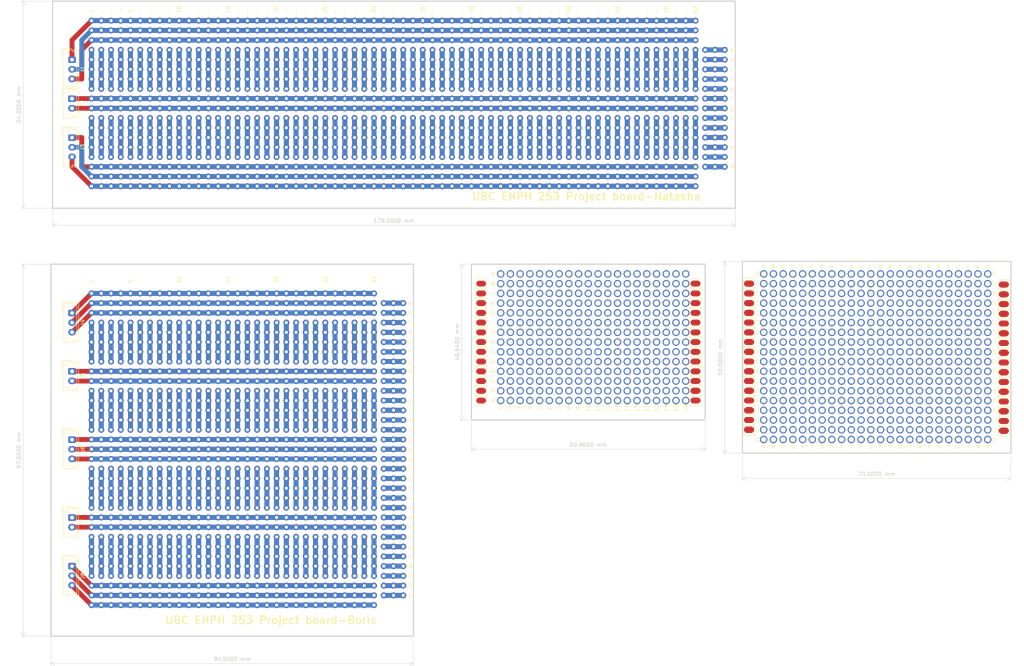
<source format=kicad_pcb>
(kicad_pcb (version 20221018) (generator pcbnew)
  (title_block (title "All useful boards ") (date "2023-06-23") (rev "1") (company "UBC ENPH 253 "))
  (layers (0 "F.Cu" signal) (31 "B.Cu" signal) (34 "B.Paste" user) (35 "F.Paste" user) (36 "B.SilkS" user "B.Silkscreen") (37 "F.SilkS" user "F.Silkscreen") (38 "B.Mask" user) (39 "F.Mask" user) (44 "Edge.Cuts" user))
  (net 0 "")
  (net 2 "unconnected-(J1-Pin_1-Pad1)")
  (net 3 "unconnected-(J1-Pin_2-Pad2)")
  (net 4 "unconnected-(J1-Pin_3-Pad3)")
  (net 5 "unconnected-(J2-Pin_1-Pad1)")
  (net 6 "unconnected-(J2-Pin_2-Pad2)")
  (net 7 "unconnected-(J3-Pin_1-Pad1)")
  (net 8 "unconnected-(J3-Pin_2-Pad2)")
  (net 11 "unconnected-(J4-Pin_3-Pad3)")
  (net 12 "unconnected-(J5-Pin_1-Pad1)")
  (net 13 "unconnected-(J5-Pin_2-Pad2)")
  (net 14 "unconnected-(J6-Pin_1-Pad1)")
  (net 15 "unconnected-(J6-Pin_2-Pad2)")
  (net 16 "unconnected-(J6-Pin_3-Pad3)")
  (net 17 "unconnected-(J8-Pin_1-Pad1)")
  (net 18 "unconnected-(J8-Pin_2-Pad2)")
  (net 19 "unconnected-(J8-Pin_3-Pad3)")
  (net 20 "unconnected-(J3-Pin_3-Pad3)")
  (net 21 "unconnected-(J7-Pin_1-Pad1)")
  (net 22 "unconnected-(J7-Pin_2-Pad2)")
  (footprint "TestPoint:TestPoint_Pad_2.5x2.5mm" (layer "F.Cu") (at 193.04 116.84)
    (fp_text reference "TP7" hide)
    (fp_text value "TestPoint" hide)
  )
  (footprint "Connector_JST:JST_EH_B3B-EH-A_1x03_P2.50mm_Vertical" (layer "F.Cu") (at 30.48 134.66 -90)
    (fp_text reference "J6")
    (fp_text value "Conn_01x03_Pin")
  )
  (footprint "TestPoint:TestPoint_Pad_2.5x2.5mm" (layer "F.Cu") (at 207.01 109.22)
    (fp_text reference "TP7" hide)
    (fp_text value "TestPoint" hide)
  )
  (footprint "TestPoint:TestPoint_Pad_2.5x2.5mm" (layer "F.Cu") (at 207.01 127)
    (fp_text reference "TP7" hide)
    (fp_text value "TestPoint" hide)
  )
  (footprint "TestPoint:TestPoint_Pad_2.5x2.5mm" (layer "F.Cu") (at 193.04 121.92)
    (fp_text reference "TP7" hide)
    (fp_text value "TestPoint" hide)
  )
  (footprint "TestPoint:TestPoint_Pad_2.5x2.5mm" (layer "F.Cu") (at 273.431 112.014)
    (fp_text reference "TP7" hide)
    (fp_text value "TestPoint" hide)
  )
  (footprint "MountingHole:MountingHole_3.2mm_M3" (layer "F.Cu") (at 28.575 23.495)
    (fp_text reference "H8" hide)
    (fp_text value "MountingHole" hide)
  )
  (footprint "TestPoint:TestPoint_Pad_2.5x2.5mm" (layer "F.Cu") (at 207.01 119.38)
    (fp_text reference "TP7" hide)
    (fp_text value "TestPoint" hide)
  )
  (footprint "MountingHole:MountingHole_3.2mm_M3" (layer "F.Cu") (at 28.575 71.12)
    (fp_text reference "H7" hide)
    (fp_text value "MountingHole" hide)
  )
  (footprint "MountingHole:MountingHole_3.2mm_M3" (layer "F.Cu") (at 116.205 182.245)
    (fp_text reference "H4" hide)
    (fp_text value "MountingHole" hide)
  )
  (footprint "TestPoint:TestPoint_Pad_2.5x2.5mm" (layer "F.Cu") (at 137.16 116.84)
    (fp_text reference "TP7" hide)
    (fp_text value "TestPoint" hide)
  )
  (footprint "TestPoint:TestPoint_Pad_2.5x2.5mm" (layer "F.Cu") (at 193.04 124.46)
    (fp_text reference "TP7" hide)
    (fp_text value "TestPoint" hide)
  )
  (footprint "TestPoint:TestPoint_Pad_2.5x2.5mm" (layer "F.Cu") (at 207.01 116.84)
    (fp_text reference "TP7" hide)
    (fp_text value "TestPoint" hide)
  )
  (footprint "TestPoint:TestPoint_Pad_2.5x2.5mm" (layer "F.Cu") (at 207.01 99.06)
    (fp_text reference "TP7" hide)
    (fp_text value "TestPoint" hide)
  )
  (footprint "MountingHole:MountingHole_3.2mm_M3" (layer "F.Cu") (at 116.205 92.075)
    (fp_text reference "H2" hide)
    (fp_text value "MountingHole" hide)
  )
  (footprint "TestPoint:TestPoint_Pad_2.5x2.5mm" (layer "F.Cu") (at 207.01 129.54)
    (fp_text reference "TP7" hide)
    (fp_text value "TestPoint" hide)
  )
  (footprint "TestPoint:TestPoint_Pad_2.5x2.5mm" (layer "F.Cu") (at 193.04 101.6)
    (fp_text reference "TP7" hide)
    (fp_text value "TestPoint" hide)
  )
  (footprint "TestPoint:TestPoint_Pad_2.5x2.5mm" (layer "F.Cu") (at 207.01 124.46)
    (fp_text reference "TP7" hide)
    (fp_text value "TestPoint" hide)
  )
  (footprint "TestPoint:TestPoint_Pad_2.5x2.5mm" (layer "F.Cu") (at 273.431 101.854)
    (fp_text reference "TP7" hide)
    (fp_text value "TestPoint" hide)
  )
  (footprint "Connector_JST:JST_EH_B2B-EH-A_1x02_P2.50mm_Vertical" (layer "F.Cu") (at 30.48 154.98 -90)
    (fp_text reference "J7")
    (fp_text value "Conn_01x02_Pin")
  )
  (footprint "TestPoint:TestPoint_Pad_2.5x2.5mm" (layer "F.Cu") (at 193.04 104.14)
    (fp_text reference "TP7" hide)
    (fp_text value "TestPoint" hide)
  )
  (footprint "TestPoint:TestPoint_Pad_2.5x2.5mm" (layer "F.Cu") (at 273.431 117.094)
    (fp_text reference "TP7" hide)
    (fp_text value "TestPoint" hide)
  )
  (footprint "Connector_JST:JST_EH_B3B-EH-A_1x03_P2.50mm_Vertical" (layer "F.Cu") (at 30.48 55.92 -90)
    (fp_text reference "J3")
    (fp_text value "Conn_01x03_Pin")
  )
  (footprint "MountingHole:MountingHole_2.1mm" (layer "F.Cu") (at 136.652 90.805)
    (fp_text reference "H9" hide)
    (fp_text value "MountingHole")
  )
  (footprint "TestPoint:TestPoint_Pad_2.5x2.5mm" (layer "F.Cu") (at 207.01 106.68)
    (fp_text reference "TP7" hide)
    (fp_text value "TestPoint" hide)
  )
  (footprint "TestPoint:TestPoint_Pad_2.5x2.5mm" (layer "F.Cu") (at 137.16 109.22)
    (fp_text reference "TP7" hide)
    (fp_text value "TestPoint" hide)
  )
  (footprint "TestPoint:TestPoint_Pad_2.5x2.5mm" (layer "F.Cu") (at 137.16 121.92)
    (fp_text reference "TP7" hide)
    (fp_text value "TestPoint" hide)
  )
  (footprint "TestPoint:TestPoint_Pad_2.5x2.5mm" (layer "F.Cu") (at 207.01 132.08)
    (fp_text reference "TP7" hide)
    (fp_text value "TestPoint" hide)
  )
  (footprint "TestPoint:TestPoint_Pad_2.5x2.5mm" (layer "F.Cu") (at 207.01 111.76)
    (fp_text reference "TP7" hide)
    (fp_text value "TestPoint" hide)
  )
  (footprint "TestPoint:TestPoint_Pad_2.5x2.5mm" (layer "F.Cu") (at 207.01 96.52)
    (fp_text reference "TP7" hide)
    (fp_text value "TestPoint" hide)
  )
  (footprint "TestPoint:TestPoint_Pad_2.5x2.5mm" (layer "F.Cu") (at 137.16 111.76)
    (fp_text reference "TP7" hide)
    (fp_text value "TestPoint" hide)
  )
  (footprint "MountingHole:MountingHole_2.1mm" (layer "F.Cu") (at 136.652 127.635)
    (fp_text reference "H10" hide)
    (fp_text value "MountingHole")
  )
  (footprint "TestPoint:TestPoint_Pad_2.5x2.5mm" (layer "F.Cu") (at 193.04 93.98)
    (fp_text reference "TP7" hide)
    (fp_text value "TestPoint" hide)
  )
  (footprint "TestPoint:TestPoint_Pad_2.5x2.5mm" (layer "F.Cu") (at 207.01 114.3)
    (fp_text reference "TP7" hide)
    (fp_text value "TestPoint" hide)
  )
  (footprint "TestPoint:TestPoint_Pad_2.5x2.5mm" (layer "F.Cu") (at 137.16 114.3)
    (fp_text reference "TP7" hide)
    (fp_text value "TestPoint" hide)
  )
  (footprint "TestPoint:TestPoint_Pad_2.5x2.5mm" (layer "F.Cu") (at 137.16 99.06)
    (fp_text reference "TP7" hide)
    (fp_text value "TestPoint" hide)
  )
  (footprint "TestPoint:TestPoint_Pad_2.5x2.5mm" (layer "F.Cu") (at 207.01 104.14)
    (fp_text reference "TP7" hide)
    (fp_text value "TestPoint" hide)
  )
  (footprint "MountingHole:MountingHole_2.1mm" (layer "F.Cu") (at 207.137 90.043)
    (fp_text reference "H9" hide)
    (fp_text value "MountingHole")
  )
  (footprint "MountingHole:MountingHole_2.1mm" (layer "F.Cu") (at 193.548 127.635)
    (fp_text reference "H11" hide)
    (fp_text value "MountingHole")
  )
  (footprint "TestPoint:TestPoint_Pad_2.5x2.5mm" (layer "F.Cu") (at 137.16 124.46)
    (fp_text reference "TP7" hide)
    (fp_text value "TestPoint" hide)
  )
  (footprint "TestPoint:TestPoint_Pad_2.5x2.5mm" (layer "F.Cu") (at 137.16 101.6)
    (fp_text reference "TP7" hide)
    (fp_text value "TestPoint" hide)
  )
  (footprint "Connector_JST:JST_EH_B3B-EH-A_1x03_P2.50mm_Vertical" (layer "F.Cu") (at 30.48 101.64 -90)
    (fp_text reference "J4")
    (fp_text value "Conn_01x03_Pin")
  )
  (footprint "TestPoint:TestPoint_Pad_2.5x2.5mm" (layer "F.Cu") (at 193.04 119.38)
    (fp_text reference "TP7" hide)
    (fp_text value "TestPoint" hide)
  )
  (footprint "TestPoint:TestPoint_Pad_2.5x2.5mm" (layer "F.Cu") (at 207.01 121.92)
    (fp_text reference "TP7" hide)
    (fp_text value "TestPoint" hide)
  )
  (footprint "TestPoint:TestPoint_Pad_2.5x2.5mm" (layer "F.Cu") (at 137.16 96.52)
    (fp_text reference "TP7" hide)
    (fp_text value "TestPoint" hide)
  )
  (footprint "TestPoint:TestPoint_Pad_2.5x2.5mm" (layer "F.Cu") (at 273.431 127.254)
    (fp_text reference "TP7" hide)
    (fp_text value "TestPoint" hide)
  )
  (footprint "TestPoint:TestPoint_Pad_2.5x2.5mm" (layer "F.Cu") (at 273.431 129.794)
    (fp_text reference "TP7" hide)
    (fp_text value "TestPoint" hide)
  )
  (footprint "TestPoint:TestPoint_Pad_2.5x2.5mm" (layer "F.Cu") (at 273.431 96.774)
    (fp_text reference "TP7" hide)
    (fp_text value "TestPoint" hide)
  )
  (footprint "TestPoint:TestPoint_Pad_2.5x2.5mm" (layer "F.Cu") (at 273.431 109.474)
    (fp_text reference "TP7" hide)
    (fp_text value "TestPoint" hide)
  )
  (footprint "MountingHole:MountingHole_3.2mm_M3" (layer "F.Cu") (at 28.575 92.075)
    (fp_text reference "H1" hide)
    (fp_text value "MountingHole" hide)
  )
  (footprint "TestPoint:TestPoint_Pad_2.5x2.5mm" (layer "F.Cu") (at 193.04 111.76)
    (fp_text reference "TP7" hide)
    (fp_text value "TestPoint" hide)
  )
  (footprint "TestPoint:TestPoint_Pad_2.5x2.5mm" (layer "F.Cu") (at 193.04 106.68)
    (fp_text reference "TP7" hide)
    (fp_text value "TestPoint" hide)
  )
  (footprint "MountingHole:MountingHole_2.1mm" (layer "F.Cu") (at 273.558 89.916)
    (fp_text reference "H12" hide)
    (fp_text value "MountingHole")
  )
  (footprint "TestPoint:TestPoint_Pad_2.5x2.5mm" (layer "F.Cu") (at 193.04 99.06)
    (fp_text reference "TP7" hide)
    (fp_text value "TestPoint" hide)
  )
  (footprint "MountingHole:MountingHole_2.1mm" (layer "F.Cu") (at 207.137 136.144)
    (fp_text reference "H10" hide)
    (fp_text value "MountingHole")
  )
  (footprint "MountingHole:MountingHole_3.2mm_M3" (layer "F.Cu") (at 200.025 23.495)
    (fp_text reference "H5" hide)
    (fp_text value "MountingHole" hide)
  )
  (footprint "Connector_JST:JST_EH_B2B-EH-A_1x02_P2.50mm_Vertical" (layer "F.Cu") (at 30.48 116.84 -90)
    (fp_text reference "J5")
    (fp_text value "Conn_01x02_Pin")
  )
  (footprint "TestPoint:TestPoint_Pad_2.5x2.5mm" (layer "F.Cu") (at 273.431 106.934)
    (fp_text reference "TP7" hide)
    (fp_text value "TestPoint" hide)
  )
  (footprint "TestPoint:TestPoint_Pad_2.5x2.5mm" (layer "F.Cu") (at 193.04 109.22)
    (fp_text reference "TP7" hide)
    (fp_text value "TestPoint" hide)
  )
  (footprint "TestPoint:TestPoint_Pad_2.5x2.5mm" (layer "F.Cu") (at 273.431 114.554)
    (fp_text reference "TP7" hide)
    (fp_text value "TestPoint" hide)
  )
  (footprint "TestPoint:TestPoint_Pad_2.5x2.5mm" (layer "F.Cu") (at 137.16 119.38)
    (fp_text reference "TP7" hide)
    (fp_text value "TestPoint" hide)
  )
  (footprint "TestPoint:TestPoint_Pad_2.5x2.5mm" (layer "F.Cu") (at 137.16 106.68)
    (fp_text reference "TP7" hide)
    (fp_text value "TestPoint" hide)
  )
  (footprint "TestPoint:TestPoint_Pad_2.5x2.5mm" (layer "F.Cu") (at 207.01 101.6)
    (fp_text reference "TP7" hide)
    (fp_text value "TestPoint" hide)
  )
  (footprint "TestPoint:TestPoint_Pad_2.5x2.5mm" (layer "F.Cu") (at 273.431 122.174)
    (fp_text reference "TP7" hide)
    (fp_text value "TestPoint" hide)
  )
  (footprint "TestPoint:TestPoint_Pad_2.5x2.5mm" (layer "F.Cu") (at 273.431 99.314)
    (fp_text reference "TP7" hide)
    (fp_text value "TestPoint" hide)
  )
  (footprint "TestPoint:TestPoint_Pad_2.5x2.5mm" (layer "F.Cu") (at 273.431 94.234)
    (fp_text reference "TP7" hide)
    (fp_text value "TestPoint" hide)
  )
  (footprint "TestPoint:TestPoint_Pad_2.5x2.5mm" (layer "F.Cu") (at 137.16 104.14)
    (fp_text reference "TP7" hide)
    (fp_text value "TestPoint" hide)
  )
  (footprint "TestPoint:TestPoint_Pad_2.5x2.5mm" (layer "F.Cu") (at 137.16 93.98)
    (fp_text reference "TP7" hide)
    (fp_text value "TestPoint" hide)
  )
  (footprint "TestPoint:TestPoint_Pad_2.5x2.5mm" (layer "F.Cu") (at 273.431 124.714)
    (fp_text reference "TP7" hide)
    (fp_text value "TestPoint" hide)
  )
  (footprint "TestPoint:TestPoint_Pad_2.5x2.5mm" (layer "F.Cu") (at 193.04 114.3)
    (fp_text reference "TP7" hide)
    (fp_text value "TestPoint" hide)
  )
  (footprint "MountingHole:MountingHole_2.1mm" (layer "F.Cu") (at 273.558 136.144)
    (fp_text reference "H11" hide)
    (fp_text value "MountingHole")
  )
  (footprint "TestPoint:TestPoint_Pad_2.5x2.5mm" (layer "F.Cu") (at 207.01 93.98)
    (fp_text reference "TP7" hide)
    (fp_text value "TestPoint" hide)
  )
  (footprint "TestPoint:TestPoint_Pad_2.5x2.5mm" (layer "F.Cu") (at 193.04 96.52)
    (fp_text reference "TP7" hide)
    (fp_text value "TestPoint" hide)
  )
  (footprint "MountingHole:MountingHole_3.2mm_M3" (layer "F.Cu") (at 200.025 71.12)
    (fp_text reference "H6" hide)
    (fp_text value "MountingHole" hide)
  )
  (footprint "MountingHole:MountingHole_3.2mm_M3" (layer "F.Cu") (at 28.575 182.245)
    (fp_text reference "H3" hide)
    (fp_text value "MountingHole" hide)
  )
  (footprint "TestPoint:TestPoint_Pad_2.5x2.5mm" (layer "F.Cu") (at 273.431 104.394)
    (fp_text reference "TP7" hide)
    (fp_text value "TestPoint" hide)
  )
  (footprint "TestPoint:TestPoint_Pad_2.5x2.5mm" (layer "F.Cu") (at 273.431 132.334)
    (fp_text reference "TP7" hide)
    (fp_text value "TestPoint" hide)
  )
  (footprint "Connector_JST:JST_EH_B3B-EH-A_1x03_P2.50mm_Vertical" (layer "F.Cu") (at 30.48 167.64 -90)
    (fp_text reference "J8")
    (fp_text value "Conn_01x03_Pin")
  )
  (footprint "MountingHole:MountingHole_2.1mm" (layer "F.Cu") (at 193.548 90.805)
    (fp_text reference "H12" hide)
    (fp_text value "MountingHole")
  )
  (footprint "TestPoint:TestPoint_Pad_2.5x2.5mm" (layer "F.Cu") (at 273.431 119.634)
    (fp_text reference "TP7" hide)
    (fp_text value "TestPoint" hide)
  )
  (footprint "Connector_JST:JST_EH_B3B-EH-A_1x03_P2.50mm_Vertical" (layer "F.Cu") (at 30.48 35.6 -90)
    (fp_text reference "J1")
    (fp_text value "Conn_01x03_Pin")
  )
  (footprint "Connector_JST:JST_EH_B2B-EH-A_1x02_P2.50mm_Vertical" (layer "F.Cu") (at 30.48 45.76 -90)
    (fp_text reference "J2")
    (fp_text value "Conn_01x02_Pin")
  )
  (gr_rect (start 25 88.9) (end 119.5 185.9) (stroke (width 0.3)) (fill none) (layer "Edge.Cuts"))
  (gr_rect (start 205.284 88.176) (end 275.284 138.176) (stroke (width 0.3)) (fill none) (layer "Edge.Cuts"))
  (gr_rect (start 134.62 88.9) (end 195.58 129.54) (stroke (width 0.3)) (fill none) (layer "Edge.Cuts"))
  (gr_rect (start 25.4 20.32) (end 203.4 74.32) (stroke (width 0.3)) (fill none) (layer "Edge.Cuts"))
  (gr_text "-" (at 60.96 22.86 90) (layer "F.SilkS") (effects (font (size 1 1))))
  (gr_text "D" (at 218.313 89.662) (layer "F.SilkS") (effects (font (size 1 1))))
  (gr_text "C" (at 140.335 119.38 90) (layer "F.SilkS") (effects (font (size 1 1))))
  (gr_text "03" (at 270.891 129.54 90) (layer "F.SilkS") (effects (font (size 0.8 0.8) (thickness 0.1))))
  (gr_text "a" (at 118.11 99.06) (layer "F.SilkS") (effects (font (size 1 1)) (justify left)))
  (gr_text "04" (at 270.891 127 90) (layer "F.SilkS") (effects (font (size 0.8 0.8) (thickness 0.1))))
  (gr_text "-" (at 104.14 22.86 90) (layer "F.SilkS") (effects (font (size 1 1))))
  (gr_text "-" (at 63.5 22.86 90) (layer "F.SilkS") (effects (font (size 1 1))))
  (gr_text "K" (at 236.22 136.398) (layer "F.SilkS") (effects (font (size 1 1))))
  (gr_text "11" (at 270.891 109.22 90) (layer "F.SilkS") (effects (font (size 0.8 0.8) (thickness 0.1))))
  (gr_text "-" (at 114.3 22.86 90) (layer "F.SilkS") (effects (font (size 1 1))))
  (gr_text "06" (at 270.891 121.92 90) (layer "F.SilkS") (effects (font (size 0.8 0.8) (thickness 0.1))))
  (gr_text "A" (at 140.335 124.46 90) (layer "F.SilkS") (effects (font (size 1 1))))
  (gr_text "I" (at 231.14 136.398) (layer "F.SilkS") (effects (font (size 1 1))))
  (gr_text "-" (at 127 22.86 90) (layer "F.SilkS") (effects (font (size 1 1))))
  (gr_text "18" (at 209.296 91.44 90) (layer "F.SilkS") (effects (font (size 0.8 0.8) (thickness 0.1))))
  (gr_text "Q" (at 251.46 136.398) (layer "F.SilkS") (effects (font (size 1 1))))
  (gr_text "Q" (at 251.333 89.662) (layer "F.SilkS") (effects (font (size 1 1))))
  (gr_text "T" (at 259.08 136.398) (layer "F.SilkS") (effects (font (size 1 1))))
  (gr_text "5" (at 152.4 126.365 90) (layer "F.SilkS") (effects (font (size 1 1))))
  (gr_text "-" (at 88.9 22.86 90) (layer "F.SilkS") (effects (font (size 1 1))))
  (gr_text "40" (at 134.62 23.495 90) (layer "F.SilkS") (effects (font (size 1 1)) (justify left)))
  (gr_text "17" (at 182.88 126.365 90) (layer "F.SilkS") (effects (font (size 1 1))))
  (gr_text "-" (at 78.74 22.86 90) (layer "F.SilkS") (effects (font (size 1 1))))
  (gr_text "-" (at 157.48 22.86 90) (layer "F.SilkS") (effects (font (size 1 1))))
  (gr_text "H" (at 228.6 136.398) (layer "F.SilkS") (effects (font (size 1 1))))
  (gr_text "C" (at 215.773 89.662) (layer "F.SilkS") (effects (font (size 1 1))))
  (gr_text "03" (at 209.296 129.54 90) (layer "F.SilkS") (effects (font (size 0.8 0.8) (thickness 0.1))))
  (gr_text "G" (at 226.06 136.398) (layer "F.SilkS") (effects (font (size 1 1))))
  (gr_text "-" (at 132.08 22.86 90) (layer "F.SilkS") (effects (font (size 1 1))))
  (gr_text "13" (at 209.296 104.14 90) (layer "F.SilkS") (effects (font (size 0.8 0.8) (thickness 0.1))))
  (gr_text "-" (at 137.16 22.86 90) (layer "F.SilkS") (effects (font (size 1 1))))
  (gr_text "x" (at 118.11 157.48) (layer "F.SilkS") (effects (font (size 1 1)) (justify left)))
  (gr_text "t" (at 118.11 147.32) (layer "F.SilkS") (effects (font (size 1 1)) (justify left)))
  (gr_text "1" (at 35.56 93.98 90) (layer "F.SilkS") (effects (font (size 1 1)) (justify left)))
  (gr_text "-" (at 182.88 22.86 90) (layer "F.SilkS") (effects (font (size 1 1))))
  (gr_text "-" (at 43.18 22.86 90) (layer "F.SilkS") (effects (font (size 1 1))))
  (gr_text "d" (at 118.11 106.68) (layer "F.SilkS") (effects (font (size 1 1)) (justify left)))
  (gr_text "-" (at 93.98 22.86 90) (layer "F.SilkS") (effects (font (size 1 1))))
  (gr_text "14" (at 209.296 101.6 90) (layer "F.SilkS") (effects (font (size 0.8 0.8) (thickness 0.1))))
  (gr_text "5" (at 45.72 93.98 90) (layer "F.SilkS") (effects (font (size 1 1)) (justify left)))
  (gr_text "-" (at 170.18 22.86 90) (layer "F.SilkS") (effects (font (size 1 1))))
  (gr_text "9" (at 162.56 126.365 90) (layer "F.SilkS") (effects (font (size 1 1))))
  (gr_text "j" (at 201.93 55.88) (layer "F.SilkS") (effects (font (size 1 1)) (justify left)))
  (gr_text "P" (at 248.92 136.398) (layer "F.SilkS") (effects (font (size 1 1))))
  (gr_text "O" (at 246.253 89.662) (layer "F.SilkS") (effects (font (size 1 1))))
  (gr_text "1" (at 35.56 23.495 90) (layer "F.SilkS") (effects (font (size 1 1)) (justify left)))
  (gr_text "X" (at 269.113 89.662) (layer "F.SilkS") (effects (font (size 1 1))))
  (gr_text "-" (at 129.54 22.86 90) (layer "F.SilkS") (effects (font (size 1 1))))
  (gr_text "12" (at 209.296 106.68 90) (layer "F.SilkS") (effects (font (size 0.8 0.8) (thickness 0.1))))
  (gr_text "K" (at 140.335 99.06 90) (layer "F.SilkS") (effects (font (size 1 1))))
  (gr_text "d" (at 201.93 40.64) (layer "F.SilkS") (effects (font (size 1 1)) (justify left)))
  (gr_text "16" (at 270.891 96.52 90) (layer "F.SilkS") (effects (font (size 0.8 0.8) (thickness 0.1))))
  (gr_text "H" (at 228.473 89.662) (layer "F.SilkS") (effects (font (size 1 1))))
  (gr_text "10" (at 270.891 111.76 90) (layer "F.SilkS") (effects (font (size 0.8 0.8) (thickness 0.1))))
  (gr_text "W" (at 266.573 89.662) (layer "F.SilkS") (effects (font (size 1 1))))
  (gr_text "-" (at 38.1 22.86 90) (layer "F.SilkS") (effects (font (size 1 1))))
  (gr_text "63\n" (at 193.04 23.495 90) (layer "F.SilkS") (effects (font (size 1 1)) (justify left)))
  (gr_text "-" (at 101.6 22.86 90) (layer "F.SilkS") (effects (font (size 1 1))))
  (gr_text "06" (at 209.296 121.92 90) (layer "F.SilkS") (effects (font (size 0.8 0.8) (thickness 0.1))))
  (gr_text "B" (at 118.11 167.64) (layer "F.SilkS") (effects (font (size 1 1)) (justify left)))
  (gr_text "F" (at 223.52 136.398) (layer "F.SilkS") (effects (font (size 1 1))))
  (gr_text "-" (at 116.84 22.86 90) (layer "F.SilkS") (effects (font (size 1 1))))
  (gr_text "01" (at 209.296 134.62 90) (layer "F.SilkS") (effects (font (size 0.8 0.8) (thickness 0.1))))
  (gr_text "U" (at 261.62 136.398) (layer "F.SilkS") (effects (font (size 1 1))))
  (gr_text "15" (at 209.296 99.06 90) (layer "F.SilkS") (effects (font (size 0.8 0.8) (thickness 0.1))))
  (gr_text "13" (at 172.72 126.365 90) (layer "F.SilkS") (effects (font (size 1 1))))
  (gr_text "F" (at 223.393 89.662) (layer "F.SilkS") (effects (font (size 1 1))))
  (gr_text "50" (at 160.02 23.495 90) (layer "F.SilkS") (effects (font (size 1 1)) (justify left)))
  (gr_text "-" (at 167.64 22.86 90) (layer "F.SilkS") (effects (font (size 1 1))))
  (gr_text "L" (at 238.76 136.398) (layer "F.SilkS") (effects (font (size 1 1))))
  (gr_text "-" (at 40.64 22.86 90) (layer "F.SilkS") (effects (font (size 1 1))))
  (gr_text "01" (at 270.891 134.62 90) (layer "F.SilkS") (effects (font (size 0.8 0.8) (thickness 0.1))))
  (gr_text "UBC ENPH 253 Project board-Natasha" (at 134.62 72.39) (layer "F.SilkS") (effects (font (size 2 2) (thickness 0.3)) (justify left bottom)))
  (gr_text "A" (at 210.693 89.662) (layer "F.SilkS") (effects (font (size 1 1))))
  (gr_text "e" (at 201.93 43.18) (layer "F.SilkS") (effects (font (size 1 1)) (justify left)))
  (gr_text "i" (at 118.11 119.38) (layer "F.SilkS") (effects (font (size 1 1)) (justify left)))
  (gr_text "-" (at 165.1 22.86 90) (layer "F.SilkS") (effects (font (size 1 1))))
  (gr_text "13" (at 270.891 104.14 90) (layer "F.SilkS") (effects (font (size 0.8 0.8) (thickness 0.1))))
  (gr_text "1" (at 142.24 126.365 90) (layer "F.SilkS") (effects (font (size 1 1))))
  (gr_text "-" (at 187.96 22.86 90) (layer "F.SilkS") (effects (font (size 1 1))))
  (gr_text "N" (at 243.713 89.662) (layer "F.SilkS") (effects (font (size 1 1))))
  (gr_text "09" (at 270.891 114.3 90) (layer "F.SilkS") (effects (font (size 0.8 0.8) (thickness 0.1))))
  (gr_text "B" (at 140.335 121.92 90) (layer "F.SilkS") (effects (font (size 1 1))))
  (gr_text "05" (at 209.296 124.46 90) (layer "F.SilkS") (effects (font (size 0.8 0.8) (thickness 0.1))))
  (gr_text "n" (at 118.11 132.08) (layer "F.SilkS") (effects (font (size 1 1)) (justify left)))
  (gr_text "30" (at 109.22 23.495 90) (layer "F.SilkS") (effects (font (size 1 1)) (justify left)))
  (gr_text "15" (at 71.12 23.495 90) (layer "F.SilkS") (effects (font (size 1 1)) (justify left)))
  (gr_text "A" (at 210.82 136.398) (layer "F.SilkS") (effects (font (size 1 1))))
  (gr_text "02" (at 209.296 132.08 90) (layer "F.SilkS") (effects (font (size 0.8 0.8) (thickness 0.1))))
  (gr_text "17" (at 270.891 93.98 90) (layer "F.SilkS") (effects (font (size 0.8 0.8) (thickness 0.1))))
  (gr_text "g" (at 201.93 48.26) (layer "F.SilkS") (effects (font (size 1 1)) (justify left)))
  (gr_text "60" (at 185.42 23.495 90) (layer "F.SilkS") (effects (font (size 1 1)) (justify left)))
  (gr_text "b\n" (at 201.93 35.56) (layer "F.SilkS") (effects (font (size 1 1)) (justify left)))
  (gr_text "10" (at 165.1 126.365 90) (layer "F.SilkS") (effects (font (size 1 1))))
  (gr_text "E" (at 140.335 114.3 90) (layer "F.SilkS") (effects (font (size 1 1))))
  (gr_text "J" (at 233.68 136.398) (layer "F.SilkS") (effects (font (size 1 1))))
  (gr_text "35" (at 121.92 23.495 90) (layer "F.SilkS") (effects (font (size 1 1)) (justify left)))
  (gr_text "-" (at 53.34 22.86 90) (layer "F.SilkS") (effects (font (size 1 1))))
  (gr_text "19" (at 187.96 126.365 90) (layer "F.SilkS") (effects (font (size 1 1))))
  (gr_text "v" (at 118.11 152.4) (layer "F.SilkS") (effects (font (size 1 1)) (justify left)))
  (gr_text "g" (at 118.11 114.3) (layer "F.SilkS") (effects (font (size 1 1)) (justify left)))
  (gr_text "a" (at 201.93 33.02) (layer "F.SilkS") (effects (font (size 1 1)) (justify left)))
  (gr_text "-" (at 154.94 22.86 90) (layer "F.SilkS") (effects (font (size 1 1))))
  (gr_text "m" (at 118.11 129.54) (layer "F.SilkS") (effects (font (size 1 1)) (justify left)))
  (gr_text "c" (at 118.11 104.14) (layer "F.SilkS") (effects (font (size 1 1)) (justify left)))
  (gr_text "f" (at 118.11 111.76) (layer "F.SilkS") (effects (font (size 1 1)) (justify left)))
  (gr_text "-" (at 175.26 22.86 90) (layer "F.SilkS") (effects (font (size 1 1))))
  (gr_text "V" (at 264.16 136.398) (layer "F.SilkS") (effects (font (size 1 1))))
  (gr_text "20" (at 190.5 126.365 90) (layer "F.SilkS") (effects (font (size 1 1))))
  (gr_text "-" (at 81.28 22.86 90) (layer "F.SilkS") (effects (font (size 1 1))))
  (gr_text "08" (at 270.891 116.84 90) (layer "F.SilkS") (effects (font (size 0.8 0.8) (thickness 0.1))))
  (gr_text "-" (at 111.76 22.86 90) (layer "F.SilkS") (effects (font (size 1 1))))
  (gr_text "25" (at 96.52 23.495 90) (layer "F.SilkS") (effects (font (size 1 1)) (justify left)))
  (gr_text "F" (at 140.335 111.76 90) (layer "F.SilkS") (effects (font (size 1 1))))
  (gr_text "M" (at 241.3 136.398) (layer "F.SilkS") (effects (font (size 1 1))))
  (gr_text "b\n" (at 118.11 101.6) (layer "F.SilkS") (effects (font (size 1 1)) (justify left)))
  (gr_text "2" (at 144.78 126.365 90) (layer "F.SilkS") (effects (font (size 1 1))))
  (gr_text "-" (at 177.8 22.86 90) (layer "F.SilkS") (effects (font (size 1 1))))
  (gr_text "8" (at 160.02 126.365 90) (layer "F.SilkS") (effects (font (size 1 1))))
  (gr_text "A" (at 118.11 165.1) (layer "F.SilkS") (effects (font (size 1 1)) (justify left)))
  (gr_text "-" (at 162.56 22.86 90) (layer "F.SilkS") (effects (font (size 1 1))))
  (gr_text "E" (at 220.98 136.398) (layer "F.SilkS") (effects (font (size 1 1))))
  (gr_text "-" (at 73.66 22.86 90) (layer "F.SilkS") (effects (font (size 1 1))))
  (gr_text "-" (at 139.7 22.86 90) (layer "F.SilkS") (effects (font (size 1 1))))
  (gr_text "R" (at 254 136.398) (layer "F.SilkS") (effects (font (size 1 1))))
  (gr_text "m" (at 201.93 63.5) (layer "F.SilkS") (effects (font (size 1 1)) (justify left)))
  (gr_text "V" (at 264.033 89.662) (layer "F.SilkS") (effects (font (size 1 1))))
  (gr_text "-" (at 124.46 22.86 90) (layer "F.SilkS") (effects (font (size 1 1))))
  (gr_text "D" (at 218.44 136.398) (layer "F.SilkS") (effects (font (size 1 1))))
  (gr_text "5" (at 45.72 23.495 90) (layer "F.SilkS") (effects (font (size 1 1)) (justify left)))
  (gr_text "4" (at 149.86 126.365 90) (layer "F.SilkS") (effects (font (size 1 1))))
  (gr_text "J" (at 233.553 89.662) (layer "F.SilkS") (effects (font (size 1 1))))
  (gr_text "z" (at 118.11 162.56) (layer "F.SilkS") (effects (font (size 1 1)) (justify left)))
  (gr_text "r" (at 118.11 142.24) (layer "F.SilkS") (effects (font (size 1 1)) (justify left)))
  (gr_text "-" (at 106.68 22.86 90) (layer "F.SilkS") (effects (font (size 1 1))))
  (gr_text "02" (at 270.891 132.08 90) (layer "F.SilkS") (effects (font (size 0.8 0.8) (thickness 0.1))))
  (gr_text "-" (at 152.4 22.86 90) (layer "F.SilkS") (effects (font (size 1 1))))
  (gr_text "I" (at 140.335 104.14 90) (layer "F.SilkS") (effects (font (size 1 1))))
  (gr_text "H" (at 140.335 106.68 90) (layer "F.SilkS") (effects (font (size 1 1))))
  (gr_text "y" (at 118.11 160.02) (layer "F.SilkS") (effects (font (size 1 1)) (justify left)))
  (gr_text "B" (at 213.36 136.398) (layer "F.SilkS") (effects (font (size 1 1))))
  (gr_text "i" (at 201.93 53.34) (layer "F.SilkS") (effects (font (size 1 1)) (justify left)))
  (gr_text "I" (at 231.013 89.662) (layer "F.SilkS") (effects (font (size 1 1))))
  (gr_text "-" (at 68.58 22.86 90) (layer "F.SilkS") (effects (font (size 1 1))))
  (gr_text "S" (at 256.413 89.662) (layer "F.SilkS") (effects (font (size 1 1))))
  (gr_text "45" (at 147.32 23.495 90) (layer "F.SilkS") (effects (font (size 1 1)) (justify left)))
  (gr_text "s" (at 118.11 144.78) (layer "F.SilkS") (effects (font (size 1 1)) (justify left)))
  (gr_text "04" (at 209.296 127 90) (layer "F.SilkS") (effects (font (size 0.8 0.8) (thickness 0.1))))
  (gr_text "h" (at 118.11 116.84) (layer "F.SilkS") (effects (font (size 1 1)) (justify left)))
  (gr_text "3" (at 147.32 126.365 90) (layer "F.SilkS") (effects (font (size 1 1))))
  (gr_text "15\n" (at 177.8 126.365 90) (layer "F.SilkS") (effects (font (size 1 1))))
  (gr_text "12" (at 270.891 106.68 90) (layer "F.SilkS") (effects (font (size 0.8 0.8) (thickness 0.1))))
  (gr_text "O" (at 246.38 136.398) (layer "F.SilkS") (effects (font (size 1 1))))
  (gr_text "p" (at 118.11 137.16) (layer "F.SilkS") (effects (font (size 1 1)) (justify left)))
  (gr_text "7" (at 157.48 126.365 90) (layer "F.SilkS") (effects (font (size 1 1))))
  (gr_text "-" (at 142.24 22.86 90) (layer "F.SilkS") (effects (font (size 1 1))))
  (gr_text "T" (at 258.953 89.662) (layer "F.SilkS") (effects (font (size 1 1))))
  (gr_text "P" (at 248.793 89.662) (layer "F.SilkS") (effects (font (size 1 1))))
  (gr_text "f" (at 201.93 45.72) (layer "F.SilkS") (effects (font (size 1 1)) (justify left)))
  (gr_text "20" (at 83.82 23.495 90) (layer "F.SilkS") (effects (font (size 1 1)) (justify left)))
  (gr_text "05" (at 270.891 124.46 90) (layer "F.SilkS") (effects (font (size 0.8 0.8) (thickness 0.1))))
  (gr_text "30" (at 109.22 93.98 90) (layer "F.SilkS") (effects (font (size 1 1)) (justify left)))
  (gr_text "18" (at 270.891 91.44 90) (layer "F.SilkS") (effects (font (size 0.8 0.8) (thickness 0.1))))
  (gr_text "15" (at 71.12 93.98 90) (layer "F.SilkS") (effects (font (size 1 1)) (justify left)))
  (gr_text "-" (at 66.04 22.86 90) (layer "F.SilkS") (effects (font (size 1 1))))
  (gr_text "-" (at 190.5 22.86 90) (layer "F.SilkS") (effects (font (size 1 1))))
  (gr_text "W" (at 266.7 136.398) (layer "F.SilkS") (effects (font (size 1 1))))
  (gr_text "c" (at 201.93 38.1) (layer "F.SilkS") (effects (font (size 1 1)) (justify left)))
  (gr_text "G" (at 140.335 101.6 90) (layer "F.SilkS") (effects (font (size 1 1))))
  (gr_text "-" (at 76.2 22.86 90) (layer "F.SilkS") (effects (font (size 1 1))))
  (gr_text "K" (at 236.093 89.662) (layer "F.SilkS") (effects (font (size 1 1))))
  (gr_text "C" (at 118.11 170.18) (layer "F.SilkS") (effects (font (size 1 1)) (justify left)))
  (gr_text "15" (at 270.891 99.06 90) (layer "F.SilkS") (effects (font (size 0.8 0.8) (thickness 0.1))))
  (gr_text "6" (at 154.94 126.365 90) (layer "F.SilkS") (effects (font (size 1 1))))
  (gr_text "-" (at 86.36 22.86 90) (layer "F.SilkS") (effects (font (size 1 1))))
  (gr_text "55" (at 172.72 23.495 90) (layer "F.SilkS") (effects (font (size 1 1)) (justify left)))
  (gr_text "14" (at 270.891 101.6 90) (layer "F.SilkS") (effects (font (size 0.8 0.8) (thickness 0.1))))
  (gr_text "D" (at 118.11 172.72) (layer "F.SilkS") (effects (font (size 1 1)) (justify left)))
  (gr_text "10" (at 58.42 23.495 90) (layer "F.SilkS") (effects (font (size 1 1)) (justify left)))
  (gr_text "j" (at 118.11 121.92) (layer "F.SilkS") (effects (font (size 1 1)) (justify left)))
  (gr_text "-" (at 99.06 22.86 90) (layer "F.SilkS") (effects (font (size 1 1))))
  (gr_text "-" (at 119.38 22.86 90) (layer "F.SilkS") (effects (font (size 1 1))))
  (gr_text "-" (at 144.78 22.86 90) (layer "F.SilkS") (effects (font (size 1 1))))
  (gr_text "U" (at 261.493 89.662) (layer "F.SilkS") (effects (font (size 1 1))))
  (gr_text "q" (at 118.11 139.7) (layer "F.SilkS") (effects (font (size 1 1)) (justify left)))
  (gr_text "12" (at 170.18 126.365 90) (layer "F.SilkS") (effects (font (size 1 1))))
  (gr_text "14" (at 175.26 126.365 90) (layer "F.SilkS") (effects (font (size 1 1))))
  (gr_text "07" (at 209.296 119.38 90) (layer "F.SilkS") (effects (font (size 0.8 0.8) (thickness 0.1))))
  (gr_text "R" (at 253.873 89.662) (layer "F.SilkS") (effects (font (size 1 1))))
  (gr_text "u" (at 118.11 149.86) (layer "F.SilkS") (effects (font (size 1 1)) (justify left)))
  (gr_text "10" (at 58.42 93.98 90) (layer "F.SilkS") (effects (font (size 1 1)) (justify left)))
  (gr_text "16" (at 209.296 96.52 90) (layer "F.SilkS") (effects (font (size 0.8 0.8) (thickness 0.1))))
  (gr_text "-" (at 91.44 22.86 90) (layer "F.SilkS") (effects (font (size 1 1))))
  (gr_text "M" (at 241.173 89.662) (layer "F.SilkS") (effects (font (size 1 1))))
  (gr_text "N" (at 140.335 91.44 90) (layer "F.SilkS") (effects (font (size 1 1))))
  (gr_text "-" (at 180.34 22.86 90) (layer "F.SilkS") (effects (font (size 1 1))))
  (gr_text "C" (at 215.9 136.398) (layer "F.SilkS") (effects (font (size 1 1))))
  (gr_text "l" (at 118.11 127) (layer "F.SilkS") (effects (font (size 1 1)) (justify left)))
  (gr_text "L" (at 140.335 96.52 90) (layer "F.SilkS") (effects (font (size 1 1))))
  (gr_text "k" (at 118.11 124.46) (layer "F.SilkS") (effects (font (size 1 1)) (justify left)))
  (gr_text "B" (at 213.233 89.662) (layer "F.SilkS") (effects (font (size 1 1))))
  (gr_text "11" (at 167.64 126.365 90) (layer "F.SilkS") (effects (font (size 1 1))))
  (gr_text "w" (at 118.11 154.94) (layer "F.SilkS") (effects (font (size 1 1)) (justify left)))
  (gr_text "11" (at 209.296 109.22 90) (layer "F.SilkS") (effects (font (size 0.8 0.8) (thickness 0.1))))
  (gr_text "S" (at 256.54 136.398) (layer "F.SilkS") (effects (font (size 1 1))))
  (gr_text "G" (at 225.933 89.662) (layer "F.SilkS") (effects (font (size 1 1))))
  (gr_text "-" (at 48.26 22.86 90) (layer "F.SilkS") (effects (font (size 1 1))))
  (gr_text "E" (at 220.853 89.662) (layer "F.SilkS") (effects (font (size 1 1))))
  (gr_text "M" (at 140.335 93.98 90) (layer "F.SilkS") (effects (font (size 1 1))))
  (gr_text "l" (at 201.93 60.96) (layer "F.SilkS") (effects (font (size 1 1)) (justify left)))
  (gr_text "D" (at 140.335 116.84 90) (layer "F.SilkS") (effects (font (size 1 1))))
  (gr_text "07" (at 270.891 119.38 90) (layer "F.SilkS") (effects (font (size 0.8 0.8) (thickness 0.1))))
  (gr_text "G" (at 140.335 109.22 90) (layer "F.SilkS") (effects (font (size 1 1))))
  (gr_text "E" (at 118.11 175.26) (layer "F.SilkS") (effects (font (size 1 1)) (justify left)))
  (gr_text "25" (at 96.52 93.98 90) (layer "F.SilkS") (effects (font (size 1 1)) (justify left)))
  (gr_text "18" (at 185.42 126.365 90) (layer "F.SilkS") (effects (font (size 1 1))))
  (gr_text "o" (at 118.11 134.62) (layer "F.SilkS") (effects (font (size 1 1)) (justify left)))
  (gr_text "e" (at 118.11 109.22) (layer "F.SilkS") (effects (font (size 1 1)) (justify left)))
  (gr_text "16" (at 180.34 126.365 90) (layer "F.SilkS") (effects (font (size 1 1))))
  (gr_text "-" (at 55.88 22.86 90) (layer "F.SilkS") (effects (font (size 1 1))))
  (gr_text "17" (at 209.296 93.98 90) (layer "F.SilkS") (effects (font (size 0.8 0.8) (thickness 0.1))))
  (gr_text "L" (at 238.633 89.662) (layer "F.SilkS") (effects (font (size 1 1))))
  (gr_text "09" (at 209.296 114.3 90) (layer "F.SilkS") (effects (font (size 0.8 0.8) (thickness 0.1))))
  (gr_text "-" (at 50.8 22.86 90) (layer "F.SilkS") (effects (font (size 1 1))))
  (gr_text "08" (at 209.296 116.84 90) (layer "F.SilkS") (effects (font (size 0.8 0.8) (thickness 0.1))))
  (gr_text "h" (at 201.93 50.8) (layer "F.SilkS") (effects (font (size 1 1)) (justify left)))
  (gr_text "20" (at 83.82 93.98 90) (layer "F.SilkS") (effects (font (size 1 1)) (justify left)))
  (gr_text "UBC ENPH 253 Project board-Boris" (at 54.61 182.88) (layer "F.SilkS") (effects (font (size 2 2) (thickness 0.3)) (justify left bottom)))
  (gr_text "N" (at 243.84 136.398) (layer "F.SilkS") (effects (font (size 1 1))))
  (gr_text "k" (at 201.93 58.42) (layer "F.SilkS") (effects (font (size 1 1)) (justify left)))
  (gr_text "10" (at 209.296 111.76 90) (layer "F.SilkS") (effects (font (size 0.8 0.8) (thickness 0.1))))
  (gr_text "X" (at 269.24 136.398) (layer "F.SilkS") (effects (font (size 1 1))))
  (gr_text "-" (at 149.86 22.86 90) (layer "F.SilkS") (effects (font (size 1 1))))
  (dimension (type aligned) (layer "Edge.Cuts") (pts (xy 205.232 138.74) (xy 275.232 138.74)) (height 6.04) (gr_text "2755.9055 mils" (at 240.232 143.63) (layer "Edge.Cuts") (effects (font (size 1 1) (thickness 0.15)))) (format (prefix "") (suffix "") (units 3) (units_format 1) (precision 4)) (style (thickness 0.1) (arrow_length 1.27) (text_position_mode 0) (extension_height 0.58642) (extension_offset 0.5) keep_text_aligned))
  (dimension (type aligned) (layer "Edge.Cuts") (pts (xy 119.5 185.9) (xy 25 185.9)) (height -7.14) (gr_text "3720.4724 mils" (at 72.25 191.89) (layer "Edge.Cuts") (effects (font (size 1 1) (thickness 0.15)))) (format (prefix "") (suffix "") (units 3) (units_format 1) (precision 4)) (style (thickness 0.1) (arrow_length 1.27) (text_position_mode 0) (extension_height 0.58642) (extension_offset 0.5) keep_text_aligned))
  (dimension (type aligned) (layer "Edge.Cuts") (pts (xy 25.4 185.9) (xy 25.4 88.9)) (height -7.62) (gr_text "3818.8976 mils" (at 16.63 137.4 90) (layer "Edge.Cuts") (effects (font (size 1 1) (thickness 0.15)))) (format (prefix "") (suffix "") (units 3) (units_format 1) (precision 4)) (style (thickness 0.1) (arrow_length 1.27) (text_position_mode 0) (extension_height 0.58642) (extension_offset 0.5) keep_text_aligned))
  (dimension (type aligned) (layer "Edge.Cuts") (pts (xy 134.62 129.54) (xy 195.58 129.54)) (height 7.62) (gr_text "2400.0000 mils" (at 165.1 136.01) (layer "Edge.Cuts") (effects (font (size 1 1) (thickness 0.15)))) (format (prefix "") (suffix "") (units 3) (units_format 1) (precision 4)) (style (thickness 0.1) (arrow_length 1.27) (text_position_mode 0) (extension_height 0.58642) (extension_offset 0.5) keep_text_aligned))
  (dimension (type aligned) (layer "Edge.Cuts") (pts (xy 134.62 88.9) (xy 134.62 129.54)) (height 2.54) (gr_text "1600.0000 mils" (at 130.93 109.22 90) (layer "Edge.Cuts") (effects (font (size 1 1) (thickness 0.15)))) (format (prefix "") (suffix "") (units 3) (units_format 1) (precision 4)) (style (thickness 0.1) (arrow_length 1.27) (text_position_mode 0) (extension_height 0.58642) (extension_offset 0.5) keep_text_aligned))
  (dimension (type aligned) (layer "Edge.Cuts") (pts (xy 25.4 73.73) (xy 203.4 73.73)) (height 5.01) (gr_text "7007.8740 mils" (at 114.4 77.59) (layer "Edge.Cuts") (effects (font (size 1 1) (thickness 0.15)))) (format (prefix "") (suffix "") (units 3) (units_format 1) (precision 4)) (style (thickness 0.1) (arrow_length 1.27) (text_position_mode 0) (extension_height 0.58642) (extension_offset 0.5) keep_text_aligned))
  (dimension (type aligned) (layer "Edge.Cuts") (pts (xy 205.284 88.176) (xy 205.284 138.176)) (height 4.624) (gr_text "1968.5039 mils" (at 199.51 113.176 90) (layer "Edge.Cuts") (effects (font (size 1 1) (thickness 0.15)))) (format (prefix "") (suffix "") (units 3) (units_format 1) (precision 4)) (style (thickness 0.1) (arrow_length 1.27) (text_position_mode 0) (extension_height 0.58642) (extension_offset 0.5) keep_text_aligned))
  (dimension (type aligned) (layer "Edge.Cuts") (pts (xy 25.4 20.32) (xy 25.4 74.32)) (height 7.62) (gr_text "2125.9843 mils" (at 16.63 47.32 90) (layer "Edge.Cuts") (effects (font (size 1 1) (thickness 0.15)))) (format (prefix "") (suffix "") (units 3) (units_format 1) (precision 4)) (style (thickness 0.1) (arrow_length 1.27) (text_position_mode 0) (extension_height 0.58642) (extension_offset 0.5) keep_text_aligned))
  (segment (start 160.02 38.1) (end 160.02 35.56) (width 1.27) (layer "F.Cu") (net 0))
  (segment (start 88.9 43.18) (end 88.9 40.64) (width 1.27) (layer "F.Cu") (net 0))
  (segment (start 111.76 116.84) (end 116.84 116.84) (width 1.27) (layer "F.Cu") (net 0))
  (segment (start 195.58 45.72) (end 200.66 45.72) (width 1.27) (layer "F.Cu") (net 0))
  (segment (start 50.8 132.08) (end 50.8 129.54) (width 1.27) (layer "F.Cu") (net 0))
  (segment (start 86.36 55.88) (end 86.36 53.34) (width 1.27) (layer "F.Cu") (net 0))
  (segment (start 88.9 58.42) (end 88.9 55.88) (width 1.27) (layer "F.Cu") (net 0))
  (segment (start 66.04 132.08) (end 66.04 129.54) (width 1.27) (layer "F.Cu") (net 0))
  (segment (start 58.42 165.1) (end 58.42 162.56) (width 1.27) (layer "F.Cu") (net 0))
  (segment (start 185.42 38.1) (end 185.42 35.56) (width 1.27) (layer "F.Cu") (net 0))
  (segment (start 40.64 114.3) (end 40.64 111.76) (width 1.27) (layer "F.Cu") (net 0))
  (segment (start 83.82 60.96) (end 83.82 58.42) (width 1.27) (layer "F.Cu") (net 0))
  (segment (start 38.1 127) (end 38.1 124.46) (width 1.27) (layer "F.Cu") (net 0))
  (segment (start 66.04 129.54) (end 66.04 127) (width 1.27) (layer "F.Cu") (net 0))
  (segment (start 88.9 165.1) (end 88.9 162.56) (width 1.27) (layer "F.Cu") (net 0))
  (segment (start 78.74 147.32) (end 78.74 144.78) (width 1.27) (layer "F.Cu") (net 0))
  (segment (start 63.5 165.1) (end 63.5 162.56) (width 1.27) (layer "F.Cu") (net 0))
  (segment (start 111.76 134.62) (end 116.84 134.62) (width 1.27) (layer "F.Cu") (net 0))
  (segment (start 73.66 167.64) (end 73.66 165.1) (width 1.27) (layer "F.Cu") (net 0))
  (segment (start 160.02 43.18) (end 160.02 40.64) (width 1.27) (layer "F.Cu") (net 0))
  (segment (start 114.3 53.34) (end 114.3 50.8) (width 1.27) (layer "F.Cu") (net 0))
  (segment (start 68.58 129.54) (end 68.58 127) (width 1.27) (layer "F.Cu") (net 0))
  (segment (start 86.36 53.34) (end 86.36 50.8) (width 1.27) (layer "F.Cu") (net 0))
  (segment (start 48.26 132.08) (end 48.26 129.54) (width 1.27) (layer "F.Cu") (net 0))
  (segment (start 43.18 132.08) (end 43.18 129.54) (width 1.27) (layer "F.Cu") (net 0))
  (segment (start 165.1 55.88) (end 165.1 53.34) (width 1.27) (layer "F.Cu") (net 0))
  (segment (start 50.8 144.78) (end 50.8 142.24) (width 1.27) (layer "F.Cu") (net 0))
  (segment (start 96.52 58.42) (end 96.52 55.88) (width 1.27) (layer "F.Cu") (net 0))
  (segment (start 88.9 129.54) (end 88.9 127) (width 1.27) (layer "F.Cu") (net 0))
  (segment (start 68.58 124.46) (end 68.58 121.92) (width 1.27) (layer "F.Cu") (net 0))
  (segment (start 55.88 147.32) (end 55.88 144.78) (width 1.27) (layer "F.Cu") (net 0))
  (segment (start 101.6 60.96) (end 101.6 58.42) (width 1.27) (layer "F.Cu") (net 0))
  (segment (start 63.5 111.76) (end 63.5 109.22) (width 1.27) (layer "F.Cu") (net 0))
  (segment (start 86.36 106.68) (end 86.36 104.14) (width 1.27) (layer "F.Cu") (net 0))
  (segment (start 144.78 38.1) (end 144.78 35.56) (width 1.27) (layer "F.Cu") (net 0))
  (segment (start 66.04 35.56) (end 66.04 33.02) (width 1.27) (layer "F.Cu") (net 0))
  (segment (start 86.36 114.3) (end 86.36 111.76) (width 1.27) (layer "F.Cu") (net 0))
  (segment (start 91.44 124.46) (end 91.44 121.92) (width 1.27) (layer "F.Cu") (net 0))
  (segment (start 58.42 53.34) (end 58.42 50.8) (width 1.27) (layer "F.Cu") (net 0))
  (segment (start 86.36 165.1) (end 86.36 162.56) (width 1.27) (layer "F.Cu") (net 0))
  (segment (start 88.9 149.86) (end 88.9 147.32) (width 1.27) (layer "F.Cu") (net 0))
  (segment (start 45.72 170.18) (end 45.72 167.64) (width 1.27) (layer "F.Cu") (net 0))
  (segment (start 101.6 38.1) (end 101.6 35.56) (width 1.27) (layer "F.Cu") (net 0))
  (segment (start 101.6 147.32) (end 101.6 144.78) (width 1.27) (layer "F.Cu") (net 0))
  (segment (start 58.42 127) (end 58.42 124.46) (width 1.27) (layer "F.Cu") (net 0))
  (segment (start 109.22 165.1) (end 109.22 162.56) (width 1.27) (layer "F.Cu") (net 0))
  (segment (start 55.88 167.64) (end 55.88 165.1) (width 1.27) (layer "F.Cu") (net 0))
  (segment (start 45.72 147.32) (end 45.72 144.78) (width 1.27) (layer "F.Cu") (net 0))
  (segment (start 58.42 152.4) (end 58.42 149.86) (width 1.27) (layer "F.Cu") (net 0))
  (segment (start 86.36 38.1) (end 86.36 35.56) (width 1.27) (layer "F.Cu") (net 0))
  (segment (start 66.04 40.64) (end 66.04 38.1) (width 1.27) (layer "F.Cu") (net 0))
  (segment (start 71.12 55.88) (end 71.12 53.34) (width 1.27) (layer "F.Cu") (net 0))
  (segment (start 147.32 40.64) (end 147.32 38.1) (width 1.27) (layer "F.Cu") (net 0))
  (segment (start 73.66 165.1) (end 73.66 162.56) (width 1.27) (layer "F.Cu") (net 0))
  (segment (start 104.14 170.18) (end 104.14 167.64) (width 1.27) (layer "F.Cu") (net 0))
  (segment (start 50.8 129.54) (end 50.8 127) (width 1.27) (layer "F.Cu") (net 0))
  (segment (start 116.84 35.56) (end 116.84 33.02) (width 1.27) (layer "F.Cu") (net 0))
  (segment (start 187.96 40.64) (end 187.96 38.1) (width 1.27) (layer "F.Cu") (net 0))
  (segment (start 165.1 40.64) (end 165.1 38.1) (width 1.27) (layer "F.Cu") (net 0))
  (segment (start 88.9 35.56) (end 88.9 33.02) (width 1.27) (layer "F.Cu") (net 0))
  (segment (start 93.98 53.34) (end 93.98 50.8) (width 1.27) (layer "F.Cu") (net 0))
  (segment (start 63.5 124.46) (end 63.5 121.92) (width 1.27) (layer "F.Cu") (net 0))
  (segment (start 38.1 43.18) (end 38.1 40.64) (width 1.27) (layer "F.Cu") (net 0))
  (segment (start 58.42 144.78) (end 58.42 142.24) (width 1.27) (layer "F.Cu") (net 0))
  (segment (start 182.88 60.96) (end 182.88 58.42) (width 1.27) (layer "F.Cu") (net 0))
  (segment (start 81.28 129.54) (end 81.28 127) (width 1.27) (layer "F.Cu") (net 0))
  (segment (start 91.44 170.18) (end 91.44 167.64) (width 1.27) (layer "F.Cu") (net 0))
  (segment (start 83.82 144.78) (end 83.82 142.24) (width 1.27) (layer "F.Cu") (net 0))
  (segment (start 53.34 124.46) (end 53.34 121.92) (width 1.27) (layer "F.Cu") (net 0))
  (segment (start 152.4 53.34) (end 152.4 50.8) (width 1.27) (layer "F.Cu") (net 0))
  (segment (start 134.62 53.34) (end 134.62 50.8) (width 1.27) (layer "F.Cu") (net 0))
  (segment (start 78.74 129.54) (end 78.74 127) (width 1.27) (layer "F.Cu") (net 0))
  (segment (start 71.12 162.56) (end 71.12 160.02) (width 1.27) (layer "F.Cu") (net 0))
  (segment (start 66.04 162.56) (end 66.04 160.02) (width 1.27) (layer "F.Cu") (net 0))
  (segment (start 38.1 96.52) (end 40.64 96.52) (width 1.27) (layer "F.Cu") (net 0))
  (segment (start 73.66 132.08) (end 73.66 129.54) (width 1.27) (layer "F.Cu") (net 0))
  (segment (start 104.14 149.86) (end 104.14 147.32) (width 1.27) (layer "F.Cu") (net 0))
  (segment (start 167.64 55.88) (end 167.64 53.34) (width 1.27) (layer "F.Cu") (net 0))
  (segment (start 149.86 38.1) (end 149.86 35.56) (width 1.27) (layer "F.Cu") (net 0))
  (segment (start 86.36 109.22) (end 86.36 106.68) (width 1.27) (layer "F.Cu") (net 0))
  (segment (start 45.72 58.42) (end 45.72 55.88) (width 1.27) (layer "F.Cu") (net 0))
  (segment (start 96.52 132.08) (end 96.52 129.54) (width 1.27) (layer "F.Cu") (net 0))
  (segment (start 81.28 60.96) (end 81.28 58.42) (width 1.27) (layer "F.Cu") (net 0))
  (segment (start 104.14 35.56) (end 104.14 33.02) (width 1.27) (layer "F.Cu") (net 0))
  (segment (start 116.84 55.88) (end 116.84 53.34) (width 1.27) (layer "F.Cu") (net 0))
  (segment (start 134.62 58.42) (end 134.62 55.88) (width 1.27) (layer "F.Cu") (net 0))
  (segment (start 73.66 147.32) (end 73.66 144.78) (width 1.27) (layer "F.Cu") (net 0))
  (segment (start 127 55.88) (end 127 53.34) (width 1.27) (layer "F.Cu") (net 0))
  (segment (start 180.34 43.18) (end 180.34 40.64) (width 1.27) (layer "F.Cu") (net 0))
  (segment (start 66.04 38.1) (end 66.04 35.56) (width 1.27) (layer "F.Cu") (net 0))
  (segment (start 106.68 43.18) (end 106.68 40.64) (width 1.27) (layer "F.Cu") (net 0))
  (segment (start 91.44 106.68) (end 91.44 104.14) (width 1.27) (layer "F.Cu") (net 0))
  (segment (start 162.56 58.42) (end 162.56 55.88) (width 1.27) (layer "F.Cu") (net 0))
  (segment (start 53.34 109.22) (end 53.34 106.68) (width 1.27) (layer "F.Cu") (net 0))
  (segment (start 38.1 53.34) (end 38.1 50.8) (width 1.27) (layer "F.Cu") (net 0))
  (segment (start 76.2 58.42) (end 76.2 55.88) (width 1.27) (layer "F.Cu") (net 0))
  (segment (start 73.66 152.4) (end 73.66 149.86) (width 1.27) (layer "F.Cu") (net 0))
  (segment (start 106.68 129.54) (end 106.68 127) (width 1.27) (layer "F.Cu") (net 0))
  (segment (start 63.5 170.18) (end 63.5 167.64) (width 1.27) (layer "F.Cu") (net 0))
  (segment (start 129.54 35.56) (end 129.54 33.02) (width 1.27) (layer "F.Cu") (net 0))
  (segment (start 144.78 43.18) (end 144.78 40.64) (width 1.27) (layer "F.Cu") (net 0))
  (segment (start 81.28 38.1) (end 81.28 35.56) (width 1.27) (layer "F.Cu") (net 0))
  (segment (start 71.12 109.22) (end 71.12 106.68) (width 1.27) (layer "F.Cu") (net 0))
  (segment (start 111.76 149.86) (end 116.84 149.86) (width 1.27) (layer "F.Cu") (net 0))
  (segment (start 116.84 58.42) (end 116.84 55.88) (width 1.27) (layer "F.Cu") (net 0))
  (segment (start 187.96 35.56) (end 187.96 33.02) (width 1.27) (layer "F.Cu") (net 0))
  (segment (start 50.8 162.56) (end 50.8 160.02) (width 1.27) (layer "F.Cu") (net 0))
  (segment (start 88.9 106.68) (end 88.9 104.14) (width 1.27) (layer "F.Cu") (net 0))
  (segment (start 81.28 53.34) (end 81.28 50.8) (width 1.27) (layer "F.Cu") (net 0))
  (segment (start 121.92 53.34) (end 121.92 50.8) (width 1.27) (layer "F.Cu") (net 0))
  (segment (start 58.42 162.56) (end 58.42 160.02) (width 1.27) (layer "F.Cu") (net 0))
  (segment (start 111.76 60.96) (end 111.76 58.42) (width 1.27) (layer "F.Cu") (net 0))
  (segment (start 66.04 111.76) (end 66.04 109.22) (width 1.27) (layer "F.Cu") (net 0))
  (segment (start 109.22 144.78) (end 109.22 142.24) (width 1.27) (layer "F.Cu") (net 0))
  (segment (start 175.26 38.1) (end 175.26 35.56) (width 1.27) (layer "F.Cu") (net 0))
  (segment (start 101.6 132.08) (end 101.6 129.54) (width 1.27) (layer "F.Cu") (net 0))
  (segment (start 147.32 55.88) (end 147.32 53.34) (width 1.27) (layer "F.Cu") (net 0))
  (segment (start 101.6 124.46) (end 101.6 121.92) (width 1.27) (layer "F.Cu") (net 0))
  (segment (start 58.42 55.88) (end 58.42 53.34) (width 1.27) (layer "F.Cu") (net 0))
  (segment (start 106.68 132.08) (end 106.68 129.54) (width 1.27) (layer "F.Cu") (net 0))
  (segment (start 50.8 55.88) (end 50.8 53.34) (width 1.27) (layer "F.Cu") (net 0))
  (segment (start 48.26 147.32) (end 48.26 144.78) (width 1.27) (layer "F.Cu") (net 0))
  (segment (start 53.34 60.96) (end 53.34 58.42) (width 1.27) (layer "F.Cu") (net 0))
  (segment (start 35.56 144.78) (end 35.56 142.24) (width 1.27) (layer "F.Cu") (net 0))
  (segment (start 182.88 40.64) (end 182.88 38.1) (width 1.27) (layer "F.Cu") (net 0))
  (segment (start 86.36 167.64) (end 86.36 165.1) (width 1.27) (layer "F.Cu") (net 0))
  (segment (start 55.88 109.22) (end 55.88 106.68) (width 1.27) (layer "F.Cu") (net 0))
  (segment (start 53.34 111.76) (end 53.34 109.22) (width 1.27) (layer "F.Cu") (net 0))
  (segment (start 48.26 38.1) (end 48.26 35.56) (width 1.27) (layer "F.Cu") (net 0))
  (segment (start 193.04 43.18) (end 193.04 40.64) (width 1.27) (layer "F.Cu") (net 0))
  (segment (start 137.16 58.42) (end 137.16 55.88) (width 1.27) (layer "F.Cu") (net 0))
  (segment (start 73.66 40.64) (end 73.66 38.1) (width 1.27) (layer "F.Cu") (net 0))
  (segment (start 99.06 106.68) (end 99.06 104.14) (width 1.27) (layer "F.Cu") (net 0))
  (segment (start 93.98 40.64) (end 93.98 38.1) (width 1.27) (layer "F.Cu") (net 0))
  (segment (start 101.6 106.68) (end 101.6 104.14) (width 1.27) (layer "F.Cu") (net 0))
  (segment (start 152.4 38.1) (end 152.4 35.56) (width 1.27) (layer "F.Cu") (net 0))
  (segment (start 40.64 40.64) (end 40.64 38.1) (width 1.27) (layer "F.Cu") (net 0))
  (segment (start 58.42 167.64) (end 58.42 165.1) (width 1.27) (layer "F.Cu") (net 0))
  (segment (start 109.22 53.34) (end 109.22 50.8) (width 1.27) (layer "F.Cu") (net 0))
  (segment (start 106.68 170.18) (end 106.68 167.64) (width 1.27) (layer "F.Cu") (net 0))
  (segment (start 73.66 149.86) (end 73.66 147.32) (width 1.27) (layer "F.Cu") (net 0))
  (segment (start 93.98 165.1) (end 93.98 162.56) (width 1.27) (layer "F.Cu") (net 0))
  (segment (start 73.66 58.42) (end 73.66 55.88) (width 1.27) (layer "F.Cu") (net 0))
  (segment (start 111.76 170.18) (end 116.84 170.18) (width 1.27) (layer "F.Cu") (net 0))
  (segment (start 53.34 129.54) (end 53.34 127) (width 1.27) (layer "F.Cu") (net 0))
  (segment (start 187.96 38.1) (end 187.96 35.56) (width 1.27) (layer "F.Cu") (net 0))
  (segment (start 180.34 58.42) (end 180.34 55.88) (width 1.27) (layer "F.Cu") (net 0))
  (segment (start 63.5 106.68) (end 63.5 104.14) (width 1.27) (layer "F.Cu") (net 0))
  (segment (start 86.36 124.46) (end 86.36 121.92) (width 1.27) (layer "F.Cu") (net 0))
  (segment (start 106.68 162.56) (end 106.68 160.02) (width 1.27) (layer "F.Cu") (net 0))
  (segment (start 35.56 40.64) (end 35.56 38.1) (width 1.27) (layer "F.Cu") (net 0))
  (segment (start 58.42 149.86) (end 58.42 147.32) (width 1.27) (layer "F.Cu") (net 0))
  (segment (start 124.46 58.42) (end 124.46 55.88) (width 1.27) (layer "F.Cu") (net 0))
  (segment (start 101.6 35.56) (end 101.6 33.02) (width 1.27) (layer "F.Cu") (net 0))
  (segment (start 172.72 53.34) (end 172.72 50.8) (width 1.27) (layer "F.Cu") (net 0))
  (segment (start 152.4 40.64) (end 152.4 38.1) (width 1.27) (layer "F.Cu") (net 0))
  (segment (start 93.98 144.78) (end 93.98 142.24) (width 1.27) (layer "F.Cu") (net 0))
  (segment (start 91.44 43.18) (end 91.44 40.64) (width 1.27) (layer "F.Cu") (net 0))
  (segment (start 78.74 170.18) (end 78.74 167.64) (width 1.27) (layer "F.Cu") (net 0))
  (segment (start 45.72 55.88) (end 45.72 53.34) (width 1.27) (layer "F.Cu") (net 0))
  (segment (start 81.28 109.22) (end 81.28 106.68) (width 1.27) (layer "F.Cu") (net 0))
  (segment (start 73.66 38.1) (end 73.66 35.56) (width 1.27) (layer "F.Cu") (net 0))
  (segment (start 68.58 60.96) (end 68.58 58.42) (width 1.27) (layer "F.Cu") (net 0))
  (segment (start 83.82 43.18) (end 83.82 40.64) (width 1.27) (layer "F.Cu") (net 0))
  (segment (start 149.86 43.18) (end 149.86 40.64) (width 1.27) (layer "F.Cu") (net 0))
  (segment (start 73.66 53.34) (end 73.66 50.8) (width 1.27) (layer "F.Cu") (net 0))
  (segment (start 111.76 35.56) (end 111.76 33.02) (width 1.27) (layer "F.Cu") (net 0))
  (segment (start 68.58 55.88) (end 68.58 53.34) (width 1.27) (layer "F.Cu") (net 0))
  (segment (start 99.06 43.18) (end 99.06 40.64) (width 1.27) (layer "F.Cu") (net 0))
  (segment (start 180.34 40.64) (end 180.34 38.1) (width 1.27) (layer "F.Cu") (net 0))
  (segment (start 170.18 53.34) (end 170.18 50.8) (width 1.27) (layer "F.Cu") (net 0))
  (segment (start 96.52 114.3) (end 96.52 111.76) (width 1.27) (layer "F.Cu") (net 0))
  (segment (start 167.64 38.1) (end 167.64 35.56) (width 1.27) (layer "F.Cu") (net 0))
  (segment (start 71.12 165.1) (end 71.12 162.56) (width 1.27) (layer "F.Cu") (net 0))
  (segment (start 162.56 53.34) (end 162.56 50.8) (width 1.27) (layer "F.Cu") (net 0))
  (segment (start 104.14 167.64) (end 104.14 165.1) (width 1.27) (layer "F.Cu") (net 0))
  (segment (start 88.9 170.18) (end 88.9 167.64) (width 1.27) (layer "F.Cu") (net 0))
  (segment (start 58.42 58.42) (end 58.42 55.88) (width 1.27) (layer "F.Cu") (net 0))
  (segment (start 132.08 53.34) (end 132.08 50.8) (width 1.27) (layer "F.Cu") (net 0))
  (segment (start 106.68 152.4) (end 106.68 149.86) (width 1.27) (layer "F.Cu") (net 0))
  (segment (start 48.26 60.96) (end 48.26 58.42) (width 1.27) (layer "F.Cu") (net 0))
  (segment (start 106.68 114.3) (end 106.68 111.76) (width 1.27) (layer "F.Cu") (net 0))
  (segment (start 50.8 53.34) (end 50.8 50.8) (width 1.27) (layer "F.Cu") (net 0))
  (segment (start 86.36 40.64) (end 86.36 38.1) (width 1.27) (layer "F.Cu") (net 0))
  (segment (start 157.48 60.96) (end 157.48 58.42) (width 1.27) (layer "F.Cu") (net 0))
  (segment (start 81.28 170.18) (end 81.28 167.64) (width 1.27) (layer "F.Cu") (net 0))
  (segment (start 111.76 38.1) (end 111.76 35.56) (width 1.27) (layer "F.Cu") (net 0))
  (segment (start 114.3 43.18) (end 114.3 40.64) (width 1.27) (layer "F.Cu") (net 0))
  (segment (start 38.1 167.64) (end 38.1 165.1) (width 1.27) (layer "F.Cu") (net 0))
  (segment (start 101.6 167.64) (end 101.6 165.1) (width 1.27) (layer "F.Cu") (net 0))
  (segment (start 86.36 132.08) (end 86.36 129.54) (width 1.27) (layer "F.Cu") (net 0))
  (segment (start 50.8 109.22) (end 50.8 106.68) (width 1.27) (layer "F.Cu") (net 0))
  (segment (start 60.96 96.52) (end 63.5 96.52) (width 1.27) (layer "F.Cu") (net 0))
  (segment (start 48.26 43.18) (end 48.26 40.64) (width 1.27) (layer "F.Cu") (net 0))
  (segment (start 137.16 40.64) (end 137.16 38.1) (width 1.27) (layer "F.Cu") (net 0))
  (segment (start 71.12 127) (end 71.12 124.46) (width 1.27) (layer "F.Cu") (net 0))
  (segment (start 106.68 40.64) (end 106.68 38.1) (width 1.27) (layer "F.Cu") (net 0))
  (segment (start 195.58 63.5) (end 200.66 63.5) (width 1.27) (layer "F.Cu") (net 0))
  (segment (start 35.56 60.96) (end 35.56 58.42) (width 1.27) (layer "F.Cu") (net 0))
  (segment (start 40.64 55.88) (end 40.64 53.34) (width 1.27) (layer "F.Cu") (net 0))
  (segment (start 48.26 167.64) (end 48.26 165.1) (width 1.27) (layer "F.Cu") (net 0))
  (segment (start 91.44 167.64) (end 91.44 165.1) (width 1.27) (layer "F.Cu") (net 0))
  (segment (start 43.18 40.64) (end 43.18 38.1) (width 1.27) (layer "F.Cu") (net 0))
  (segment (start 160.02 55.88) (end 160.02 53.34) (width 1.27) (layer "F.Cu") (net 0))
  (segment (start 68.58 58.42) (end 68.58 55.88) (width 1.27) (layer "F.Cu") (net 0))
  (segment (start 127 40.64) (end 127 38.1) (width 1.27) (layer "F.Cu") (net 0))
  (segment (start 50.8 43.18) (end 50.8 40.64) (width 1.27) (layer "F.Cu") (net 0))
  (segment (start 45.72 40.64) (end 45.72 38.1) (width 1.27) (layer "F.Cu") (net 0))
  (segment (start 60.96 132.08) (end 60.96 129.54) (width 1.27) (layer "F.Cu") (net 0))
  (segment (start 127 58.42) (end 127 55.88) (width 1.27) (layer "F.Cu") (net 0))
  (segment (start 38.1 106.68) (end 38.1 104.14) (width 1.27) (layer "F.Cu") (net 0))
  (segment (start 78.74 114.3) (end 78.74 111.76) (width 1.27) (layer "F.Cu") (net 0))
  (segment (start 104.14 127) (end 104.14 124.46) (width 1.27) (layer "F.Cu") (net 0))
  (segment (start 190.5 35.56) (end 190.5 33.02) (width 1.27) (layer "F.Cu") (net 0))
  (segment (start 63.5 109.22) (end 63.5 106.68) (width 1.27) (layer "F.Cu") (net 0))
  (segment (start 76.2 111.76) (end 76.2 109.22) (width 1.27) (layer "F.Cu") (net 0))
  (segment (start 109.22 129.54) (end 109.22 127) (width 1.27) (layer "F.Cu") (net 0))
  (segment (start 109.22 162.56) (end 109.22 160.02) (width 1.27) (layer "F.Cu") (net 0))
  (segment (start 144.78 40.64) (end 144.78 38.1) (width 1.27) (layer "F.Cu") (net 0))
  (segment (start 149.86 58.42) (end 149.86 55.88) (width 1.27) (layer "F.Cu") (net 0))
  (segment (start 35.56 43.18) (end 35.56 40.64) (width 1.27) (layer "F.Cu") (net 0))
  (segment (start 55.88 35.56) (end 55.88 33.02) (width 1.27) (layer "F.Cu") (net 0))
  (segment (start 147.32 58.42) (end 147.32 55.88) (width 1.27) (layer "F.Cu") (net 0))
  (segment (start 190.5 38.1) (end 190.5 35.56) (width 1.27) (layer "F.Cu") (net 0))
  (segment (start 119.38 38.1) (end 119.38 35.56) (width 1.27) (layer "F.Cu") (net 0))
  (segment (start 38.1 38.1) (end 38.1 35.56) (width 1.27) (layer "F.Cu") (net 0))
  (segment (start 55.88 170.18) (end 55.88 167.64) (width 1.27) (layer "F.Cu") (net 0))
  (segment (start 40.64 111.76) (end 40.64 109.22) (width 1.27) (layer "F.Cu") (net 0))
  (segment (start 137.16 60.96) (end 137.16 58.42) (width 1.27) (layer "F.Cu") (net 0))
  (segment (start 60.96 58.42) (end 60.96 55.88) (width 1.27) (layer "F.Cu") (net 0))
  (segment (start 86.36 111.76) (end 86.36 109.22) (width 1.27) (layer "F.Cu") (net 0))
  (segment (start 149.86 40.64) (end 149.86 38.1) (width 1.27) (layer "F.Cu") (net 0))
  (segment (start 81.28 124.46) (end 81.28 121.92) (width 1.27) (layer "F.Cu") (net 0))
  (segment (start 104.14 114.3) (end 104.14 111.76) (width 1.27) (layer "F.Cu") (net 0))
  (segment (start 73.66 162.56) (end 73.66 160.02) (width 1.27) (layer "F.Cu") (net 0))
  (segment (start 35.56 53.34) (end 35.56 50.8) (width 1.27) (layer "F.Cu") (net 0))
  (segment (start 38.1 114.3) (end 38.1 111.76) (width 1.27) (layer "F.Cu") (net 0))
  (segment (start 53.34 152.4) (end 53.34 149.86) (width 1.27) (layer "F.Cu") (net 0))
  (segment (start 93.98 60.96) (end 93.98 58.42) (width 1.27) (layer "F.Cu") (net 0))
  (segment (start 76.2 43.18) (end 76.2 40.64) (width 1.27) (layer "F.Cu") (net 0))
  (segment (start 170.18 40.64) (end 170.18 38.1) (width 1.27) (layer "F.Cu") (net 0))
  (segment (start 81.28 40.64) (end 81.28 38.1) (width 1.27) (layer "F.Cu") (net 0))
  (segment (start 96.52 35.56) (end 96.52 33.02) (width 1.27) (layer "F.Cu") (net 0))
  (segment (start 165.1 60.96) (end 165.1 58.42) (width 1.27) (layer "F.Cu") (net 0))
  (segment (start 93.98 38.1) (end 93.98 35.56) (width 1.27) (layer "F.Cu") (net 0))
  (segment (start 76.2 149.86) (end 76.2 147.32) (width 1.27) (layer "F.Cu") (net 0))
  (segment (start 86.36 162.56) (end 86.36 160.02) (width 1.27) (layer "F.Cu") (net 0))
  (segment (start 48.26 58.42) (end 48.26 55.88) (width 1.27) (layer "F.Cu") (net 0))
  (segment (start 93.98 147.32) (end 93.98 144.78) (width 1.27) (layer "F.Cu") (net 0))
  (segment (start 43.18 53.34) (end 43.18 50.8) (width 1.27) (layer "F.Cu") (net 0))
  (segment (start 139.7 38.1) (end 139.7 35.56) (width 1.27) (layer "F.Cu") (net 0))
  (segment (start 43.18 106.68) (end 43.18 104.14) (width 1.27) (layer "F.Cu") (net 0))
  (segment (start 53.34 38.1) (end 53.34 35.56) (width 1.27) (layer "F.Cu") (net 0))
  (segment (start 55.88 114.3) (end 55.88 111.76) (width 1.27) (layer "F.Cu") (net 0))
  (segment (start 177.8 43.18) (end 177.8 40.64) (width 1.27) (layer "F.Cu") (net 0))
  (segment (start 53.34 58.42) (end 53.34 55.88) (width 1.27) (layer "F.Cu") (net 0))
  (segment (start 38.1 170.18) (end 38.1 167.64) (width 1.27) (layer "F.Cu") (net 0))
  (segment (start 86.36 147.32) (end 86.36 144.78) (width 1.27) (layer "F.Cu") (net 0))
  (segment (start 66.04 127) (end 66.04 124.46) (width 1.27) (layer "F.Cu") (net 0))
  (segment (start 152.4 60.96) (end 152.4 58.42) (width 1.27) (layer "F.Cu") (net 0))
  (segment (start 91.44 96.52) (end 96.52 96.52) (width 1.27) (layer "F.Cu") (net 0))
  (segment (start 160.02 60.96) (end 160.02 58.42) (width 1.27) (layer "F.Cu") (net 0))
  (segment (start 83.82 149.86) (end 83.82 147.32) (width 1.27) (layer "F.Cu") (net 0))
  (segment (start 165.1 53.34) (end 165.1 50.8) (width 1.27) (layer "F.Cu") (net 0))
  (segment (start 99.06 170.18) (end 99.06 167.64) (width 1.27) (layer "F.Cu") (net 0))
  (segment (start 86.36 144.78) (end 86.36 142.24) (width 1.27) (layer "F.Cu") (net 0))
  (segment (start 162.56 55.88) (end 162.56 53.34) (width 1.27) (layer "F.Cu") (net 0))
  (segment (start 101.6 127) (end 101.6 124.46) (width 1.27) (layer "F.Cu") (net 0))
  (segment (start 121.92 40.64) (end 121.92 38.1) (width 1.27) (layer "F.Cu") (net 0))
  (segment (start 119.38 53.34) (end 119.38 50.8) (width 1.27) (layer "F.Cu") (net 0))
  (segment (start 78.74 60.96) (end 78.74 58.42) (width 1.27) (layer "F.Cu") (net 0))
  (segment (start 144.78 60.96) (end 144.78 58.42) (width 1.27) (layer "F.Cu") (net 0))
  (segment (start 111.76 111.76) (end 116.84 111.76) (width 1.27) (layer "F.Cu") (net 0))
  (segment (start 109.22 111.76) (end 109.22 109.22) (width 1.27) (layer "F.Cu") (net 0))
  (segment (start 66.04 109.22) (end 66.04 106.68) (width 1.27) (layer "F.Cu") (net 0))
  (segment (start 60.96 127) (end 60.96 124.46) (width 1.27) (layer "F.Cu") (net 0))
  (segment (start 152.4 35.56) (end 152.4 33.02) (width 1.27) (layer "F.Cu") (net 0))
  (segment (start 99.06 55.88) (end 99.06 53.34) (width 1.27) (layer "F.Cu") (net 0))
  (segment (start 177.8 38.1) (end 177.8 35.56) (width 1.27) (layer "F.Cu") (net 0))
  (segment (start 88.9 109.22) (end 88.9 106.68) (width 1.27) (layer "F.Cu") (net 0))
  (segment (start 190.5 60.96) (end 190.5 58.42) (width 1.27) (layer "F.Cu") (net 0))
  (segment (start 88.9 53.34) (end 88.9 50.8) (width 1.27) (layer "F.Cu") (net 0))
  (segment (start 109.22 170.18) (end 109.22 167.64) (width 1.27) (layer "F.Cu") (net 0))
  (segment (start 93.98 106.68) (end 93.98 104.14) (width 1.27) (layer "F.Cu") (net 0))
  (segment (start 165.1 58.42) (end 165.1 55.88) (width 1.27) (layer "F.Cu") (net 0))
  (segment (start 129.54 58.42) (end 129.54 55.88) (width 1.27) (layer "F.Cu") (net 0))
  (segment (start 109.22 58.42) (end 109.22 55.88) (width 1.27) (layer "F.Cu") (net 0))
  (segment (start 35.56 132.08) (end 35.56 129.54) (width 1.27) (layer "F.Cu") (net 0))
  (segment (start 43.18 162.56) (end 43.18 160.02) (width 1.27) (layer "F.Cu") (net 0))
  (segment (start 127 60.96) (end 127 58.42) (width 1.27) (layer "F.Cu") (net 0))
  (segment (start 60.96 170.18) (end 60.96 167.64) (width 1.27) (layer "F.Cu") (net 0))
  (segment (start 35.56 124.46) (end 35.56 121.92) (width 1.27) (layer "F.Cu") (net 0))
  (segment (start 55.88 53.34) (end 55.88 50.8) (width 1.27) (layer "F.Cu") (net 0))
  (segment (start 124.46 38.1) (end 124.46 35.56) (width 1.27) (layer "F.Cu") (net 0))
  (segment (start 76.2 60.96) (end 76.2 58.42) (width 1.27) (layer "F.Cu") (net 0))
  (segment (start 139.7 40.64) (end 139.7 38.1) (width 1.27) (layer "F.Cu") (net 0))
  (segment (start 68.58 144.78) (end 68.58 142.24) (width 1.27) (layer "F.Cu") (net 0))
  (segment (start 35.56 165.1) (end 35.56 162.56) (width 1.27) (layer "F.Cu") (net 0))
  (segment (start 53.34 114.3) (end 53.34 111.76) (width 1.27) (layer "F.Cu") (net 0))
  (segment (start 66.04 124.46) (end 66.04 121.92) (width 1.27) (layer "F.Cu") (net 0))
  (segment (start 121.92 60.96) (end 121.92 58.42) (width 1.27) (layer "F.Cu") (net 0))
  (segment (start 119.38 40.64) (end 119.38 38.1) (width 1.27) (layer "F.Cu") (net 0))
  (segment (start 109.22 109.22) (end 109.22 106.68) (width 1.27) (layer "F.Cu") (net 0))
  (segment (start 55.88 38.1) (end 55.88 35.56) (width 1.27) (layer "F.Cu") (net 0))
  (segment (start 195.58 60.96) (end 200.66 60.96) (width 1.27) (layer "F.Cu") (net 0))
  (segment (start 149.86 55.88) (end 149.86 53.34) (width 1.27) (layer "F.Cu") (net 0))
  (segment (start 50.8 114.3) (end 50.8 111.76) (width 1.27) (layer "F.Cu") (net 0))
  (segment (start 40.64 162.56) (end 40.64 160.02) (width 1.27) (layer "F.Cu") (net 0))
  (segment (start 99.06 147.32) (end 99.06 144.78) (width 1.27) (layer "F.Cu") (net 0))
  (segment (start 53.34 147.32) (end 53.34 144.78) (width 1.27) (layer "F.Cu") (net 0))
  (segment (start 93.98 55.88) (end 93.98 53.34) (width 1.27) (layer "F.Cu") (net 0))
  (segment (start 167.64 35.56) (end 167.64 33.02) (width 1.27) (layer "F.Cu") (net 0))
  (segment (start 63.5 35.56) (end 63.5 33.02) (width 1.27) (layer "F.Cu") (net 0))
  (segment (start 111.76 99.06) (end 116.84 99.06) (width 1.27) (layer "F.Cu") (net 0))
  (segment (start 116.84 53.34) (end 116.84 50.8) (width 1.27) (layer "F.Cu") (net 0))
  (segment (start 144.78 53.34) (end 144.78 50.8) (width 1.27) (layer "F.Cu") (net 0))
  (segment (start 101.6 144.78) (end 101.6 142.24) (width 1.27) (layer "F.Cu") (net 0))
  (segment (start 55.88 111.76) (end 55.88 109.22) (width 1.27) (layer "F.Cu") (net 0))
  (segment (start 60.96 55.88) (end 60.96 53.34) (width 1.27) (layer "F.Cu") (net 0))
  (segment (start 38.1 55.88) (end 38.1 53.34) (width 1.27) (layer "F.Cu") (net 0))
  (segment (start 73.66 127) (end 73.66 124.46) (width 1.27) (layer "F.Cu") (net 0))
  (segment (start 124.46 40.64) (end 124.46 38.1) (width 1.27) (layer "F.Cu") (net 0))
  (segment (start 96.52 167.64) (end 96.52 165.1) (width 1.27) (layer "F.Cu") (net 0))
  (segment (start 60.96 109.22) (end 60.96 106.68) (width 1.27) (layer "F.Cu") (net 0))
  (segment (start 114.3 60.96) (end 114.3 58.42) (width 1.27) (layer "F.Cu") (net 0))
  (segment (start 35.56 152.4) (end 35.56 149.86) (width 1.27) (layer "F.Cu") (net 0))
  (segment (start 91.44 149.86) (end 91.44 147.32) (width 1.27) (layer "F.Cu") (net 0))
  (segment (start 38.1 40.64) (end 38.1 38.1) (width 1.27) (layer "F.Cu") (net 0))
  (segment (start 71.12 40.64) (end 71.12 38.1) (width 1.27) (layer "F.Cu") (net 0))
  (segment (start 38.1 149.86) (end 38.1 147.32) (width 1.27) (layer "F.Cu") (net 0))
  (segment (start 81.28 96.52) (end 83.82 96.52) (width 1.27) (layer "F.Cu") (net 0))
  (segment (start 35.56 162.56) (end 35.56 160.02) (width 1.27) (layer "F.Cu") (net 0))
  (segment (start 137.16 38.1) (end 137.16 35.56) (width 1.27) (layer "F.Cu") (net 0))
  (segment (start 50.8 127) (end 50.8 124.46) (width 1.27) (layer "F.Cu") (net 0))
  (segment (start 132.08 55.88) (end 132.08 53.34) (width 1.27) (layer "F.Cu") (net 0))
  (segment (start 99.06 162.56) (end 99.06 160.02) (width 1.27) (layer "F.Cu") (net 0))
  (segment (start 53.34 35.56) (end 53.34 33.02) (width 1.27) (layer "F.Cu") (net 0))
  (segment (start 99.06 60.96) (end 99.06 58.42) (width 1.27) (layer "F.Cu") (net 0))
  (segment (start 40.64 38.1) (end 40.64 35.56) (width 1.27) (layer "F.Cu") (net 0))
  (segment (start 68.58 147.32) (end 68.58 144.78) (width 1.27) (layer "F.Cu") (net 0))
  (segment (start 43.18 111.76) (end 43.18 109.22) (width 1.27) (layer "F.Cu") (net 0))
  (segment (start 88.9 124.46) (end 88.9 121.92) (width 1.27) (layer "F.Cu") (net 0))
  (segment (start 93.98 170.18) (end 93.98 167.64) (width 1.27) (layer "F.Cu") (net 0))
  (segment (start 40.64 149.86) (end 40.64 147.32) (width 1.27) (layer "F.Cu") (net 0))
  (segment (start 106.68 165.1) (end 106.68 162.56) (width 1.27) (layer "F.Cu") (net 0))
  (segment (start 40.64 106.68) (end 40.64 104.14) (width 1.27) (layer "F.Cu") (net 0))
  (segment (start 71.12 170.18) (end 71.12 167.64) (width 1.27) (layer "F.Cu") (net 0))
  (segment (start 185.42 60.96) (end 185.42 58.42) (width 1.27) (layer "F.Cu") (net 0))
  (segment (start 63.5 96.52) (end 66.04 96.52) (width 1.27) (layer "F.Cu") (net 0))
  (segment (start 167.64 43.18) (end 167.64 40.64) (width 1.27) (layer "F.Cu") (net 0))
  (segment (start 111.76 175.26) (end 116.84 175.26) (width 1.27) (layer "F.Cu") (net 0))
  (segment (start 53.34 162.56) (end 53.34 160.02) (width 1.27) (layer "F.Cu") (net 0))
  (segment (start 83.82 162.56) (end 83.82 160.02) (width 1.27) (layer "F.Cu") (net 0))
  (segment (start 104.14 43.18) (end 104.14 40.64) (width 1.27) (layer "F.Cu") (net 0))
  (segment (start 182.88 53.34) (end 182.88 50.8) (width 1.27) (layer "F.Cu") (net 0))
  (segment (start 38.1 152.4) (end 38.1 149.86) (width 1.27) (layer "F.Cu") (net 0))
  (segment (start 83.82 114.3) (end 83.82 111.76) (width 1.27) (layer "F.Cu") (net 0))
  (segment (start 43.18 147.32) (end 43.18 144.78) (width 1.27) (layer "F.Cu") (net 0))
  (segment (start 50.8 58.42) (end 50.8 55.88) (width 1.27) (layer "F.Cu") (net 0))
  (segment (start 96.52 152.4) (end 96.52 149.86) (width 1.27) (layer "F.Cu") (net 0))
  (segment (start 81.28 35.56) (end 81.28 33.02) (width 1.27) (layer "F.Cu") (net 0))
  (segment (start 111.76 157.48) (end 116.84 157.48) (width 1.27) (layer "F.Cu") (net 0))
  (segment (start 96.52 111.76) (end 96.52 109.22) (width 1.27) (layer "F.Cu") (net 0))
  (segment (start 60.96 167.64) (end 60.96 165.1) (width 1.27) (layer "F.Cu") (net 0))
  (segment (start 81.28 127) (end 81.28 124.46) (width 1.27) (layer "F.Cu") (net 0))
  (segment (start 157.48 40.64) (end 157.48 38.1) (width 1.27) (layer "F.Cu") (net 0))
  (segment (start 63.5 43.18) (end 63.5 40.64) (width 1.27) (layer "F.Cu") (net 0))
  (segment (start 93.98 124.46) (end 93.98 121.92) (width 1.27) (layer "F.Cu") (net 0))
  (segment (start 195.58 55.88) (end 200.66 55.88) (width 1.27) (layer "F.Cu") (net 0))
  (segment (start 106.68 55.88) (end 106.68 53.34) (width 1.27) (layer "F.Cu") (net 0))
  (segment (start 104.14 96.52) (end 106.68 96.52) (width 1.27) (layer "F.Cu") (net 0))
  (segment (start 104.14 58.42) (end 104.14 55.88) (width 1.27) (layer "F.Cu") (net 0))
  (segment (start 177.8 40.64) (end 177.8 38.1) (width 1.27) (layer "F.Cu") (net 0))
  (segment (start 43.18 129.54) (end 43.18 127) (width 1.27) (layer "F.Cu") (net 0))
  (segment (start 157.48 53.34) (end 157.48 50.8) (width 1.27) (layer "F.Cu") (net 0))
  (segment (start 83.82 53.34) (end 83.82 50.8) (width 1.27) (layer "F.Cu") (net 0))
  (segment (start 35.56 129.54) (end 35.56 127) (width 1.27) (layer "F.Cu") (net 0))
  (segment (start 114.3 35.56) (end 114.3 33.02) (width 1.27) (layer "F.Cu") (net 0))
  (segment (start 172.72 38.1) (end 172.72 35.56) (width 1.27) (layer "F.Cu") (net 0))
  (segment (start 195.58 58.42) (end 200.66 58.42) (width 1.27) (layer "F.Cu") (net 0))
  (segment (start 66.04 167.64) (end 66.04 165.1) (width 1.27) (layer "F.Cu") (net 0))
  (segment (start 154.94 53.34) (end 154.94 50.8) (width 1.27) (layer "F.Cu") (net 0))
  (segment (start 40.64 53.34) (end 40.64 50.8) (width 1.27) (layer "F.Cu") (net 0))
  (segment (start 91.44 55.88) (end 91.44 53.34) (width 1.27) (layer "F.Cu") (net 0))
  (segment (start 190.5 53.34) (end 190.5 50.8) (width 1.27) (layer "F.Cu") (net 0))
  (segment (start 76.2 114.3) (end 76.2 111.76) (width 1.27) (layer "F.Cu") (net 0))
  (segment (start 45.72 60.96) (end 45.72 58.42) (width 1.27) (layer "F.Cu") (net 0))
  (segment (start 45.72 35.56) (end 45.72 33.02) (width 1.27) (layer "F.Cu") (net 0))
  (segment (start 99.06 127) (end 99.06 124.46) (width 1.27) (layer "F.Cu") (net 0))
  (segment (start 83.82 111.76) (end 83.82 109.22) (width 1.27) (layer "F.Cu") (net 0))
  (segment (start 134.62 60.96) (end 134.62 58.42) (width 1.27) (layer "F.Cu") (net 0))
  (segment (start 132.08 38.1) (end 132.08 35.56) (width 1.27) (layer "F.Cu") (net 0))
  (segment (start 99.06 109.22) (end 99.06 106.68) (width 1.27) (layer "F.Cu") (net 0))
  (segment (start 76.2 55.88) (end 76.2 53.34) (width 1.27) (layer "F.Cu") (net 0))
  (segment (start 73.66 106.68) (end 73.66 104.14) (width 1.27) (layer "F.Cu") (net 0))
  (segment (start 76.2 144.78) (end 76.2 142.24) (width 1.27) (layer "F.Cu") (net 0))
  (segment (start 73.66 111.76) (end 73.66 109.22) (width 1.27) (layer "F.Cu") (net 0))
  (segment (start 111.76 58.42) (end 111.76 55.88) (width 1.27) (layer "F.Cu") (net 0))
  (segment (start 86.36 152.4) (end 86.36 149.86) (width 1.27) (layer "F.Cu") (net 0))
  (segment (start 104.14 165.1) (end 104.14 162.56) (width 1.27) (layer "F.Cu") (net 0))
  (segment (start 71.12 35.56) (end 71.12 33.02) (width 1.27) (layer "F.Cu") (net 0))
  (segment (start 35.56 35.56) (end 35.56 33.02) (width 1.27) (layer "F.Cu") (net 0))
  (segment (start 45.72 96.52) (end 48.26 96.52) (width 1.27) (layer "F.Cu") (net 0))
  (segment (start 58.42 111.76) (end 58.42 109.22) (width 1.27) (layer "F.Cu") (net 0))
  (segment (start 73.66 35.56) (end 73.66 33.02) (width 1.27) (layer "F.Cu") (net 0))
  (segment (start 99.06 124.46) (end 99.06 121.92) (width 1.27) (layer "F.Cu") (net 0))
  (segment (start 160.02 35.56) (end 160.02 33.02) (width 1.27) (layer "F.Cu") (net 0))
  (segment (start 111.76 114.3) (end 116.84 114.3) (width 1.27) (layer "F.Cu") (net 0))
  (segment (start 193.04 53.34) (end 193.04 50.8) (width 1.27) (layer "F.Cu") (net 0))
  (segment (start 157.48 55.88) (end 157.48 53.34) (width 1.27) (layer "F.Cu") (net 0))
  (segment (start 91.44 38.1) (end 91.44 35.56) (width 1.27) (layer "F.Cu") (net 0))
  (segment (start 78.74 106.68) (end 78.74 104.14) (width 1.27) (layer "F.Cu") (net 0))
  (segment (start 101.6 40.64) (end 101.6 38.1) (width 1.27) (layer "F.Cu") (net 0))
  (segment (start 63.5 38.1) (end 63.5 35.56) (width 1.27) (layer "F.Cu") (net 0))
  (segment (start 45.72 152.4) (end 45.72 149.86) (width 1.27) (layer "F.Cu") (net 0))
  (segment (start 78.74 55.88) (end 78.74 53.34) (width 1.27) (layer "F.Cu") (net 0))
  (segment (start 53.34 167.64) (end 53.34 165.1) (width 1.27) (layer "F.Cu") (net 0))
  (segment (start 83.82 35.56) (end 83.82 33.02) (width 1.27) (layer "F.Cu") (net 0))
  (segment (start 50.8 147.32) (end 50.8 144.78) (width 1.27) (layer "F.Cu") (net 0))
  (segment (start 58.42 35.56) (end 58.42 33.02) (width 1.27) (layer "F.Cu") (net 0))
  (segment (start 111.76 40.64) (end 111.76 38.1) (width 1.27) (layer "F.Cu") (net 0))
  (segment (start 154.94 60.96) (end 154.94 58.42) (width 1.27) (layer "F.Cu") (net 0))
  (segment (start 76.2 165.1) (end 76.2 162.56) (width 1.27) (layer "F.Cu") (net 0))
  (segment (start 185.42 40.64) (end 185.42 38.1) (width 1.27) (layer "F.Cu") (net 0))
  (segment (start 111.76 119.38) (end 116.84 119.38) (width 1.27) (layer "F.Cu") (net 0))
  (segment (start 160.02 58.42) (end 160.02 55.88) (width 1.27) (layer "F.Cu") (net 0))
  (segment (start 73.66 129.54) (end 73.66 127) (width 1.27) (layer "F.Cu") (net 0))
  (segment (start 83.82 109.22) (end 83.82 106.68) (width 1.27) (layer "F.Cu") (net 0))
  (segment (start 38.1 144.78) (end 38.1 142.24) (width 1.27) (layer "F.Cu") (net 0))
  (segment (start 106.68 127) (end 106.68 124.46) (width 1.27) (layer "F.Cu") (net 0))
  (segment (start 78.74 127) (end 78.74 124.46) (width 1.27) (layer "F.Cu") (net 0))
  (segment (start 175.26 58.42) (end 175.26 55.88) (width 1.27) (layer "F.Cu") (net 0))
  (segment (start 58.42 43.18) (end 58.42 40.64) (width 1.27) (layer "F.Cu") (net 0))
  (segment (start 66.04 152.4) (end 66.04 149.86) (width 1.27) (layer "F.Cu") (net 0))
  (segment (start 68.58 127) (end 68.58 124.46) (width 1.27) (layer "F.Cu") (net 0))
  (segment (start 185.42 58.42) (end 185.42 55.88) (width 1.27) (layer "F.Cu") (net 0))
  (segment (start 129.54 40.64) (end 129.54 38.1) (width 1.27) (layer "F.Cu") (net 0))
  (segment (start 50.8 38.1) (end 50.8 35.56) (width 1.27) (layer "F.Cu") (net 0))
  (segment (start 71.12 152.4) (end 71.12 149.86) (width 1.27) (layer "F.Cu") (net 0))
  (segment (start 50.8 106.68) (end 50.8 104.14) (width 1.27) (layer "F.Cu") (net 0))
  (segment (start 109.22 127) (end 109.22 124.46) (width 1.27) (layer "F.Cu") (net 0))
  (segment (start 55.88 127) (end 55.88 124.46) (width 1.27) (layer "F.Cu") (net 0))
  (segment (start 162.56 35.56) (end 162.56 33.02) (width 1.27) (layer "F.Cu") (net 0))
  (segment (start 68.58 109.22) (end 68.58 106.68) (width 1.27) (layer "F.Cu") (net 0))
  (segment (start 111.76 127) (end 116.84 127) (width 1.27) (layer "F.Cu") (net 0))
  (segment (start 55.88 152.4) (end 55.88 149.86) (width 1.27) (layer "F.Cu") (net 0))
  (segment (start 114.3 38.1) (end 114.3 35.56) (width 1.27) (layer "F.Cu") (net 0))
  (segment (start 96.52 109.22) (end 96.52 106.68) (width 1.27) (layer "F.Cu") (net 0))
  (segment (start 86.36 170.18) (end 86.36 167.64) (width 1.27) (layer "F.Cu") (net 0))
  (segment (start 53.34 53.34) (end 53.34 50.8) (width 1.27) (layer "F.Cu") (net 0))
  (segment (start 193.04 40.64) (end 193.04 38.1) (width 1.27) (layer "F.Cu") (net 0))
  (segment (start 182.88 55.88) (end 182.88 53.34) (width 1.27) (layer "F.Cu") (net 0))
  (segment (start 73.66 43.18) (end 73.66 40.64) (width 1.27) (layer "F.Cu") (net 0))
  (segment (start 134.62 38.1) (end 134.62 35.56) (width 1.27) (layer "F.Cu") (net 0))
  (segment (start 60.96 144.78) (end 60.96 142.24) (width 1.27) (layer "F.Cu") (net 0))
  (segment (start 58.42 109.22) (end 58.42 106.68) (width 1.27) (layer "F.Cu") (net 0))
  (segment (start 66.04 60.96) (end 66.04 58.42) (width 1.27) (layer "F.Cu") (net 0))
  (segment (start 172.72 35.56) (end 172.72 33.02) (width 1.27) (layer "F.Cu") (net 0))
  (segment (start 121.92 43.18) (end 121.92 40.64) (width 1.27) (layer "F.Cu") (net 0))
  (segment (start 83.82 167.64) (end 83.82 165.1) (width 1.27) (layer "F.Cu") (net 0))
  (segment (start 119.38 60.96) (end 119.38 58.42) (width 1.27) (layer "F.Cu") (net 0))
  (segment (start 114.3 55.88) (end 114.3 53.34) (width 1.27) (layer "F.Cu") (net 0))
  (segment (start 55.88 149.86) (end 55.88 147.32) (width 1.27) (layer "F.Cu") (net 0))
  (segment (start 96.52 127) (end 96.52 124.46) (width 1.27) (layer "F.Cu") (net 0))
  (segment (start 55.88 129.54) (end 55.88 127) (width 1.27) (layer "F.Cu") (net 0))
  (segment (start 101.6 55.88) (end 101.6 53.34) (width 1.27) (layer "F.Cu") (net 0))
  (segment (start 99.06 165.1) (end 99.06 162.56) (width 1.27) (layer "F.Cu") (net 0))
  (segment (start 175.26 35.56) (end 175.26 33.02) (width 1.27) (layer "F.Cu") (net 0))
  (segment (start 137.16 43.18) (end 137.16 40.64) (width 1.27) (layer "F.Cu") (net 0))
  (segment (start 172.72 58.42) (end 172.72 55.88) (width 1.27) (layer "F.Cu") (net 0))
  (segment (start 50.8 124.46) (end 50.8 121.92) (width 1.27) (layer "F.Cu") (net 0))
  (segment (start 190.5 40.64) (end 190.5 38.1) (width 1.27) (layer "F.Cu") (net 0))
  (segment (start 104.14 144.78) (end 104.14 142.24) (width 1.27) (layer "F.Cu") (net 0))
  (segment (start 48.26 152.4) (end 48.26 149.86) (width 1.27) (layer "F.Cu") (net 0))
  (segment (start 81.28 149.86) (end 81.28 147.32) (width 1.27) (layer "F.Cu") (net 0))
  (segment (start 38.1 124.46) (end 38.1 121.92) (width 1.27) (layer "F.Cu") (net 0))
  (segment (start 68.58 106.68) (end 68.58 104.14) (width 1.27) (layer "F.Cu") (net 0))
  (segment (start 78.74 96.52) (end 81.28 96.52) (width 1.27) (layer "F.Cu") (net 0))
  (segment (start 71.12 129.54) (end 71.12 127) (width 1.27) (layer "F.Cu") (net 0))
  (segment (start 96.52 43.18) (end 96.52 40.64) (width 1.27) (layer "F.Cu") (net 0))
  (segment (start 40.64 165.1) (end 40.64 162.56) (width 1.27) (layer "F.Cu") (net 0))
  (segment (start 45.72 53.34) (end 45.72 50.8) (width 1.27) (layer "F.Cu") (net 0))
  (segment (start 147.32 38.1) (end 147.32 35.56) (width 1.27) (layer "F.Cu") (net 0))
  (segment (start 99.06 111.76) (end 99.06 109.22) (width 1.27) (layer "F.Cu") (net 0))
  (segment (start 111.76 154.94) (end 116.84 154.94) (width 1.27) (layer "F.Cu") (net 0))
  (segment (start 129.54 53.34) (end 129.54 50.8) (width 1.27) (layer "F.Cu") (net 0))
  (segment (start 134.62 40.64) (end 134.62 38.1) (width 1.27) (layer "F.Cu") (net 0))
  (segment (start 88.9 114.3) (end 88.9 111.76) (width 1.27) (layer "F.Cu") (net 0))
  (segment (start 35.56 127) (end 35.56 124.46) (width 1.27) (layer "F.Cu") (net 0))
  (segment (start 48.26 129.54) (end 48.26 127) (width 1.27) (layer "F.Cu") (net 0))
  (segment (start 60.96 165.1) (end 60.96 162.56) (width 1.27) (layer "F.Cu") (net 0))
  (segment (start 111.76 109.22) (end 116.84 109.22) (width 1.27) (layer "F.Cu") (net 0))
  (segment (start 55.88 132.08) (end 55.88 129.54) (width 1.27) (layer "F.Cu") (net 0))
  (segment (start 58.42 106.68) (end 58.42 104.14) (width 1.27) (layer "F.Cu") (net 0))
  (segment (start 106.68 111.76) (end 106.68 109.22) (width 1.27) (layer "F.Cu") (net 0))
  (segment (start 73.66 144.78) (end 73.66 142.24) (width 1.27) (layer "F.Cu") (net 0))
  (segment (start 63.5 129.54) (end 63.5 127) (width 1.27) (layer "F.Cu") (net 0))
  (segment (start 81.28 106.68) (end 81.28 104.14) (width 1.27) (layer "F.Cu") (net 0))
  (segment (start 40.64 152.4) (end 40.64 149.86) (width 1.27) (layer "F.Cu") (net 0))
  (segment (start 43.18 170.18) (end 43.18 167.64) (width 1.27) (layer "F.Cu") (net 0))
  (segment (start 53.34 43.18) (end 53.34 40.64) (width 1.27) (layer "F.Cu") (net 0))
  (segment (start 63.5 162.56) (end 63.5 160.02) (width 1.27) (layer "F.Cu") (net 0))
  (segment (start 157.48 58.42) (end 157.48 55.88) (width 1.27) (layer "F.Cu") (net 0))
  (segment (start 93.98 43.18) (end 93.98 40.64) (width 1.27) (layer "F.Cu") (net 0))
  (segment (start 165.1 38.1) (end 165.1 35.56) (width 1.27) (layer "F.Cu") (net 0))
  (segment (start 68.58 111.76) (end 68.58 109.22) (width 1.27) (layer "F.Cu") (net 0))
  (segment (start 48.26 162.56) (end 48.26 160.02) (width 1.27) (layer "F.Cu") (net 0))
  (segment (start 162.56 38.1) (end 162.56 35.56) (width 1.27) (layer "F.Cu") (net 0))
  (segment (start 71.12 111.76) (end 71.12 109.22) (width 1.27) (layer "F.Cu") (net 0))
  (segment (start 167.64 40.64) (end 167.64 38.1) (width 1.27) (layer "F.Cu") (net 0))
  (segment (start 142.24 53.34) (end 142.24 50.8) (width 1.27) (layer "F.Cu") (net 0))
  (segment (start 109.22 38.1) (end 109.22 35.56) (width 1.27) (layer "F.Cu") (net 0))
  (segment (start 58.42 132.08) (end 58.42 129.54) (width 1.27) (layer "F.Cu") (net 0))
  (segment (start 48.26 53.34) (end 48.26 50.8) (width 1.27) (layer "F.Cu") (net 0))
  (segment (start 83.82 124.46) (end 83.82 121.92) (width 1.27) (layer "F.Cu") (net 0))
  (segment (start 48.26 111.76) (end 48.26 109.22) (width 1.27) (layer "F.Cu") (net 0))
  (segment (start 60.96 38.1) (end 60.96 35.56) (width 1.27) (layer "F.Cu") (net 0))
  (segment (start 88.9 40.64) (end 88.9 38.1) (width 1.27) (layer "F.Cu") (net 0))
  (segment (start 139.7 43.18) (end 139.7 40.64) (width 1.27) (layer "F.Cu") (net 0))
  (segment (start 96.52 124.46) (end 96.52 121.92) (width 1.27) (layer "F.Cu") (net 0))
  (segment (start 111.76 139.7) (end 116.84 139.7) (width 1.27) (layer "F.Cu") (net 0))
  (segment (start 48.26 55.88) (end 48.26 53.34) (width 1.27) (layer "F.Cu") (net 0))
  (segment (start 99.06 96.52) (end 101.6 96.52) (width 1.27) (layer "F.Cu") (net 0))
  (segment (start 109.22 132.08) (end 109.22 129.54) (width 1.27) (layer "F.Cu") (net 0))
  (segment (start 167.64 60.96) (end 167.64 58.42) (width 1.27) (layer "F.Cu") (net 0))
  (segment (start 132.08 60.96) (end 132.08 58.42) (width 1.27) (layer "F.Cu") (net 0))
  (segment (start 43.18 167.64) (end 43.18 165.1) (width 1.27) (layer "F.Cu") (net 0))
  (segment (start 154.94 38.1) (end 154.94 35.56) (width 1.27) (layer "F.Cu") (net 0))
  (segment (start 93.98 167.64) (end 93.98 165.1) (width 1.27) (layer "F.Cu") (net 0))
  (segment (start 91.44 40.64) (end 91.44 38.1) (width 1.27) (layer "F.Cu") (net 0))
  (segment (start 71.12 53.34) (end 71.12 50.8) (width 1.27) (layer "F.Cu") (net 0))
  (segment (start 68.58 165.1) (end 68.58 162.56) (width 1.27) (layer "F.Cu") (net 0))
  (segment (start 91.44 35.56) (end 91.44 33.02) (width 1.27) (layer "F.Cu") (net 0))
  (segment (start 182.88 35.56) (end 182.88 33.02) (width 1.27) (layer "F.Cu") (net 0))
  (segment (start 180.34 35.56) (end 180.34 33.02) (width 1.27) (layer "F.Cu") (net 0))
  (segment (start 165.1 43.18) (end 165.1 40.64) (width 1.27) (layer "F.Cu") (net 0))
  (segment (start 58.42 96.52) (end 60.96 96.52) (width 1.27) (layer "F.Cu") (net 0))
  (segment (start 86.36 43.18) (end 86.36 40.64) (width 1.27) (layer "F.Cu") (net 0))
  (segment (start 78.74 149.86) (end 78.74 147.32) (width 1.27) (layer "F.Cu") (net 0))
  (segment (start 78.74 109.22) (end 78.74 106.68) (width 1.27) (layer "F.Cu") (net 0))
  (segment (start 121.92 58.42) (end 121.92 55.88) (width 1.27) (layer "F.Cu") (net 0))
  (segment (start 83.82 132.08) (end 83.82 129.54) (width 1.27) (layer "F.Cu") (net 0))
  (segment (start 106.68 147.32) (end 106.68 144.78) (width 1.27) (layer "F.Cu") (net 0))
  (segment (start 106.68 58.42) (end 106.68 55.88) (width 1.27) (layer "F.Cu") (net 0))
  (segment (start 157.48 35.56) (end 157.48 33.02) (width 1.27) (layer "F.Cu") (net 0))
  (segment (start 91.44 132.08) (end 91.44 129.54) (width 1.27) (layer "F.Cu") (net 0))
  (segment (start 58.42 129.54) (end 58.42 127) (width 1.27) (layer "F.Cu") (net 0))
  (segment (start 187.96 43.18) (end 187.96 40.64) (width 1.27) (layer "F.Cu") (net 0))
  (segment (start 45.72 162.56) (end 45.72 160.02) (width 1.27) (layer "F.Cu") (net 0))
  (segment (start 71.12 58.42) (end 71.12 55.88) (width 1.27) (layer "F.Cu") (net 0))
  (segment (start 55.88 55.88) (end 55.88 53.34) (width 1.27) (layer "F.Cu") (net 0))
  (segment (start 106.68 96.52) (end 109.22 96.52) (width 1.27) (layer "F.Cu") (net 0))
  (segment (start 66.04 55.88) (end 66.04 53.34) (width 1.27) (layer "F.Cu") (net 0))
  (segment (start 132.08 35.56) (end 132.08 33.02) (width 1.27) (layer "F.Cu") (net 0))
  (segment (start 139.7 60.96) (end 139.7 58.42) (width 1.27) (layer "F.Cu") (net 0))
  (segment (start 50.8 152.4) (end 50.8 149.86) (width 1.27) (layer "F.Cu") (net 0))
  (segment (start 48.26 109.22) (end 48.26 106.68) (width 1.27) (layer "F.Cu") (net 0))
  (segment (start 78.74 167.64) (end 78.74 165.1) (width 1.27) (layer "F.Cu") (net 0))
  (segment (start 81.28 132.08) (end 81.28 129.54) (width 1.27) (layer "F.Cu") (net 0))
  (segment (start 121.92 55.88) (end 121.92 53.34) (width 1.27) (layer "F.Cu") (net 0))
  (segment (start 50.8 60.96) (end 50.8 58.42) (width 1.27) (layer "F.Cu") (net 0))
  (segment (start 71.12 106.68) (end 71.12 104.14) (width 1.27) (layer "F.Cu") (net 0))
  (segment (start 170.18 43.18) (end 170.18 40.64) (width 1.27) (layer "F.Cu") (net 0))
  (segment (start 106.68 124.46) (end 106.68 121.92) (width 1.27) (layer "F.Cu") (net 0))
  (segment (start 40.64 96.52) (end 43.18 96.52) (width 1.27) (layer "F.Cu") (net 0))
  (segment (start 68.58 53.34) (end 68.58 50.8) (width 1.27) (layer "F.Cu") (net 0))
  (segment (start 78.74 53.34) (end 78.74 50.8) (width 1.27) (layer "F.Cu") (net 0))
  (segment (start 40.64 147.32) (end 40.64 144.78) (width 1.27) (layer "F.Cu") (net 0))
  (segment (start 104.14 60.96) (end 104.14 58.42) (width 1.27) (layer "F.Cu") (net 0))
  (segment (start 48.26 40.64) (end 48.26 38.1) (width 1.27) (layer "F.Cu") (net 0))
  (segment (start 99.06 167.64) (end 99.06 165.1) (width 1.27) (layer "F.Cu") (net 0))
  (segment (start 86.36 127) (end 86.36 124.46) (width 1.27) (layer "F.Cu") (net 0))
  (segment (start 38.1 60.96) (end 38.1 58.42) (width 1.27) (layer "F.Cu") (net 0))
  (segment (start 195.58 35.56) (end 200.66 35.56) (width 1.27) (layer "F.Cu") (net 0))
  (segment (start 111.76 121.92) (end 116.84 121.92) (width 1.27) (layer "F.Cu") (net 0))
  (segment (start 124.46 35.56) (end 124.46 33.02) (width 1.27) (layer "F.Cu") (net 0))
  (segment (start 165.1 35.56) (end 165.1 33.02) (width 1.27) (layer "F.Cu") (net 0))
  (segment (start 43.18 38.1) (end 43.18 35.56) (width 1.27) (layer "F.Cu") (net 0))
  (segment (start 91.44 147.32) (end 91.44 144.78) (width 1.27) (layer "F.Cu") (net 0))
  (segment (start 121.92 38.1) (end 121.92 35.56) (width 1.27) (layer "F.Cu") (net 0))
  (segment (start 68.58 152.4) (end 68.58 149.86) (width 1.27) (layer "F.Cu") (net 0))
  (segment (start 78.74 152.4) (end 78.74 149.86) (width 1.27) (layer "F.Cu") (net 0))
  (segment (start 53.34 96.52) (end 55.88 96.52) (width 1.27) (layer "F.Cu") (net 0))
  (segment (start 76.2 162.56) (end 76.2 160.02) (width 1.27) (layer "F.Cu") (net 0))
  (segment (start 81.28 152.4) (end 81.28 149.86) (width 1.27) (layer "F.Cu") (net 0))
  (segment (start 55.88 162.56) (end 55.88 160.02) (width 1.27) (layer "F.Cu") (net 0))
  (segment (start 99.06 58.42) (end 99.06 55.88) (width 1.27) (layer "F.Cu") (net 0))
  (segment (start 111.76 160.02) (end 116.84 160.02) (width 1.27) (layer "F.Cu") (net 0))
  (segment (start 99.06 152.4) (end 99.06 149.86) (width 1.27) (layer "F.Cu") (net 0))
  (segment (start 177.8 35.56) (end 177.8 33.02) (width 1.27) (layer "F.Cu") (net 0))
  (segment (start 35.56 106.68) (end 35.56 104.14) (width 1.27) (layer "F.Cu") (net 0))
  (segment (start 104.14 53.34) (end 104.14 50.8) (width 1.27) (layer "F.Cu") (net 0))
  (segment (start 91.44 114.3) (end 91.44 111.76) (width 1.27) (layer "F.Cu") (net 0))
  (segment (start 96.52 55.88) (end 96.52 53.34) (width 1.27) (layer "F.Cu") (net 0))
  (segment (start 43.18 152.4) (end 43.18 149.86) (width 1.27) (layer "F.Cu") (net 0))
  (segment (start 132.08 43.18) (end 132.08 40.64) (width 1.27) (layer "F.Cu") (net 0))
  (segment (start 93.98 109.22) (end 93.98 106.68) (width 1.27) (layer "F.Cu") (net 0))
  (segment (start 35.56 58.42) (end 35.56 55.88) (width 1.27) (layer "F.Cu") (net 0))
  (segment (start 124.46 43.18) (end 124.46 40.64) (width 1.27) (layer "F.Cu") (net 0))
  (segment (start 38.1 58.42) (end 38.1 55.88) (width 1.27) (layer "F.Cu") (net 0))
  (segment (start 78.74 35.56) (end 78.74 33.02) (width 1.27) (layer "F.Cu") (net 0))
  (segment (start 96.52 165.1) (end 96.52 162.56) (width 1.27) (layer "F.Cu") (net 0))
  (segment (start 91.44 109.22) (end 91.44 106.68) (width 1.27) (layer "F.Cu") (net 0))
  (segment (start 124.46 60.96) (end 124.46 58.42) (width 1.27) (layer "F.Cu") (net 0))
  (segment (start 172.72 43.18) (end 172.72 40.64) (width 1.27) (layer "F.Cu") (net 0))
  (segment (start 193.04 58.42) (end 193.04 55.88) (width 1.27) (layer "F.Cu") (net 0))
  (segment (start 58.42 40.64) (end 58.42 38.1) (width 1.27) (layer "F.Cu") (net 0))
  (segment (start 152.4 43.18) (end 152.4 40.64) (width 1.27) (layer "F.Cu") (net 0))
  (segment (start 99.06 53.34) (end 99.06 50.8) (width 1.27) (layer "F.Cu") (net 0))
  (segment (start 88.9 38.1) (end 88.9 35.56) (width 1.27) (layer "F.Cu") (net 0))
  (segment (start 58.42 124.46) (end 58.42 121.92) (width 1.27) (layer "F.Cu") (net 0))
  (segment (start 162.56 60.96) (end 162.56 58.42) (width 1.27) (layer "F.Cu") (net 0))
  (segment (start 71.12 147.32) (end 71.12 144.78) (width 1.27) (layer "F.Cu") (net 0))
  (segment (start 88.9 167.64) (end 88.9 165.1) (width 1.27) (layer "F.Cu") (net 0))
  (segment (start 190.5 43.18) (end 190.5 40.64) (width 1.27) (layer "F.Cu") (net 0))
  (segment (start 60.96 53.34) (end 60.96 50.8) (width 1.27) (layer "F.Cu") (net 0))
  (segment (start 76.2 152.4) (end 76.2 149.86) (width 1.27) (layer "F.Cu") (net 0))
  (segment (start 40.64 58.42) (end 40.64 55.88) (width 1.27) (layer "F.Cu") (net 0))
  (segment (start 63.5 40.64) (end 63.5 38.1) (width 1.27) (layer "F.Cu") (net 0))
  (segment (start 38.1 111.76) (end 38.1 109.22) (width 1.27) (layer "F.Cu") (net 0))
  (segment (start 88.9 152.4) (end 88.9 149.86) (width 1.27) (layer "F.Cu") (net 0))
  (segment (start 172.72 60.96) (end 172.72 58.42) (width 1.27) (layer "F.Cu") (net 0))
  (segment (start 43.18 55.88) (end 43.18 53.34) (width 1.27) (layer "F.Cu") (net 0))
  (segment (start 142.24 58.42) (end 142.24 55.88) (width 1.27) (layer "F.Cu") (net 0))
  (segment (start 101.6 114.3) (end 101.6 111.76) (width 1.27) (layer "F.Cu") (net 0))
  (segment (start 78.74 162.56) (end 78.74 160.02) (width 1.27) (layer "F.Cu") (net 0))
  (segment (start 93.98 127) (end 93.98 124.46) (width 1.27) (layer "F.Cu") (net 0))
  (segment (start 170.18 55.88) (end 170.18 53.34) (width 1.27) (layer "F.Cu") (net 0))
  (segment (start 43.18 165.1) (end 43.18 162.56) (width 1.27) (layer "F.Cu") (net 0))
  (segment (start 101.6 43.18) (end 101.6 40.64) (width 1.27) (layer "F.Cu") (net 0))
  (segment (start 71.12 60.96) (end 71.12 58.42) (width 1.27) (layer "F.Cu") (net 0))
  (segment (start 50.8 40.64) (end 50.8 38.1) (width 1.27) (layer "F.Cu") (net 0))
  (segment (start 53.34 170.18) (end 53.34 167.64) (width 1.27) (layer "F.Cu") (net 0))
  (segment (start 101.6 129.54) (end 101.6 127) (width 1.27) (layer "F.Cu") (net 0))
  (segment (start 139.7 55.88) (end 139.7 53.34) (width 1.27) (layer "F.Cu") (net 0))
  (segment (start 83.82 58.42) (end 83.82 55.88) (width 1.27) (layer "F.Cu") (net 0))
  (segment (start 68.58 38.1) (end 68.58 35.56) (width 1.27) (layer "F.Cu") (net 0))
  (segment (start 193.04 35.56) (end 193.04 33.02) (width 1.27) (layer "F.Cu") (net 0))
  (segment (start 55.88 58.42) (end 55.88 55.88) (width 1.27) (layer "F.Cu") (net 0))
  (segment (start 38.1 165.1) (end 38.1 162.56) (width 1.27) (layer "F.Cu") (net 0))
  (segment (start 99.06 114.3) (end 99.06 111.76) (width 1.27) (layer "F.Cu") (net 0))
  (segment (start 86.36 60.96) (end 86.36 58.42) (width 1.27) (layer "F.Cu") (net 0))
  (segment (start 76.2 167.64) (end 76.2 165.1) (width 1.27) (layer "F.Cu") (net 0))
  (segment (start 38.1 129.54) (end 38.1 127) (width 1.27) (layer "F.Cu") (net 0))
  (segment (start 116.84 43.18) (end 116.84 40.64) (width 1.27) (layer "F.Cu") (net 0))
  (segment (start 43.18 43.18) (end 43.18 40.64) (width 1.27) (layer "F.Cu") (net 0))
  (segment (start 193.04 60.96) (end 193.04 58.42) (width 1.27) (layer "F.Cu") (net 0))
  (segment (start 81.28 58.42) (end 81.28 55.88) (width 1.27) (layer "F.Cu") (net 0))
  (segment (start 48.26 170.18) (end 48.26 167.64) (width 1.27) (layer "F.Cu") (net 0))
  (segment (start 38.1 147.32) (end 38.1 144.78) (width 1.27) (layer "F.Cu") (net 0))
  (segment (start 104.14 124.46) (end 104.14 121.92) (width 1.27) (layer "F.Cu") (net 0))
  (segment (start 76.2 170.18) (end 76.2 167.64) (width 1.27) (layer "F.Cu") (net 0))
  (segment (start 109.22 149.86) (end 109.22 147.32) (width 1.27) (layer "F.Cu") (net 0))
  (segment (start 78.74 40.64) (end 78.74 38.1) (width 1.27) (layer "F.Cu") (net 0))
  (segment (start 177.8 53.34) (end 177.8 50.8) (width 1.27) (layer "F.Cu") (net 0))
  (segment (start 76.2 96.52) (end 78.74 96.52) (width 1.27) (layer "F.Cu") (net 0))
  (segment (start 63.5 152.4) (end 63.5 149.86) (width 1.27) (layer "F.Cu") (net 0))
  (segment (start 40.64 144.78) (end 40.64 142.24) (width 1.27) (layer "F.Cu") (net 0))
  (segment (start 66.04 170.18) (end 66.04 167.64) (width 1.27) (layer "F.Cu") (net 0))
  (segment (start 78.74 144.78) (end 78.74 142.24) (width 1.27) (layer "F.Cu") (net 0))
  (segment (start 48.26 127) (end 48.26 124.46) (width 1.27) (layer "F.Cu") (net 0))
  (segment (start 73.66 60.96) (end 73.66 58.42) (width 1.27) (layer "F.Cu") (net 0))
  (segment (start 180.34 38.1) (end 180.34 35.56) (width 1.27) (layer "F.Cu") (net 0))
  (segment (start 40.64 43.18) (end 40.64 40.64) (width 1.27) (layer "F.Cu") (net 0))
  (segment (start 40.64 124.46) (end 40.64 121.92) (width 1.27) (layer "F.Cu") (net 0))
  (segment (start 177.8 55.88) (end 177.8 53.34) (width 1.27) (layer "F.Cu") (net 0))
  (segment (start 104.14 106.68) (end 104.14 104.14) (width 1.27) (layer "F.Cu") (net 0))
  (segment (start 86.36 96.52) (end 88.9 96.52) (width 1.27) (layer "F.Cu") (net 0))
  (segment (start 78.74 132.08) (end 78.74 129.54) (width 1.27) (layer "F.Cu") (net 0))
  (segment (start 66.04 106.68) (end 66.04 104.14) (width 1.27) (layer "F.Cu") (net 0))
  (segment (start 190.5 55.88) (end 190.5 53.34) (width 1.27) (layer "F.Cu") (net 0))
  (segment (start 106.68 53.34) (end 106.68 50.8) (width 1.27) (layer "F.Cu") (net 0))
  (segment (start 104.14 40.64) (end 104.14 38.1) (width 1.27) (layer "F.Cu") (net 0))
  (segment (start 76.2 35.56) (end 76.2 33.02) (width 1.27) (layer "F.Cu") (net 0))
  (segment (start 83.82 165.1) (end 83.82 162.56) (width 1.27) (layer "F.Cu") (net 0))
  (segment (start 91.44 165.1) (end 91.44 162.56) (width 1.27) (layer "F.Cu") (net 0))
  (segment (start 43.18 127) (end 43.18 124.46) (width 1.27) (layer "F.Cu") (net 0))
  (segment (start 99.06 129.54) (end 99.06 127) (width 1.27) (layer "F.Cu") (net 0))
  (segment (start 63.5 127) (end 63.5 124.46) (width 1.27) (layer "F.Cu") (net 0))
  (segment (start 170.18 35.56) (end 170.18 33.02) (width 1.27) (layer "F.Cu") (net 0))
  (segment (start 76.2 129.54) (end 76.2 127) (width 1.27) (layer "F.Cu") (net 0))
  (segment (start 111.76 165.1) (end 116.84 165.1) (width 1.27) (layer "F.Cu") (net 0))
  (segment (start 172.72 55.88) (end 172.72 53.34) (width 1.27) (layer "F.Cu") (net 0))
  (segment (start 38.1 109.22) (end 38.1 106.68) (width 1.27) (layer "F.Cu") (net 0))
  (segment (start 149.86 60.96) (end 149.86 58.42) (width 1.27) (layer "F.Cu") (net 0))
  (segment (start 187.96 53.34) (end 187.96 50.8) (width 1.27) (layer "F.Cu") (net 0))
  (segment (start 157.48 38.1) (end 157.48 35.56) (width 1.27) (layer "F.Cu") (net 0))
  (segment (start 93.98 35.56) (end 93.98 33.02) (width 1.27) (layer "F.Cu") (net 0))
  (segment (start 119.38 58.42) (end 119.38 55.88) (width 1.27) (layer "F.Cu") (net 0))
  (segment (start 111.76 101.6) (end 116.84 101.6) (width 1.27) (layer "F.Cu") (net 0))
  (segment (start 73.66 55.88) (end 73.66 53.34) (width 1.27) (layer "F.Cu") (net 0))
  (segment (start 53.34 144.78) (end 53.34 142.24) (width 1.27) (layer "F.Cu") (net 0))
  (segment (start 66.04 96.52) (end 68.58 96.52) (width 1.27) (layer "F.Cu") (net 0))
  (segment (start 101.6 58.42) (end 101.6 55.88) (width 1.27) (layer "F.Cu") (net 0))
  (segment (start 195.58 53.34) (end 200.66 53.34) (width 1.27) (layer "F.Cu") (net 0))
  (segment (start 60.96 43.18) (end 60.96 40.64) (width 1.27) (layer "F.Cu") (net 0))
  (segment (start 60.96 35.56) (end 60.96 33.02) (width 1.27) (layer "F.Cu") (net 0))
  (segment (start 48.26 165.1) (end 48.26 162.56) (width 1.27) (layer "F.Cu") (net 0))
  (segment (start 96.52 170.18) (end 96.52 167.64) (width 1.27) (layer "F.Cu") (net 0))
  (segment (start 45.72 149.86) (end 45.72 147.32) (width 1.27) (layer "F.Cu") (net 0))
  (segment (start 35.56 55.88) (end 35.56 53.34) (width 1.27) (layer "F.Cu") (net 0))
  (segment (start 175.26 40.64) (end 175.26 38.1) (width 1.27) (layer "F.Cu") (net 0))
  (segment (start 58.42 147.32) (end 58.42 144.78) (width 1.27) (layer "F.Cu") (net 0))
  (segment (start 129.54 60.96) (end 129.54 58.42) (width 1.27) (layer "F.Cu") (net 0))
  (segment (start 134.62 55.88) (end 134.62 53.34) (width 1.27) (layer "F.Cu") (net 0))
  (segment (start 104.14 38.1) (end 104.14 35.56) (width 1.27) (layer "F.Cu") (net 0))
  (segment (start 73.66 96.52) (end 76.2 96.52) (width 1.27) (layer "F.Cu") (net 0))
  (segment (start 177.8 60.96) (end 177.8 58.42) (width 1.27) (layer "F.Cu") (net 0))
  (segment (start 104.14 55.88) (end 104.14 53.34) (width 1.27) (layer "F.Cu") (net 0))
  (segment (start 81.28 55.88) (end 81.28 53.34) (width 1.27) (layer "F.Cu") (net 0))
  (segment (start 35.56 170.18) (end 35.56 167.64) (width 1.27) (layer "F.Cu") (net 0))
  (segment (start 182.88 43.18) (end 182.88 40.64) (width 1.27) (layer "F.Cu") (net 0))
  (segment (start 35.56 149.86) (end 35.56 147.32) (width 1.27) (layer "F.Cu") (net 0))
  (segment (start 162.56 43.18) (end 162.56 40.64) (width 1.27) (layer "F.Cu") (net 0))
  (segment (start 50.8 111.76) (end 50.8 109.22) (width 1.27) (layer "F.Cu") (net 0))
  (segment (start 106.68 35.56) (end 106.68 33.02) (width 1.27) (layer "F.Cu") (net 0))
  (segment (start 45.72 38.1) (end 45.72 35.56) (width 1.27) (layer "F.Cu") (net 0))
  (segment (start 154.94 55.88) (end 154.94 53.34) (width 1.27) (layer "F.Cu") (net 0))
  (segment (start 73.66 170.18) (end 73.66 167.64) (width 1.27) (layer "F.Cu") (net 0))
  (segment (start 111.76 147.32) (end 116.84 147.32) (width 1.27) (layer "F.Cu") (net 0))
  (segment (start 81.28 111.76) (end 81.28 109.22) (width 1.27) (layer "F.Cu") (net 0))
  (segment (start 83.82 147.32) (end 83.82 144.78) (width 1.27) (layer "F.Cu") (net 0))
  (segment (start 137.16 35.56) (end 137.16 33.02) (width 1.27) (layer "F.Cu") (net 0))
  (segment (start 83.82 106.68) (end 83.82 104.14) (width 1.27) (layer "F.Cu") (net 0))
  (segment (start 93.98 58.42) (end 93.98 55.88) (width 1.27) (layer "F.Cu") (net 0))
  (segment (start 99.06 38.1) (end 99.06 35.56) (width 1.27) (layer "F.Cu") (net 0))
  (segment (start 78.74 111.76) (end 78.74 109.22) (width 1.27) (layer "F.Cu") (net 0))
  (segment (start 63.5 149.86) (end 63.5 147.32) (width 1.27) (layer "F.Cu") (net 0))
  (segment (start 114.3 40.64) (end 114.3 38.1) (width 1.27) (layer "F.Cu") (net 0))
  (segment (start 45.72 114.3) (end 45.72 111.76) (width 1.27) (layer "F.Cu") (net 0))
  (segment (start 35.56 167.64) (end 35.56 165.1) (width 1.27) (layer "F.Cu") (net 0))
  (segment (start 35.56 96.52) (end 38.1 96.52) (width 1.27) (layer "F.Cu") (net 0))
  (segment (start 111.76 152.4) (end 116.84 152.4) (width 1.27) (layer "F.Cu") (net 0))
  (segment (start 111.76 106.68) (end 116.84 106.68) (width 1.27) (layer "F.Cu") (net 0))
  (segment (start 45.72 43.18) (end 45.72 40.64) (width 1.27) (layer "F.Cu") (net 0))
  (segment (start 81.28 165.1) (end 81.28 162.56) (width 1.27) (layer "F.Cu") (net 0))
  (segment (start 83.82 55.88) (end 83.82 53.34) (width 1.27) (layer "F.Cu") (net 0))
  (segment (start 83.82 96.52) (end 86.36 96.52) (width 1.27) (layer "F.Cu") (net 0))
  (segment (start 43.18 124.46) (end 43.18 121.92) (width 1.27) (layer "F.Cu") (net 0))
  (segment (start 147.32 35.56) (end 147.32 33.02) (width 1.27) (layer "F.Cu") (net 0))
  (segment (start 195.58 40.64) (end 200.66 40.64) (width 1.27) (layer "F.Cu") (net 0))
  (segment (start 66.04 144.78) (end 66.04 142.24) (width 1.27) (layer "F.Cu") (net 0))
  (segment (start 73.66 109.22) (end 73.66 106.68) (width 1.27) (layer "F.Cu") (net 0))
  (segment (start 185.42 53.34) (end 185.42 50.8) (width 1.27) (layer "F.Cu") (net 0))
  (segment (start 91.44 60.96) (end 91.44 58.42) (width 1.27) (layer "F.Cu") (net 0))
  (segment (start 167.64 58.42) (end 167.64 55.88) (width 1.27) (layer "F.Cu") (net 0))
  (segment (start 55.88 96.52) (end 58.42 96.52) (width 1.27) (layer "F.Cu") (net 0))
  (segment (start 48.26 96.52) (end 50.8 96.52) (width 1.27) (layer "F.Cu") (net 0))
  (segment (start 119.38 43.18) (end 119.38 40.64) (width 1.27) (layer "F.Cu") (net 0))
  (segment (start 40.64 35.56) (end 40.64 33.02) (width 1.27) (layer "F.Cu") (net 0))
  (segment (start 55.88 165.1) (end 55.88 162.56) (width 1.27) (layer "F.Cu") (net 0))
  (segment (start 116.84 38.1) (end 116.84 35.56) (width 1.27) (layer "F.Cu") (net 0))
  (segment (start 78.74 165.1) (end 78.74 162.56) (width 1.27) (layer "F.Cu") (net 0))
  (segment (start 68.58 96.52) (end 71.12 96.52) (width 1.27) (layer "F.Cu") (net 0))
  (segment (start 154.94 43.18) (end 154.94 40.64) (width 1.27) (layer "F.Cu") (net 0))
  (segment (start 45.72 129.54) (end 45.72 127) (width 1.27) (layer "F.Cu") (net 0))
  (segment (start 93.98 162.56) (end 93.98 160.02) (width 1.27) (layer "F.Cu") (net 0))
  (segment (start 45.72 106.68) (end 45.72 104.14) (width 1.27) (layer "F.Cu") (net 0))
  (segment (start 58.42 114.3) (end 58.42 111.76) (width 1.27) (layer "F.Cu") (net 0))
  (segment (start 71.12 124.46) (end 71.12 121.92) (width 1.27) (layer "F.Cu") (net 0))
  (segment (start 109.22 167.64) (end 109.22 165.1) (width 1.27) (layer "F.Cu") (net 0))
  (segment (start 154.94 58.42) (end 154.94 55.88) (width 1.27) (layer "F.Cu") (net 0))
  (segment (start 76.2 132.08) (end 76.2 129.54) (width 1.27) (layer "F.Cu") (net 0))
  (segment (start 86.36 149.86) (end 86.36 147.32) (width 1.27) (layer "F.Cu") (net 0))
  (segment (start 182.88 38.1) (end 182.88 35.56) (width 1.27) (layer "F.Cu") (net 0))
  (segment (start 104.14 129.54) (end 104.14 127) (width 1.27) (layer "F.Cu") (net 0))
  (segment (start 101.6 53.34) (end 101.6 50.8) (width 1.27) (layer "F.Cu") (net 0))
  (segment (start 40.64 60.96) (end 40.64 58.42) (width 1.27) (layer "F.Cu") (net 0))
  (segment (start 45.72 144.78) (end 45.72 142.24) (width 1.27) (layer "F.Cu") (net 0))
  (segment (start 111.76 137.16) (end 116.84 137.16) (width 1.27) (layer "F.Cu") (net 0))
  (segment (start 63.5 144.78) (end 63.5 142.24) (width 1.27) (layer "F.Cu") (net 0))
  (segment (start 137.16 53.34) (end 137.16 50.8) (width 1.27) (layer "F.Cu") (net 0))
  (segment (start 91.44 58.42) (end 91.44 55.88) (width 1.27) (layer "F.Cu") (net 0))
  (segment (start 76.2 38.1) (end 76.2 35.56) (width 1.27) (layer "F.Cu") (net 0))
  (segment (start 124.46 53.34) (end 124.46 50.8) (width 1.27) (layer "F.Cu") (net 0))
  (segment (start 40.64 170.18) (end 40.64 167.64) (width 1.27) (layer "F.Cu") (net 0))
  (segment (start 35.56 96.52) (end 30.48 101.6) (width 1.27) (layer "F.Cu") (net 0))
  (segment (start 83.82 152.4) (end 83.82 149.86) (width 1.27) (layer "F.Cu") (net 0))
  (segment (start 86.36 58.42) (end 86.36 55.88) (width 1.27) (layer "F.Cu") (net 0))
  (segment (start 111.76 132.08) (end 116.84 132.08) (width 1.27) (layer "F.Cu") (net 0))
  (segment (start 96.52 147.32) (end 96.52 144.78) (width 1.27) (layer "F.Cu") (net 0))
  (segment (start 63.5 58.42) (end 63.5 55.88) (width 1.27) (layer "F.Cu") (net 0))
  (segment (start 109.22 114.3) (end 109.22 111.76) (width 1.27) (layer "F.Cu") (net 0))
  (segment (start 55.88 40.64) (end 55.88 38.1) (width 1.27) (layer "F.Cu") (net 0))
  (segment (start 66.04 58.42) (end 66.04 55.88) (width 1.27) (layer "F.Cu") (net 0))
  (segment (start 96.52 106.68) (end 96.52 104.14) (width 1.27) (layer "F.Cu") (net 0))
  (segment (start 129.54 43.18) (end 129.54 40.64) (width 1.27) (layer "F.Cu") (net 0))
  (segment (start 132.08 58.42) (end 132.08 55.88) (width 1.27) (layer "F.Cu") (net 0))
  (segment (start 106.68 60.96) (end 106.68 58.42) (width 1.27) (layer "F.Cu") (net 0))
  (segment (start 91.44 53.34) (end 91.44 50.8) (width 1.27) (layer "F.Cu") (net 0))
  (segment (start 35.56 111.76) (end 35.56 109.22) (width 1.27) (layer "F.Cu") (net 0))
  (segment (start 129.54 55.88) (end 129.54 53.34) (width 1.27) (layer "F.Cu") (net 0))
  (segment (start 101.6 170.18) (end 101.6 167.64) (width 1.27) (layer "F.Cu") (net 0))
  (segment (start 68.58 40.64) (end 68.58 38.1) (width 1.27) (layer "F.Cu") (net 0))
  (segment (start 127 53.34) (end 127 50.8) (width 1.27) (layer "F.Cu") (net 0))
  (segment (start 109.22 152.4) (end 109.22 149.86) (width 1.27) (layer "F.Cu") (net 0))
  (segment (start 96.52 129.54) (end 96.52 127) (width 1.27) (layer "F.Cu") (net 0))
  (segment (start 63.5 55.88) (end 63.5 53.34) (width 1.27) (layer "F.Cu") (net 0))
  (segment (start 86.36 35.56) (end 86.36 33.02) (width 1.27) (layer "F.Cu") (net 0))
  (segment (start 83.82 40.64) (end 83.82 38.1) (width 1.27) (layer "F.Cu") (net 0))
  (segment (start 60.96 40.64) (end 60.96 38.1) (width 1.27) (layer "F.Cu") (net 0))
  (segment (start 129.54 38.1) (end 129.54 35.56) (width 1.27) (layer "F.Cu") (net 0))
  (segment (start 195.58 33.02) (end 200.66 33.02) (width 1.27) (layer "F.Cu") (net 0))
  (segment (start 160.02 53.34) (end 160.02 50.8) (width 1.27) (layer "F.Cu") (net 0))
  (segment (start 45.72 111.76) (end 45.72 109.22) (width 1.27) (layer "F.Cu") (net 0))
  (segment (start 60.96 111.76) (end 60.96 109.22) (width 1.27) (layer "F.Cu") (net 0))
  (segment (start 170.18 38.1) (end 170.18 35.56) (width 1.27) (layer "F.Cu") (net 0))
  (segment (start 144.78 35.56) (end 144.78 33.02) (width 1.27) (layer "F.Cu") (net 0))
  (segment (start 101.6 165.1) (end 101.6 162.56) (width 1.27) (layer "F.Cu") (net 0))
  (segment (start 101.6 162.56) (end 101.6 160.02) (width 1.27) (layer "F.Cu") (net 0))
  (segment (start 43.18 58.42) (end 43.18 55.88) (width 1.27) (layer "F.Cu") (net 0))
  (segment (start 142.24 55.88) (end 142.24 53.34) (width 1.27) (layer "F.Cu") (net 0))
  (segment (start 180.34 60.96) (end 180.34 58.42) (width 1.27) (layer "F.Cu") (net 0))
  (segment (start 81.28 147.32) (end 81.28 144.78) (width 1.27) (layer "F.Cu") (net 0))
  (segment (start 99.06 144.78) (end 99.06 142.24) (width 1.27) (layer "F.Cu") (net 0))
  (segment (start 109.22 43.18) (end 109.22 40.64) (width 1.27) (layer "F.Cu") (net 0))
  (segment (start 60.96 114.3) (end 60.96 111.76) (width 1.27) (layer "F.Cu") (net 0))
  (segment (start 111.76 55.88) (end 111.76 53.34) (width 1.27) (layer "F.Cu") (net 0))
  (segment (start 127 35.56) (end 127 33.02) (width 1.27) (layer "F.Cu") (net 0))
  (segment (start 88.9 162.56) (end 88.9 160.02) (width 1.27) (layer "F.Cu") (net 0))
  (segment (start 60.96 124.46) (end 60.96 121.92) (width 1.27) (layer "F.Cu") (net 0))
  (segment (start 68.58 170.18) (end 68.58 167.64) (width 1.27) (layer "F.Cu") (net 0))
  (segment (start 45.72 165.1) (end 45.72 162.56) (width 1.27) (layer "F.Cu") (net 0))
  (segment (start 149.86 35.56) (end 149.86 33.02) (width 1.27) (layer "F.Cu") (net 0))
  (segment (start 40.64 109.22) (end 40.64 106.68) (width 1.27) (layer "F.Cu") (net 0))
  (segment (start 48.26 124.46) (end 48.26 121.92) (width 1.27) (layer "F.Cu") (net 0))
  (segment (start 142.24 40.64) (end 142.24 38.1) (width 1.27) (layer "F.Cu") (net 0))
  (segment (start 50.8 167.64) (end 50.8 165.1) (width 1.27) (layer "F.Cu") (net 0))
  (segment (start 157.48 43.18) (end 157.48 40.64) (width 1.27) (layer "F.Cu") (net 0))
  (segment (start 48.26 35.56) (end 48.26 33.02) (width 1.27) (layer "F.Cu") (net 0))
  (segment (start 50.8 35.56) (end 50.8 33.02) (width 1.27) (layer "F.Cu") (net 0))
  (segment (start 81.28 162.56) (end 81.28 160.02) (width 1.27) (layer "F.Cu") (net 0))
  (segment (start 109.22 35.56) (end 109.22 33.02) (width 1.27) (layer "F.Cu") (net 0))
  (segment (start 73.66 124.46) (end 73.66 121.92) (width 1.27) (layer "F.Cu") (net 0))
  (segment (start 106.68 106.68) (end 106.68 104.14) (width 1.27) (layer "F.Cu") (net 0))
  (segment (start 78.74 124.46) (end 78.74 121.92) (width 1.27) (layer "F.Cu") (net 0))
  (segment (start 78.74 58.42) (end 78.74 55.88) (width 1.27) (layer "F.Cu") (net 0))
  (segment (start 81.28 114.3) (end 81.28 111.76) (width 1.27) (layer "F.Cu") (net 0))
  (segment (start 45.72 109.22) (end 45.72 106.68) (width 1.27) (layer "F.Cu") (net 0))
  (segment (start 43.18 114.3) (end 43.18 111.76) (width 1.27) (layer "F.Cu") (net 0))
  (segment (start 55.88 124.46) (end 55.88 121.92) (width 1.27) (layer "F.Cu") (net 0))
  (segment (start 48.26 114.3) (end 48.26 111.76) (width 1.27) (layer "F.Cu") (net 0))
  (segment (start 111.76 167.64) (end 116.84 167.64) (width 1.27) (layer "F.Cu") (net 0))
  (segment (start 99.06 35.56) (end 99.06 33.02) (width 1.27) (layer "F.Cu") (net 0))
  (segment (start 93.98 132.08) (end 93.98 129.54) (width 1.27) (layer "F.Cu") (net 0))
  (segment (start 99.06 40.64) (end 99.06 38.1) (width 1.27) (layer "F.Cu") (net 0))
  (segment (start 104.14 109.22) (end 104.14 106.68) (width 1.27) (layer "F.Cu") (net 0))
  (segment (start 104.14 162.56) (end 104.14 160.02) (width 1.27) (layer "F.Cu") (net 0))
  (segment (start 50.8 149.86) (end 50.8 147.32) (width 1.27) (layer "F.Cu") (net 0))
  (segment (start 63.5 167.64) (end 63.5 165.1) (width 1.27) (layer "F.Cu") (net 0))
  (segment (start 134.62 35.56) (end 134.62 33.02) (width 1.27) (layer "F.Cu") (net 0))
  (segment (start 116.84 60.96) (end 116.84 58.42) (width 1.27) (layer "F.Cu") (net 0))
  (segment (start 71.12 38.1) (end 71.12 35.56) (width 1.27) (layer "F.Cu") (net 0))
  (segment (start 91.44 152.4) (end 91.44 149.86) (width 1.27) (layer "F.Cu") (net 0))
  (segment (start 58.42 38.1) (end 58.42 35.56) (width 1.27) (layer "F.Cu") (net 0))
  (segment (start 43.18 96.52) (end 45.72 96.52) (width 1.27) (layer "F.Cu") (net 0))
  (segment (start 63.5 53.34) (end 63.5 50.8) (width 1.27) (layer "F.Cu") (net 0))
  (segment (start 55.88 106.68) (end 55.88 104.14) (width 1.27) (layer "F.Cu") (net 0))
  (segment (start 76.2 147.32) (end 76.2 144.78) (width 1.27) (layer "F.Cu") (net 0))
  (segment (start 152.4 55.88) (end 152.4 53.34) (width 1.27) (layer "F.Cu") (net 0))
  (segment (start 139.7 58.42) (end 139.7 55.88) (width 1.27) (layer "F.Cu") (net 0))
  (segment (start 111.76 144.78) (end 116.84 144.78) (width 1.27) (layer "F.Cu") (net 0))
  (segment (start 193.04 38.1) (end 193.04 35.56) (width 1.27) (layer "F.Cu") (net 0))
  (segment (start 40.64 132.08) (end 40.64 129.54) (width 1.27) (layer "F.Cu") (net 0))
  (segment (start 144.78 55.88) (end 144.78 53.34) (width 1.27) (layer "F.Cu") (net 0))
  (segment (start 50.8 170.18) (end 50.8 167.64) (width 1.27) (layer "F.Cu") (net 0))
  (segment (start 66.04 114.3) (end 66.04 111.76) (width 1.27) (layer "F.Cu") (net 0))
  (segment (start 35.56 38.1) (end 35.56 35.56) (width 1.27) (layer "F.Cu") (net 0))
  (segment (start 83.82 38.1) (end 83.82 35.56) (width 1.27) (layer "F.Cu") (net 0))
  (segment (start 91.44 162.56) (end 91.44 160.02) (width 1.27) (layer "F.Cu") (net 0))
  (segment (start 55.88 144.78) (end 55.88 142.24) (width 1.27) (layer "F.Cu") (net 0))
  (segment (start 83.82 129.54) (end 83.82 127) (width 1.27) (layer "F.Cu") (net 0))
  (segment (start 93.98 111.76) (end 93.98 109.22) (width 1.27) (layer "F.Cu") (net 0))
  (segment (start 139.7 53.34) (end 139.7 50.8) (width 1.27) (layer "F.Cu") (net 0))
  (segment (start 182.88 58.42) (end 182.88 55.88) (width 1.27) (layer "F.Cu") (net 0))
  (segment (start 193.04 55.88) (end 193.04 53.34) (width 1.27) (layer "F.Cu") (net 0))
  (segment (start 109.22 60.96) (end 109.22 58.42) (width 1.27) (layer "F.Cu") (net 0))
  (segment (start 78.74 38.1) (end 78.74 35.56) (width 1.27) (layer "F.Cu") (net 0))
  (segment (start 45.72 132.08) (end 45.72 129.54) (width 1.27) (layer "F.Cu") (net 0))
  (segment (start 60.96 106.68) (end 60.96 104.14) (width 1.27) (layer "F.Cu") (net 0))
  (segment (start 132.08 40.64) (end 132.08 38.1) (width 1.27) (layer "F.Cu") (net 0))
  (segment (start 38.1 35.56) (end 38.1 33.02) (width 1.27) (layer "F.Cu") (net 0))
  (segment (start 66.04 149.86) (end 66.04 147.32) (width 1.27) (layer "F.Cu") (net 0))
  (segment (start 127 43.18) (end 127 40.64) (width 1.27) (layer "F.Cu") (net 0))
  (segment (start 96.52 96.52) (end 99.06 96.52) (width 1.27) (layer "F.Cu") (net 0))
  (segment (start 142.24 60.96) (end 142.24 58.42) (width 1.27) (layer "F.Cu") (net 0))
  (segment (start 139.7 35.56) (end 139.7 33.02) (width 1.27) (layer "F.Cu") (net 0))
  (segment (start 106.68 167.64) (end 106.68 165.1) (width 1.27) (layer "F.Cu") (net 0))
  (segment (start 60.96 152.4) (end 60.96 149.86) (width 1.27) (layer "F.Cu") (net 0))
  (segment (start 43.18 60.96) (end 43.18 58.42) (width 1.27) (layer "F.Cu") (net 0))
  (segment (start 71.12 114.3) (end 71.12 111.76) (width 1.27) (layer "F.Cu") (net 0))
  (segment (start 111.76 104.14) (end 116.84 104.14) (width 1.27) (layer "F.Cu") (net 0))
  (segment (start 144.78 58.42) (end 144.78 55.88) (width 1.27) (layer "F.Cu") (net 0))
  (segment (start 142.24 43.18) (end 142.24 40.64) (width 1.27) (layer "F.Cu") (net 0))
  (segment (start 68.58 149.86) (end 68.58 147.32) (width 1.27) (layer "F.Cu") (net 0))
  (segment (start 45.72 127) (end 45.72 124.46) (width 1.27) (layer "F.Cu") (net 0))
  (segment (start 96.52 149.86) (end 96.52 147.32) (width 1.27) (layer "F.Cu") (net 0))
  (segment (start 66.04 53.34) (end 66.04 50.8) (width 1.27) (layer "F.Cu") (net 0))
  (segment (start 76.2 106.68) (end 76.2 104.14) (width 1.27) (layer "F.Cu") (net 0))
  (segment (start 68.58 162.56) (end 68.58 160.02) (width 1.27) (layer "F.Cu") (net 0))
  (segment (start 109.22 124.46) (end 109.22 121.92) (width 1.27) (layer "F.Cu") (net 0))
  (segment (start 119.38 35.56) (end 119.38 33.02) (width 1.27) (layer "F.Cu") (net 0))
  (segment (start 63.5 114.3) (end 63.5 111.76) (width 1.27) (layer "F.Cu") (net 0))
  (segment (start 71.12 96.52) (end 73.66 96.52) (width 1.27) (layer "F.Cu") (net 0))
  (segment (start 109.22 147.32) (end 109.22 144.78) (width 1.27) (layer "F.Cu") (net 0))
  (segment (start 104.14 111.76) (end 104.14 109.22) (width 1.27) (layer "F.Cu") (net 0))
  (segment (start 152.4 58.42) (end 152.4 55.88) (width 1.27) (layer "F.Cu") (net 0))
  (segment (start 53.34 149.86) (end 53.34 147.32) (width 1.27) (layer "F.Cu") (net 0))
  (segment (start 53.34 55.88) (end 53.34 53.34) (width 1.27) (layer "F.Cu") (net 0))
  (segment (start 86.36 129.54) (end 86.36 127) (width 1.27) (layer "F.Cu") (net 0))
  (segment (start 81.28 167.64) (end 81.28 165.1) (width 1.27) (layer "F.Cu") (net 0))
  (segment (start 111.76 129.54) (end 116.84 129.54) (width 1.27) (layer "F.Cu") (net 0))
  (segment (start 88.9 60.96) (end 88.9 58.42) (width 1.27) (layer "F.Cu") (net 0))
  (segment (start 96.52 53.34) (end 96.52 50.8) (width 1.27) (layer "F.Cu") (net 0))
  (segment (start 167.64 53.34) (end 167.64 50.8) (width 1.27) (layer "F.Cu") (net 0))
  (segment (start 91.44 111.76) (end 91.44 109.22) (width 1.27) (layer "F.Cu") (net 0))
  (segment (start 111.76 43.18) (end 111.76 40.64) (width 1.27) (layer "F.Cu") (net 0))
  (segment (start 53.34 40.64) (end 53.34 38.1) (width 1.27) (layer "F.Cu") (net 0))
  (segment (start 111.76 172.72) (end 116.84 172.72) (width 1.27) (layer "F.Cu") (net 0))
  (segment (start 99.06 132.08) (end 99.06 129.54) (width 1.27) (layer "F.Cu") (net 0))
  (segment (start 63.5 147.32) (end 63.5 144.78) (width 1.27) (layer "F.Cu") (net 0))
  (segment (start 71.12 132.08) (end 71.12 129.54) (width 1.27) (layer "F.Cu") (net 0))
  (segment (start 106.68 109.22) (end 106.68 106.68) (width 1.27) (layer "F.Cu") (net 0))
  (segment (start 96.52 40.64) (end 96.52 38.1) (width 1.27) (layer "F.Cu") (net 0))
  (segment (start 101.6 152.4) (end 101.6 149.86) (width 1.27) (layer "F.Cu") (net 0))
  (segment (start 43.18 35.56) (end 43.18 33.02) (width 1.27) (layer "F.Cu") (net 0))
  (segment (start 76.2 53.34) (end 76.2 50.8) (width 1.27) (layer "F.Cu") (net 0))
  (segment (start 154.94 40.64) (end 154.94 38.1) (width 1.27) (layer "F.Cu") (net 0))
  (segment (start 111.76 53.34) (end 111.76 50.8) (width 1.27) (layer "F.Cu") (net 0))
  (segment (start 43.18 144.78) (end 43.18 142.24) (width 1.27) (layer "F.Cu") (net 0))
  (segment (start 91.44 127) (end 91.44 124.46) (width 1.27) (layer "F.Cu") (net 0))
  (segment (start 180.34 55.88) (end 180.34 53.34) (width 1.27) (layer "F.Cu") (net 0))
  (segment (start 43.18 149.86) (end 43.18 147.32) (width 1.27) (layer "F.Cu") (net 0))
  (segment (start 162.56 40.64) (end 162.56 38.1) (width 1.27) (layer "F.Cu") (net 0))
  (segment (start 187.96 58.42) (end 187.96 55.88) (width 1.27) (layer "F.Cu") (net 0))
  (segment (start 40.64 167.64) (end 40.64 165.1) (width 1.27) (layer "F.Cu") (net 0))
  (segment (start 111.76 142.24) (end 116.84 142.24) (width 1.27) (layer "F.Cu") (net 0))
  (segment (start 76.2 124.46) (end 76.2 121.92) (width 1.27) (layer "F.Cu") (net 0))
  (segment (start 71.12 149.86) (end 71.12 147.32) (width 1.27) (layer "F.Cu") (net 0))
  (segment (start 60.96 149.86) (end 60.96 147.32) (width 1.27) (layer "F.Cu") (net 0))
  (segment (start 142.24 38.1) (end 142.24 35.56) (width 1.27) (layer "F.Cu") (net 0))
  (segment (start 170.18 60.96) (end 170.18 58.42) (width 1.27) (layer "F.Cu") (net 0))
  (segment (start 35.56 109.22) (end 35.56 106.68) (width 1.27) (layer "F.Cu") (net 0))
  (segment (start 88.9 96.52) (end 91.44 96.52) (width 1.27) (layer "F.Cu") (net 0))
  (segment (start 104.14 147.32) (end 104.14 144.78) (width 1.27) (layer "F.Cu") (net 0))
  (segment (start 68.58 43.18) (end 68.58 40.64) (width 1.27) (layer "F.Cu") (net 0))
  (segment (start 91.44 129.54) (end 91.44 127) (width 1.27) (layer "F.Cu") (net 0))
  (segment (start 43.18 109.22) (end 43.18 106.68) (width 1.27) (layer "F.Cu") (net 0))
  (segment (start 96.52 60.96) (end 96.52 58.42) (width 1.27) (layer "F.Cu") (net 0))
  (segment (start 111.76 124.46) (end 116.84 124.46) (width 1.27) (layer "F.Cu") (net 0))
  (segment (start 53.34 165.1) (end 53.34 162.56) (width 1.27) (layer "F.Cu") (net 0))
  (segment (start 187.96 60.96) (end 187.96 58.42) (width 1.27) (layer "F.Cu") (net 0))
  (segment (start 53.34 106.68) (end 53.34 104.14) (width 1.27) (layer "F.Cu") (net 0))
  (segment (start 185.42 35.56) (end 185.42 33.02) (width 1.27) (layer "F.Cu") (net 0))
  (segment (start 40.64 127) (end 40.64 124.46) (width 1.27) (layer "F.Cu") (net 0))
  (segment (start 109.22 55.88) (end 109.22 53.34) (width 1.27) (layer "F.Cu") (net 0))
  (segment (start 60.96 147.32) (end 60.96 144.78) (width 1.27) (layer "F.Cu") (net 0))
  (segment (start 127 38.1) (end 127 35.56) (width 1.27) (layer "F.Cu") (net 0))
  (segment (start 71.12 43.18) (end 71.12 40.64) (width 1.27) (layer "F.Cu") (net 0))
  (segment (start 60.96 129.54) (end 60.96 127) (width 1.27) (layer "F.Cu") (net 0))
  (segment (start 88.9 132.08) (end 88.9 129.54) (width 1.27) (layer "F.Cu") (net 0))
  (segment (start 48.26 106.68) (end 48.26 104.14) (width 1.27) (layer "F.Cu") (net 0))
  (segment (start 134.62 43.18) (end 134.62 40.64) (width 1.27) (layer "F.Cu") (net 0))
  (segment (start 83.82 127) (end 83.82 124.46) (width 1.27) (layer "F.Cu") (net 0))
  (segment (start 93.98 149.86) (end 93.98 147.32) (width 1.27) (layer "F.Cu") (net 0))
  (segment (start 35.56 114.3) (end 35.56 111.76) (width 1.27) (layer "F.Cu") (net 0))
  (segment (start 35.56 147.32) (end 35.56 144.78) (width 1.27) (layer "F.Cu") (net 0))
  (segment (start 137.16 55.88) (end 137.16 53.34) (width 1.27) (layer "F.Cu") (net 0))
  (segment (start 101.6 149.86) (end 101.6 147.32) (width 1.27) (layer "F.Cu") (net 0))
  (segment (start 187.96 55.88) (end 187.96 53.34) (width 1.27) (layer "F.Cu") (net 0))
  (segment (start 180.34 53.34) (end 180.34 50.8) (width 1.27) (layer "F.Cu") (net 0))
  (segment (start 68.58 35.56) (end 68.58 33.02) (width 1.27) (layer "F.Cu") (net 0))
  (segment (start 195.58 38.1) (end 200.66 38.1) (width 1.27) (layer "F.Cu") (net 0))
  (segment (start 109.22 106.68) (end 109.22 104.14) (width 1.27) (layer "F.Cu") (net 0))
  (segment (start 76.2 40.64) (end 76.2 38.1) (width 1.27) (layer "F.Cu") (net 0))
  (segment (start 106.68 38.1) (end 106.68 35.56) (width 1.27) (layer "F.Cu") (net 0))
  (segment (start 101.6 96.52) (end 104.14 96.52) (width 1.27) (layer "F.Cu") (net 0))
  (segment (start 50.8 165.1) (end 50.8 162.56) (width 1.27) (layer "F.Cu") (net 0))
  (segment (start 50.8 96.52) (end 53.34 96.52) (width 1.27) (layer "F.Cu") (net 0))
  (segment (start 88.9 144.78) (end 88.9 142.24) (width 1.27) (layer "F.Cu") (net 0))
  (segment (start 88.9 147.32) (end 88.9 144.78) (width 1.27) (layer "F.Cu") (net 0))
  (segment (start 175.26 53.34) (end 175.26 50.8) (width 1.27) (layer "F.Cu") (net 0))
  (segment (start 76.2 109.22) (end 76.2 106.68) (width 1.27) (layer "F.Cu") (net 0))
  (segment (start 58.42 60.96) (end 58.42 58.42) (width 1.27) (layer "F.Cu") (net 0))
  (segment (start 175.26 55.88) (end 175.26 53.34) (width 1.27) (layer "F.Cu") (net 0))
  (segment (start 68.58 167.64) (end 68.58 165.1) (width 1.27) (layer "F.Cu") (net 0))
  (segment (start 88.9 127) (end 88.9 124.46) (width 1.27) (layer "F.Cu") (net 0))
  (segment (start 88.9 111.76) (end 88.9 109.22) (width 1.27) (layer "F.Cu") (net 0))
  (segment (start 101.6 109.22) (end 101.6 106.68) (width 1.27) (layer "F.Cu") (net 0))
  (segment (start 104.14 132.08) (end 104.14 129.54) (width 1.27) (layer "F.Cu") (net 0))
  (segment (start 66.04 43.18) (end 66.04 40.64) (width 1.27) (layer "F.Cu") (net 0))
  (segment (start 109.22 40.64) (end 109.22 38.1) (width 1.27) (layer "F.Cu") (net 0))
  (segment (start 104.14 152.4) (end 104.14 149.86) (width 1.27) (layer "F.Cu") (net 0))
  (segment (start 175.26 60.96) (end 175.26 58.42) (width 1.27) (layer "F.Cu") (net 0))
  (segment (start 96.52 162.56) (end 96.52 160.02) (width 1.27) (layer "F.Cu") (net 0))
  (segment (start 147.32 60.96) (end 147.32 58.42) (width 1.27) (layer "F.Cu") (net 0))
  (segment (start 76.2 127) (end 76.2 124.46) (width 1.27) (layer "F.Cu") (net 0))
  (segment (start 55.88 43.18) (end 55.88 40.64) (width 1.27) (layer "F.Cu") (net 0))
  (segment (start 119.38 55.88) (end 119.38 53.34) (width 1.27) (layer "F.Cu") (net 0))
  (segment (start 190.5 58.42) (end 190.5 55.88) (width 1.27) (layer "F.Cu") (net 0))
  (segment (start 68.58 114.3) (end 68.58 111.76) (width 1.27) (layer "F.Cu") (net 0))
  (segment (start 45.72 167.64) (end 45.72 165.1) (width 1.27) (layer "F.Cu") (net 0))
  (segment (start 106.68 144.78) (end 106.68 142.24) (width 1.27) (layer "F.Cu") (net 0))
  (segment (start 83.82 170.18) (end 83.82 167.64) (width 1.27) (layer "F.Cu") (net 0))
  (segment (start 106.68 149.86) (end 106.68 147.32) (width 1.27) (layer "F.Cu") (net 0))
  (segment (start 68.58 132.08) (end 68.58 129.54) (width 1.27) (layer "F.Cu") (net 0))
  (segment (start 53.34 127) (end 53.34 124.46) (width 1.27) (layer "F.Cu") (net 0))
  (segment (start 40.64 129.54) (end 40.64 127) (width 1.27) (layer "F.Cu") (net 0))
  (segment (start 53.34 132.08) (end 53.34 129.54) (width 1.27) (layer "F.Cu") (net 0))
  (segment (start 88.9 55.88) (end 88.9 53.34) (width 1.27) (layer "F.Cu") (net 0))
  (segment (start 66.04 165.1) (end 66.04 162.56) (width 1.27) (layer "F.Cu") (net 0))
  (segment (start 111.76 162.56) (end 116.84 162.56) (width 1.27) (layer "F.Cu") (net 0))
  (segment (start 149.86 53.34) (end 149.86 50.8) (width 1.27) (layer "F.Cu") (net 0))
  (segment (start 114.3 58.42) (end 114.3 55.88) (width 1.27) (layer "F.Cu") (net 0))
  (segment (start 195.58 43.18) (end 200.66 43.18) (width 1.27) (layer "F.Cu") (net 0))
  (segment (start 160.02 40.64) (end 160.02 38.1) (width 1.27) (layer "F.Cu") (net 0))
  (segment (start 60.96 60.96) (end 60.96 58.42) (width 1.27) (layer "F.Cu") (net 0))
  (segment (start 55.88 60.96) (end 55.88 58.42) (width 1.27) (layer "F.Cu") (net 0))
  (segment (start 147.32 53.34) (end 147.32 50.8) (width 1.27) (layer "F.Cu") (net 0))
  (segment (start 172.72 40.64) (end 172.72 38.1) (width 1.27) (layer "F.Cu") (net 0))
  (segment (start 63.5 60.96) (end 63.5 58.42) (width 1.27) (layer "F.Cu") (net 0))
  (segment (start 116.84 40.64) (end 116.84 38.1) (width 1.27) (layer "F.Cu") (net 0))
  (segment (start 93.98 152.4) (end 93.98 149.86) (width 1.27) (layer "F.Cu") (net 0))
  (segment (start 58.42 170.18) (end 58.42 167.64) (width 1.27) (layer "F.Cu") (net 0))
  (segment (start 91.44 144.78) (end 91.44 142.24) (width 1.27) (layer "F.Cu") (net 0))
  (segment (start 96.52 144.78) (end 96.52 142.24) (width 1.27) (layer "F.Cu") (net 0))
  (segment (start 195.58 48.26) (end 200.66 48.26) (width 1.27) (layer "F.Cu") (net 0))
  (segment (start 177.8 58.42) (end 177.8 55.88) (width 1.27) (layer "F.Cu") (net 0))
  (segment (start 48.26 144.78) (end 48.26 142.24) (width 1.27) (layer "F.Cu") (net 0))
  (segment (start 66.04 147.32) (end 66.04 144.78) (width 1.27) (layer "F.Cu") (net 0))
  (segment (start 71.12 144.78) (end 71.12 142.24) (width 1.27) (layer "F.Cu") (net 0))
  (segment (start 121.92 35.56) (end 121.92 33.02) (width 1.27) (layer "F.Cu") (net 0))
  (segment (start 195.58 50.8) (end 200.66 50.8) (width 1.27) (layer "F.Cu") (net 0))
  (segment (start 185.42 55.88) (end 185.42 53.34) (width 1.27) (layer "F.Cu") (net 0))
  (segment (start 96.52 38.1) (end 96.52 35.56) (width 1.27) (layer "F.Cu") (net 0))
  (segment (start 170.18 58.42) (end 170.18 55.88) (width 1.27) (layer "F.Cu") (net 0))
  (segment (start 63.5 132.08) (end 63.5 129.54) (width 1.27) (layer "F.Cu") (net 0))
  (segment (start 185.42 43.18) (end 185.42 40.64) (width 1.27) (layer "F.Cu") (net 0))
  (segment (start 38.1 132.08) (end 38.1 129.54) (width 1.27) (layer "F.Cu") (net 0))
  (segment (start 81.28 43.18) (end 81.28 40.64) (width 1.27) (layer "F.Cu") (net 0))
  (segment (start 81.28 144.78) (end 81.28 142.24) (width 1.27) (layer "F.Cu") (net 0))
  (segment (start 73.66 114.3) (end 73.66 111.76) (width 1.27) (layer "F.Cu") (net 0))
  (segment (start 71.12 167.64) (end 71.12 165.1) (width 1.27) (layer "F.Cu") (net 0))
  (segment (start 93.98 129.54) (end 93.98 127) (width 1.27) (layer "F.Cu") (net 0))
  (segment (start 93.98 114.3) (end 93.98 111.76) (width 1.27) (layer "F.Cu") (net 0))
  (segment (start 38.1 162.56) (end 38.1 160.02) (width 1.27) (layer "F.Cu") (net 0))
  (segment (start 48.26 149.86) (end 48.26 147.32) (width 1.27) (layer "F.Cu") (net 0))
  (segment (start 124.46 55.88) (end 124.46 53.34) (width 1.27) (layer "F.Cu") (net 0))
  (segment (start 147.32 43.18) (end 147.32 40.64) (width 1.27) (layer "F.Cu") (net 0))
  (segment (start 60.96 162.56) (end 60.96 160.02) (width 1.27) (layer "F.Cu") (net 0))
  (segment (start 154.94 35.56) (end 154.94 33.02) (width 1.27) (layer "F.Cu") (net 0))
  (segment (start 78.74 43.18) (end 78.74 40.64) (width 1.27) (layer "F.Cu") (net 0))
  (segment (start 175.26 43.18) (end 175.26 40.64) (width 1.27) (layer "F.Cu") (net 0))
  (segment (start 45.72 124.46) (end 45.72 121.92) (width 1.27) (layer "F.Cu") (net 0))
  (segment (start 99.06 149.86) (end 99.06 147.32) (width 1.27) (layer "F.Cu") (net 0))
  (segment (start 142.24 35.56) (end 142.24 33.02) (width 1.27) (layer "F.Cu") (net 0))
  (segment (start 101.6 111.76) (end 101.6 109.22) (width 1.27) (layer "F.Cu") (net 0))
  (via (at 233.68 106.68) (size 1.9304) (drill 1.3208) (layers "F.Cu" "B.Cu") (net 0))
  (via (at 162.56 43.18) (size 1.5748) (drill 0.7874) (layers "F.Cu" "B.Cu") (net 0))
  (via (at 213.36 129.54) (size 1.9304) (drill 1.3208) (layers "F.Cu" "B.Cu") (net 0))
  (via (at 157.48 38.1) (size 1.5748) (drill 0.7874) (layers "F.Cu" "B.Cu") (net 0))
  (via (at 182.88 38.1) (size 1.5748) (drill 0.7874) (layers "F.Cu" "B.Cu") (net 0))
  (via (at 106.68 111.76) (size 1.5748) (drill 0.7874) (layers "F.Cu" "B.Cu") (net 0))
  (via (at 111.76 40.64) (size 1.5748) (drill 0.7874) (layers "F.Cu" "B.Cu") (net 0))
  (via (at 226.06 99.06) (size 1.9304) (drill 1.3208) (layers "F.Cu" "B.Cu") (net 0))
  (via (at 165.1 91.44) (size 1.9304) (drill 1.3208) (layers "F.Cu" "B.Cu") (net 0))
  (via (at 96.52 124.46) (size 1.5748) (drill 0.7874) (layers "F.Cu" "B.Cu") (net 0))
  (via (at 134.62 50.8) (size 1.5748) (drill 0.7874) (layers "F.Cu" "B.Cu") (net 0))
  (via (at 106.68 167.64) (size 1.5748) (drill 0.7874) (layers "F.Cu" "B.Cu") (net 0))
  (via (at 170.18 114.3) (size 1.9304) (drill 1.3208) (layers "F.Cu" "B.Cu") (net 0))
  (via (at 48.26 165.1) (size 1.5748) (drill 0.7874) (layers "F.Cu" "B.Cu") (net 0))
  (via (at 106.68 170.18) (size 1.5748) (drill 0.7874) (layers "F.Cu" "B.Cu") (net 0))
  (via (at 246.38 96.52) (size 1.9304) (drill 1.3208) (layers "F.Cu" "B.Cu") (net 0))
  (via (at 147.32 60.96) (size 1.5748) (drill 0.7874) (layers "F.Cu" "B.Cu") (net 0))
  (via (at 198.12 53.34) (size 1.5748) (drill 0.7874) (layers "F.Cu" "B.Cu") (net 0))
  (via (at 185.42 96.52) (size 1.9304) (drill 1.3208) (layers "F.Cu" "B.Cu") (net 0))
  (via (at 93.98 111.76) (size 1.5748) (drill 0.7874) (layers "F.Cu" "B.Cu") (net 0))
  (via (at 35.56 162.56) (size 1.5748) (drill 0.7874) (layers "F.Cu" "B.Cu") (net 0))
  (via (at 93.98 58.42) (size 1.5748) (drill 0.7874) (layers "F.Cu" "B.Cu") (net 0))
  (via (at 124.46 43.18) (size 1.5748) (drill 0.7874) (layers "F.Cu" "B.Cu") (net 0))
  (via (at 248.92 119.38) (size 1.9304) (drill 1.3208) (layers "F.Cu" "B.Cu") (net 0))
  (via (at 53.34 152.4) (size 1.5748) (drill 0.7874) (layers "F.Cu" "B.Cu") (net 0))
  (via (at 86.36 38.1) (size 1.5748) (drill 0.7874) (layers "F.Cu" "B.Cu") (net 0))
  (via (at 264.16 104.14) (size 1.9304) (drill 1.3208) (layers "F.Cu" "B.Cu") (net 0))
  (via (at 88.9 38.1) (size 1.5748) (drill 0.7874) (layers "F.Cu" "B.Cu") (net 0))
  (via (at 45.72 160.02) (size 1.5748) (drill 0.7874) (layers "F.Cu" "B.Cu") (net 0))
  (via (at 149.86 33.02) (size 1.5748) (drill 0.7874) (layers "F.Cu" "B.Cu") (net 0))
  (via (at 101.6 60.96) (size 1.5748) (drill 0.7874) (layers "F.Cu" "B.Cu") (net 0))
  (via (at 175.26 33.02) (size 1.5748) (drill 0.7874) (layers "F.Cu" "B.Cu") (net 0))
  (via (at 91.44 33.02) (size 1.5748) (drill 0.7874) (layers "F.Cu" "B.Cu") (net 0))
  (via (at 172.72 55.88) (size 1.5748) (drill 0.7874) (layers "F.Cu" "B.Cu") (net 0))
  (via (at 256.54 124.46) (size 1.9304) (drill 1.3208) (layers "F.Cu" "B.Cu") (net 0))
  (via (at 170.18 33.02) (size 1.5748) (drill 0.7874) (layers "F.Cu" "B.Cu") (net 0))
  (via (at 114.3 119.38) (size 1.5748) (drill 0.7874) (layers "F.Cu" "B.Cu") (net 0))
  (via (at 50.8 50.8) (size 1.5748) (drill 0.7874) (layers "F.Cu" "B.Cu") (net 0))
  (via (at 43.18 55.88) (size 1.5748) (drill 0.7874) (layers "F.Cu" "B.Cu") (net 0))
  (via (at 152.4 50.8) (size 1.5748) (drill 0.7874) (layers "F.Cu" "B.Cu") (net 0))
  (via (at 231.14 111.76) (size 1.9304) (drill 1.3208) (layers "F.Cu" "B.Cu") (net 0))
  (via (at 170.18 58.42) (size 1.5748) (drill 0.7874) (layers "F.Cu" "B.Cu") (net 0))
  (via (at 147.32 53.34) (size 1.5748) (drill 0.7874) (layers "F.Cu" "B.Cu") (net 0))
  (via (at 76.2 160.02) (size 1.5748) (drill 0.7874) (layers "F.Cu" "B.Cu") (net 0))
  (via (at 88.9 121.92) (size 1.5748) (drill 0.7874) (layers "F.Cu" "B.Cu") (net 0))
  (via (at 40.64 144.78) (size 1.5748) (drill 0.7874) (layers "F.Cu" "B.Cu") (net 0))
  (via (at 142.24 114.3) (size 1.9304) (drill 1.3208) (layers "F.Cu" "B.Cu") (net 0))
  (via (at 58.42 144.78) (size 1.5748) (drill 0.7874) (layers "F.Cu" "B.Cu") (net 0))
  (via (at 88.9 111.76) (size 1.5748) (drill 0.7874) (layers "F.Cu" "B.Cu") (net 0))
  (via (at 259.08 106.68) (size 1.9304) (drill 1.3208) (layers "F.Cu" "B.Cu") (net 0))
  (via (at 58.42 170.18) (size 1.5748) (drill 0.7874) (layers "F.Cu" "B.Cu") (net 0))
  (via (at 185.42 99.06) (size 1.9304) (drill 1.3208) (layers "F.Cu" "B.Cu") (net 0))
  (via (at 96.52 149.86) (size 1.5748) (drill 0.7874) (layers "F.Cu" "B.Cu") (net 0))
  (via (at 50.8 147.32) (size 1.5748) (drill 0.7874) (layers "F.Cu" "B.Cu") (net 0))
  (via (at 68.58 152.4) (size 1.5748) (drill 0.7874) (layers "F.Cu" "B.Cu") (net 0))
  (via (at 213.36 134.62) (size 1.9304) (drill 1.3208) (layers "F.Cu" "B.Cu") (net 0))
  (via (at 185.42 38.1) (size 1.5748) (drill 0.7874) (layers "F.Cu" "B.Cu") (net 0))
  (via (at 66.04 96.52) (size 1.5748) (drill 0.7874) (layers "F.Cu" "B.Cu") (net 0))
  (via (at 60.96 40.64) (size 1.5748) (drill 0.7874) (layers "F.Cu" "B.Cu") (net 0))
  (via (at 162.56 58.42) (size 1.5748) (drill 0.7874) (layers "F.Cu" "B.Cu") (net 0))
  (via (at 121.92 50.8) (size 1.5748) (drill 0.7874) (layers "F.Cu" "B.Cu") (net 0))
  (via (at 124.46 58.42) (size 1.5748) (drill 0.7874) (layers "F.Cu" "B.Cu") (net 0))
  (via (at 187.96 91.44) (size 1.9304) (drill 1.3208) (layers "F.Cu" "B.Cu") (net 0))
  (via (at 88.9 53.34) (size 1.5748) (drill 0.7874) (layers "F.Cu" "B.Cu") (net 0))
  (via (at 71.12 160.02) (size 1.5748) (drill 0.7874) (layers "F.Cu" "B.Cu") (net 0))
  (via (at 101.6 124.46) (size 1.5748) (drill 0.7874) (layers "F.Cu" "B.Cu") (net 0))
  (via (at 88.9 50.8) (size 1.5748) (drill 0.7874) (layers "F.Cu" "B.Cu") (net 0))
  (via (at 114.3 101.6) (size 1.5748) (drill 0.7874) (layers "F.Cu" "B.Cu") (net 0))
  (via (at 157.48 106.68) (size 1.9304) (drill 1.3208) (layers "F.Cu" "B.Cu") (net 0))
  (via (at 71.12 53.34) (size 1.5748) (drill 0.7874) (layers "F.Cu" "B.Cu") (net 0))
  (via (at 124.46 50.8) (size 1.5748) (drill 0.7874) (layers "F.Cu" "B.Cu") (net 0))
  (via (at 231.14 104.14) (size 1.9304) (drill 1.3208) (layers "F.Cu" "B.Cu") (net 0))
  (via (at 213.36 127) (size 1.9304) (drill 1.3208) (layers "F.Cu" "B.Cu") (net 0))
  (via (at 63.5 129.54) (size 1.5748) (drill 0.7874) (layers "F.Cu" "B.Cu") (net 0))
  (via (at 160.02 53.34) (size 1.5748) (drill 0.7874) (layers "F.Cu" "B.Cu") (net 0))
  (via (at 254 129.54) (size 1.9304) (drill 1.3208) (layers "F.Cu" "B.Cu") (net 0))
  (via (at 149.86 58.42) (size 1.5748) (drill 0.7874) (layers "F.Cu" "B.Cu") (net 0))
  (via (at 106.68 60.96) (size 1.5748) (drill 0.7874) (layers "F.Cu" "B.Cu") (net 0))
  (via (at 78.74 53.34) (size 1.5748) (drill 0.7874) (layers "F.Cu" "B.Cu") (net 0))
  (via (at 35.56 114.3) (size 1.5748) (drill 0.7874) (layers "F.Cu" "B.Cu") (net 0))
  (via (at 78.74 144.78) (size 1.5748) (drill 0.7874) (layers "F.Cu" "B.Cu") (net 0))
  (via (at 81.28 111.76) (size 1.5748) (drill 0.7874) (layers "F.Cu" "B.Cu") (net 0))
  (via (at 170.18 53.34) (size 1.5748) (drill 0.7874) (layers "F.Cu" "B.Cu") (net 0))
  (via (at 116.84 53.34) (size 1.5748) (drill 0.7874) (layers "F.Cu" "B.Cu") (net 0))
  (via (at 91.44 152.4) (size 1.5748) (drill 0.7874) (layers "F.Cu" "B.Cu") (net 0))
  (via (at 220.98 101.6) (size 1.9304) (drill 1.3208) (layers "F.Cu" "B.Cu") (net 0))
  (via (at 50.8 129.54) (size 1.5748) (drill 0.7874) (layers "F.Cu" "B.Cu") (net 0))
  (via (at 200.66 35.56) (size 1.5748) (drill 0.7874) (layers "F.Cu" "B.Cu") (net 0))
  (via (at 241.3 106.68) (size 1.9304) (drill 1.3208) (layers "F.Cu" "B.Cu") (net 0))
  (via (at 76.2 121.92) (size 1.5748) (drill 0.7874) (layers "F.Cu" "B.Cu") (net 0))
  (via (at 165.1 35.56) (size 1.5748) (drill 0.7874) (layers "F.Cu" "B.Cu") (net 0))
  (via (at 38.1 50.8) (size 1.5748) (drill 0.7874) (layers "F.Cu" "B.Cu") (net 0))
  (via (at 99.06 142.24) (size 1.5748) (drill 0.7874) (layers "F.Cu" "B.Cu") (net 0))
  (via (at 142.24 124.46) (size 1.9304) (drill 1.3208) (layers "F.Cu" "B.Cu") (net 0))
  (via (at 149.86 119.38) (size 1.9304) (drill 1.3208) (layers "F.Cu" "B.Cu") (net 0))
  (via (at 170.18 109.22) (size 1.9304) (drill 1.3208) (layers "F.Cu" "B.Cu") (net 0))
  (via (at 53.34 142.24) (size 1.5748) (drill 0.7874) (layers "F.Cu" "B.Cu") (net 0))
  (via (at 132.08 43.18) (size 1.5748) (drill 0.7874) (layers "F.Cu" "B.Cu") (net 0))
  (via (at 91.44 160.02) (size 1.5748) (drill 0.7874) (layers "F.Cu" "B.Cu") (net 0))
  (via (at 58.42 142.24) (size 1.5748) (drill 0.7874) (layers "F.Cu" "B.Cu") (net 0))
  (via (at 81.28 58.42) (size 1.5748) (drill 0.7874) (layers "F.Cu" "B.Cu") (net 0))
  (via (at 104.14 142.24) (size 1.5748) (drill 0.7874) (layers "F.Cu" "B.Cu") (net 0))
  (via (at 38.1 35.56) (size 1.5748) (drill 0.7874) (layers "F.Cu" "B.Cu") (net 0))
  (via (at 144.78 104.14) (size 1.9304) (drill 1.3208) (layers "F.Cu" "B.Cu") (net 0))
  (via (at 195.58 55.88) (size 1.5748) (drill 0.7874) (layers "F.Cu" "B.Cu") (net 0))
  (via (at 99.06 162.56) (size 1.5748) (drill 0.7874) (layers "F.Cu" "B.Cu") (net 0))
  (via (at 266.7 114.3) (size 1.9304) (drill 1.3208) (layers "F.Cu" "B.Cu") (net 0))
  (via (at 132.08 40.64) (size 1.5748) (drill 0.7874) (layers "F.Cu" "B.Cu") (net 0))
  (via (at 114.3 109.22) (size 1.5748) (drill 0.7874) (layers "F.Cu" "B.Cu") (net 0))
  (via (at 111.76 109.22) (size 1.5748) (drill 0.7874) (layers "F.Cu" "B.Cu") (net 0))
  (via (at 195.58 35.56) (size 1.5748) (drill 0.7874) (layers "F.Cu" "B.Cu") (net 0))
  (via (at 50.8 33.02) (size 1.5748) (drill 0.7874) (layers "F.Cu" "B.Cu") (net 0))
  (via (at 210.82 99.06) (size 1.9304) (drill 1.3208) (layers "F.Cu" "B.Cu") (net 0))
  (via (at 256.54 132.08) (size 1.9304) (drill 1.3208) (layers "F.Cu" "B.Cu") (net 0))
  (via (at 215.9 96.52) (size 1.9304) (drill 1.3208) (layers "F.Cu" "B.Cu") (net 0))
  (via (at 53.34 43.18) (size 1.5748) (drill 0.7874) (layers "F.Cu" "B.Cu") (net 0))
  (via (at 86.36 127) (size 1.5748) (drill 0.7874) (layers "F.Cu" "B.Cu") (net 0))
  (via (at 63.5 55.88) (size 1.5748) (drill 0.7874) (layers "F.Cu" "B.Cu") (net 0))
  (via (at 53.34 60.96) (size 1.5748) (drill 0.7874) (layers "F.Cu" "B.Cu") (net 0))
  (via (at 215.9 132.08) (size 1.9304) (drill 1.3208) (layers "F.Cu" "B.Cu") (net 0))
  (via (at 71.12 43.18) (size 1.5748) (drill 0.7874) (layers "F.Cu" "B.Cu") (net 0))
  (via (at 142.24 40.64) (size 1.5748) (drill 0.7874) (layers "F.Cu" "B.Cu") (net 0))
  (via (at 246.38 132.08) (size 1.9304) (drill 1.3208) (layers "F.Cu" "B.Cu") (net 0))
  (via (at 261.62 96.52) (size 1.9304) (drill 1.3208) (layers "F.Cu" "B.Cu") (net 0))
  (via (at 55.88 160.02) (size 1.5748) (drill 0.7874) (layers "F.Cu" "B.Cu") (net 0))
  (via (at 48.26 162.56) (size 1.5748) (drill 0.7874) (layers "F.Cu" "B.Cu") (net 0))
  (via (at 71.12 106.68) (size 1.5748) (drill 0.7874) (layers "F.Cu" "B.Cu") (net 0))
  (via (at 129.54 58.42) (size 1.5748) (drill 0.7874) (layers "F.Cu" "B.Cu") (net 0))
  (via (at 142.24 55.88) (size 1.5748) (drill 0.7874) (layers "F.Cu" "B.Cu") (net 0))
  (via (at 218.44 114.3) (size 1.9304) (drill 1.3208) (layers "F.Cu" "B.Cu") (net 0))
  (via (at 45.72 152.4) (size 1.5748) (drill 0.7874) (layers "F.Cu" "B.Cu") (net 0))
  (via (at 101.6 160.02) (size 1.5748) (drill 0.7874) (layers "F.Cu" "B.Cu") (net 0))
  (via (at 248.92 106.68) (size 1.9304) (drill 1.3208) (layers "F.Cu" "B.Cu") (net 0))
  (via (at 60.96 50.8) (size 1.5748) (drill 0.7874) (layers "F.Cu" "B.Cu") (net 0))
  (via (at 223.52 124.46) (size 1.9304) (drill 1.3208) (layers "F.Cu" "B.Cu") (net 0))
  (via (at 96.52 152.4) (size 1.5748) (drill 0.7874) (layers "F.Cu" "B.Cu") (net 0))
  (via (at 109.22 170.18) (size 1.5748) (drill 0.7874) (layers "F.Cu" "B.Cu") (net 0))
  (via (at 53.34 124.46) (size 1.5748) (drill 0.7874) (layers "F.Cu" "B.Cu") (net 0))
  (via (at 175.26 55.88) (size 1.5748) (drill 0.7874) (layers "F.Cu" "B.Cu") (net 0))
  (via (at 170.18 111.76) (size 1.9304) (drill 1.3208) (layers "F.Cu" "B.Cu") (net 0))
  (via (at 68.58 121.92) (size 1.5748) (drill 0.7874) (layers "F.Cu" "B.Cu") (net 0))
  (via (at 38.1 43.18) (size 1.5748) (drill 0.7874) (layers "F.Cu" "B.Cu") (net 0))
  (via (at 180.34 60.96) (size 1.5748) (drill 0.7874) (layers "F.Cu" "B.Cu") (net 0))
  (via (at 236.22 99.06) (size 1.9304) (drill 1.3208) (layers "F.Cu" "B.Cu") (net 0))
  (via (at 236.22 91.44) (size 1.9304) (drill 1.3208) (layers "F.Cu" "B.Cu") (net 0))
  (via (at 238.76 96.52) (size 1.9304) (drill 1.3208) (layers "F.Cu" "B.Cu") (net 0))
  (via (at 60.96 152.4) (size 1.5748) (drill 0.7874) (layers "F.Cu" "B.Cu") (net 0))
  (via (at 223.52 111.76) (size 1.9304) (drill 1.3208) (layers "F.Cu" "B.Cu") (net 0))
  (via (at 43.18 58.42) (size 1.5748) (drill 0.7874) (layers "F.Cu" "B.Cu") (net 0))
  (via (at 149.86 53.34) (size 1.5748) (drill 0.7874) (layers "F.Cu" "B.Cu") (net 0))
  (via (at 177.8 109.22) (size 1.9304) (drill 1.3208) (layers "F.Cu" "B.Cu") (net 0))
  (via (at 144.78 60.96) (size 1.5748) (drill 0.7874) (layers "F.Cu" "B.Cu") (net 0))
  (via (at 104.14 50.8) (size 1.5748) (drill 0.7874) (layers "F.Cu" "B.Cu") (net 0))
  (via (at 38.1 170.18) (size 1.5748) (drill 0.7874) (layers "F.Cu" "B.Cu") (net 0))
  (via (at 144.78 96.52) (size 1.9304) (drill 1.3208) (layers "F.Cu" "B.Cu") (net 0))
  (via (at 142.24 121.92) (size 1.9304) (drill 1.3208) (layers "F.Cu" "B.Cu") (net 0))
  (via (at 132.08 38.1) (size 1.5748) (drill 0.7874) (layers "F.Cu" "B.Cu") (net 0))
  (via (at 231.14 134.62) (size 1.9304) (drill 1.3208) (layers "F.Cu" "B.Cu") (net 0))
  (via (at 48.26 132.08) (size 1.5748) (drill 0.7874) (layers "F.Cu" "B.Cu") (net 0))
  (via (at 116.84 38.1) (size 1.5748) (drill 0.7874) (layers "F.Cu" "B.Cu") (net 0))
  (via (at 76.2 53.34) (size 1.5748) (drill 0.7874) (layers "F.Cu" "B.Cu") (net 0))
  (via (at 53.34 58.42) (size 1.5748) (drill 0.7874) (layers "F.Cu" "B.Cu") (net 0))
  (via (at 147.32 106.68) (size 1.9304) (drill 1.3208) (layers "F.Cu" "B.Cu") (net 0))
  (via (at 48.26 109.22) (size 1.5748) (drill 0.7874) (layers "F.Cu" "B.Cu") (net 0))
  (via (at 180.34 109.22) (size 1.9304) (drill 1.3208) (layers "F.Cu" "B.Cu") (net 0))
  (via (at 73.66 50.8) (size 1.5748) (drill 0.7874) (layers "F.Cu" "B.Cu") (net 0))
  (via (at 182.88 99.06) (size 1.9304) (drill 1.3208) (layers "F.Cu" "B.Cu") (net 0))
  (via (at 43.18 50.8) (size 1.5748) (drill 0.7874) (layers "F.Cu" "B.Cu") (net 0))
  (via (at 259.08 114.3) (size 1.9304) (drill 1.3208) (layers "F.Cu" "B.Cu") (net 0))
  (via (at 40.64 152.4) (size 1.5748) (drill 0.7874) (layers "F.Cu" "B.Cu") (net 0))
  (via (at 99.06 58.42) (size 1.5748) (drill 0.7874) (layers "F.Cu" "B.Cu") (net 0))
  (via (at 152.4 104.14) (size 1.9304) (drill 1.3208) (layers "F.Cu" "B.Cu") (net 0))
  (via (at 170.18 38.1) (size 1.5748) (drill 0.7874) (layers "F.Cu" "B.Cu") (net 0))
  (via (at 190.5 106.68) (size 1.9304) (drill 1.3208) (layers "F.Cu" "B.Cu") (net 0))
  (via (at 182.88 111.76) (size 1.9304) (drill 1.3208) (layers "F.Cu" "B.Cu") (net 0))
  (via (at 165.1 40.64) (size 1.5748) (drill 0.7874) (layers "F.Cu" "B.Cu") (net 0))
  (via (at 93.98 132.08) (size 1.5748) (drill 0.7874) (layers "F.Cu" "B.Cu") (net 0))
  (via (at 170.18 35.56) (size 1.5748) (drill 0.7874) (layers "F.Cu" "B.Cu") (net 0))
  (via (at 83.82 33.02) (size 1.5748) (drill 0.7874) (layers "F.Cu" "B.Cu") (net 0))
  (via (at 91.44 55.88) (size 1.5748) (drill 0.7874) (layers "F.Cu" "B.Cu") (net 0))
  (via (at 91.44 170.18) (size 1.5748) (drill 0.7874) (layers "F.Cu" "B.Cu") (net 0))
  (via (at 88.9 165.1) (size 1.5748) (drill 0.7874) (layers "F.Cu" "B.Cu") (net 0))
  (via (at 198.12 43.18) (size 1.5748) (drill 0.7874) (layers "F.Cu" "B.Cu") (net 0))
  (via (at 236.22 96.52) (size 1.9304) (drill 1.3208) (layers "F.Cu" "B.Cu") (net 0))
  (via (at 73.66 165.1) (size 1.5748) (drill 0.7874) (layers "F.Cu" "B.Cu") (net 0))
  (via (at 55.88 33.02) (size 1.5748) (drill 0.7874) (layers "F.Cu" "B.Cu") (net 0))
  (via (at 76.2 124.46) (size 1.5748) (drill 0.7874) (layers "F.Cu" "B.Cu") (net 0))
  (via (at 233.68 119.38) (size 1.9304) (drill 1.3208) (layers "F.Cu" "B.Cu") (net 0))
  (via (at 248.92 129.54) (size 1.9304) (drill 1.3208) (layers "F.Cu" "B.Cu") (net 0))
  (via (at 81.28 144.78) (size 1.5748) (drill 0.7874) (layers "F.Cu" "B.Cu") (net 0))
  (via (at 63.5 58.42) (size 1.5748) (drill 0.7874) (layers "F.Cu" "B.Cu") (net 0))
  (via (at 111.76 53.34) (size 1.5748) (drill 0.7874) (layers "F.Cu" "B.Cu") (net 0))
  (via (at 63.5 144.78) (size 1.5748) (drill 0.7874) (layers "F.Cu" "B.Cu") (net 0))
  (via (at 45.72 43.18) (size 1.5748) (drill 0.7874) (layers "F.Cu" "B.Cu") (net 0))
  (via (at 35.56 127) (size 1.5748) (drill 0.7874) (layers "F.Cu" "B.Cu") (net 0))
  (via (at 106.68 38.1) (size 1.5748) (drill 0.7874) (layers "F.Cu" "B.Cu") (net 0))
  (via (at 93.98 43.18) (size 1.5748) (drill 0.7874) (layers "F.Cu" "B.Cu") (net 0))
  (via (at 106.68 144.78) (size 1.5748) (drill 0.7874) (layers "F.Cu" "B.Cu") (net 0))
  (via (at 147.32 124.46) (size 1.9304) (drill 1.3208) (layers "F.Cu" "B.Cu") (net 0))
  (via (at 226.06 114.3) (size 1.9304) (drill 1.3208) (layers "F.Cu" "B.Cu") (net 0))
  (via (at 251.46 93.98) (size 1.9304) (drill 1.3208) (layers "F.Cu" "B.Cu") (net 0))
  (via (at 259.08 132.08) (size 1.9304) (drill 1.3208) (layers "F.Cu" "B.Cu") (net 0))
  (via (at 66.04 152.4) (size 1.5748) (drill 0.7874) (layers "F.Cu" "B.Cu") (net 0))
  (via (at 60.96 144.78) (size 1.5748) (drill 0.7874) (layers "F.Cu" "B.Cu") (net 0))
  (via (at 106.68 129.54) (size 1.5748) (drill 0.7874) (layers "F.Cu" "B.Cu") (net 0))
  (via (at 142.24 91.44) (size 1.9304) (drill 1.3208) (layers "F.Cu" "B.Cu") (net 0))
  (via (at 134.62 53.34) (size 1.5748) (drill 0.7874) (layers "F.Cu" "B.Cu") (net 0))
  (via (at 185.42 35.56) (size 1.5748) (drill 0.7874) (layers "F.Cu" "B.Cu") (net 0))
  (via (at 71.12 33.02) (size 1.5748) (drill 0.7874) (layers "F.Cu" "B.Cu") (net 0))
  (via (at 43.18 111.76) (size 1.5748) (drill 0.7874) (layers "F.Cu" "B.Cu") (net 0))
  (via (at 78.74 129.54) (size 1.5748) (drill 0.7874) (layers "F.Cu" "B.Cu") (net 0))
  (via (at 76.2 55.88) (size 1.5748) (drill 0.7874) (layers "F.Cu" "B.Cu") (net 0))
  (via (at 96.52 104.14) (size 1.5748) (drill 0.7874) (layers "F.Cu" "B.Cu") (net 0))
  (via (at 236.22 132.08) (size 1.9304) (drill 1.3208) (layers "F.Cu" "B.Cu") (net 0))
  (via (at 236.22 114.3) (size 1.9304) (drill 1.3208) (layers "F.Cu" "B.Cu") (net 0))
  (via (at 119.38 43.18) (size 1.5748) (drill 0.7874) (layers "F.Cu" "B.Cu") (net 0))
  (via (at 106.68 96.52) (size 1.5748) (drill 0.7874) (layers "F.Cu" "B.Cu") (net 0))
  (via (at 35.56 109.22) (size 1.5748) (drill 0.7874) (layers "F.Cu" "B.Cu") (net 0))
  (via (at 139.7 58.42) (size 1.5748) (drill 0.7874) (layers "F.Cu" "B.Cu") (net 0))
  (via (at 157.48 43.18) (size 1.5748) (drill 0.7874) (layers "F.Cu" "B.Cu") (net 0))
  (via (at 114.3 137.16) (size 1.5748) (drill 0.7874) (layers "F.Cu" "B.Cu") (net 0))
  (via (at 38.1 144.78) (size 1.5748) (drill 0.7874) (layers "F.Cu" "B.Cu") (net 0))
  (via (at 182.88 101.6) (size 1.9304) (drill 1.3208) (layers "F.Cu" "B.Cu") (net 0))
  (via (at 91.44 109.22) (size 1.5748) (drill 0.7874) (layers "F.Cu" "B.Cu") (net 0))
  (via (at 154.94 101.6) (size 1.9304) (drill 1.3208) (layers "F.Cu" "B.Cu") (net 0))
  (via (at 99.06 149.86) (size 1.5748) (drill 0.7874) (layers "F.Cu" "B.Cu") (net 0))
  (via (at 190.5 111.76) (size 1.9304) (drill 1.3208) (layers "F.Cu" "B.Cu") (net 0))
  (via (at 182.88 35.56) (size 1.5748) (drill 0.7874) (layers "F.Cu" "B.Cu") (net 0))
  (via (at 127 50.8) (size 1.5748) (drill 0.7874) (layers "F.Cu" "B.Cu") (net 0))
  (via (at 144.78 50.8) (size 1.5748) (drill 0.7874) (layers "F.Cu" "B.Cu") (net 0))
  (via (at 160.02 101.6) (size 1.9304) (drill 1.3208) (layers "F.Cu" "B.Cu") (net 0))
  (via (at 55.88 142.24) (size 1.5748) (drill 0.7874) (layers "F.Cu" "B.Cu") (net 0))
  (via (at 91.44 50.8) (size 1.5748) (drill 0.7874) (layers "F.Cu" "B.Cu") (net 0))
  (via (at 218.44 134.62) (size 1.9304) (drill 1.3208) (layers "F.Cu" "B.Cu") (net 0))
  (via (at 101.6 142.24) (size 1.5748) (drill 0.7874) (layers "F.Cu" "B.Cu") (net 0))
  (via (at 48.26 160.02) (size 1.5748) (drill 0.7874) (layers "F.Cu" "B.Cu") (net 0))
  (via (at 81.28 60.96) (size 1.5748) (drill 0.7874) (layers "F.Cu" "B.Cu") (net 0))
  (via (at 58.42 38.1) (size 1.5748) (drill 0.7874) (layers "F.Cu" "B.Cu") (net 0))
  (via (at 76.2 129.54) (size 1.5748) (drill 0.7874) (layers "F.Cu" "B.Cu") (net 0))
  (via (at 233.68 104.14) (size 1.9304) (drill 1.3208) (layers "F.Cu" "B.Cu") (net 0))
  (via (at 35.56 152.4) (size 1.5748) (drill 0.7874) (layers "F.Cu" "B.Cu") (net 0))
  (via (at 147.32 55.88) (size 1.5748) (drill 0.7874) (layers "F.Cu" "B.Cu") (net 0))
  (via (at 180.34 104.14) (size 1.9304) (drill 1.3208) (layers "F.Cu" "B.Cu") (net 0))
  (via (at 238.76 104.14) (size 1.9304) (drill 1.3208) (layers "F.Cu" "B.Cu") (net 0))
  (via (at 63.5 114.3) (size 1.5748) (drill 0.7874) (layers "F.Cu" "B.Cu") (net 0))
  (via (at 190.5 121.92) (size 1.9304) (drill 1.3208) (layers "F.Cu" "B.Cu") (net 0))
  (via (at 129.54 43.18) (size 1.5748) (drill 0.7874) (layers "F.Cu" "B.Cu") (net 0))
  (via (at 53.34 104.14) (size 1.5748) (drill 0.7874) (layers "F.Cu" "B.Cu") (net 0))
  (via (at 114.3 55.88) (size 1.5748) (drill 0.7874) (layers "F.Cu" "B.Cu") (net 0))
  (via (at 187.96 33.02) (size 1.5748) (drill 0.7874) (layers "F.Cu" "B.Cu") (net 0))
  (via (at 111.76 170.18) (size 1.5748) (drill 0.7874) (layers "F.Cu" "B.Cu") (net 0))
  (via (at 111.76 152.4) (size 1.5748) (drill 0.7874) (layers "F.Cu" "B.Cu") (net 0))
  (via (at 152.4 35.56) (size 1.5748) (drill 0.7874) (layers "F.Cu" "B.Cu") (net 0))
  (via (at 231.14 119.38) (size 1.9304) (drill 1.3208) (layers "F.Cu" "B.Cu") (net 0))
  (via (at 142.24 50.8) (size 1.5748) (drill 0.7874) (layers "F.Cu" "B.Cu") (net 0))
  (via (at 116.84 99.06) (size 1.5748) (drill 0.7874) (layers "F.Cu" "B.Cu") (net 0))
  (via (at 40.64 104.14) (size 1.5748) (drill 0.7874) (layers "F.Cu" "B.Cu") (net 0))
  (via (at 160.02 114.3) (size 1.9304) (drill 1.3208) (layers "F.Cu" "B.Cu") (net 0))
  (via (at 48.26 33.02) (size 1.5748) (drill 0.7874) (layers "F.Cu" "B.Cu") (net 0))
  (via (at 91.44 38.1) (size 1.5748) (drill 0.7874) (layers "F.Cu" "B.Cu") (net 0))
  (via (at 220.98 111.76) (size 1.9304) (drill 1.3208) (layers "F.Cu" "B.Cu") (net 0))
  (via (at 149.86 111.76) (size 1.9304) (drill 1.3208) (layers "F.Cu" "B.Cu") (net 0))
  (via (at 93.98 149.86) (size 1.5748) (drill 0.7874) (layers "F.Cu" "B.Cu") (net 0))
  (via (at 269.24 106.68) (size 1.9304) (drill 1.3208) (layers "F.Cu" "B.Cu") (net 0))
  (via (at 63.5 124.46) (size 1.5748) (drill 0.7874) (layers "F.Cu" "B.Cu") (net 0))
  (via (at 81.28 124.46) (size 1.5748) (drill 0.7874) (layers "F.Cu" "B.Cu") (net 0))
  (via (at 38.1 142.24) (size 1.5748) (drill 0.7874) (layers "F.Cu" "B.Cu") (net 0))
  (via (at 109.22 104.14) (size 1.5748) (drill 0.7874) (layers "F.Cu" "B.Cu") (net 0))
  (via (at 142.24 109.22) (size 1.9304) (drill 1.3208) (layers "F.Cu" "B.Cu") (net 0))
  (via (at 269.24 121.92) (size 1.9304) (drill 1.3208) (layers "F.Cu" "B.Cu") (net 0))
  (via (at 114.3 157.48) (size 1.5748) (drill 0.7874) (layers "F.Cu" "B.Cu") (net 0))
  (via (at 81.28 129.54) (size 1.5748) (drill 0.7874) (layers "F.Cu" "B.Cu") (net 0))
  (via (at 116.84 165.1) (size 1.5748) (drill 0.7874) (layers "F.Cu" "B.Cu") (net 0))
  (via (at 76.2 152.4) (size 1.5748) (drill 0.7874) (layers "F.Cu" "B.Cu") (net 0))
  (via (at 124.46 35.56) (size 1.5748) (drill 0.7874) (layers "F.Cu" "B.Cu") (net 0))
  (via (at 190.5 101.6) (size 1.9304) (drill 1.3208) (layers "F.Cu" "B.Cu") (net 0))
  (via (at 241.3 121.92) (size 1.9304) (drill 1.3208) (layers "F.Cu" "B.Cu") (net 0))
  (via (at 83.82 53.34) (size 1.5748) (drill 0.7874) (layers "F.Cu" "B.Cu") (net 0))
  (via (at 106.68 114.3) (size 1.5748) (drill 0.7874) (layers "F.Cu" "B.Cu") (net 0))
  (via (at 68.58 55.88) (size 1.5748) (drill 0.7874) (layers "F.Cu" "B.Cu") (net 0))
  (via (at 83.82 124.46) (size 1.5748) (drill 0.7874) (layers "F.Cu" "B.Cu") (net 0))
  (via (at 198.12 50.8) (size 1.5748) (drill 0.7874) (layers "F.Cu" "B.Cu") (net 0))
  (via (at 38.1 149.86) (size 1.5748) (drill 0.7874) (layers "F.Cu" "B.Cu") (net 0))
  (via (at 40.64 124.46) (size 1.5748) (drill 0.7874) (layers "F.Cu" "B.Cu") (net 0))
  (via (at 78.74 162.56) (size 1.5748) (drill 0.7874) (layers "F.Cu" "B.Cu") (net 0))
  (via (at 172.72 119.38) (size 1.9304) (drill 1.3208) (layers "F.Cu" "B.Cu") (net 0))
  (via (at 187.96 96.52) (size 1.9304) (drill 1.3208) (layers "F.Cu" "B.Cu") (net 0))
  (via (at 91.44 124.46) (size 1.5748) (drill 0.7874) (layers "F.Cu" "B.Cu") (net 0))
  (via (at 43.18 33.02) (size 1.5748) (drill 0.7874) (layers "F.Cu" "B.Cu") (net 0))
  (via (at 50.8 127) (size 1.5748) (drill 0.7874) (layers "F.Cu" "B.Cu") (net 0))
  (via (at 132.08 50.8) (size 1.5748) (drill 0.7874) (layers "F.Cu" "B.Cu") (net 0))
  (via (at 86.36 160.02) (size 1.5748) (drill 0.7874) (layers "F.Cu" "B.Cu") (net 0))
  (via (at 167.64 33.02) (size 1.5748) (drill 0.7874) (layers "F.Cu" "B.Cu") (net 0))
  (via (at 53.34 53.34) (size 1.5748) (drill 0.7874) (layers "F.Cu" "B.Cu") (net 0))
  (via (at 71.12 147.32) (size 1.5748) (drill 0.7874) (layers "F.Cu" "B.Cu") (net 0))
  (via (at 114.3 106.68) (size 1.5748) (drill 0.7874) (layers "F.Cu" "B.Cu") (net 0))
  (via (at 71.12 167.64) (size 1.5748) (drill 0.7874) (layers "F.Cu" "B.Cu") (net 0))
  (via (at 264.16 134.62) (size 1.9304) (drill 1.3208) (layers "F.Cu" "B.Cu") (net 0))
  (via (at 165.1 104.14) (size 1.9304) (drill 1.3208) (layers "F.Cu" "B.Cu") (net 0))
  (via (at 228.6 93.98) (size 1.9304) (drill 1.3208) (layers "F.Cu" "B.Cu") (net 0))
  (via (at 86.36 111.76) (size 1.5748) (drill 0.7874) (layers "F.Cu" "B.Cu") (net 0))
  (via (at 83.82 170.18) (size 1.5748) (drill 0.7874) (layers "F.Cu" "B.Cu") (net 0))
  (via (at 86.36 55.88) (size 1.5748) (drill 0.7874) (layers "F.Cu" "B.Cu") (net 0))
  (via (at 43.18 106.68) (size 1.5748) (drill 0.7874) (layers "F.Cu" "B.Cu") (net 0))
  (via (at 63.5 96.52) (size 1.5748) (drill 0.7874) (layers "F.Cu" "B.Cu") (net 0))
  (via (at 99.06 129.54) (size 1.5748) (drill 0.7874) (layers "F.Cu" "B.Cu") (net 0))
  (via (at 264.16 109.22) (size 1.9304) (drill 1.3208) (layers "F.Cu" "B.Cu") (net 0))
  (via (at 78.74 142.24) (size 1.5748) (drill 0.7874) (layers "F.Cu" "B.Cu") (net 0))
  (via (at 43.18 121.92) (size 1.5748) (drill 0.7874) (layers "F.Cu" "B.Cu") (net 0))
  (via (at 116.84 101.6) (size 1.5748) (drill 0.7874) (layers "F.Cu" "B.Cu") (net 0))
  (via (at 132.08 60.96) (size 1.5748) (drill 0.7874) (layers "F.Cu" "B.Cu") (net 0))
  (via (at 73.66 132.08) (size 1.5748) (drill 0.7874) (layers "F.Cu" "B.Cu") (net 0))
  (via (at 177.8 53.34) (size 1.5748) (drill 0.7874) (layers "F.Cu" "B.Cu") (net 0))
  (via (at 93.98 127) (size 1.5748) (drill 0.7874) (layers "F.Cu" "B.Cu") (net 0))
  (via (at 91.44 40.64) (size 1.5748) (drill 0.7874) (layers "F.Cu" "B.Cu") (net 0))
  (via (at 45.72 162.56) (size 1.5748) (drill 0.7874) (layers "F.Cu" "B.Cu") (net 0))
  (via (at 83.82 132.08) (size 1.5748) (drill 0.7874) (layers "F.Cu" "B.Cu") (net 0))
  (via (at 48.26 43.18) (size 1.5748) (drill 0.7874) (layers "F.Cu" "B.Cu") (net 0))
  (via (at 266.7 124.46) (size 1.9304) (drill 1.3208) (layers "F.Cu" "B.Cu") (net 0))
  (via (at 132.08 35.56) (size 1.5748) (drill 0.7874) (layers "F.Cu" "B.Cu") (net 0))
  (via (at 93.98 33.02) (size 1.5748) (drill 0.7874) (layers "F.Cu" "B.Cu") (net 0))
  (via (at 73.66 38.1) (size 1.5748) (drill 0.7874) (layers "F.Cu" "B.Cu") (net 0))
  (via (at 154.94 40.64) (size 1.5748) (drill 0.7874) (layers "F.Cu" "B.Cu") (net 0))
  (via (at 83.82 127) (size 1.5748) (drill 0.7874) (layers "F.Cu" "B.Cu") (net 0))
  (via (at 152.4 121.92) (size 1.9304) (drill 1.3208) (layers "F.Cu" "B.Cu") (net 0))
  (via (at 228.6 119.38) (size 1.9304) (drill 1.3208) (layers "F.Cu" "B.Cu") (net 0))
  (via (at 233.68 134.62) (size 1.9304) (drill 1.3208) (layers "F.Cu" "B.Cu") (net 0))
  (via (at 175.26 114.3) (size 1.9304) (drill 1.3208) (layers "F.Cu" "B.Cu") (net 0))
  (via (at 147.32 91.44) (size 1.9304) (drill 1.3208) (layers "F.Cu" "B.Cu") (net 0))
  (via (at 40.64 147.32) (size 1.5748) (drill 0.7874) (layers "F.Cu" "B.Cu") (net 0))
  (via (at 269.24 99.06) (size 1.9304) (drill 1.3208) (layers "F.Cu" "B.Cu") (net 0))
  (via (at 55.88 38.1) (size 1.5748) (drill 0.7874) (layers "F.Cu" "B.Cu") (net 0))
  (via (at 269.24 96.52) (size 1.9304) (drill 1.3208) (layers "F.Cu" "B.Cu") (net 0))
  (via (at 68.58 53.34) (size 1.5748) (drill 0.7874) (layers "F.Cu" "B.Cu") (net 0))
  (via (at 223.52 91.44) (size 1.9304) (drill 1.3208) (layers "F.Cu" "B.Cu") (net 0))
  (via (at 121.92 43.18) (size 1.5748) (drill 0.7874) (layers "F.Cu" "B.Cu") (net 0))
  (via (at 182.88 109.22) (size 1.9304) (drill 1.3208) (layers "F.Cu" "B.Cu") (net 0))
  (via (at 101.6 129.54) (size 1.5748) (drill 0.7874) (layers "F.Cu" "B.Cu") (net 0))
  (via (at 121.92 35.56) (size 1.5748) (drill 0.7874) (layers "F.Cu" "B.Cu") (net 0))
  (via (at 104.14 167.64) (size 1.5748) (drill 0.7874) (layers "F.Cu" "B.Cu") (net 0))
  (via (at 152.4 60.96) (size 1.5748) (drill 0.7874) (layers "F.Cu" "B.Cu") (net 0))
  (via (at 238.76 132.08) (size 1.9304) (drill 1.3208) (layers "F.Cu" "B.Cu") (net 0))
  (via (at 157.48 33.02) (size 1.5748) (drill 0.7874) (layers "F.Cu" "B.Cu") (net 0))
  (via (at 109.22 129.54) (size 1.5748) (drill 0.7874) (layers "F.Cu" "B.Cu") (net 0))
  (via (at 101.6 109.22) (size 1.5748) (drill 0.7874) (layers "F.Cu" "B.Cu") (net 0))
  (via (at 251.46 104.14) (size 1.9304) (drill 1.3208) (layers "F.Cu" "B.Cu") (net 0))
  (via (at 66.04 170.18) (size 1.5748) (drill 0.7874) (layers "F.Cu" "B.Cu") (net 0))
  (via (at 223.52 132.08) (size 1.9304) (drill 1.3208) (layers "F.Cu" "B.Cu") (net 0))
  (via (at 210.82 121.92) (size 1.9304) (drill 1.3208) (layers "F.Cu" "B.Cu") (net 0))
  (via (at 160.02 40.64) (size 1.5748) (drill 0.7874) (layers "F.Cu" "B.Cu") (net 0))
  (via (at 50.8 96.52) (size 1.5748) (drill 0.7874) (layers "F.Cu" "B.Cu") (net 0))
  (via (at 73.66 111.76) (size 1.5748) (drill 0.7874) (layers "F.Cu" "B.Cu") (net 0))
  (via (at 223.52 104.14) (size 1.9304) (drill 1.3208) (layers "F.Cu" "B.Cu") (net 0))
  (via (at 154.94 91.44) (size 1.9304) (drill 1.3208) (layers "F.Cu" "B.Cu") (net 0))
  (via (at 266.7 106.68) (size 1.9304) (drill 1.3208) (layers "F.Cu" "B.Cu") (net 0))
  (via (at 91.44 43.18) (size 1.5748) (drill 0.7874) (layers "F.Cu" "B.Cu") (net 0))
  (via (at 101.6 165.1) (size 1.5748) (drill 0.7874) (layers "F.Cu" "B.Cu") (net 0))
  (via (at 182.88 104.14) (size 1.9304) (drill 1.3208) (layers "F.Cu" "B.Cu") (net 0))
  (via (at 71.12 35.56) (size 1.5748) (drill 0.7874) (layers "F.Cu" "B.Cu") (net 0))
  (via (at 93.98 55.88) (size 1.5748) (drill 0.7874) (layers "F.Cu" "B.Cu") (net 0))
  (via (at 142.24 33.02) (size 1.5748) (drill 0.7874) (layers "F.Cu" "B.Cu") (net 0))
  (via (at 86.36 170.18) (size 1.5748) (drill 0.7874) (layers "F.Cu" "B.Cu") (net 0))
  (via (at 259.08 109.22) (size 1.9304) (drill 1.3208) (layers "F.Cu" "B.Cu") (net 0))
  (via (at 167.64 58.42) (size 1.5748) (drill 0.7874) (layers "F.Cu" "B.Cu") (net 0))
  (via (at 226.06 111.76) (size 1.9304) (drill 1.3208) (layers "F.Cu" "B.Cu") (net 0))
  (via (at 134.62 38.1) (size 1.5748) (drill 0.7874) (layers "F.Cu" "B.Cu") (net 0))
  (via (at 142.24 60.96) (size 1.5748) (drill 0.7874) (layers "F.Cu" "B.Cu") (net 0))
  (via (at 58.42 167.64) (size 1.5748) (drill 0.7874) (layers "F.Cu" "B.Cu") (net 0))
  (via (at 48.26 106.68) (size 1.5748) (drill 0.7874) (layers "F.Cu" "B.Cu") (net 0))
  (via (at 144.78 109.22) (size 1.9304) (drill 1.3208) (layers "F.Cu" "B.Cu") (net 0))
  (via (at 170.18 124.46) (size 1.9304) (drill 1.3208) (layers "F.Cu" "B.Cu") (net 0))
  (via (at 83.82 144.78) (size 1.5748) (drill 0.7874) (layers "F.Cu" "B.Cu") (net 0))
  (via (at 238.76 99.06) (size 1.9304) (drill 1.3208) (layers "F.Cu" "B.Cu") (net 0))
  (via (at 193.04 40.64) (size 1.5748) (drill 0.7874) (layers "F.Cu" "B.Cu") (net 0))
  (via (at 45.72 147.32) (size 1.5748) (drill 0.7874) (layers "F.Cu" "B.Cu") (net 0))
  (via (at 40.64 129.54) (size 1.5748) (drill 0.7874) (layers "F.Cu" "B.Cu") (net 0))
  (via (at 101.6 33.02) (size 1.5748) (drill 0.7874) (layers "F.Cu" "B.Cu") (net 0))
  (via (at 106.68 132.08) (size 1.5748) (drill 0.7874) (layers "F.Cu" "B.Cu") (net 0))
  (via (at 73.66 43.18) (size 1.5748) (drill 0.7874) (layers "F.Cu" "B.Cu") (net 0))
  (via (at 185.42 55.88) (size 1.5748) (drill 0.7874) (layers "F.Cu" "B.Cu") (net 0))
  (via (at 38.1 114.3) (size 1.5748) (drill 0.7874) (layers "F.Cu" "B.Cu") (net 0))
  (via (at 60.96 147.32) (size 1.5748) (drill 0.7874) (layers "F.Cu" "B.Cu") (net 0))
  (via (at 35.56 160.02) (size 1.5748) (drill 0.7874) (layers "F.Cu" "B.Cu") (net 0))
  (via (at 195.58 60.96) (size 1.5748) (drill 0.7874) (layers "F.Cu" "B.Cu") (net 0))
  (via (at 223.52 121.92) (size 1.9304) (drill 1.3208) (layers "F.Cu" "B.Cu") (net 0))
  (via (at 190.5 55.88) (size 1.5748) (drill 0.7874) (layers "F.Cu" "B.Cu") (net 0))
  (via (at 266.7 96.52) (size 1.9304) (drill 1.3208) (layers "F.Cu" "B.Cu") (net 0))
  (via (at 106.68 40.64) (size 1.5748) (drill 0.7874) (layers "F.Cu" "B.Cu") (net 0))
  (via (at 78.74 33.02) (size 1.5748) (drill 0.7874) (layers "F.Cu" "B.Cu") (net 0))
  (via (at 81.28 38.1) (size 1.5748) (drill 0.7874) (layers "F.Cu" "B.Cu") (net 0))
  (via (at 83.82 109.22) (size 1.5748) (drill 0.7874) (layers "F.Cu" "B.Cu") (net 0))
  (via (at 167.64 40.64) (size 1.5748) (drill 0.7874) (layers "F.Cu" "B.Cu") (net 0))
  (via (at 116.84 43.18) (size 1.5748) (drill 0.7874) (layers "F.Cu" "B.Cu") (net 0))
  (via (at 220.98 93.98) (size 1.9304) (drill 1.3208) (layers "F.Cu" "B.Cu") (net 0))
  (via (at 137.16 43.18) (size 1.5748) (drill 0.7874) (layers "F.Cu" "B.Cu") (net 0))
  (via (at 109.22 132.08) (size 1.5748) (drill 0.7874) (layers "F.Cu" "B.Cu") (net 0))
  (via (at 111.76 154.94) (size 1.5748) (drill 0.7874) (layers "F.Cu" "B.Cu") (net 0))
  (via (at 248.92 99.06) (size 1.9304) (drill 1.3208) (layers "F.Cu" "B.Cu") (net 0))
  (via (at 66.04 43.18) (size 1.5748) (drill 0.7874) (layers "F.Cu" "B.Cu") (net 0))
  (via (at 78.74 55.88) (size 1.5748) (drill 0.7874) (layers "F.Cu" "B.Cu") (net 0))
  (via (at 86.36 53.34) (size 1.5748) (drill 0.7874) (layers "F.Cu" "B.Cu") (net 0))
  (via (at 114.3 152.4) (size 1.5748) (drill 0.7874) (layers "F.Cu" "B.Cu") (net 0))
  (via (at 106.68 147.32) (size 1.5748) (drill 0.7874) (layers "F.Cu" "B.Cu") (net 0))
  (via (at 50.8 160.02) (size 1.5748) (drill 0.7874) (layers "F.Cu" "B.Cu") (net 0))
  (via (at 210.82 132.08) (size 1.9304) (drill 1.3208) (layers "F.Cu" "B.Cu") (net 0))
  (via (at 93.98 170.18) (size 1.5748) (drill 0.7874) (layers "F.Cu" "B.Cu") (net 0))
  (via (at 175.26 53.34) (size 1.5748) (drill 0.7874) (layers "F.Cu" "B.Cu") (net 0))
  (via (at 68.58 109.22) (size 1.5748) (drill 0.7874) (layers "F.Cu" "B.Cu") (net 0))
  (via (at 76.2 142.24) (size 1.5748) (drill 0.7874) (layers "F.Cu" "B.Cu") (net 0))
  (via (at 236.22 109.22) (size 1.9304) (drill 1.3208) (layers "F.Cu" "B.Cu") (net 0))
  (via (at 66.04 160.02) (size 1.5748) (drill 0.7874) (layers "F.Cu" "B.Cu") (net 0))
  (via (at 55.88 147.32) (size 1.5748) (drill 0.7874) (layers "F.Cu" "B.Cu") (net 0))
  (via (at 243.84 121.92) (size 1.9304) (drill 1.3208) (layers "F.Cu" "B.Cu") (net 0))
  (via (at 114.3 124.46) (size 1.5748) (drill 0.7874) (layers "F.Cu" "B.Cu") (net 0))
  (via (at 50.8 104.14) (size 1.5748) (drill 0.7874) (layers "F.Cu" "B.Cu") (net 0))
  (via (at 254 132.08) (size 1.9304) (drill 1.3208) (layers "F.Cu" "B.Cu") (net 0))
  (via (at 43.18 170.18) (size 1.5748) (drill 0.7874) (layers "F.Cu" "B.Cu") (net 0))
  (via (at 40.64 50.8) (size 1.5748) (drill 0.7874) (layers "F.Cu" "B.Cu") (net 0))
  (via (at 78.74 160.02) (size 1.5748) (drill 0.7874) (layers "F.Cu" "B.Cu") (net 0))
  (via (at 114.3 40.64) (size 1.5748) (drill 0.7874) (layers "F.Cu" "B.Cu") (net 0))
  (via (at 200.66 60.96) (size 1.5748) (drill 0.7874) (layers "F.Cu" "B.Cu") (net 0))
  (via (at 241.3 99.06) (size 1.9304) (drill 1.3208) (layers "F.Cu" "B.Cu") (net 0))
  (via (at 147.32 38.1) (size 1.5748) (drill 0.7874) (layers "F.Cu" "B.Cu") (net 0))
  (via (at 142.24 58.42) (size 1.5748) (drill 0.7874) (layers "F.Cu" "B.Cu") (net 0))
  (via (at 109.22 109.22) (size 1.5748) (drill 0.7874) (layers "F.Cu" "B.Cu") (net 0))
  (via (at 78.74 40.64) (size 1.5748) (drill 0.7874) (layers "F.Cu" "B.Cu") (net 0))
  (via (at 154.94 35.56) (size 1.5748) (drill 0.7874) (layers "F.Cu" "B.Cu") (net 0))
  (via (at 175.26 111.76) (size 1.9304) (drill 1.3208) (layers "F.Cu" "B.Cu") (net 0))
  (via (at 210.82 129.54) (size 1.9304) (drill 1.3208) (layers "F.Cu" "B.Cu") (net 0))
  (via (at 83.82 58.42) (size 1.5748) (drill 0.7874) (layers "F.Cu" "B.Cu") (net 0))
  (via (at 147.32 116.84) (size 1.9304) (drill 1.3208) (layers "F.Cu" "B.Cu") (net 0))
  (via (at 50.8 38.1) (size 1.5748) (drill 0.7874) (layers "F.Cu" "B.Cu") (net 0))
  (via (at 264.16 119.38) (size 1.9304) (drill 1.3208) (layers "F.Cu" "B.Cu") (net 0))
  (via (at 76.2 149.86) (size 1.5748) (drill 0.7874) (layers "F.Cu" "B.Cu") (net 0))
  (via (at 78.74 147.32) (size 1.5748) (drill 0.7874) (layers "F.Cu" "B.Cu") (net 0))
  (via (at 111.76 114.3) (size 1.5748) (drill 0.7874) (layers "F.Cu" "B.Cu") (net 0))
  (via (at 58.42 147.32) (size 1.5748) (drill 0.7874) (layers "F.Cu" "B.Cu") (net 0))
  (via (at 71.12 165.1) (size 1.5748) (drill 0.7874) (layers "F.Cu" "B.Cu") (net 0))
  (via (at 246.38 116.84) (size 1.9304) (drill 1.3208) (layers "F.Cu" "B.Cu") (net 0))
  (via (at 142.24 38.1) (size 1.5748) (drill 0.7874) (layers "F.Cu" "B.Cu") (net 0))
  (via (at 172.72 38.1) (size 1.5748) (drill 0.7874) (layers "F.Cu" "B.Cu") (net 0))
  (via (at 111.76 58.42) (size 1.5748) (drill 0.7874) (layers "F.Cu" "B.Cu") (net 0))
  (via (at 45.72 132.08) (size 1.5748) (drill 0.7874) (layers "F.Cu" "B.Cu") (net 0))
  (via (at 78.74 50.8) (size 1.5748) (drill 0.7874) (layers "F.Cu" "B.Cu") (net 0))
  (via (at 99.06 40.64) (size 1.5748) (drill 0.7874) (layers "F.Cu" "B.Cu") (net 0))
  (via (at 259.08 129.54) (size 1.9304) (drill 1.3208) (layers "F.Cu" "B.Cu") (net 0))
  (via (at 121.92 55.88) (size 1.5748) (drill 0.7874) (layers "F.Cu" "B.Cu") (net 0))
  (via (at 38.1 53.34) (size 1.5748) (drill 0.7874) (layers "F.Cu" "B.Cu") (net 0))
  (via (at 66.04 132.08) (size 1.5748) (drill 0.7874) (layers "F.Cu" "B.Cu") (net 0))
  (via (at 43.18 147.32) (size 1.5748) (drill 0.7874) (layers "F.Cu" "B.Cu") (net 0))
  (via (at 256.54 127) (size 1.9304) (drill 1.3208) (layers "F.Cu" "B.Cu") (net 0))
  (via (at 63.5 109.22) (size 1.5748) (drill 0.7874) (layers "F.Cu" "B.Cu") (net 0))
  (via (at 40.64 33.02) (size 1.5748) (drill 0.7874) (layers "F.Cu" "B.Cu") (net 0))
  (via (at 114.3 162.56) (size 1.5748) (drill 0.7874) (layers "F.Cu" "B.Cu") (net 0))
  (via (at 193.04 58.42) (size 1.5748) (drill 0.7874) (layers "F.Cu" "B.Cu") (net 0))
  (via (at 149.86 116.84) (size 1.9304) (drill 1.3208) (layers "F.Cu" "B.Cu") (net 0))
  (via (at 200.66 33.02) (size 1.5748) (drill 0.7874) (layers "F.Cu" "B.Cu") (net 0))
  (via (at 182.88 116.84) (size 1.9304) (drill 1.3208) (layers "F.Cu" "B.Cu") (net 0))
  (via (at 45.72 96.52) (size 1.5748) (drill 0.7874) (layers "F.Cu" "B.Cu") (net 0))
  (via (at 167.64 99.06) (size 1.9304) (drill 1.3208) (layers "F.Cu" "B.Cu") (net 0))
  (via (at 259.08 93.98) (size 1.9304) (drill 1.3208) (layers "F.Cu" "B.Cu") (net 0))
  (via (at 269.24 109.22) (size 1.9304) (drill 1.3208) (layers "F.Cu" "B.Cu") (net 0))
  (via (at 223.52 93.98) (size 1.9304) (drill 1.3208) (layers "F.Cu" "B.Cu") (net 0))
  (via (at 35.56 53.34) (size 1.5748) (drill 0.7874) (layers "F.Cu" "B.Cu") (net 0))
  (via (at 48.26 127) (size 1.5748) (drill 0.7874) (layers "F.Cu" "B.Cu") (net 0))
  (via (at 114.3 175.26) (size 1.5748) (drill 0.7874) (layers "F.Cu" "B.Cu") (net 0))
  (via (at 55.88 152.4) (size 1.5748) (drill 0.7874) (layers "F.Cu" "B.Cu") (net 0))
  (via (at 55.88 60.96) (size 1.5748) (drill 0.7874) (layers "F.Cu" "B.Cu") (net 0))
  (via (at 215.9 109.22) (size 1.9304) (drill 1.3208) (layers "F.Cu" "B.Cu") (net 0))
  (via (at 210.82 119.38) (size 1.9304) (drill 1.3208) (layers "F.Cu" "B.Cu") (net 0))
  (via (at 248.92 134.62) (size 1.9304) (drill 1.3208) (layers "F.Cu" "B.Cu") (net 0))
  (via (at 261.62 132.08) (size 1.9304) (drill 1.3208) (layers "F.Cu" "B.Cu") (net 0))
  (via (at 190.5 91.44) (size 1.9304) (drill 1.3208) (layers "F.Cu" "B.Cu") (net 0))
  (via (at 182.88 43.18) (size 1.5748) (drill 0.7874) (layers "F.Cu" "B.Cu") (net 0))
  (via (at 210.82 104.14) (size 1.9304) (drill 1.3208) (layers "F.Cu" "B.Cu") (net 0))
  (via (at 149.86 35.56) (size 1.5748) (drill 0.7874) (layers "F.Cu" "B.Cu") (net 0))
  (via (at 266.7 104.14) (size 1.9304) (drill 1.3208) (layers "F.Cu" "B.Cu") (net 0))
  (via (at 134.62 58.42) (size 1.5748) (drill 0.7874) (layers "F.Cu" "B.Cu") (net 0))
  (via (at 264.16 99.06) (size 1.9304) (drill 1.3208) (layers "F.Cu" "B.Cu") (net 0))
  (via (at 152.4 58.42) (size 1.5748) (drill 0.7874) (layers "F.Cu" "B.Cu") (net 0))
  (via (at 60.96 127) (size 1.5748) (drill 0.7874) (layers "F.Cu" "B.Cu") (net 0))
  (via (at 180.34 38.1) (size 1.5748) (drill 0.7874) (layers "F.Cu" "B.Cu") (net 0))
  (via (at 264.16 116.84) (size 1.9304) (drill 1.3208) (layers "F.Cu" "B.Cu") (net 0))
  (via (at 142.24 99.06) (size 1.9304) (drill 1.3208) (layers "F.Cu" "B.Cu") (net 0))
  (via (at 76.2 58.42) (size 1.5748) (drill 0.7874) (layers "F.Cu" "B.Cu") (net 0))
  (via (at 246.38 104.14) (size 1.9304) (drill 1.3208) (layers "F.Cu" "B.Cu") (net 0))
  (via (at 86.36 96.52) (size 1.5748) (drill 0.7874) (layers "F.Cu" "B.Cu") (net 0))
  (via (at 81.28 149.86) (size 1.5748) (drill 0.7874) (layers "F.Cu" "B.Cu") (net 0))
  (via (at 78.74 124.46) (size 1.5748) (drill 0.7874) (layers "F.Cu" "B.Cu") (net 0))
  (via (at 180.34 33.02) (size 1.5748) (drill 0.7874) (layers "F.Cu" "B.Cu") (net 0))
  (via (at 269.24 114.3) (size 1.9304) (drill 1.3208) (layers "F.Cu" "B.Cu") (net 0))
  (via (at 144.78 121.92) (size 1.9304) (drill 1.3208) (layers "F.Cu" "B.Cu") (net 0))
  (via (at 78.74 60.96) (size 1.5748) (drill 0.7874) (layers "F.Cu" "B.Cu") (net 0))
  (via (at 195.58 43.18) (size 1.5748) (drill 0.7874) (layers "F.Cu" "B.Cu") (net 0))
  (via (at 144.78 119.38) (size 1.9304) (drill 1.3208) (layers "F.Cu" "B.Cu") (net 0))
  (via (at 170.18 43.18) (size 1.5748) (drill 0.7874) (layers "F.Cu" "B.Cu") (net 0))
  (via (at 223.52 101.6) (size 1.9304) (drill 1.3208) (layers "F.Cu" "B.Cu") (net 0))
  (via (at 106.68 43.18) (size 1.5748) (drill 0.7874) (layers "F.Cu" "B.Cu") (net 0))
  (via (at 50.8 162.56) (size 1.5748) (drill 0.7874) (layers "F.Cu" "B.Cu") (net 0))
  (via (at 78.74 152.4) (size 1.5748) (drill 0.7874) (layers "F.Cu" "B.Cu") (net 0))
  (via (at 185.42 116.84) (size 1.9304) (drill 1.3208) (layers "F.Cu" "B.Cu") (net 0))
  (via (at 177.8 121.92) (size 1.9304) (drill 1.3208) (layers "F.Cu" "B.Cu") (net 0))
  (via (at 109.22 40.64) (size 1.5748) (drill 0.7874) (layers "F.Cu" "B.Cu") (net 0))
  (via (at 180.34 91.44) (size 1.9304) (drill 1.3208) (layers "F.Cu" "B.Cu") (net 0))
  (via (at 114.3 160.02) (size 1.5748) (drill 0.7874) (layers "F.Cu" "B.Cu") (net 0))
  (via (at 187.96 38.1) (size 1.5748) (drill 0.7874) (layers "F.Cu" "B.Cu") (net 0))
  (via (at 154.94 43.18) (size 1.5748) (drill 0.7874) (layers "F.Cu" "B.Cu") (net 0))
  (via (at 134.62 33.02) (size 1.5748) (drill 0.7874) (layers "F.Cu" "B.Cu") (net 0))
  (via (at 119.38 58.42) (size 1.5748) (drill 0.7874) (layers "F.Cu" "B.Cu") (net 0))
  (via (at 43.18 152.4) (size 1.5748) (drill 0.7874) (layers "F.Cu" "B.Cu") (net 0))
  (via (at 180.34 111.76) (size 1.9304) (drill 1.3208) (layers "F.Cu" "B.Cu") (net 0))
  (via (at 55.88 55.88) (size 1.5748) (drill 0.7874) (layers "F.Cu" "B.Cu") (net 0))
  (via (at 48.26 121.92) (size 1.5748) (drill 0.7874) (layers "F.Cu" "B.Cu") (net 0))
  (via (at 200.66 53.34) (size 1.5748) (drill 0.7874) (layers "F.Cu" "B.Cu") (net 0))
  (via (at 137.16 58.42) (size 1.5748) (drill 0.7874) (layers "F.Cu" "B.Cu") (net 0))
  (via (at 215.9 106.68) (size 1.9304) (drill 1.3208) (layers "F.Cu" "B.Cu") (net 0))
  (via (at 66.04 124.46) (size 1.5748) (drill 0.7874) (layers "F.Cu" "B.Cu") (net 0))
  (via (at 116.84 172.72) (size 1.5748) (drill 0.7874) (layers "F.Cu" "B.Cu") (net 0))
  (via (at 264.16 132.08) (size 1.9304) (drill 1.3208) (layers "F.Cu" "B.Cu") (net 0))
  (via (at 43.18 160.02) (size 1.5748) (drill 0.7874) (layers "F.Cu" "B.Cu") (net 0))
  (via (at 96.52 38.1) (size 1.5748) (drill 0.7874) (layers "F.Cu" "B.Cu") (net 0))
  (via (at 142.24 43.18) (size 1.5748) (drill 0.7874) (layers "F.Cu" "B.Cu") (net 0))
  (via (at 167.64 50.8) (size 1.5748) (drill 0.7874) (layers "F.Cu" "B.Cu") (net 0))
  (via (at 147.32 104.14) (size 1.9304) (drill 1.3208) (layers "F.Cu" "B.Cu") (net 0))
  (via (at 215.9 93.98) (size 1.9304) (drill 1.3208) (layers "F.Cu" "B.Cu") (net 0))
  (via (at 182.88 53.34) (size 1.5748) (drill 0.7874) (layers "F.Cu" "B.Cu") (net 0))
  (via (at 60.96 58.42) (size 1.5748) (drill 0.7874) (layers "F.Cu" "B.Cu") (net 0))
  (via (at 43.18 104.14) (size 1.5748) (drill 0.7874) (layers "F.Cu" "B.Cu") (net 0))
  (via (at 162.56 55.88) (size 1.5748) (drill 0.7874) (layers "F.Cu" "B.Cu") (net 0))
  (via (at 228.6 109.22) (size 1.9304) (drill 1.3208) (layers "F.Cu" "B.Cu") (net 0))
  (via (at 210.82 116.84) (size 1.9304) (drill 1.3208) (layers "F.Cu" "B.Cu") (net 0))
  (via (at 241.3 96.52) (size 1.9304) (drill 1.3208) (layers "F.Cu" "B.Cu") (net 0))
  (via (at 116.84 134.62) (size 1.5748) (drill 0.7874) (layers "F.Cu" "B.Cu") (net 0))
  (via (at 193.04 35.56) (size 1.5748) (drill 0.7874) (layers "F.Cu" "B.Cu") (net 0))
  (via (at 157.48 111.76) (size 1.9304) (drill 1.3208) (layers "F.Cu" "B.Cu") (net 0))
  (via (at 86.36 50.8) (size 1.5748) (drill 0.7874) (layers "F.Cu" "B.Cu") (net 0))
  (via (at 43.18 53.34) (size 1.5748) (drill 0.7874) (layers "F.Cu" "B.Cu") (net 0))
  (via (at 40.64 165.1) (size 1.5748) (drill 0.7874) (layers "F.Cu" "B.Cu") (net 0))
  (via (at 187.96 55.88) (size 1.5748) (drill 0.7874) (layers "F.Cu" "B.Cu") (net 0))
  (via (at 259.08 124.46) (size 1.9304) (drill 1.3208) (layers "F.Cu" "B.Cu") (net 0))
  (via (at 187.96 43.18) (size 1.5748) (drill 0.7874) (layers "F.Cu" "B.Cu") (net 0))
  (via (at 266.7 129.54) (size 1.9304) (drill 1.3208) (layers "F.Cu" "B.Cu") (net 0))
  (via (at 40.64 162.56) (size 1.5748) (drill 0.7874) (layers "F.Cu" "B.Cu") (net 0))
  (via (at 101.6 106.68) (size 1.5748) (drill 0.7874) (layers "F.Cu" "B.Cu") (net 0))
  (via (at 233.68 124.46) (size 1.9304) (drill 1.3208) (layers "F.Cu" "B.Cu") (net 0))
  (via (at 254 93.98) (size 1.9304) (drill 1.3208) (layers "F.Cu" "B.Cu") (net 0))
  (via (at 91.44 142.24) (size 1.5748) (drill 0.7874) (layers "F.Cu" "B.Cu") (net 0))
  (via (at 88.9 58.42) (size 1.5748) (drill 0.7874) (layers "F.Cu" "B.Cu") (net 0))
  (via (at 53.34 40.64) (size 1.5748) (drill 0.7874) (layers "F.Cu" "B.Cu") (net 0))
  (via (at 53.34 114.3) (size 1.5748) (drill 0.7874) (layers "F.Cu" "B.Cu") (net 0))
  (via (at 144.78 58.42) (size 1.5748) (drill 0.7874) (layers "F.Cu" "B.Cu") (net 0))
  (via (at 86.36 40.64) (size 1.5748) (drill 0.7874) (layers "F.Cu" "B.Cu") (net 0))
  (via (at 269.24 134.62) (size 1.9304) (drill 1.3208) (layers "F.Cu" "B.Cu") (net 0))
  (via (at 53.34 106.68) (size 1.5748) (drill 0.7874) (layers "F.Cu" "B.Cu") (net 0))
  (via (at 147.32 50.8) (size 1.5748) (drill 0.7874) (layers "F.Cu" "B.Cu") (net 0))
  (via (at 76.2 165.1) (size 1.5748) (drill 0.7874) (layers "F.Cu" "B.Cu") (net 0))
  (via (at 269.24 124.46) (size 1.9304) (drill 1.3208) (layers "F.Cu" "B.Cu") (net 0))
  (via (at 99.06 111.76) (size 1.5748) (drill 0.7874) (layers "F.Cu" "B.Cu") (net 0))
  (via (at 233.68 121.92) (size 1.9304) (drill 1.3208) (layers "F.Cu" "B.Cu") (net 0))
  (via (at 68.58 132.08) (size 1.5748) (drill 0.7874) (layers "F.Cu" "B.Cu") (net 0))
  (via (at 83.82 147.32) (size 1.5748) (drill 0.7874) (layers "F.Cu" "B.Cu") (net 0))
  (via (at 99.06 33.02) (size 1.5748) (drill 0.7874) (layers "F.Cu" "B.Cu") (net 0))
  (via (at 104.14 114.3) (size 1.5748) (drill 0.7874) (layers "F.Cu" "B.Cu") (net 0))
  (via (at 246.38 119.38) (size 1.9304) (drill 1.3208) (layers "F.Cu" "B.Cu") (net 0))
  (via (at 246.38 114.3) (size 1.9304) (drill 1.3208) (layers "F.Cu" "B.Cu") (net 0))
  (via (at 129.54 38.1) (size 1.5748) (drill 0.7874) (layers "F.Cu" "B.Cu") (net 0))
  (via (at 96.52 142.24) (size 1.5748) (drill 0.7874) (layers "F.Cu" "B.Cu") (net 0))
  (via (at 228.6 116.84) (size 1.9304) (drill 1.3208) (layers "F.Cu" "B.Cu") (net 0))
  (via (at 88.9 170.18) (size 1.5748) (drill 0.7874) (layers "F.Cu" "B.Cu") (net 0))
  (via (at 160.02 106.68) (size 1.9304) (drill 1.3208) (layers "F.Cu" "B.Cu") (net 0))
  (via (at 60.96 104.14) (size 1.5748) (drill 0.7874) (layers "F.Cu" "B.Cu") (net 0))
  (via (at 213.36 104.14) (size 1.9304) (drill 1.3208) (layers "F.Cu" "B.Cu") (net 0))
  (via (at 129.54 53.34) (size 1.5748) (drill 0.7874) (layers "F.Cu" "B.Cu") (net 0))
  (via (at 81.28 43.18) (size 1.5748) (drill 0.7874) (layers "F.Cu" "B.Cu") (net 0))
  (via (at 99.06 43.18) (size 1.5748) (drill 0.7874) (layers "F.Cu" "B.Cu") (net 0))
  (via (at 154.94 33.02) (size 1.5748) (drill 0.7874) (layers "F.Cu" "B.Cu") (net 0))
  (via (at 55.88 50.8) (size 1.5748) (drill 0.7874) (layers "F.Cu" "B.Cu") (net 0))
  (via (at 53.34 132.08) (size 1.5748) (drill 0.7874) (layers "F.Cu" "B.Cu") (net 0))
  (via (at 55.88 129.54) (size 1.5748) (drill 0.7874) (layers "F.Cu" "B.Cu") (net 0))
  (via (at 144.78 53.34) (size 1.5748) (drill 0.7874) (layers "F.Cu" "B.Cu") (net 0))
  (via (at 193.04 38.1) (size 1.5748) (drill 0.7874) (layers "F.Cu" "B.Cu") (net 0))
  (via (at 241.3 109.22) (size 1.9304) (drill 1.3208) (layers "F.Cu" "B.Cu") (net 0))
  (via (at 175.26 101.6) (size 1.9304) (drill 1.3208) (layers "F.Cu" "B.Cu") (net 0))
  (via (at 266.7 99.06) (size 1.9304) (drill 1.3208) (layers "F.Cu" "B.Cu") (net 0))
  (via (at 139.7 50.8) (size 1.5748) (drill 0.7874) (layers "F.Cu" "B.Cu") (net 0))
  (via (at 71.12 124.46) (size 1.5748) (drill 0.7874) (layers "F.Cu" "B.Cu") (net 0))
  (via (at 63.5 40.64) (size 1.5748) (drill 0.7874) (layers "F.Cu" "B.Cu") (net 0))
  (via (at 165.1 60.96) (size 1.5748) (drill 0.7874) (layers "F.Cu" "B.Cu") (net 0))
  (via (at 76.2 167.64) (size 1.5748) (drill 0.7874) (layers "F.Cu" "B.Cu") (net 0))
  (via (at 137.16 35.56) (size 1.5748) (drill 0.7874) (layers "F.Cu" "B.Cu") (net 0))
  (via (at 109.22 124.46) (size 1.5748) (drill 0.7874) (layers "F.Cu" "B.Cu") (net 0))
  (via (at 106.68 124.46) (size 1.5748) (drill 0.7874) (layers "F.Cu" "B.Cu") (net 0))
  (via (at 50.8 114.3) (size 1.5748) (drill 0.7874) (layers "F.Cu" "B.Cu") (net 0))
  (via (at 101.6 127) (size 1.5748) (drill 0.7874) (layers "F.Cu" "B.Cu") (net 0))
  (via (at 99.06 55.88) (size 1.5748) (drill 0.7874) (layers "F.Cu" "B.Cu") (net 0))
  (via (at 180.34 96.52) (size 1.9304) (drill 1.3208) (layers "F.Cu" "B.Cu") (net 0))
  (via (at 109.22 121.92) (size 1.5748) (drill 0.7874) (layers "F.Cu" "B.Cu") (net 0))
  (via (at 66.04 142.24) (size 1.5748) (drill 0.7874) (layers "F.Cu" "B.Cu") (net 0))
  (via (at 195.58 50.8) (size 1.5748) (drill 0.7874) (layers "F.Cu" "B.Cu") (net 0))
  (via (at 81.28 33.02) (size 1.5748) (drill 0.7874) (layers "F.Cu" "B.Cu") (net 0))
  (via (at 106.68 109.22) (size 1.5748) (drill 0.7874) (layers "F.Cu" "B.Cu") (net 0))
  (via (at 132.08 53.34) (size 1.5748) (drill 0.7874) (layers "F.Cu" "B.Cu") (net 0))
  (via (at 243.84 106.68) (size 1.9304) (drill 1.3208) (layers "F.Cu" "B.Cu") (net 0))
  (via (at 45.72 60.96) (size 1.5748) (drill 0.7874) (layers "F.Cu" "B.Cu") (net 0))
  (via (at 142.24 116.84) (size 1.9304) (drill 1.3208) (layers "F.Cu" "B.Cu") (net 0))
  (via (at 55.88 35.56) (size 1.5748) (drill 0.7874) (layers "F.Cu" "B.Cu") (net 0))
  (via (at 152.4 119.38) (size 1.9304) (drill 1.3208) (layers "F.Cu" "B.Cu") (net 0))
  (via (at 60.96 165.1) (size 1.5748) (drill 0.7874) (layers "F.Cu" "B.Cu") (net 0))
  (via (at 144.78 35.56) (size 1.5748) (drill 0.7874) (layers "F.Cu" "B.Cu") (net 0))
  (via (at 144.78 40.64) (size 1.5748) (drill 0.7874) (layers "F.Cu" "B.Cu") (net 0))
  (via (at 111.76 149.86) (size 1.5748) (drill 0.7874) (layers "F.Cu" "B.Cu") (net 0))
  (via (at 58.42 106.68) (size 1.5748) (drill 0.7874) (layers "F.Cu" "B.Cu") (net 0))
  (via (at 269.24 101.6) (size 1.9304) (drill 1.3208) (layers "F.Cu" "B.Cu") (net 0))
  (via (at 58.42 165.1) (size 1.5748) (drill 0.7874) (layers "F.Cu" "B.Cu") (net 0))
  (via (at 147.32 35.56) (size 1.5748) (drill 0.7874) (layers "F.Cu" "B.Cu") (net 0))
  (via (at 223.52 127) (size 1.9304) (drill 1.3208) (layers "F.Cu" "B.Cu") (net 0))
  (via (at 45.72 58.42) (size 1.5748) (drill 0.7874) (layers "F.Cu" "B.Cu") (net 0))
  (via (at 93.98 35.56) (size 1.5748) (drill 0.7874) (layers "F.Cu" "B.Cu") (net 0))
  (via (at 167.64 91.44) (size 1.9304) (drill 1.3208) (layers "F.Cu" "B.Cu") (net 0))
  (via (at 218.44 111.76) (size 1.9304) (drill 1.3208) (layers "F.Cu" "B.Cu") (net 0))
  (via (at 53.34 38.1) (size 1.5748) (drill 0.7874) (layers "F.Cu" "B.Cu") (net 0))
  (via (at 60.96 162.56) (size 1.5748) (drill 0.7874) (layers "F.Cu" "B.Cu") (net 0))
  (via (at 180.34 93.98) (size 1.9304) (drill 1.3208) (layers "F.Cu" "B.Cu") (net 0))
  (via (at 259.08 111.76) (size 1.9304) (drill 1.3208) (layers "F.Cu" "B.Cu") (net 0))
  (via (at 121.92 53.34) (size 1.5748) (drill 0.7874) (layers "F.Cu" "B.Cu") (net 0))
  (via (at 213.36 116.84) (size 1.9304) (drill 1.3208) (layers "F.Cu" "B.Cu") (net 0))
  (via (at 55.88 40.64) (size 1.5748) (drill 0.7874) (layers "F.Cu" "B.Cu") (net 0))
  (via (at 226.06 106.68) (size 1.9304) (drill 1.3208) (layers "F.Cu" "B.Cu") (net 0))
  (via (at 180.34 101.6) (size 1.9304) (drill 1.3208) (layers "F.Cu" "B.Cu") (net 0))
  (via (at 236.22 111.76) (size 1.9304) (drill 1.3208) (layers "F.Cu" "B.Cu") (net 0))
  (via (at 157.48 58.42) (size 1.5748) (drill 0.7874) (layers "F.Cu" "B.Cu") (net 0))
  (via (at 114.3 170.18) (size 1.5748) (drill 0.7874) (layers "F.Cu" "B.Cu") (net 0))
  (via (at 177.8 93.98) (size 1.9304) (drill 1.3208) (layers "F.Cu" "B.Cu") (net 0))
  (via (at 109.22 160.02) (size 1.5748) (drill 0.7874) (layers "F.Cu" "B.Cu") (net 0))
  (via (at 101.6 111.76) (size 1.5748) (drill 0.7874) (layers "F.Cu" "B.Cu") (net 0))
  (via (at 170.18 40.64) (size 1.5748) (drill 0.7874) (layers "F.Cu" "B.Cu") (net 0))
  (via (at 236.22 116.84) (size 1.9304) (drill 1.3208) (layers "F.Cu" "B.Cu") (net 0))
  (via (at 93.98 142.24) (size 1.5748) (drill 0.7874) (layers "F.Cu" "B.Cu") (net 0))
  (via (at 162.56 38.1) (size 1.5748) (drill 0.7874) (layers "F.Cu" "B.Cu") (net 0))
  (via (at 86.36 104.14) (size 1.5748) (drill 0.7874) (layers "F.Cu" "B.Cu") (net 0))
  (via (at 147.32 101.6) (size 1.9304) (drill 1.3208) (layers "F.Cu" "B.Cu") (net 0))
  (via (at 228.6 124.46) (size 1.9304) (drill 1.3208) (layers "F.Cu" "B.Cu") (net 0))
  (via (at 147.32 121.92) (size 1.9304) (drill 1.3208) (layers "F.Cu" "B.Cu") (net 0))
  (via (at 142.24 104.14) (size 1.9304) (drill 1.3208) (layers "F.Cu" "B.Cu") (net 0))
  (via (at 185.42 104.14) (size 1.9304) (drill 1.3208) (layers "F.Cu" "B.Cu") (net 0))
  (via (at 109.22 55.88) (size 1.5748) (drill 0.7874) (layers "F.Cu" "B.Cu") (net 0))
  (via (at 256.54 134.62) (size 1.9304) (drill 1.3208) (layers "F.Cu" "B.Cu") (net 0))
  (via (at 38.1 111.76) (size 1.5748) (drill 0.7874) (layers "F.Cu" "B.Cu") (net 0))
  (via (at 86.36 132.08) (size 1.5748) (drill 0.7874) (layers "F.Cu" "B.Cu") (net 0))
  (via (at 213.36 109.22) (size 1.9304) (drill 1.3208) (layers "F.Cu" "B.Cu") (net 0))
  (via (at 177.8 35.56) (size 1.5748) (drill 0.7874) (layers "F.Cu" "B.Cu") (net 0))
  (via (at 129.54 35.56) (size 1.5748) (drill 0.7874) (layers "F.Cu" "B.Cu") (net 0))
  (via (at 38.1 147.32) (size 1.5748) (drill 0.7874) (layers "F.Cu" "B.Cu") (net 0))
  (via (at 58.42 35.56) (size 1.5748) (drill 0.7874) (layers "F.Cu" "B.Cu") (net 0))
  (via (at 68.58 149.86) (size 1.5748) (drill 0.7874) (layers "F.Cu" "B.Cu") (net 0))
  (via (at 254 116.84) (size 1.9304) (drill 1.3208) (layers "F.Cu" "B.Cu") (net 0))
  (via (at 101.6 162.56) (size 1.5748) (drill 0.7874) (layers "F.Cu" "B.Cu") (net 0))
  (via (at 137.16 53.34) (size 1.5748) (drill 0.7874) (layers "F.Cu" "B.Cu") (net 0))
  (via (at 40.64 38.1) (size 1.5748) (drill 0.7874) (layers "F.Cu" "B.Cu") (net 0))
  (via (at 91.44 165.1) (size 1.5748) (drill 0.7874) (layers "F.Cu" "B.Cu") (net 0))
  (via (at 185.42 114.3) (size 1.9304) (drill 1.3208) (layers "F.Cu" "B.Cu") (net 0))
  (via (at 220.98 121.92) (size 1.9304) (drill 1.3208) (layers "F.Cu" "B.Cu") (net 0))
  (via (at 106.68 149.86) (size 1.5748) (drill 0.7874) (layers "F.Cu" "B.Cu") (net 0))
  (via (at 190.5 35.56) (size 1.5748) (drill 0.7874) (layers "F.Cu" "B.Cu") (net 0))
  (via (at 40.64 149.86) (size 1.5748) (drill 0.7874) (layers "F.Cu" "B.Cu") (net 0))
  (via (at 149.86 96.52) (size 1.9304) (drill 1.3208) (layers "F.Cu" "B.Cu") (net 0))
  (via (at 60.96 38.1) (size 1.5748) (drill 0.7874) (layers "F.Cu" "B.Cu") (net 0))
  (via (at 269.24 132.08) (size 1.9304) (drill 1.3208) (layers "F.Cu" "B.Cu") (net 0))
  (via (at 91.44 167.64) (size 1.5748) (drill 0.7874) (layers "F.Cu" "B.Cu") (net 0))
  (via (at 223.52 114.3) (size 1.9304) (drill 1.3208) (layers "F.Cu" "B.Cu") (net 0))
  (via (at 96.52 50.8) (size 1.5748) (drill 0.7874) (layers "F.Cu" "B.Cu") (net 0))
  (via (at 99.06 165.1) (size 1.5748) (drill 0.7874) (layers "F.Cu" "B.Cu") (net 0))
  (via (at 170.18 116.84) (size 1.9304) (drill 1.3208) (layers "F.Cu" "B.Cu") (net 0))
  (via (at 243.84 99.06) (size 1.9304) (drill 1.3208) (layers "F.Cu" "B.Cu") (net 0))
  (via (at 88.9 55.88) (size 1.5748) (drill 0.7874) (layers "F.Cu" "B.Cu") (net 0))
  (via (at 35.56 149.86) (size 1.5748) (drill 0.7874) (layers "F.Cu" "B.Cu") (net 0))
  (via (at 246.38 134.62) (size 1.9304) (drill 1.3208) (layers "F.Cu" "B.Cu") (net 0))
  (via (at 66.04 35.56) (size 1.5748) (drill 0.7874) (layers "F.Cu" "B.Cu") (net 0))
  (via (at 66.04 111.76) (size 1.5748) (drill 0.7874) (layers "F.Cu" "B.Cu") (net 0))
  (via (at 261.62 111.76) (size 1.9304) (drill 1.3208) (layers "F.Cu" "B.Cu") (net 0))
  (via (at 160.02 33.02) (size 1.5748) (drill 0.7874) (layers "F.Cu" "B.Cu") (net 0))
  (via (at 93.98 40.64) (size 1.5748) (drill 0.7874) (layers "F.Cu" "B.Cu") (net 0))
  (via (at 114.3 149.86) (size 1.5748) (drill 0.7874) (layers "F.Cu" "B.Cu") (net 0))
  (via (at 177.8 111.76) (size 1.9304) (drill 1.3208) (layers "F.Cu" "B.Cu") (net 0))
  (via (at 45.72 165.1) (size 1.5748) (drill 0.7874) (layers "F.Cu" "B.Cu") (net 0))
  (via (at 261.62 116.84) (size 1.9304) (drill 1.3208) (layers "F.Cu" "B.Cu") (net 0))
  (via (at 45.72 170.18) (size 1.5748) (drill 0.7874) (layers "F.Cu" "B.Cu") (net 0))
  (via (at 175.26 119.38) (size 1.9304) (drill 1.3208) (layers "F.Cu" "B.Cu") (net 0))
  (via (at 60.96 167.64) (size 1.5748) (drill 0.7874) (layers "F.Cu" "B.Cu") (net 0))
  (via (at 228.6 104.14) (size 1.9304) (drill 1.3208) (layers "F.Cu" "B.Cu") (net 0))
  (via (at 261.62 99.06) (size 1.9304) (drill 1.3208) (layers "F.Cu" "B.Cu") (net 0))
  (via (at 48.26 142.24) (size 1.5748) (drill 0.7874) (layers "F.Cu" "B.Cu") (net 0))
  (via (at 91.44 147.32) (size 1.5748) (drill 0.7874) (layers "F.Cu" "B.Cu") (net 0))
  (via (at 55.88 114.3) (size 1.5748) (drill 0.7874) (layers "F.Cu" "B.Cu") (net 0))
  (via (at 200.66 48.26) (size 1.5748) (drill 0.7874) (layers "F.Cu" "B.Cu") (net 0))
  (via (at 160.02 99.06) (size 1.9304) (drill 1.3208) (layers "F.Cu" "B.Cu") (net 0))
  (via (at 228.6 134.62) (size 1.9304) (drill 1.3208) (layers "F.Cu" "B.Cu") (net 0))
  (via (at 243.84 124.46) (size 1.9304) (drill 1.3208) (layers "F.Cu" "B.Cu") (net 0))
  (via (at 162.56 35.56) (size 1.5748) (drill 0.7874) (layers "F.Cu" "B.Cu") (net 0))
  (via (at 104.14 147.32) (size 1.5748) (drill 0.7874) (layers "F.Cu" "B.Cu") (net 0))
  (via (at 78.74 167.64) (size 1.5748) (drill 0.7874) (layers "F.Cu" "B.Cu") (net 0))
  (via (at 78.74 111.76) (size 1.5748) (drill 0.7874) (layers "F.Cu" "B.Cu") (net 0))
  (via (at 73.66 109.22) (size 1.5748) (drill 0.7874) (layers "F.Cu" "B.Cu") (net 0))
  (via (at 172.72 124.46) (size 1.9304) (drill 1.3208) (layers "F.Cu" "B.Cu") (net 0))
  (via (at 111.76 60.96) (size 1.5748) (drill 0.7874) (layers "F.Cu" "B.Cu") (net 0))
  (via (at 63.5 35.56) (size 1.5748) (drill 0.7874) (layers "F.Cu" "B.Cu") (net 0))
  (via (at 162.56 50.8) (size 1.5748) (drill 0.7874) (layers "F.Cu" "B.Cu") (net 0))
  (via (at 261.62 104.14) (size 1.9304) (drill 1.3208) (layers "F.Cu" "B.Cu") (net 0))
  (via (at 35.56 55.88) (size 1.5748) (drill 0.7874) (layers "F.Cu" "B.Cu") (net 0))
  (via (at 210.82 109.22) (size 1.9304) (drill 1.3208) (layers "F.Cu" "B.Cu") (net 0))
  (via (at 251.46 129.54) (size 1.9304) (drill 1.3208) (layers "F.Cu" "B.Cu") (net 0))
  (via (at 259.08 101.6) (size 1.9304) (drill 1.3208) (layers "F.Cu" "B.Cu") (net 0))
  (via (at 73.66 167.64) (size 1.5748) (drill 0.7874) (layers "F.Cu" "B.Cu") (net 0))
  (via (at 264.16 91.44) (size 1.9304) (drill 1.3208) (layers "F.Cu" "B.Cu") (net 0))
  (via (at 53.34 55.88) (size 1.5748) (drill 0.7874) (layers "F.Cu" "B.Cu") (net 0))
  (via (at 157.48 124.46) (size 1.9304) (drill 1.3208) (layers "F.Cu" "B.Cu") (net 0))
  (via (at 256.54 114.3) (size 1.9304) (drill 1.3208) (layers "F.Cu" "B.Cu") (net 0))
  (via (at 116.84 127) (size 1.5748) (drill 0.7874) (layers "F.Cu" "B.Cu") (net 0))
  (via (at 167.64 119.38) (size 1.9304) (drill 1.3208) (layers "F.Cu" "B.Cu") (net 0))
  (via (at 45.72 104.14) (size 1.5748) (drill 0.7874) (layers "F.Cu" "B.Cu") (net 0))
  (via (at 167.64 106.68) (size 1.9304) (drill 1.3208) (layers "F.Cu" "B.Cu") (net 0))
  (via (at 45.72 106.68) (size 1.5748) (drill 0.7874) (layers "F.Cu" "B.Cu") (net 0))
  (via (at 106.68 142.24) (size 1.5748) (drill 0.7874) (layers "F.Cu" "B.Cu") (net 0))
  (via (at 254 111.76) (size 1.9304) (drill 1.3208) (layers "F.Cu" "B.Cu") (net 0))
  (via (at 248.92 91.44) (size 1.9304) (drill 1.3208) (layers "F.Cu" "B.Cu") (net 0))
  (via (at 111.76 119.38) (size 1.5748) (drill 0.7874) (layers "F.Cu" "B.Cu") (net 0))
  (via (at 114.3 154.94) (size 1.5748) (drill 0.7874) (layers "F.Cu" "B.Cu") (net 0))
  (via (at 68.58 35.56) (size 1.5748) (drill 0.7874) (layers "F.Cu" "B.Cu") (net 0))
  (via (at 200.66 45.72) (size 1.5748) (drill 0.7874) (layers "F.Cu" "B.Cu") (net 0))
  (via (at 48.26 53.34) (size 1.5748) (drill 0.7874) (layers "F.Cu" "B.Cu") (net 0))
  (via (at 269.24 116.84) (size 1.9304) (drill 1.3208) (layers "F.Cu" "B.Cu") (net 0))
  (via (at 119.38 40.64) (size 1.5748) (drill 0.7874) (layers "F.Cu" "B.Cu") (net 0))
  (via (at 182.88 50.8) (size 1.5748) (drill 0.7874) (layers "F.Cu" "B.Cu") (net 0))
  (via (at 177.8 60.96) (size 1.5748) (drill 0.7874) (layers "F.Cu" "B.Cu") (net 0))
  (via (at 114.3 144.78) (size 1.5748) (drill 0.7874) (layers "F.Cu" "B.Cu") (net 0))
  (via (at 71.12 96.52) (size 1.5748) (drill 0.7874) (layers "F.Cu" "B.Cu") (net 0))
  (via (at 38.1 109.22) (size 1.5748) (drill 0.7874) (layers "F.Cu" "B.Cu") (net 0))
  (via (at 172.72 114.3) (size 1.9304) (drill 1.3208) (layers "F.Cu" "B.Cu") (net 0))
  (via (at 177.8 101.6) (size 1.9304) (drill 1.3208) (layers "F.Cu" "B.Cu") (net 0))
  (via (at 180.34 58.42) (size 1.5748) (drill 0.7874) (layers "F.Cu" "B.Cu") (net 0))
  (via (at 91.44 129.54) (size 1.5748) (drill 0.7874) (layers "F.Cu" "B.Cu") (net 0))
  (via (at 104.14 127) (size 1.5748) (drill 0.7874) (layers "F.Cu" "B.Cu") (net 0))
  (via (at 149.86 109.22) (size 1.9304) (drill 1.3208) (layers "F.Cu" "B.Cu") (net 0))
  (via (at 78.74 106.68) (size 1.5748) (drill 0.7874) (layers "F.Cu" "B.Cu") (net 0))
  (via (at 50.8 167.64) (size 1.5748) (drill 0.7874) (layers "F.Cu" "B.Cu") (net 0))
  (via (at 81.28 53.34) (size 1.5748) (drill 0.7874) (layers "F.Cu" "B.Cu") (net 0))
  (via (at 157.48 109.22) (size 1.9304) (drill 1.3208) (layers "F.Cu" "B.Cu") (net 0))
  (via (at 81.28 142.24) (size 1.5748) (drill 0.7874) (layers "F.Cu" "B.Cu") (net 0))
  (via (at 109.22 38.1) (size 1.5748) (drill 0.7874) (layers "F.Cu" "B.Cu") (net 0))
  (via (at 218.44 91.44) (size 1.9304) (drill 1.3208) (layers "F.Cu" "B.Cu") (net 0))
  (via (at 101.6 43.18) (size 1.5748) (drill 0.7874) (layers "F.Cu" "B.Cu") (net 0))
  (via (at 236.22 101.6) (size 1.9304) (drill 1.3208) (layers "F.Cu" "B.Cu") (net 0))
  (via (at 187.96 116.84) (size 1.9304) (drill 1.3208) (layers "F.Cu" "B.Cu") (net 0))
  (via (at 68.58 104.14) (size 1.5748) (drill 0.7874) (layers "F.Cu" "B.Cu") (net 0))
  (via (at 35.56 40.64) (size 1.5748) (drill 0.7874) (layers "F.Cu" "B.Cu") (net 0))
  (via (at 43.18 142.24) (size 1.5748) (drill 0.7874) (layers "F.Cu" "B.Cu") (net 0))
  (via (at 96.52 106.68) (size 1.5748) (drill 0.7874) (layers "F.Cu" "B.Cu") (net 0))
  (via (at 96.52 162.56) (size 1.5748) (drill 0.7874) (layers "F.Cu" "B.Cu") (net 0))
  (via (at 38.1 121.92) (size 1.5748) (drill 0.7874) (layers "F.Cu" "B.Cu") (net 0))
  (via (at 198.12 33.02) (size 1.5748) (drill 0.7874) (layers "F.Cu" "B.Cu") (net 0))
  (via (at 58.42 111.76) (size 1.5748) (drill 0.7874) (layers "F.Cu" "B.Cu") (net 0))
  (via (at 162.56 33.02) (size 1.5748) (drill 0.7874) (layers "F.Cu" "B.Cu") (net 0))
  (via (at 104.14 165.1) (size 1.5748) (drill 0.7874) (layers "F.Cu" "B.Cu") (net 0))
  (via (at 116.84 160.02) (size 1.5748) (drill 0.7874) (layers "F.Cu" "B.Cu") (net 0))
  (via (at 121.92 60.96) (size 1.5748) (drill 0.7874) (layers "F.Cu" "B.Cu") (net 0))
  (via (at 241.3 91.44) (size 1.9304) (drill 1.3208) (layers "F.Cu" "B.Cu") (net 0))
  (via (at 177.8 114.3) (size 1.9304) (drill 1.3208) (layers "F.Cu" "B.Cu") (net 0))
  (via (at 50.8 55.88) (size 1.5748) (drill 0.7874) (layers "F.Cu" "B.Cu") (net 0))
  (via (at 241.3 93.98) (size 1.9304) (drill 1.3208) (layers "F.Cu" "B.Cu") (net 0))
  (via (at 144.78 106.68) (size 1.9304) (drill 1.3208) (layers "F.Cu" "B.Cu") (net 0))
  (via (at 226.06 104.14) (size 1.9304) (drill 1.3208) (layers "F.Cu" "B.Cu") (net 0))
  (via (at 88.9 114.3) (size 1.5748) (drill 0.7874) (layers "F.Cu" "B.Cu") (net 0))
  (via (at 269.24 91.44) (size 1.9304) (drill 1.3208) (layers "F.Cu" "B.Cu") (net 0))
  (via (at 256.54 93.98) (size 1.9304) (drill 1.3208) (layers "F.Cu" "B.Cu") (net 0))
  (via (at 99.06 106.68) (size 1.5748) (drill 0.7874) (layers "F.Cu" "B.Cu") (net 0))
  (via (at 147.32 111.76) (size 1.9304) (drill 1.3208) (layers "F.Cu" "B.Cu") (net 0))
  (via (at 154.94 114.3) (size 1.9304) (drill 1.3208) (layers "F.Cu" "B.Cu") (net 0))
  (via (at 35.56 129.54) (size 1.5748) (drill 0.7874) (layers "F.Cu" "B.Cu") (net 0))
  (via (at 60.96 114.3) (size 1.5748) (drill 0.7874) (layers "F.Cu" "B.Cu") (net 0))
  (via (at 73.66 106.68) (size 1.5748) (drill 0.7874) (layers "F.Cu" "B.Cu") (net 0))
  (via (at 66.04 165.1) (size 1.5748) (drill 0.7874) (layers "F.Cu" "B.Cu") (net 0))
  (via (at 83.82 152.4) (size 1.5748) (drill 0.7874) (layers "F.Cu" "B.Cu") (net 0))
  (via (at 99.06 53.34) (size 1.5748) (drill 0.7874) (layers "F.Cu" "B.Cu") (net 0))
  (via (at 256.54 104.14) (size 1.9304) (drill 1.3208) (layers "F.Cu" "B.Cu") (net 0))
  (via (at 251.46 106.68) (size 1.9304) (drill 1.3208) (layers "F.Cu" "B.Cu") (net 0))
  (via (at 251.46 96.52) (size 1.9304) (drill 1.3208) (layers "F.Cu" "B.Cu") (net 0))
  (via (at 81.28 55.88) (size 1.5748) (drill 0.7874) (layers "F.Cu" "B.Cu") (net 0))
  (via (at 177.8 33.02) (size 1.5748) (drill 0.7874) (layers "F.Cu" "B.Cu") (net 0))
  (via (at 109.22 127) (size 1.5748) (drill 0.7874) (layers "F.Cu" "B.Cu") (net 0))
  (via (at 53.34 167.64) (size 1.5748) (drill 0.7874) (layers "F.Cu" "B.Cu") (net 0))
  (via (at 172.72 53.34) (size 1.5748) (drill 0.7874) (layers "F.Cu" "B.Cu") (net 0))
  (via (at 73.66 121.92) (size 1.5748) (drill 0.7874) (layers "F.Cu" "B.Cu") (net 0))
  (via (at 83.82 96.52) (size 1.5748) (drill 0.7874) (layers "F.Cu" "B.Cu") (net 0))
  (via (at 261.62 101.6) (size 1.9304) (drill 1.3208) (layers "F.Cu" "B.Cu") (net 0))
  (via (at 157.48 93.98) (size 1.9304) (drill 1.3208) (layers "F.Cu" "B.Cu") (net 0))
  (via (at 185.42 111.76) (size 1.9304) (drill 1.3208) (layers "F.Cu" "B.Cu") (net 0))
  (via (at 200.66 58.42) (size 1.5748) (drill 0.7874) (layers "F.Cu" "B.Cu") (net 0))
  (via (at 63.5 170.18) (size 1.5748) (drill 0.7874) (layers "F.Cu" "B.Cu") (net 0))
  (via (at 109.22 149.86) (size 1.5748) (drill 0.7874) (layers "F.Cu" "B.Cu") (net 0))
  (via (at 256.54 111.76) (size 1.9304) (drill 1.3208) (layers "F.Cu" "B.Cu") (net 0))
  (via (at 236.22 134.62) (size 1.9304) (drill 1.3208) (layers "F.Cu" "B.Cu") (net 0))
  (via (at 256.54 109.22) (size 1.9304) (drill 1.3208) (layers "F.Cu" "B.Cu") (net 0))
  (via (at 256.54 101.6) (size 1.9304) (drill 1.3208) (layers "F.Cu" "B.Cu") (net 0))
  (via (at 88.9 132.08) (size 1.5748) (drill 0.7874) (layers "F.Cu" "B.Cu") (net 0))
  (via (at 88.9 35.56) (size 1.5748) (drill 0.7874) (layers "F.Cu" "B.Cu") (net 0))
  (via (at 185.42 109.22) (size 1.9304) (drill 1.3208) (layers "F.Cu" "B.Cu") (net 0))
  (via (at 124.46 38.1) (size 1.5748) (drill 0.7874) (layers "F.Cu" "B.Cu") (net 0))
  (via (at 81.28 170.18) (size 1.5748) (drill 0.7874) (layers "F.Cu" "B.Cu") (net 0))
  (via (at 106.68 55.88) (size 1.5748) (drill 0.7874) (layers "F.Cu" "B.Cu") (net 0))
  (via (at 45.72 35.56) (size 1.5748) (drill 0.7874) (layers "F.Cu" "B.Cu") (net 0))
  (via (at 185.42 50.8) (size 1.5748) (drill 0.7874) (layers "F.Cu" "B.Cu") (net 0))
  (via (at 81.28 167.64) (size 1.5748) (drill 0.7874) (layers "F.Cu" "B.Cu") (net 0))
  (via (at 40.64 35.56) (size 1.5748) (drill 0.7874) (layers "F.Cu" "B.Cu") (net 0))
  (via (at 172.72 43.18) (size 1.5748) (drill 0.7874) (layers "F.Cu" "B.Cu") (net 0))
  (via (at 160.02 116.84) (size 1.9304) (drill 1.3208) (layers "F.Cu" "B.Cu") (net 0))
  (via (at 81.28 109.22) (size 1.5748) (drill 0.7874) (layers "F.Cu" "B.Cu") (net 0))
  (via (at 43.18 149.86) (size 1.5748) (drill 0.7874) (layers "F.Cu" "B.Cu") (net 0))
  (via (at 233.68 93.98) (size 1.9304) (drill 1.3208) (layers "F.Cu" "B.Cu") (net 0))
  (via (at 68.58 142.24) (size 1.5748) (drill 0.7874) (layers "F.Cu" "B.Cu") (net 0))
  (via (at 134.62 60.96) (size 1.5748) (drill 0.7874) (layers "F.Cu" "B.Cu") (net 0))
  (via (at 60.96 129.54) (size 1.5748) (drill 0.7874) (layers "F.Cu" "B.Cu") (net 0))
  (via (at 220.98 116.84) (size 1.9304) (drill 1.3208) (layers "F.Cu" "B.Cu") (net 0))
  (via (at 215.9 111.76) (size 1.9304) (drill 1.3208) (layers "F.Cu" "B.Cu") (net 0))
  (via (at 73.66 129.54) (size 1.5748) (drill 0.7874) (layers "F.Cu" "B.Cu") (net 0))
  (via (at 88.9 147.32) (size 1.5748) (drill 0.7874) (layers "F.Cu" "B.Cu") (net 0))
  (via (at 114.3 60.96) (size 1.5748) (drill 0.7874) (layers "F.Cu" "B.Cu") (net 0))
  (via (at 73.66 104.14) (size 1.5748) (drill 0.7874) (layers "F.Cu" "B.Cu") (net 0))
  (via (at 172.72 116.84) (size 1.9304) (drill 1.3208) (layers "F.Cu" "B.Cu") (net 0))
  (via (at 185.42 93.98) (size 1.9304) (drill 1.3208) (layers "F.Cu" "B.Cu") (net 0))
  (via (at 35.56 170.18) (size 1.5748) (drill 0.7874) (layers "F.Cu" "B.Cu") (net 0))
  (via (at 248.92 132.08) (size 1.9304) (drill 1.3208) (layers "F.Cu" "B.Cu") (net 0))
  (via (at 190.5 99.06) (size 1.9304) (drill 1.3208) (layers "F.Cu" "B.Cu") (net 0))
  (via (at 241.3 132.08) (size 1.9304) (drill 1.3208) (layers "F.Cu" "B.Cu") (net 0))
  (via (at 182.88 121.92) (size 1.9304) (drill 1.3208) (layers "F.Cu" "B.Cu") (net 0))
  (via (at 71.12 111.76) (size 1.5748) (drill 0.7874) (layers "F.Cu" "B.Cu") (net 0))
  (via (at 198.12 48.26) (size 1.5748) (drill 0.7874) (layers "F.Cu" "B.Cu") (net 0))
  (via (at 66.04 149.86) (size 1.5748) (drill 0.7874) (layers "F.Cu" "B.Cu") (net 0))
  (via (at 35.56 147.32) (size 1.5748) (drill 0.7874) (layers "F.Cu" "B.Cu") (net 0))
  (via (at 60.96 43.18) (size 1.5748) (drill 0.7874) (layers "F.Cu" "B.Cu") (net 0))
  (via (at 190.5 109.22) (size 1.9304) (drill 1.3208) (layers "F.Cu" "B.Cu") (net 0))
  (via (at 68.58 38.1) (size 1.5748) (drill 0.7874) (layers "F.Cu" "B.Cu") (net 0))
  (via (at 111.76 175.26) (size 1.5748) (drill 0.7874) (layers "F.Cu" "B.Cu") (net 0))
  (via (at 99.06 147.32) (size 1.5748) (drill 0.7874) (layers "F.Cu" "B.Cu") (net 0))
  (via (at 134.62 43.18) (size 1.5748) (drill 0.7874) (layers "F.Cu" "B.Cu") (net 0))
  (via (at 175.26 109.22) (size 1.9304) (drill 1.3208) (layers "F.Cu" "B.Cu") (net 0))
  (via (at 210.82 91.44) (size 1.9304) (drill 1.3208) (layers "F.Cu" "B.Cu") (net 0))
  (via (at 106.68 58.42) (size 1.5748) (drill 0.7874) (layers "F.Cu" "B.Cu") (net 0))
  (via (at 35.56 142.24) (size 1.5748) (drill 0.7874) (layers "F.Cu" "B.Cu") (net 0))
  (via (at 58.42 149.86) (size 1.5748) (drill 0.7874) (layers "F.Cu" "B.Cu") (net 0))
  (via (at 167.64 101.6) (size 1.9304) (drill 1.3208) (layers "F.Cu" "B.Cu") (net 0))
  (via (at 246.38 91.44) (size 1.9304) (drill 1.3208) (layers "F.Cu" "B.Cu") (net 0))
  (via (at 76.2 144.78) (size 1.5748) (drill 0.7874) (layers "F.Cu" "B.Cu") (net 0))
  (via (at 88.9 142.24) (size 1.5748) (drill 0.7874) (layers "F.Cu" "B.Cu") (net 0))
  (via (at 71.12 121.92) (size 1.5748) (drill 0.7874) (layers "F.Cu" "B.Cu") (net 0))
  (via (at 93.98 144.78) (size 1.5748) (drill 0.7874) (layers "F.Cu" "B.Cu") (net 0))
  (via (at 104.14 129.54) (size 1.5748) (drill 0.7874) (layers "F.Cu" "B.Cu") (net 0))
  (via (at 243.84 129.54) (size 1.9304) (drill 1.3208) (layers "F.Cu" "B.Cu") (net 0))
  (via (at 256.54 99.06) (size 1.9304) (drill 1.3208) (layers "F.Cu" "B.Cu") (net 0))
  (via (at 177.8 99.06) (size 1.9304) (drill 1.3208) (layers "F.Cu" "B.Cu") (net 0))
  (via (at 101.6 114.3) (size 1.5748) (drill 0.7874) (layers "F.Cu" "B.Cu") (net 0))
  (via (at 83.82 111.76) (size 1.5748) (drill 0.7874) (layers "F.Cu" "B.Cu") (net 0))
  (via (at 104.14 43.18) (size 1.5748) (drill 0.7874) (layers "F.Cu" "B.Cu") (net 0))
  (via (at 101.6 96.52) (size 1.5748) (drill 0.7874) (layers "F.Cu" "B.Cu") (net 0))
  (via (at 71.12 40.64) (size 1.5748) (drill 0.7874) (layers "F.Cu" "B.Cu") (net 0))
  (via (at 233.68 101.6) (size 1.9304) (drill 1.3208) (layers "F.Cu" "B.Cu") (net 0))
  (via (at 109.22 114.3) (size 1.5748) (drill 0.7874) (layers "F.Cu" "B.Cu") (net 0))
  (via (at 139.7 35.56) (size 1.5748) (drill 0.7874) (layers "F.Cu" "B.Cu") (net 0))
  (via (at 139.7 53.34) (size 1.5748) (drill 0.7874) (layers "F.Cu" "B.Cu") (net 0))
  (via (at 93.98 124.46) (size 1.5748) (drill 0.7874) (layers "F.Cu" "B.Cu") (net 0))
  (via (at 243.84 132.08) (size 1.9304) (drill 1.3208) (layers "F.Cu" "B.Cu") (net 0))
  (via (at 157.48 35.56) (size 1.5748) (drill 0.7874) (layers "F.Cu" "B.Cu") (net 0))
  (via (at 160.02 43.18) (size 1.5748) (drill 0.7874) (layers "F.Cu" "B.Cu") (net 0))
  (via (at 109.22 165.1) (size 1.5748) (drill 0.7874) (layers "F.Cu" "B.Cu") (net 0))
  (via (at 40.64 142.24) (size 1.5748) (drill 0.7874) (layers "F.Cu" "B.Cu") (net 0))
  (via (at 109.22 111.76) (size 1.5748) (drill 0.7874) (layers "F.Cu" "B.Cu") (net 0))
  (via (at 137.16 40.64) (size 1.5748) (drill 0.7874) (layers "F.Cu" "B.Cu") (net 0))
  (via (at 48.26 50.8) (size 1.5748) (drill 0.7874) (layers "F.Cu" "B.Cu") (net 0))
  (via (at 91.44 60.96) (size 1.5748) (drill 0.7874) (layers "F.Cu" "B.Cu") (net 0))
  (via (at 116.84 109.22) (size 1.5748) (drill 0.7874) (layers "F.Cu" "B.Cu") (net 0))
  (via (at 187.96 35.56) (size 1.5748) (drill 0.7874) (layers "F.Cu" "B.Cu") (net 0))
  (via (at 157.48 121.92) (size 1.9304) (drill 1.3208) (layers "F.Cu" "B.Cu") (net 0))
  (via (at 251.46 132.08) (size 1.9304) (drill 1.3208) (layers "F.Cu" "B.Cu") (net 0))
  (via (at 68.58 96.52) (size 1.5748) (drill 0.7874) (layers "F.Cu" "B.Cu") (net 0))
  (via (at 185.42 60.96) (size 1.5748) (drill 0.7874) (layers "F.Cu" "B.Cu") (net 0))
  (via (at 99.06 144.78) (size 1.5748) (drill 0.7874) (layers "F.Cu" "B.Cu") (net 0))
  (via (at 147.32 119.38) (size 1.9304) (drill 1.3208) (layers "F.Cu" "B.Cu") (net 0))
  (via (at 50.8 142.24) (size 1.5748) (drill 0.7874) (layers "F.Cu" "B.Cu") (net 0))
  (via (at 172.72 40.64) (size 1.5748) (drill 0.7874) (layers "F.Cu" "B.Cu") (net 0))
  (via (at 121.92 33.02) (size 1.5748) (drill 0.7874) (layers "F.Cu" "B.Cu") (net 0))
  (via (at 256.54 116.84) (size 1.9304) (drill 1.3208) (layers "F.Cu" "B.Cu") (net 0))
  (via (at 73.66 53.34) (size 1.5748) (drill 0.7874) (layers "F.Cu" "B.Cu") (net 0))
  (via (at 195.58 58.42) (size 1.5748) (drill 0.7874) (layers "F.Cu" "B.Cu") (net 0))
  (via (at 50.8 106.68) (size 1.5748) (drill 0.7874) (layers "F.Cu" "B.Cu") (net 0))
  (via (at 177.8 119.38) (size 1.9304) (drill 1.3208) (layers "F.Cu" "B.Cu") (net 0))
  (via (at 198.12 35.56) (size 1.5748) (drill 0.7874) (layers "F.Cu" "B.Cu") (net 0))
  (via (at 88.9 96.52) (size 1.5748) (drill 0.7874) (layers "F.Cu" "B.Cu") (net 0))
  (via (at 63.5 106.68) (size 1.5748) (drill 0.7874) (layers "F.Cu" "B.Cu") (net 0))
  (via (at 175.26 50.8) (size 1.5748) (drill 0.7874) (layers "F.Cu" "B.Cu") (net 0))
  (via (at 101.6 152.4) (size 1.5748) (drill 0.7874) (layers "F.Cu" "B.Cu") (net 0))
  (via (at 68.58 144.78) (size 1.5748) (drill 0.7874) (layers "F.Cu" "B.Cu") (net 0))
  (via (at 162.56 40.64) (size 1.5748) (drill 0.7874) (layers "F.Cu" "B.Cu") (net 0))
  (via (at 68.58 129.54) (size 1.5748) (drill 0.7874) (layers "F.Cu" "B.Cu") (net 0))
  (via (at 170.18 121.92) (size 1.9304) (drill 1.3208) (layers "F.Cu" "B.Cu") (net 0))
  (via (at 165.1 33.02) (size 1.5748) (drill 0.7874) (layers "F.Cu" "B.Cu") (net 0))
  (via (at 165.1 116.84) (size 1.9304) (drill 1.3208) (layers "F.Cu" "B.Cu") (net 0))
  (via (at 248.92 96.52) (size 1.9304) (drill 1.3208) (layers "F.Cu" "B.Cu") (net 0))
  (via (at 73.66 60.96) (size 1.5748) (drill 0.7874) (layers "F.Cu" "B.Cu") (net 0))
  (via (at 187.96 124.46) (size 1.9304) (drill 1.3208) (layers "F.Cu" "B.Cu") (net 0))
  (via (at 60.96 109.22) (size 1.5748) (drill 0.7874) (layers "F.Cu" "B.Cu") (net 0))
  (via (at 38.1 58.42) (size 1.5748) (drill 0.7874) (layers "F.Cu" "B.Cu") (net 0))
  (via (at 180.34 50.8) (size 1.5748) (drill 0.7874) (layers "F.Cu" "B.Cu") (net 0))
  (via (at 40.64 127) (size 1.5748) (drill 0.7874) (layers "F.Cu" "B.Cu") (net 0))
  (via (at 218.44 129.54) (size 1.9304) (drill 1.3208) (layers "F.Cu" "B.Cu") (net 0))
  (via (at 91.44 58.42) (size 1.5748) (drill 0.7874) (layers "F.Cu" "B.Cu") (net 0))
  (via (at 99.06 152.4) (size 1.5748) (drill 0.7874) (layers "F.Cu" "B.Cu") (net 0))
  (via (at 142.24 111.76) (size 1.9304) (drill 1.3208) (layers "F.Cu" "B.Cu") (net 0))
  (via (at 162.56 99.06) (size 1.9304) (drill 1.3208) (layers "F.Cu" "B.Cu") (net 0))
  (via (at 261.62 91.44) (size 1.9304) (drill 1.3208) (layers "F.Cu" "B.Cu") (net 0))
  (via (at 101.6 147.32) (size 1.5748) (drill 0.7874) (layers "F.Cu" "B.Cu") (net 0))
  (via (at 139.7 60.96) (size 1.5748) (drill 0.7874) (layers "F.Cu" "B.Cu") (net 0))
  (via (at 218.44 116.84) (size 1.9304) (drill 1.3208) (layers "F.Cu" "B.Cu") (net 0))
  (via (at 228.6 132.08) (size 1.9304) (drill 1.3208) (layers "F.Cu" "B.Cu") (net 0))
  (via (at 53.34 33.02) (size 1.5748) (drill 0.7874) (layers "F.Cu" "B.Cu") (net 0))
  (via (at 96.52 147.32) (size 1.5748) (drill 0.7874) (layers "F.Cu" "B.Cu") (net 0))
  (via (at 76.2 132.08) (size 1.5748) (drill 0.7874) (layers "F.Cu" "B.Cu") (net 0))
  (via (at 38.1 55.88) (size 1.5748) (drill 0.7874) (layers "F.Cu" "B.Cu") (net 0))
  (via (at 63.5 167.64) (size 1.5748) (drill 0.7874) (layers "F.Cu" "B.Cu") (net 0))
  (via (at 238.76 106.68) (size 1.9304) (drill 1.3208) (layers "F.Cu" "B.Cu") (net 0))
  (via (at 175.26 99.06) (size 1.9304) (drill 1.3208) (layers "F.Cu" "B.Cu") (net 0))
  (via (at 238.76 114.3) (size 1.9304) (drill 1.3208) (layers "F.Cu" "B.Cu") (net 0))
  (via (at 50.8 165.1) (size 1.5748) (drill 0.7874) (layers "F.Cu" "B.Cu") (net 0))
  (via (at 187.96 50.8) (size 1.5748) (drill 0.7874) (layers "F.Cu" "B.Cu") (net 0))
  (via (at 149.86 55.88) (size 1.5748) (drill 0.7874) (layers "F.Cu" "B.Cu") (net 0))
  (via (at 180.34 121.92) (size 1.9304) (drill 1.3208) (layers "F.Cu" "B.Cu") (net 0))
  (via (at 266.7 93.98) (size 1.9304) (drill 1.3208) (layers "F.Cu" "B.Cu") (net 0))
  (via (at 45.72 144.78) (size 1.5748) (drill 0.7874) (layers "F.Cu" "B.Cu") (net 0))
  (via (at 152.4 53.34) (size 1.5748) (drill 0.7874) (layers "F.Cu" "B.Cu") (net 0))
  (via (at 86.36 121.92) (size 1.5748) (drill 0.7874) (layers "F.Cu" "B.Cu") (net 0))
  (via (at 220.98 119.38) (size 1.9304) (drill 1.3208) (layers "F.Cu" "B.Cu") (net 0))
  (via (at 114.3 172.72) (size 1.5748) (drill 0.7874) (layers "F.Cu" "B.Cu") (net 0))
  (via (at 259.08 116.84) (size 1.9304) (drill 1.3208) (layers "F.Cu" "B.Cu") (net 0))
  (via (at 238.76 127) (size 1.9304) (drill 1.3208) (layers "F.Cu" "B.Cu") (net 0))
  (via (at 71.12 50.8) (size 1.5748) (drill 0.7874) (layers "F.Cu" "B.Cu") (net 0))
  (via (at 83.82 160.02) (size 1.5748) (drill 0.7874) (layers "F.Cu" "B.Cu") (net 0))
  (via (at 109.22 33.02) (size 1.5748) (drill 0.7874) (layers "F.Cu" "B.Cu") (net 0))
  (via (at 63.5 127) (size 1.5748) (drill 0.7874) (layers "F.Cu" "B.Cu") (net 0))
  (via (at 154.94 96.52) (size 1.9304) (drill 1.3208) (layers "F.Cu" "B.Cu") (net 0))
  (via (at 109.22 152.4) (size 1.5748) (drill 0.7874) (layers "F.Cu" "B.Cu") (net 0))
  (via (at 109.22 60.96) (size 1.5748) (drill 0.7874) (layers "F.Cu" "B.Cu") (net 0))
  (via (at 154.94 109.22) (size 1.9304) (drill 1.3208) (layers "F.Cu" "B.Cu") (net 0))
  (via (at 180.34 35.56) (size 1.5748) (drill 0.7874) (layers "F.Cu" "B.Cu") (net 0))
  (via (at 243.84 109.22) (size 1.9304) (drill 1.3208) (layers "F.Cu" "B.Cu") (net 0))
  (via (at 177.8 96.52) (size 1.9304) (drill 1.3208) (layers "F.Cu" "B.Cu") (net 0))
  (via (at 48.26 35.56) (size 1.5748) (drill 0.7874) (layers "F.Cu" "B.Cu") (net 0))
  (via (at 96.52 144.78) (size 1.5748) (drill 0.7874) (layers "F.Cu" "B.Cu") (net 0))
  (via (at 223.52 96.52) (size 1.9304) (drill 1.3208) (layers "F.Cu" "B.Cu") (net 0))
  (via (at 81.28 127) (size 1.5748) (drill 0.7874) (layers "F.Cu" "B.Cu") (net 0))
  (via (at 38.1 152.4) (size 1.5748) (drill 0.7874) (layers "F.Cu" "B.Cu") (net 0))
  (via (at 231.14 129.54) (size 1.9304) (drill 1.3208) (layers "F.Cu" "B.Cu") (net 0))
  (via (at 50.8 35.56) (size 1.5748) (drill 0.7874) (layers "F.Cu" "B.Cu") (net 0))
  (via (at 58.42 109.22) (size 1.5748) (drill 0.7874) (layers "F.Cu" "B.Cu") (net 0))
  (via (at 114.3 116.84) (size 1.5748) (drill 0.7874) (layers "F.Cu" "B.Cu") (net 0))
  (via (at 116.84 58.42) (size 1.5748) (drill 0.7874) (layers "F.Cu" "B.Cu") (net 0))
  (via (at 236.22 124.46) (size 1.9304) (drill 1.3208) (layers "F.Cu" "B.Cu") (net 0))
  (via (at 68.58 40.64) (size 1.5748) (drill 0.7874) (layers "F.Cu" "B.Cu") (net 0))
  (via (at 86.36 147.32) (size 1.5748) (drill 0.7874) (layers "F.Cu" "B.Cu") (net 0))
  (via (at 78.74 109.22) (size 1.5748) (drill 0.7874) (layers "F.Cu" "B.Cu") (net 0))
  (via (at 213.36 91.44) (size 1.9304) (drill 1.3208) (layers "F.Cu" "B.Cu") (net 0))
  (via (at 200.66 40.64) (size 1.5748) (drill 0.7874) (layers "F.Cu" "B.Cu") (net 0))
  (via (at 40.64 106.68) (size 1.5748) (drill 0.7874) (layers "F.Cu" "B.Cu") (net 0))
  (via (at 63.5 121.92) (size 1.5748) (drill 0.7874) (layers "F.Cu" "B.Cu") (net 0))
  (via (at 114.3 50.8) (size 1.5748) (drill 0.7874) (layers "F.Cu" "B.Cu") (net 0))
  (via (at 63.5 142.24) (size 1.5748) (drill 0.7874) (layers "F.Cu" "B.Cu") (net 0))
  (via (at 55.88 58.42) (size 1.5748) (drill 0.7874) (layers "F.Cu" "B.Cu") (net 0))
  (via (at 40.64 170.18) (size 1.5748) (drill 0.7874) (layers "F.Cu" "B.Cu") (net 0))
  (via (at 53.34 127) (size 1.5748) (drill 0.7874) (layers "F.Cu" "B.Cu") (net 0))
  (via (at 40.64 53.34) (size 1.5748) (drill 0.7874) (layers "F.Cu" "B.Cu") (net 0))
  (via (at 241.3 104.14) (size 1.9304) (drill 1.3208) (layers "F.Cu" "B.Cu") (net 0))
  (via (at 142.24 96.52) (size 1.9304) (drill 1.3208) (layers "F.Cu" "B.Cu") (net 0))
  (via (at 157.48 40.64) (size 1.5748) (drill 0.7874) (layers "F.Cu" "B.Cu") (net 0))
  (via (at 58.42 114.3) (size 1.5748) (drill 0.7874) (layers "F.Cu" "B.Cu") (net 0))
  (via (at 175.26 121.92) (size 1.9304) (drill 1.3208) (layers "F.Cu" "B.Cu") (net 0))
  (via (at 160.02 58.42) (size 1.5748) (drill 0.7874) (layers "F.Cu" "B.Cu") (net 0))
  (via (at 104.14 152.4) (size 1.5748) (drill 0.7874) (layers "F.Cu" "B.Cu") (net 0))
  (via (at 182.88 55.88) (size 1.5748) (drill 0.7874) (layers "F.Cu" "B.Cu") (net 0))
  (via (at 114.3 134.62) (size 1.5748) (drill 0.7874) (layers "F.Cu" "B.Cu") (net 0))
  (via (at 66.04 127) (size 1.5748) (drill 0.7874) (layers "F.Cu" "B.Cu") (net 0))
  (via (at 104.14 124.46) (size 1.5748) (drill 0.7874) (layers "F.Cu" "B.Cu") (net 0))
  (via (at 66.04 147.32) (size 1.5748) (drill 0.7874) (layers "F.Cu" "B.Cu") (net 0))
  (via (at 81.28 160.02) (size 1.5748) (drill 0.7874) (layers "F.Cu" "B.Cu") (net 0))
  (via (at 228.6 91.44) (size 1.9304) (drill 1.3208) (layers "F.Cu" "B.Cu") (net 0))
  (via (at 154.94 104.14) (size 1.9304) (drill 1.3208) (layers "F.Cu" "B.Cu") (net 0))
  (via (at 142.24 35.56) (size 1.5748) (drill 0.7874) (layers "F.Cu" "B.Cu") (net 0))
  (via (at 238.76 101.6) (size 1.9304) (drill 1.3208) (layers "F.Cu" "B.Cu") (net 0))
  (via (at 93.98 106.68) (size 1.5748) (drill 0.7874) (layers "F.Cu" "B.Cu") (net 0))
  (via (at 71.12 152.4) (size 1.5748) (drill 0.7874) (layers "F.Cu" "B.Cu") (net 0))
  (via (at 149.86 101.6) (size 1.9304) (drill 1.3208) (layers "F.Cu" "B.Cu") (net 0))
  (via (at 246.38 129.54) (size 1.9304) (drill 1.3208) (layers "F.Cu" "B.Cu") (net 0))
  (via (at 220.98 124.46) (size 1.9304) (drill 1.3208) (layers "F.Cu" "B.Cu") (net 0))
  (via (at 93.98 160.02) (size 1.5748) (drill 0.7874) (layers "F.Cu" "B.Cu") (net 0))
  (via (at 50.8 40.64) (size 1.5748) (drill 0.7874) (layers "F.Cu" "B.Cu") (net 0))
  (via (at 93.98 50.8) (size 1.5748) (drill 0.7874) (layers "F.Cu" "B.Cu") (net 0))
  (via (at 157.48 104.14) (size 1.9304) (drill 1.3208) (layers "F.Cu" "B.Cu") (net 0))
  (via (at 154.94 111.76) (size 1.9304) (drill 1.3208) (layers "F.Cu" "B.Cu") (net 0))
  (via (at 269.24 104.14) (size 1.9304) (drill 1.3208) (layers "F.Cu" "B.Cu") (net 0))
  (via (at 243.84 119.38) (size 1.9304) (drill 1.3208) (layers "F.Cu" "B.Cu") (net 0))
  (via (at 86.36 144.78) (size 1.5748) (drill 0.7874) (layers "F.Cu" "B.Cu") (net 0))
  (via (at 83.82 43.18) (size 1.5748) (drill 0.7874) (layers "F.Cu" "B.Cu") (net 0))
  (via (at 114.3 121.92) (size 1.5748) (drill 0.7874) (layers "F.Cu" "B.Cu") (net 0))
  (via (at 228.6 114.3) (size 1.9304) (drill 1.3208) (layers "F.Cu" "B.Cu") (net 0))
  (via (at 106.68 127) (size 1.5748) (drill 0.7874) (layers "F.Cu" "B.Cu") (net 0))
  (via (at 73.66 114.3) (size 1.5748) (drill 0.7874) (layers "F.Cu" "B.Cu") (net 0))
  (via (at 190.5 119.38) (size 1.9304) (drill 1.3208) (layers "F.Cu" "B.Cu") (net 0))
  (via (at 165.1 101.6) (size 1.9304) (drill 1.3208) (layers "F.Cu" "B.Cu") (net 0))
  (via (at 129.54 60.96) (size 1.5748) (drill 0.7874) (layers "F.Cu" "B.Cu") (net 0))
  (via (at 114.3 114.3) (size 1.5748) (drill 0.7874) (layers "F.Cu" "B.Cu") (net 0))
  (via (at 96.52 132.08) (size 1.5748) (drill 0.7874) (layers "F.Cu" "B.Cu") (net 0))
  (via (at 48.26 124.46) (size 1.5748) (drill 0.7874) (layers "F.Cu" "B.Cu") (net 0))
  (via (at 177.8 124.46) (size 1.9304) (drill 1.3208) (layers "F.Cu" "B.Cu") (net 0))
  (via (at 116.84 162.56) (size 1.5748) (drill 0.7874) (layers "F.Cu" "B.Cu") (net 0))
  (via (at 259.08 91.44) (size 1.9304) (drill 1.3208) (layers "F.Cu" "B.Cu") (net 0))
  (via (at 76.2 111.76) (size 1.5748) (drill 0.7874) (layers "F.Cu" "B.Cu") (net 0))
  (via (at 86.36 149.86) (size 1.5748) (drill 0.7874) (layers "F.Cu" "B.Cu") (net 0))
  (via (at 236.22 106.68) (size 1.9304) (drill 1.3208) (layers "F.Cu" "B.Cu") (net 0))
  (via (at 223.52 134.62) (size 1.9304) (drill 1.3208) (layers "F.Cu" "B.Cu") (net 0))
  (via (at 55.88 165.1) (size 1.5748) (drill 0.7874) (layers "F.Cu" "B.Cu") (net 0))
  (via (at 264.16 129.54) (size 1.9304) (drill 1.3208) (layers "F.Cu" "B.Cu") (net 0))
  (via (at 149.86 99.06) (size 1.9304) (drill 1.3208) (layers "F.Cu" "B.Cu") (net 0))
  (via (at 55.88 111.76) (size 1.5748) (drill 0.7874) (layers "F.Cu" "B.Cu") (net 0))
  (via (at 144.78 99.06) (size 1.9304) (drill 1.3208) (layers "F.Cu" "B.Cu") (net 0))
  (via (at 58.42 160.02) (size 1.5748) (drill 0.7874) (layers "F.Cu" "B.Cu") (net 0))
  (via (at 104.14 35.56) (size 1.5748) (drill 0.7874) (layers "F.Cu" "B.Cu") (net 0))
  (via (at 251.46 121.92) (size 1.9304) (drill 1.3208) (layers "F.Cu" "B.Cu") (net 0))
  (via (at 60.96 149.86) (size 1.5748) (drill 0.7874) (layers "F.Cu" "B.Cu") (net 0))
  (via (at 111.76 33.02) (size 1.5748) (drill 0.7874) (layers "F.Cu" "B.Cu") (net 0))
  (via (at 48.26 58.42) (size 1.5748) (drill 0.7874) (layers "F.Cu" "B.Cu") (net 0))
  (via (at 99.06 127) (size 1.5748) (drill 0.7874) (layers "F.Cu" "B.Cu") (net 0))
  (via (at 71.12 58.42) (size 1.5748) (drill 0.7874) (layers "F.Cu" "B.Cu") (net 0))
  (via (at 157.48 101.6) (size 1.9304) (drill 1.3208) (layers "F.Cu" "B.Cu") (net 0))
  (via (at 104.14 58.42) (size 1.5748) (drill 0.7874) (layers "F.Cu" "B.Cu") (net 0))
  (via (at 185.42 40.64) (size 1.5748) (drill 0.7874) (layers "F.Cu" "B.Cu") (net 0))
  (via (at 99.06 109.22) (size 1.5748) (drill 0.7874) (layers "F.Cu" "B.Cu") (net 0))
  (via (at 220.98 129.54) (size 1.9304) (drill 1.3208) (layers "F.Cu" "B.Cu") (net 0))
  (via (at 246.38 106.68) (size 1.9304) (drill 1.3208) (layers "F.Cu" "B.Cu") (net 0))
  (via (at 88.9 43.18) (size 1.5748) (drill 0.7874) (layers "F.Cu" "B.Cu") (net 0))
  (via (at 154.94 55.88) (size 1.5748) (drill 0.7874) (layers "F.Cu" "B.Cu") (net 0))
  (via (at 81.28 104.14) (size 1.5748) (drill 0.7874) (layers "F.Cu" "B.Cu") (net 0))
  (via (at 233.68 116.84) (size 1.9304) (drill 1.3208) (layers "F.Cu" "B.Cu") (net 0))
  (via (at 198.12 63.5) (size 1.5748) (drill 0.7874) (layers "F.Cu" "B.Cu") (net 0))
  (via (at 185.42 33.02) (size 1.5748) (drill 0.7874) (layers "F.Cu" "B.Cu") (net 0))
  (via (at 99.06 124.46) (size 1.5748) (drill 0.7874) (layers "F.Cu" "B.Cu") (net 0))
  (via (at 127 40.64) (size 1.5748) (drill 0.7874) (layers "F.Cu" "B.Cu") (net 0))
  (via (at 243.84 96.52) (size 1.9304) (drill 1.3208) (layers "F.Cu" "B.Cu") (net 0))
  (via (at 104.14 40.64) (size 1.5748) (drill 0.7874) (layers "F.Cu" "B.Cu") (net 0))
  (via (at 147.32 109.22) (size 1.9304) (drill 1.3208) (layers "F.Cu" "B.Cu") (net 0))
  (via (at 76.2 96.52) (size 1.5748) (drill 0.7874) (layers "F.Cu" "B.Cu") (net 0))
  (via (at 35.56 96.52) (size 1.5748) (drill 0.7874) (layers "F.Cu" "B.Cu") (net 0))
  (via (at 78.74 127) (size 1.5748) (drill 0.7874) (layers "F.Cu" "B.Cu") (net 0))
  (via (at 231.14 109.22) (size 1.9304) (drill 1.3208) (layers "F.Cu" "B.Cu") (net 0))
  (via (at 111.76 137.16) (size 1.5748) (drill 0.7874) (layers "F.Cu" "B.Cu") (net 0))
  (via (at 88.9 129.54) (size 1.5748) (drill 0.7874) (layers "F.Cu" "B.Cu") (net 0))
  (via (at 93.98 165.1) (size 1.5748) (drill 0.7874) (layers "F.Cu" "B.Cu") (net 0))
  (via (at 220.98 106.68) (size 1.9304) (drill 1.3208) (layers "F.Cu" "B.Cu") (net 0))
  (via (at 182.88 91.44) (size 1.9304) (drill 1.3208) (layers "F.Cu" "B.Cu") (net 0))
  (via (at 167.64 116.84) (size 1.9304) (drill 1.3208) (layers "F.Cu" "B.Cu") (net 0))
  (via (at 48.26 38.1) (size 1.5748) (drill 0.7874) (layers "F.Cu" "B.Cu") (net 0))
  (via (at 139.7 33.02) (size 1.5748) (drill 0.7874) (layers "F.Cu" "B.Cu") (net 0))
  (via (at 109.22 35.56) (size 1.5748) (drill 0.7874) (layers "F.Cu" "B.Cu") (net 0))
  (via (at 190.5 104.14) (size 1.9304) (drill 1.3208) (layers "F.Cu" "B.Cu") (net 0))
  (via (at 144.78 114.3) (size 1.9304) (drill 1.3208) (layers "F.Cu" "B.Cu") (net 0))
  (via (at 66.04 40.64) (size 1.5748) (drill 0.7874) (layers "F.Cu" "B.Cu") (net 0))
  (via (at 248.92 111.76) (size 1.9304) (drill 1.3208) (layers "F.Cu" "B.Cu") (net 0))
  (via (at 228.6 121.92) (size 1.9304) (drill 1.3208) (layers "F.Cu" "B.Cu") (net 0))
  (via (at 35.56 38.1) (size 1.5748) (drill 0.7874) (layers "F.Cu" "B.Cu") (net 0))
  (via (at 241.3 111.76) (size 1.9304) (drill 1.3208) (layers "F.Cu" "B.Cu") (net 0))
  (via (at 187.96 106.68) (size 1.9304) (drill 1.3208) (layers "F.Cu" "B.Cu") (net 0))
  (via (at 233.68 114.3) (size 1.9304) (drill 1.3208) (layers "F.Cu" "B.Cu") (net 0))
  (via (at 91.44 121.92) (size 1.5748) (drill 0.7874) (layers "F.Cu" "B.Cu") (net 0))
  (via (at 71.12 104.14) (size 1.5748) (drill 0.7874) (layers "F.Cu" "B.Cu") (net 0))
  (via (at 129.54 50.8) (size 1.5748) (drill 0.7874) (layers "F.Cu" "B.Cu") (net 0))
  (via (at 210.82 124.46) (size 1.9304) (drill 1.3208) (layers "F.Cu" "B.Cu") (net 0))
  (via (at 195.58 48.26) (size 1.5748) (drill 0.7874) (layers "F.Cu" "B.Cu") (net 0))
  (via (at 73.66 96.52) (size 1.5748) (drill 0.7874) (layers "F.Cu" "B.Cu") (net 0))
  (via (at 48.26 149.86) (size 1.5748) (drill 0.7874) (layers "F.Cu" "B.Cu") (net 0))
  (via (at 91.44 96.52) (size 1.5748) (drill 0.7874) (layers "F.Cu" "B.Cu") (net 0))
  (via (at 160.02 109.22) (size 1.9304) (drill 1.3208) (layers "F.Cu" "B.Cu") (net 0))
  (via (at 223.52 119.38) (size 1.9304) (drill 1.3208) (layers "F.Cu" "B.Cu") (net 0))
  (via (at 43.18 124.46) (size 1.5748) (drill 0.7874) (layers "F.Cu" "B.Cu") (net 0))
  (via (at 160.02 121.92) (size 1.9304) (drill 1.3208) (layers "F.Cu" "B.Cu") (net 0))
  (via (at 111.76 132.08) (size 1.5748) (drill 0.7874) (layers "F.Cu" "B.Cu") (net 0))
  (via (at 152.4 111.76) (size 1.9304) (drill 1.3208) (layers "F.Cu" "B.Cu") (net 0))
  (via (at 53.34 149.86) (size 1.5748) (drill 0.7874) (layers "F.Cu" "B.Cu") (net 0))
  (via (at 111.76 172.72) (size 1.5748) (drill 0.7874) (layers "F.Cu" "B.Cu") (net 0))
  (via (at 76.2 50.8) (size 1.5748) (drill 0.7874) (layers "F.Cu" "B.Cu") (net 0))
  (via (at 210.82 134.62) (size 1.9304) (drill 1.3208) (layers "F.Cu" "B.Cu") (net 0))
  (via (at 172.72 101.6) (size 1.9304) (drill 1.3208) (layers "F.Cu" "B.Cu") (net 0))
  (via (at 99.06 167.64) (size 1.5748) (drill 0.7874) (layers "F.Cu" "B.Cu") (net 0))
  (via (at 228.6 127) (size 1.9304) (drill 1.3208) (layers "F.Cu" "B.Cu") (net 0))
  (via (at 106.68 50.8) (size 1.5748) (drill 0.7874) (layers "F.Cu" "B.Cu") (net 0))
  (via (at 241.3 116.84) (size 1.9304) (drill 1.3208) (layers "F.Cu" "B.Cu") (net 0))
  (via (at 96.52 121.92) (size 1.5748) (drill 0.7874) (layers "F.Cu" "B.Cu") (net 0))
  (via (at 60.96 60.96) (size 1.5748) (drill 0.7874) (layers "F.Cu" "B.Cu") (net 0))
  (via (at 175.26 91.44) (size 1.9304) (drill 1.3208) (layers "F.Cu" "B.Cu") (net 0))
  (via (at 254 127) (size 1.9304) (drill 1.3208) (layers "F.Cu" "B.Cu") (net 0))
  (via (at 78.74 35.56) (size 1.5748) (drill 0.7874) (layers "F.Cu" "B.Cu") (net 0))
  (via (at 96.52 96.52) (size 1.5748) (drill 0.7874) (layers "F.Cu" "B.Cu") (net 0))
  (via (at 193.04 55.88) (size 1.5748) (drill 0.7874) (layers "F.Cu" "B.Cu") (net 0))
  (via (at 93.98 38.1) (size 1.5748) (drill 0.7874) (layers "F.Cu" "B.Cu") (net 0))
  (via (at 200.66 38.1) (size 1.5748) (drill 0.7874) (layers "F.Cu" "B.Cu") (net 0))
  (via (at 96.52 33.02) (size 1.5748) (drill 0.7874) (layers "F.Cu" "B.Cu") (net 0))
  (via (at 261.62 93.98) (size 1.9304) (drill 1.3208) (layers "F.Cu" "B.Cu") (net 0))
  (via (at 58.42 33.02) (size 1.5748) (drill 0.7874) (layers "F.Cu" "B.Cu") (net 0))
  (via (at 96.52 58.42) (size 1.5748) (drill 0.7874) (layers "F.Cu" "B.Cu") (net 0))
  (via (at 241.3 134.62) (size 1.9304) (drill 1.3208) (layers "F.Cu" "B.Cu") (net 0))
  (via (at 243.84 104.14) (size 1.9304) (drill 1.3208) (layers "F.Cu" "B.Cu") (net 0))
  (via (at 96.52 114.3) (size 1.5748) (drill 0.7874) (layers "F.Cu" "B.Cu") (net 0))
  (via (at 101.6 35.56) (size 1.5748) (drill 0.7874) (layers "F.Cu" "B.Cu") (net 0))
  (via (at 66.04 121.92) (size 1.5748) (drill 0.7874) (layers "F.Cu" "B.Cu") (net 0))
  (via (at 71.12 144.78) (size 1.5748) (drill 0.7874) (layers "F.Cu" "B.Cu") (net 0))
  (via (at 251.46 124.46) (size 1.9304) (drill 1.3208) (layers "F.Cu" "B.Cu") (net 0))
  (via (at 254 96.52) (size 1.9304) (drill 1.3208) (layers "F.Cu" "B.Cu") (net 0))
  (via (at 91.44 114.3) (size 1.5748) (drill 0.7874) (layers "F.Cu" "B.Cu") (net 0))
  (via (at 264.16 101.6) (size 1.9304) (drill 1.3208) (layers "F.Cu" "B.Cu") (net 0))
  (via (at 104.14 121.92) (size 1.5748) (drill 0.7874) (layers "F.Cu" "B.Cu") (net 0))
  (via (at 226.06 91.44) (size 1.9304) (drill 1.3208) (layers "F.Cu" "B.Cu") (net 0))
  (via (at 101.6 132.08) (size 1.5748) (drill 0.7874) (layers "F.Cu" "B.Cu") (net 0))
  (via (at 175.26 96.52) (size 1.9304) (drill 1.3208) (layers "F.Cu" "B.Cu") (net 0))
  (via (at 167.64 38.1) (size 1.5748) (drill 0.7874) (layers "F.Cu" "B.Cu") (net 0))
  (via (at 96.52 53.34) (size 1.5748) (drill 0.7874) (layers "F.Cu" "B.Cu") (net 0))
  (via (at 185.42 43.18) (size 1.5748) (drill 0.7874) (layers "F.Cu" "B.Cu") (net 0))
  (via (at 73.66 152.4) (size 1.5748) (drill 0.7874) (layers "F.Cu" "B.Cu") (net 0))
  (via (at 187.96 60.96) (size 1.5748) (drill 0.7874) (layers "F.Cu" "B.Cu") (net 0))
  (via (at 228.6 101.6) (size 1.9304) (drill 1.3208) (layers "F.Cu" "B.Cu") (net 0))
  (via (at 66.04 104.14) (size 1.5748) (drill 0.7874) (layers "F.Cu" "B.Cu") (net 0))
  (via (at 104.14 162.56) (size 1.5748) (drill 0.7874) (layers "F.Cu" "B.Cu") (net 0))
  (via (at 172.72 99.06) (size 1.9304) (drill 1.3208) (layers "F.Cu" "B.Cu") (net 0))
  (via (at 228.6 99.06) (size 1.9304) (drill 1.3208) (layers "F.Cu" "B.Cu") (net 0))
  (via (at 137.16 50.8) (size 1.5748) (drill 0.7874) (layers "F.Cu" "B.Cu") (net 0))
  (via (at 223.52 129.54) (size 1.9304) (drill 1.3208) (layers "F.Cu" "B.Cu") (net 0))
  (via (at 266.7 111.76) (size 1.9304) (drill 1.3208) (layers "F.Cu" "B.Cu") (net 0))
  (via (at 78.74 170.18) (size 1.5748) (drill 0.7874) (layers "F.Cu" "B.Cu") (net 0))
  (via (at 66.04 144.78) (size 1.5748) (drill 0.7874) (layers "F.Cu" "B.Cu") (net 0))
  (via (at 149.86 43.18) (size 1.5748) (drill 0.7874) (layers "F.Cu" "B.Cu") (net 0))
  (via (at 71.12 132.08) (size 1.5748) (drill 0.7874) (layers "F.Cu" "B.Cu") (net 0))
  (via (at 231.14 127) (size 1.9304) (drill 1.3208) (layers "F.Cu" "B.Cu") (net 0))
  (via (at 53.34 165.1) (size 1.5748) (drill 0.7874) (layers "F.Cu" "B.Cu") (net 0))
  (via (at 38.1 160.02) (size 1.5748) (drill 0.7874) (layers "F.Cu" "B.Cu") (net 0))
  (via (at 111.76 38.1) (size 1.5748) (drill 0.7874) (layers "F.Cu" "B.Cu") (net 0))
  (via (at 99.06 50.8) (size 1.5748) (drill 0.7874) (layers "F.Cu" "B.Cu") (net 0))
  (via (at 60.96 35.56) (size 1.5748) (drill 0.7874) (layers "F.Cu" "B.Cu") (net 0))
  (via (at 86.36 33.02) (size 1.5748) (drill 0.7874) (layers "F.Cu" "B.Cu") (net 0))
  (via (at 157.48 50.8) (size 1.5748) (drill 0.7874) (layers "F.Cu" "B.Cu") (net 0))
  (via (at 190.5 116.84) (size 1.9304) (drill 1.3208) (layers "F.Cu" "B.Cu") (net 0))
  (via (at 256.54 119.38) (size 1.9304) (drill 1.3208) (layers "F.Cu" "B.Cu") (net 0))
  (via (at 269.24 93.98) (size 1.9304) (drill 1.3208) (layers "F.Cu" "B.Cu") (net 0))
  (via (at 152.4 43.18) (size 1.5748) (drill 0.7874) (layers "F.Cu" "B.Cu") (net 0))
  (via (at 88.9 149.86) (size 1.5748) (drill 0.7874) (layers "F.Cu" "B.Cu") (net 0))
  (via (at 246.38 101.6) (size 1.9304) (drill 1.3208) (layers "F.Cu" "B.Cu") (net 0))
  (via (at 175.26 124.46) (size 1.9304) (drill 1.3208) (layers "F.Cu" "B.Cu") (net 0))
  (via (at 40.64 43.18) (size 1.5748) (drill 0.7874) (layers "F.Cu" "B.Cu") (net 0))
  (via (at 109.22 167.64) (size 1.5748) (drill 0.7874) (layers "F.Cu" "B.Cu") (net 0))
  (via (at 101.6 144.78) (size 1.5748) (drill 0.7874) (layers "F.Cu" "B.Cu") (net 0))
  (via (at 139.7 38.1) (size 1.5748) (drill 0.7874) (layers "F.Cu" "B.Cu") (net 0))
  (via (at 50.8 58.42) (size 1.5748) (drill 0.7874) (layers "F.Cu" "B.Cu") (net 0))
  (via (at 45.72 53.34) (size 1.5748) (drill 0.7874) (layers "F.Cu" "B.Cu") (net 0))
  (via (at 58.42 132.08) (size 1.5748) (drill 0.7874) (layers "F.Cu" "B.Cu") (net 0))
  (via (at 116.84 132.08) (size 1.5748) (drill 0.7874) (layers "F.Cu" "B.Cu") (net 0))
  (via (at 40.64 58.42) (size 1.5748) (drill 0.7874) (layers "F.Cu" "B.Cu") (net 0))
  (via (at 177.8 50.8) (size 1.5748) (drill 0.7874) (layers "F.Cu" "B.Cu") (net 0))
  (via (at 116.84 144.78) (size 1.5748) (drill 0.7874) (layers "F.Cu" "B.Cu") (net 0))
  (via (at 241.3 101.6) (size 1.9304) (drill 1.3208) (layers "F.Cu" "B.Cu") (net 0))
  (via (at 254 99.06) (size 1.9304) (drill 1.3208) (layers "F.Cu" "B.Cu") (net 0))
  (via (at 251.46 134.62) (size 1.9304) (drill 1.3208) (layers "F.Cu" "B.Cu") (net 0))
  (via (at 152.4 109.22) (size 1.9304) (drill 1.3208) (layers "F.Cu" "B.Cu") (net 0))
  (via (at 35.56 124.46) (size 1.5748) (drill 0.7874) (layers "F.Cu" "B.Cu") (net 0))
  (via (at 83.82 121.92) (size 1.5748) (drill 0.7874) (layers "F.Cu" "B.Cu") (net 0))
  (via (at 43.18 43.18) (size 1.5748) (drill 0.7874) (layers "F.Cu" "B.Cu") (net 0))
  (via (at 157.48 96.52) (size 1.9304) (drill 1.3208) (layers "F.Cu" "B.Cu") (net 0))
  (via (at 114.3 111.76) (size 1.5748) (drill 0.7874) (layers "F.Cu" "B.Cu") (net 0))
  (via (at 83.82 142.24) (size 1.5748) (drill 0.7874) (layers "F.Cu" "B.Cu") (net 0))
  (via (at 81.28 162.56) (size 1.5748) (drill 0.7874) (layers "F.Cu" "B.Cu") (net 0))
  (via (at 187.96 99.06) (size 1.9304) (drill 1.3208) (layers "F.Cu" "B.Cu") (net 0))
  (via (at 116.84 152.4) (size 1.5748) (drill 0.7874) (layers "F.Cu" "B.Cu") (net 0))
  (via (at 167.64 55.88) (size 1.5748) (drill 0.7874) (layers "F.Cu" "B.Cu") (net 0))
  (via (at 104.14 106.68) (size 1.5748) (drill 0.7874) (layers "F.Cu" "B.Cu") (net 0))
  (via (at 68.58 43.18) (size 1.5748) (drill 0.7874) (layers "F.Cu" "B.Cu") (net 0))
  (via (at 137.16 33.02) (size 1.5748) (drill 0.7874) (layers "F.Cu" "B.Cu") (net 0))
  (via (at 165.1 55.88) (size 1.5748) (drill 0.7874) (layers "F.Cu" "B.Cu") (net 0))
  (via (at 78.74 149.86) (size 1.5748) (drill 0.7874) (layers "F.Cu" "B.Cu") (net 0))
  (via (at 177.8 104.14) (size 1.9304) (drill 1.3208) (layers "F.Cu" "B.Cu") (net 0))
  (via (at 261.62 124.46) (size 1.9304) (drill 1.3208) (layers "F.Cu" "B.Cu") (net 0))
  (via (at 154.94 58.42) (size 1.5748) (drill 0.7874) (layers "F.Cu" "B.Cu") (net 0))
  (via (at 182.88 40.64) (size 1.5748) (drill 0.7874) (layers "F.Cu" "B.Cu") (net 0))
  (via (at 187.96 104.14) (size 1.9304) (drill 1.3208) (layers "F.Cu" "B.Cu") (net 0))
  (via (at 81.28 96.52) (size 1.5748) (drill 0.7874) (layers "F.Cu" "B.Cu") (net 0))
  (via (at 162.56 60.96) (size 1.5748) (drill 0.7874) (layers "F.Cu" "B.Cu") (net 0))
  (via (at 116.84 175.26) (size 1.5748) (drill 0.7874) (layers "F.Cu" "B.Cu") (net 0))
  (via (at 91.44 111.76) (size 1.5748) (drill 0.7874) (layers "F.Cu" "B.Cu") (net 0))
  (via (at 53.34 109.22) (size 1.5748) (drill 0.7874) (layers "F.Cu" "B.Cu") (net 0))
  (via (at 231.14 121.92) (size 1.9304) (drill 1.3208) (layers "F.Cu" "B.Cu") (net 0))
  (via (at 66.04 58.42) (size 1.5748) (drill 0.7874) (layers "F.Cu" "B.Cu") (net 0))
  (via (at 231.14 114.3) (size 1.9304) (drill 1.3208) (layers "F.Cu" "B.Cu") (net 0))
  (via (at 76.2 60.96) (size 1.5748) (drill 0.7874) (layers "F.Cu" "B.Cu") (net 0))
  (via (at 248.92 116.84) (size 1.9304) (drill 1.3208) (layers "F.Cu" "B.Cu") (net 0))
  (via (at 200.66 63.5) (size 1.5748) (drill 0.7874) (layers "F.Cu" "B.Cu") (net 0))
  (via (at 170.18 119.38) (size 1.9304) (drill 1.3208) (layers "F.Cu" "B.Cu") (net 0))
  (via (at 116.84 154.94) (size 1.5748) (drill 0.7874) (layers "F.Cu" "B.Cu") (net 0))
  (via (at 180.34 124.46) (size 1.9304) (drill 1.3208) (layers "F.Cu" "B.Cu") (net 0))
  (via (at 63.5 165.1) (size 1.5748) (drill 0.7874) (layers "F.Cu" "B.Cu") (net 0))
  (via (at 228.6 96.52) (size 1.9304) (drill 1.3208) (layers "F.Cu" "B.Cu") (net 0))
  (via (at 116.84 50.8) (size 1.5748) (drill 0.7874) (layers "F.Cu" "B.Cu") (net 0))
  (via (at 238.76 124.46) (size 1.9304) (drill 1.3208) (layers "F.Cu" "B.Cu") (net 0))
  (via (at 182.88 33.02) (size 1.5748) (drill 0.7874) (layers "F.Cu" "B.Cu") (net 0))
  (via (at 170.18 93.98) (size 1.9304) (drill 1.3208) (layers "F.Cu" "B.Cu") (net 0))
  (via (at 182.88 124.46) (size 1.9304) (drill 1.3208) (layers "F.Cu" "B.Cu") (net 0))
  (via (at 91.44 144.78) (size 1.5748) (drill 0.7874) (layers "F.Cu" "B.Cu") (net 0))
  (via (at 88.9 152.4) (size 1.5748) (drill 0.7874) (layers "F.Cu" "B.Cu") (net 0))
  (via (at 134.62 40.64) (size 1.5748) (drill 0.7874) (layers "F.Cu" "B.Cu") (net 0))
  (via (at 254 119.38) (size 1.9304) (drill 1.3208) (layers "F.Cu" "B.Cu") (net 0))
  (via (at 40.64 40.64) (size 1.5748) (drill 0.7874) (layers "F.Cu" "B.Cu") (net 0))
  (via (at 114.3 167.64) (size 1.5748) (drill 0.7874) (layers "F.Cu" "B.Cu") (net 0))
  (via (at 114.3 147.32) (size 1.5748) (drill 0.7874) (layers "F.Cu" "B.Cu") (net 0))
  (via (at 170.18 96.52) (size 1.9304) (drill 1.3208) (layers "F.Cu" "B.Cu") (net 0))
  (via (at 63.5 50.8) (size 1.5748) (drill 0.7874) (layers "F.Cu" "B.Cu") (net 0))
  (via (at 60.96 53.34) (size 1.5748) (drill 0.7874) (layers "F.Cu" "B.Cu") (net 0))
  (via (at 104.14 170.18) (size 1.5748) (drill 0.7874) (layers "F.Cu" "B.Cu") (net 0))
  (via (at 167.64 43.18) (size 1.5748) (drill 0.7874) (layers "F.Cu" "B.Cu") (net 0))
  (via (at 63.5 60.96) (size 1.5748) (drill 0.7874) (layers "F.Cu" "B.Cu") (net 0))
  (via (at 147.32 96.52) (size 1.9304) (drill 1.3208) (layers "F.Cu" "B.Cu") (net 0))
  (via (at 147.32 33.02) (size 1.5748) (drill 0.7874) (layers "F.Cu" "B.Cu") (net 0))
  (via (at 116.84 35.56) (size 1.5748) (drill 0.7874) (layers "F.Cu" "B.Cu") (net 0))
  (via (at 35.56 60.96) (size 1.5748) (drill 0.7874) (layers "F.Cu" "B.Cu") (net 0))
  (via (at 101.6 121.92) (size 1.5748) (drill 0.7874) (layers "F.Cu" "B.Cu") (net 0))
  (via (at 165.1 43.18) (size 1.5748) (drill 0.7874) (layers "F.Cu" "B.Cu") (net 0))
  (via (at 162.56 91.44) (size 1.9304) (drill 1.3208) (layers "F.Cu" "B.Cu") (net 0))
  (via (at 236.22 93.98) (size 1.9304) (drill 1.3208) (layers "F.Cu" "B.Cu") (net 0))
  (via (at 76.2 114.3) (size 1.5748) (drill 0.7874) (layers "F.Cu" "B.Cu") (net 0))
  (via (at 66.04 106.68) (size 1.5748) (drill 0.7874) (layers "F.Cu" "B.Cu") (net 0))
  (via (at 142.24 106.68) (size 1.9304) (drill 1.3208) (layers "F.Cu" "B.Cu") (net 0))
  (via (at 175.26 60.96) (size 1.5748) (drill 0.7874) (layers "F.Cu" "B.Cu") (net 0))
  (via (at 60.96 170.18) (size 1.5748) (drill 0.7874) (layers "F.Cu" "B.Cu") (net 0))
  (via (at 50.8 60.96) (size 1.5748) (drill 0.7874) (layers "F.Cu" "B.Cu") (net 0))
  (via (at 81.28 114.3) (size 1.5748) (drill 0.7874) (layers "F.Cu" "B.Cu") (net 0))
  (via (at 187.96 101.6) (size 1.9304) (drill 1.3208) (layers "F.Cu" "B.Cu") (net 0))
  (via (at 68.58 162.56) (size 1.5748) (drill 0.7874) (layers "F.Cu" "B.Cu") (net 0))
  (via (at 147.32 93.98) (size 1.9304) (drill 1.3208) (layers "F.Cu" "B.Cu") (net 0))
  (via (at 261.62 127) (size 1.9304) (drill 1.3208) (layers "F.Cu" "B.Cu") (net 0))
  (via (at 55.88 149.86) (size 1.5748) (drill 0.7874) (layers "F.Cu" "B.Cu") (net 0))
  (via (at 218.44 127) (size 1.9304) (drill 1.3208) (layers "F.Cu" "B.Cu") (net 0))
  (via (at 246.38 99.06) (size 1.9304) (drill 1.3208) (layers "F.Cu" "B.Cu") (net 0))
  (via (at 45.72 149.86) (size 1.5748) (drill 0.7874) (layers "F.Cu" "B.Cu") (net 0))
  (via (at 40.64 60.96) (size 1.5748) (drill 0.7874) (layers "F.Cu" "B.Cu") (net 0))
  (via (at 35.56 121.92) (size 1.5748) (drill 0.7874) (layers "F.Cu" "B.Cu") (net 0))
  (via (at 114.3 129.54) (size 1.5748) (drill 0.7874) (layers "F.Cu" "B.Cu") (net 0))
  (via (at 114.3 43.18) (size 1.5748) (drill 0.7874) (layers "F.Cu" "B.Cu") (net 0))
  (via (at 88.9 40.64) (size 1.5748) (drill 0.7874) (layers "F.Cu" "B.Cu") (net 0))
  (via (at 116.84 142.24) (size 1.5748) (drill 0.7874) (layers "F.Cu" "B.Cu") (net 0))
  (via (at 177.8 38.1) (size 1.5748) (drill 0.7874) (layers "F.Cu" "B.Cu") (net 0))
  (via (at 96.52 43.18) (size 1.5748) (drill 0.7874) (layers "F.Cu" "B.Cu") (net 0))
  (via (at 144.78 116.84) (size 1.9304) (drill 1.3208) (layers "F.Cu" "B.Cu") (net 0))
  (via (at 246.38 93.98) (size 1.9304) (drill 1.3208) (layers "F.Cu" "B.Cu") (net 0))
  (via (at 210.82 127) (size 1.9304) (drill 1.3208) (layers "F.Cu" "B.Cu") (net 0))
  (via (at 220.98 127) (size 1.9304) (drill 1.3208) (layers "F.Cu" "B.Cu") (net 0))
  (via (at 91.44 106.68) (size 1.5748) (drill 0.7874) (layers "F.Cu" "B.Cu") (net 0))
  (via (at 111.76 160.02) (size 1.5748) (drill 0.7874) (layers "F.Cu" "B.Cu") (net 0))
  (via (at 101.6 170.18) (size 1.5748) (drill 0.7874) (layers "F.Cu" "B.Cu") (net 0))
  (via (at 231.14 96.52) (size 1.9304) (drill 1.3208) (layers "F.Cu" "B.Cu") (net 0))
  (via (at 109.22 58.42) (size 1.5748) (drill 0.7874) (layers "F.Cu" "B.Cu") (net 0))
  (via (at 63.5 33.02) (size 1.5748) (drill 0.7874) (layers "F.Cu" "B.Cu") (net 0))
  (via (at 68.58 127) (size 1.5748) (drill 0.7874) (layers "F.Cu" "B.Cu") (net 0))
  (via (at 111.76 129.54) (size 1.5748) (drill 0.7874) (layers "F.Cu" "B.Cu") (net 0))
  (via (at 58.42 104.14) (size 1.5748) (drill 0.7874) (layers "F.Cu" "B.Cu") (net 0))
  (via (at 226.06 121.92) (size 1.9304) (drill 1.3208) (layers "F.Cu" "B.Cu") (net 0))
  (via (at 195.58 45.72) (size 1.5748) (drill 0.7874) (layers "F.Cu" "B.Cu") (net 0))
  (via (at 139.7 55.88) (size 1.5748) (drill 0.7874) (layers "F.Cu" "B.Cu") (net 0))
  (via (at 185.42 106.68) (size 1.9304) (drill 1.3208) (layers "F.Cu" "B.Cu") (net 0))
  (via (at 259.08 121.92) (size 1.9304) (drill 1.3208) (layers "F.Cu" "B.Cu") (net 0))
  (via (at 154.94 50.8) (size 1.5748) (drill 0.7874) (layers "F.Cu" "B.Cu") (net 0))
  (via (at 187.96 53.34) (size 1.5748) (drill 0.7874) (layers "F.Cu" "B.Cu") (net 0))
  (via (at 116.84 124.46) (size 1.5748) (drill 0.7874) (layers "F.Cu" "B.Cu") (net 0))
  (via (at 81.28 35.56) (size 1.5748) (drill 0.7874) (layers "F.Cu" "B.Cu") (net 0))
  (via (at 170.18 99.06) (size 1.9304) (drill 1.3208) (layers "F.Cu" "B.Cu") (net 0))
  (via (at 38.1 127) (size 1.5748) (drill 0.7874) (layers "F.Cu" "B.Cu") (net 0))
  (via (at 154.94 121.92) (size 1.9304) (drill 1.3208) (layers "F.Cu" "B.Cu") (net 0))
  (via (at 35.56 104.14) (size 1.5748) (drill 0.7874) (layers "F.Cu" "B.Cu") (net 0))
  (via (at 167.64 109.22) (size 1.9304) (drill 1.3208) (layers "F.Cu" "B.Cu") (net 0))
  (via (at 119.38 60.96) (size 1.5748) (drill 0.7874) (layers "F.Cu" "B.Cu") (net 0))
  (via (at 160.02 38.1) (size 1.5748) (drill 0.7874) (layers "F.Cu" "B.Cu") (net 0))
  (via (at 269.24 129.54) (size 1.9304) (drill 1.3208) (layers "F.Cu" "B.Cu") (net 0))
  (via (at 38.1 40.64) (size 1.5748) (drill 0.7874) (layers "F.Cu" "B.Cu") (net 0))
  (via (at 93.98 147.32) (size 1.5748) (drill 0.7874) (layers "F.Cu" "B.Cu") (net 0))
  (via (at 114.3 38.1) (size 1.5748) (drill 0.7874) (layers "F.Cu" "B.Cu") (net 0))
  (via (at 185.42 53.34) (size 1.5748) (drill 0.7874) (layers "F.Cu" "B.Cu") (net 0))
  (via (at 152.4 96.52) (size 1.9304) (drill 1.3208) (layers "F.Cu" "B.Cu") (net 0))
  (via (at 96.52 167.64) (size 1.5748) (drill 0.7874) (layers "F.Cu" "B.Cu") (net 0))
  (via (at 246.38 121.92) (size 1.9304) (drill 1.3208) (layers "F.Cu" "B.Cu") (net 0))
  (via (at 170.18 50.8) (size 1.5748) (drill 0.7874) (layers "F.Cu" "B.Cu") (net 0))
  (via (at 152.4 40.64) (size 1.5748) (drill 0.7874) (layers "F.Cu" "B.Cu") (net 0))
  (via (at 154.94 99.06) (size 1.9304) (drill 1.3208) (layers "F.Cu" "B.Cu") (net 0))
  (via (at 220.98 104.14) (size 1.9304) (drill 1.3208) (layers "F.Cu" "B.Cu") (net 0))
  (via (at 152.4 101.6) (size 1.9304) (drill 1.3208) (layers "F.Cu" "B.Cu") (net 0))
  (via (at 106.68 35.56) (size 1.5748) (drill 0.7874) (layers "F.Cu" "B.Cu") (net 0))
  (via (at 76.2 35.56) (size 1.5748) (drill 0.7874) (layers "F.Cu" "B.Cu") (net 0))
  (via (at 91.44 162.56) (size 1.5748) (drill 0.7874) (layers "F.Cu" "B.Cu") (net 0))
  (via (at 109.22 144.78) (size 1.5748) (drill 0.7874) (layers "F.Cu" "B.Cu") (net 0))
  (via (at 35.56 111.76) (size 1.5748) (drill 0.7874) (layers "F.Cu" "B.Cu") (net 0))
  (via (at 55.88 53.34) (size 1.5748) (drill 0.7874) (layers "F.Cu" "B.Cu") (net 0))
  (via (at 43.18 60.96) (size 1.5748) (drill 0.7874) (layers "F.Cu" "B.Cu") (net 0))
  (via (at 223.52 109.22) (size 1.9304) (drill 1.3208) (layers "F.Cu" "B.Cu") (net 0))
  (via (at 144.78 55.88) (size 1.5748) (drill 0.7874) (layers "F.Cu" "B.Cu") (net 0))
  (via (at 190.5 93.98) (size 1.9304) (drill 1.3208) (layers "F.Cu" "B.Cu") (net 0))
  (via (at 165.1 93.98) (size 1.9304) (drill 1.3208) (layers "F.Cu" "B.Cu") (net 0))
  (via (at 226.06 127) (size 1.9304) (drill 1.3208) (layers "F.Cu" "B.Cu") (net 0))
  (via (at 261.62 134.62) (size 1.9304) (drill 1.3208) (layers "F.Cu" "B.Cu") (net 0))
  (via (at 233.68 129.54) (size 1.9304) (drill 1.3208) (layers "F.Cu" "B.Cu") (net 0))
  (via (at 218.44 101.6) (size 1.9304) (drill 1.3208) (layers "F.Cu" "B.Cu") (net 0))
  (via (at 111.76 106.68) (size 1.5748) (drill 0.7874) (layers "F.Cu" "B.Cu") (net 0))
  (via (at 35.56 50.8) (size 1.5748) (drill 0.7874) (layers "F.Cu" "B.Cu") (net 0))
  (via (at 226.06 96.52) (size 1.9304) (drill 1.3208) (layers "F.Cu" "B.Cu") (net 0))
  (via (at 58.42 50.8) (size 1.5748) (drill 0.7874) (layers "F.Cu" "B.Cu") (net 0))
  (via (at 53.34 129.54) (size 1.5748) (drill 0.7874) (layers "F.Cu" "B.Cu") (net 0))
  (via (at 55.88 144.78) (size 1.5748) (drill 0.7874) (layers "F.Cu" "B.Cu") (net 0))
  (via (at 160.02 60.96) (size 1.5748) (drill 0.7874) (layers "F.Cu" "B.Cu") (net 0))
  (via (at 175.26 35.56) (size 1.5748) (drill 0.7874) (layers "F.Cu" "B.Cu") (net 0))
  (via (at 190.5 38.1) (size 1.5748) (drill 0.7874) (layers "F.Cu" "B.Cu") (net 0))
  (via (at 38.1 106.68) (size 1.5748) (drill 0.7874) (layers "F.Cu" "B.Cu") (net 0))
  (via (at 58.42 43.18) (size 1.5748) (drill 0.7874) (layers "F.Cu" "B.Cu") (net 0))
  (via (at 180.34 106.68) (size 1.9304) (drill 1.3208) (layers "F.Cu" "B.Cu") (net 0))
  (via (at 104.14 55.88) (size 1.5748) (drill 0.7874) (layers "F.Cu" "B.Cu") (net 0))
  (via (at 116.84 114.3) (size 1.5748) (drill 0.7874) (layers "F.Cu" "B.Cu") (net 0))
  (via (at 180.34 55.88) (size 1.5748) (drill 0.7874) (layers "F.Cu" "B.Cu") (net 0))
  (via (at 182.88 58.42) (size 1.5748) (drill 0.7874) (layers "F.Cu" "B.Cu") (net 0))
  (via (at 220.98 134.62) (size 1.9304) (drill 1.3208) (layers "F.Cu" "B.Cu") (net 0))
  (via (at 58.42 152.4) (size 1.5748) (drill 0.7874) (layers "F.Cu" "B.Cu") (net 0))
  (via (at 58.42 96.52) (size 1.5748) (drill 0.7874) (layers "F.Cu" "B.Cu") (net 0))
  (via (at 236.22 127) (size 1.9304) (drill 1.3208) (layers "F.Cu" "B.Cu") (net 0))
  (via (at 266.7 109.22) (size 1.9304) (drill 1.3208) (layers "F.Cu" "B.Cu") (net 0))
  (via (at 104.14 38.1) (size 1.5748) (drill 0.7874) (layers "F.Cu" "B.Cu") (net 0))
  (via (at 116.84 40.64) (size 1.5748) (drill 0.7874) (layers "F.Cu" "B.Cu") (net 0))
  (via (at 180.34 99.06) (size 1.9304) (drill 1.3208) (layers "F.Cu" "B.Cu") (net 0))
  (via (at 73.66 55.88) (size 1.5748) (drill 0.7874) (layers "F.Cu" "B.Cu") (net 0))
  (via (at 66.04 109.22) (size 1.5748) (drill 0.7874) (layers "F.Cu" "B.Cu") (net 0))
  (via (at 91.44 35.56) (size 1.5748) (drill 0.7874) (layers "F.Cu" "B.Cu") (net 0))
  (via (at 266.7 127) (size 1.9304) (drill 1.3208) (layers "F.Cu" "B.Cu") (net 0))
  (via (at 119.38 55.88) (size 1.5748) (drill 0.7874) (layers "F.Cu" "B.Cu") (net 0))
  (via (at 71.12 149.86) (size 1.5748) (drill 0.7874) (layers "F.Cu" "B.Cu") (net 0))
  (via (at 50.8 121.92) (size 1.5748) (drill 0.7874) (layers "F.Cu" "B.Cu") (net 0))
  (via (at 116.84 167.64) (size 1.5748) (drill 0.7874) (layers "F.Cu" "B.Cu") (net 0))
  (via (at 132.08 55.88) (size 1.5748) (drill 0.7874) (layers "F.Cu" "B.Cu") (net 0))
  (via (at 215.9 116.84) (size 1.9304) (drill 1.3208) (layers "F.Cu" "B.Cu") (net 0))
  (via (at 134.62 55.88) (size 1.5748) (drill 0.7874) (layers "F.Cu" "B.Cu") (net 0))
  (via (at 73.66 33.02) (size 1.5748) (drill 0.7874) (layers "F.Cu" "B.Cu") (net 0))
  (via (at 81.28 165.1) (size 1.5748) (drill 0.7874) (layers "F.Cu" "B.Cu") (net 0))
  (via (at 218.44 124.46) (size 1.9304) (drill 1.3208) (layers "F.Cu" "B.Cu") (net 0))
  (via (at 53.34 121.92) (size 1.5748) (drill 0.7874) (layers "F.Cu" "B.Cu") (net 0))
  (via (at 170.18 60.96) (size 1.5748) (drill 0.7874) (layers "F.Cu" "B.Cu") (net 0))
  (via (at 76.2 162.56) (size 1.5748) (drill 0.7874) (layers "F.Cu" "B.Cu") (net 0))
  (via (at 233.68 96.52) (size 1.9304) (drill 1.3208) (layers "F.Cu" "B.Cu") (net 0))
  (via (at 220.98 91.44) (size 1.9304) (drill 1.3208) (layers "F.Cu" "B.Cu") (net 0))
  (via (at 45.72 142.24) (size 1.5748) (drill 0.7874) (layers "F.Cu" "B.Cu") (net 0))
  (via (at 187.96 93.98) (size 1.9304) (drill 1.3208) (layers "F.Cu" "B.Cu") (net 0))
  (via (at 261.62 109.22) (size 1.9304) (drill 1.3208) (layers "F.Cu" "B.Cu") (net 0))
  (via (at 63.5 104.14) (size 1.5748) (drill 0.7874) (layers "F.Cu" "B.Cu") (net 0))
  (via (at 226.06 134.62) (size 1.9304) (drill 1.3208) (layers "F.Cu" "B.Cu") (net 0))
  (via (at 99.06 60.96) (size 1.5748) (drill 0.7874) (layers "F.Cu" "B.Cu") (net 0))
  (via (at 96.52 55.88) (size 1.5748) (drill 0.7874) (layers "F.Cu" "B.Cu") (net 0))
  (via (at 106.68 165.1) (size 1.5748) (drill 0.7874) (layers "F.Cu" "B.Cu") (net 0))
  (via (at 91.44 132.08) (size 1.5748) (drill 0.7874) (layers "F.Cu" "B.Cu") (net 0))
  (via (at 104.14 60.96) (size 1.5748) (drill 0.7874) (layers "F.Cu" "B.Cu") (net 0))
  (via (at 121.92 58.42) (size 1.5748) (drill 0.7874) (layers "F.Cu" "B.Cu") (net 0))
  (via (at 198.12 60.96) (size 1.5748) (drill 0.7874) (layers "F.Cu" "B.Cu") (net 0))
  (via (at 76.2 40.64) (size 1.5748) (drill 0.7874) (layers "F.Cu" "B.Cu") (net 0))
  (via (at 55.88 96.52) (size 1.5748) (drill 0.7874) (layers "F.Cu" "B.Cu") (net 0))
  (via (at 144.78 111.76) (size 1.9304) (drill 1.3208) (layers "F.Cu" "B.Cu") (net 0))
  (via (at 38.1 38.1) (size 1.5748) (drill 0.7874) (layers "F.Cu" "B.Cu") (net 0))
  (via (at 157.48 53.34) (size 1.5748) (drill 0.7874) (layers "F.Cu" "B.Cu") (net 0))
  (via (at 88.9 60.96) (size 1.5748) (drill 0.7874) (layers "F.Cu" "B.Cu") (net 0))
  (via (at 99.06 114.3) (size 1.5748) (drill 0.7874) (layers "F.Cu" "B.Cu") (net 0))
  (via (at 149.86 106.68) (size 1.9304) (drill 1.3208) (layers "F.Cu" "B.Cu") (net 0))
  (via (at 243.84 93.98) (size 1.9304) (drill 1.3208) (layers "F.Cu" "B.Cu") (net 0))
  (via (at 215.9 124.46) (size 1.9304) (drill 1.3208) (layers "F.Cu" "B.Cu") (net 0))
  (via (at 45.72 109.22) (size 1.5748) (drill 0.7874) (layers "F.Cu" "B.Cu") (net 0))
  (via (at 73.66 160.02) (size 1.5748) (drill 0.7874) (layers "F.Cu" "B.Cu") (net 0))
  (via (at 167.64 104.14) (size 1.9304) (drill 1.3208) (layers "F.Cu" "B.Cu") (net 0))
  (via (at 116.84 106.68) (size 1.5748) (drill 0.7874) (layers "F.Cu" "B.Cu") (net 0))
  (via (at 167.64 124.46) (size 1.9304) (drill 1.3208) (layers "F.Cu" "B.Cu") (net 0))
  (via (at 50.8 124.46) (size 1.5748) (drill 0.7874) (layers "F.Cu" "B.Cu") (net 0))
  (via (at 76.2 104.14) (size 1.5748) (drill 0.7874) (layers "F.Cu" "B.Cu") (net 0))
  (via (at 111.76 162.56) (size 1.5748) (drill 0.7874) (layers "F.Cu" "B.Cu") (net 0))
  (via (at 114.3 33.02) (size 1.5748) (drill 0.7874) (layers "F.Cu" "B.Cu") (net 0))
  (via (at 43.18 132.08) (size 1.5748) (drill 0.7874) (layers "F.Cu" "B.Cu") (net 0))
  (via (at 213.36 111.76) (size 1.9304) (drill 1.3208) (layers "F.Cu" "B.Cu") (net 0))
  (via (at 124.46 40.64) (size 1.5748) (drill 0.7874) (layers "F.Cu" "B.Cu") (net 0))
  (via (at 66.04 162.56) (size 1.5748) (drill 0.7874) (layers "F.Cu" "B.Cu") (net 0))
  (via (at 111.76 55.88) (size 1.5748) (drill 0.7874) (layers "F.Cu" "B.Cu") (net 0))
  (via (at 238.76 129.54) (size 1.9304) (drill 1.3208) (layers "F.Cu" "B.Cu") (net 0))
  (via (at 251.46 101.6) (size 1.9304) (drill 1.3208) (layers "F.Cu" "B.Cu") (net 0))
  (via (at 76.2 170.18) (size 1.5748) (drill 0.7874) (layers "F.Cu" "B.Cu") (net 0))
  (via (at 162.56 53.34) (size 1.5748) (drill 0.7874) (layers "F.Cu" "B.Cu") (net 0))
  (via (at 157.48 116.84) (size 1.9304) (drill 1.3208) (layers "F.Cu" "B.Cu") (net 0))
  (via (at 231.14 93.98) (size 1.9304) (drill 1.3208) (layers "F.Cu" "B.Cu") (net 0))
  (via (at 96.52 170.18) (size 1.5748) (drill 0.7874) (layers "F.Cu" "B.Cu") (net 0))
  (via (at 83.82 106.68) (size 1.5748) (drill 0.7874) (layers "F.Cu" "B.Cu") (net 0))
  (via (at 43.18 96.52) (size 1.5748) (drill 0.7874) (layers "F.Cu" "B.Cu") (net 0))
  (via (at 96.52 160.02) (size 1.5748) (drill 0.7874) (layers "F.Cu" "B.Cu") (net 0))
  (via (at 116.84 149.86) (size 1.5748) (drill 0.7874) (layers "F.Cu" "B.Cu") (net 0))
  (via (at 246.38 124.46) (size 1.9304) (drill 1.3208) (layers "F.Cu" "B.Cu") (net 0))
  (via (at 177.8 40.64) (size 1.5748) (drill 0.7874) (layers "F.Cu" "B.Cu") (net 0))
  (via (at 45.72 40.64) (size 1.5748) (drill 0.7874) (layers "F.Cu" "B.Cu") (net 0))
  (via (at 101.6 50.8) (size 1.5748) (drill 0.7874) (layers "F.Cu" "B.Cu") (net 0))
  (via (at 83.82 114.3) (size 1.5748) (drill 0.7874) (layers "F.Cu" "B.Cu") (net 0))
  (via (at 55.88 121.92) (size 1.5748) (drill 0.7874) (layers "F.Cu" "B.Cu") (net 0))
  (via (at 218.44 119.38) (size 1.9304) (drill 1.3208) (layers "F.Cu" "B.Cu") (net 0))
  (via (at 99.06 96.52) (size 1.5748) (drill 0.7874) (layers "F.Cu" "B.Cu") (net 0))
  (via (at 73.66 124.46) (size 1.5748) (drill 0.7874) (layers "F.Cu" "B.Cu") (net 0))
  (via (at 71.12 170.18) (size 1.5748) (drill 0.7874) (layers "F.Cu" "B.Cu") (net 0))
  (via (at 233.68 132.08) (size 1.9304) (drill 1.3208) (layers "F.Cu" "B.Cu") (net 0))
  (via (at 175.26 104.14) (size 1.9304) (drill 1.3208) (layers "F.Cu" "B.Cu") (net 0))
  (via (at 73.66 40.64) (size 1.5748) (drill 0.7874) (layers "F.Cu" "B.Cu") (net 0))
  (via (at 236.22 121.92) (size 1.9304) (drill 1.3208) (layers "F.Cu" "B.Cu") (net 0))
  (via (at 165.1 111.76) (size 1.9304) (drill 1.3208) (layers "F.Cu" "B.Cu") (net 0))
  (via (at 170.18 106.68) (size 1.9304) (drill 1.3208) (layers "F.Cu" "B.Cu") (net 0))
  (via (at 137.16 60.96) (size 1.5748) (drill 0.7874) (layers "F.Cu" "B.Cu") (net 0))
  (via (at 111.76 104.14) (size 1.5748) (drill 0.7874) (layers "F.Cu" "B.Cu") (net 0))
  (via (at 99.06 104.14) (size 1.5748) (drill 0.7874) (layers "F.Cu" "B.Cu") (net 0))
  (via (at 48.26 170.18) (size 1.5748) (drill 0.7874) (layers "F.Cu" "B.Cu") (net 0))
  (via (at 83.82 167.64) (size 1.5748) (drill 0.7874) (layers "F.Cu" "B.Cu") (net 0))
  (via (at 111.76 139.7) (size 1.5748) (drill 0.7874) (layers "F.Cu" "B.Cu") (net 0))
  (via (at 88.9 144.78) (size 1.5748) (drill 0.7874) (layers "F.Cu" "B.Cu") (net 0))
  (via (at 152.4 106.68) (size 1.9304) (drill 1.3208) (layers "F.Cu" "B.Cu") (net 0))
  (via (at 111.76 134.62) (size 1.5748) (drill 0.7874) (layers "F.Cu" "B.Cu") (net 0))
  (via (at 236.22 104.14) (size 1.9304) (drill 1.3208) (layers "F.Cu" "B.Cu") (net 0))
  (via (at 246.38 127) (size 1.9304) (drill 1.3208) (layers "F.Cu" "B.Cu") (net 0))
  (via (at 68.58 106.68) (size 1.5748) (drill 0.7874) (layers "F.Cu" "B.Cu") (net 0))
  (via (at 60.96 33.02) (size 1.5748) (drill 0.7874) (layers "F.Cu" "B.Cu") (net 0))
  (via (at 111.76 101.6) (size 1.5748) (drill 0.7874) (layers "F.Cu" "B.Cu") (net 0))
  (via (at 93.98 152.4) (size 1.5748) (drill 0.7874) (layers "F.Cu" "B.Cu") (net 0))
  (via (at 78.74 96.52) (size 1.5748) (drill 0.7874) (layers "F.Cu" "B.Cu") (net 0))
  (via (at 261.62 129.54) (size 1.9304) (drill 1.3208) (layers "F.Cu" "B.Cu") (net 0))
  (via (at 111.76 35.56) (size 1.5748) (drill 0.7874) (layers "F.Cu" "B.Cu") (net 0))
  (via (at 45.72 111.76) (size 1.5748) (drill 0.7874) (layers "F.Cu" "B.Cu") (net 0))
  (via (at 73.66 147.32) (size 1.5748) (drill 0.7874) (layers "F.Cu" "B.Cu") (net 0))
  (via (at 241.3 114.3) (size 1.9304) (drill 1.3208) (layers "F.Cu" "B.Cu") (net 0))
  (via (at 66.04 114.3) (size 1.5748) (drill 0.7874) (layers "F.Cu" "B.Cu") (net 0))
  (via (at 259.08 96.52) (size 1.9304) (drill 1.3208) (layers "F.Cu" "B.Cu") (net 0))
  (via (at 73.66 127) (size 1.5748) (drill 0.7874) (layers "F.Cu" "B.Cu") (net 0))
  (via (at 177.8 43.18) (size 1.5748) (drill 0.7874) (layers "F.Cu" "B.Cu") (net 0))
  (via (at 43.18 109.22) (size 1.5748) (drill 0.7874) (layers "F.Cu" "B.Cu") (net 0))
  (via (at 81.28 147.32) (size 1.5748) (drill 0.7874) (layers "F.Cu" "B.Cu") (net 0))
  (via (at 243.84 91.44) (size 1.9304) (drill 1.3208) (layers "F.Cu" "B.Cu") (net 0))
  (via (at 137.16 38.1) (size 1.5748) (drill 0.7874) (layers "F.Cu" "B.Cu") (net 0))
  (via (at 210.82 111.76) (size 1.9304) (drill 1.3208) (layers "F.Cu" "B.Cu") (net 0))
  (via (at 55.88 124.46) (size 1.5748) (drill 0.7874) (layers "F.Cu" "B.Cu") (net 0))
  (via (at 157.48 114.3) (size 1.9304) (drill 1.3208) (layers "F.Cu" "B.Cu") (net 0))
  (via (at 119.38 35.56) (size 1.5748) (drill 0.7874) (layers "F.Cu" "B.Cu") (net 0))
  (via (at 78.74 165.1) (size 1.5748) (drill 0.7874) (layers "F.Cu" "B.Cu") (net 0))
  (via (at 254 104.14) (size 1.9304) (drill 1.3208) (layers "F.Cu" "B.Cu") (net 0))
  (via (at 139.7 43.18) (size 1.5748) (drill 0.7874) (layers "F.Cu" "B.Cu") (net 0))
  (via (at 152.4 38.1) (size 1.5748) (drill 0.7874) (layers "F.Cu" "B.Cu") (net 0))
  (via (at 45.72 127) (size 1.5748) (drill 0.7874) (layers "F.Cu" "B.Cu") (net 0))
  (via (at 213.36 114.3) (size 1.9304) (drill 1.3208) (layers "F.Cu" "B.Cu") (net 0))
  (via (at 182.88 106.68) (size 1.9304) (drill 1.3208) (layers "F.Cu" "B.Cu") (net 0))
  (via (at 104.14 160.02) (size 1.5748) (drill 0.7874) (layers "F.Cu" "B.Cu") (net 0))
  (via (at 93.98 104.14) (size 1.5748) (drill 0.7874) (layers "F.Cu" "B.Cu") (net 0))
  (via (at 142.24 53.34) (size 1.5748) (drill 0.7874) (layers "F.Cu" "B.Cu") (net 0))
  (via (at 259.08 99.06) (size 1.9304) (drill 1.3208) (layers "F.Cu" "B.Cu") (net 0))
  (via (at 182.88 119.38) (size 1.9304) (drill 1.3208) (layers "F.Cu" "B.Cu") (net 0))
  (via (at 116.84 121.92) (size 1.5748) (drill 0.7874) (layers "F.Cu" "B.Cu") (net 0))
  (via (at 116.84 60.96) (size 1.5748) (drill 0.7874) (layers "F.Cu" "B.Cu") (net 0))
  (via (at 48.26 96.52) (size 1.5748) (drill 0.7874) (layers "F.Cu" "B.Cu") (net 0))
  (via (at 71.12 142.24) (size 1.5748) (drill 0.7874) (layers "F.Cu" "B.Cu") (net 0))
  (via (at 264.16 106.68) (size 1.9304) (drill 1.3208) (layers "F.Cu" "B.Cu") (net 0))
  (via (at 68.58 167.64) (size 1.5748) (drill 0.7874) (layers "F.Cu" "B.Cu") (net 0))
  (via (at 83.82 55.88) (size 1.5748) (drill 0.7874) (layers "F.Cu" "B.Cu") (net 0))
  (via (at 86.36 109.22) (size 1.5748) (drill 0.7874) (layers "F.Cu" "B.Cu") (net 0))
  (via (at 152.4 114.3) (size 1.9304) (drill 1.3208) (layers "F.Cu" "B.Cu") (net 0))
  (via (at 213.36 124.46) (size 1.9304) (drill 1.3208) (layers "F.Cu" "B.Cu") (net 0))
  (via (at 48.26 60.96) (size 1.5748) (drill 0.7874) (layers "F.Cu" "B.Cu") (net 0))
  (via (at 114.3 53.34) (size 1.5748) (drill 0.7874) (layers "F.Cu" "B.Cu") (net 0))
  (via (at 58.42 124.46) (size 1.5748) (drill 0.7874) (layers "F.Cu" "B.Cu") (net 0))
  (via (at 162.56 106.68) (size 1.9304) (drill 1.3208) (layers "F.Cu" "B.Cu") (net 0))
  (via (at 63.5 152.4) (size 1.5748) (drill 0.7874) (layers "F.Cu" "B.Cu") (net 0))
  (via (at 91.44 53.34) (size 1.5748) (drill 0.7874) (layers "F.Cu" "B.Cu") (net 0))
  (via (at 152.4 33.02) (size 1.5748) (drill 0.7874) (layers "F.Cu" "B.Cu") (net 0))
  (via (at 236.22 119.38) (size 1.9304) (drill 1.3208) (layers "F.Cu" "B.Cu") (net 0))
  (via (at 215.9 129.54) (size 1.9304) (drill 1.3208) (layers "F.Cu" "B.Cu") (net 0))
  (via (at 101.6 38.1) (size 1.5748) (drill 0.7874) (layers "F.Cu" "B.Cu") (net 0))
  (via (at 213.36 119.38) (size 1.9304) (drill 1.3208) (layers "F.Cu" "B.Cu") (net 0))
  (via (at 172.72 58.42) (size 1.5748) (drill 0.7874) (layers "F.Cu" "B.Cu") (net 0))
  (via (at 86.36 167.64) (size 1.5748) (drill 0.7874) (layers "F.Cu" "B.Cu") (net 0))
  (via (at 254 121.92) (size 1.9304) (drill 1.3208) (layers "F.Cu" "B.Cu") (net 0))
  (via (at 127 60.96) (size 1.5748) (drill 0.7874) (layers "F.Cu" "B.Cu") (net 0))
  (via (at 68.58 147.32) (size 1.5748) (drill 0.7874) (layers "F.Cu" "B.Cu") (net 0))
  (via (at 111.76 111.76) (size 1.5748) (drill 0.7874) (layers "F.Cu" "B.Cu") (net 0))
  (via (at 213.36 101.6) (size 1.9304) (drill 1.3208) (layers "F.Cu" "B.Cu") (net 0))
  (via (at 198.12 45.72) (size 1.5748) (drill 0.7874) (layers "F.Cu" "B.Cu") (net 0))
  (via (at 58.42 55.88) (size 1.5748) (drill 0.7874) (layers "F.Cu" "B.Cu") (net 0))
  (via (at 187.96 114.3) (size 1.9304) (drill 1.3208) (layers "F.Cu" "B.Cu") (net 0))
  (via (at 68.58 60.96) (size 1.5748) (drill 0.7874) (layers "F.Cu" "B.Cu") (net 0))
  (via (at 215.9 127) (size 1.9304) (drill 1.3208) (layers "F.Cu" "B.Cu") (net 0))
  (via (at 53.34 160.02) (size 1.5748) (drill 0.7874) (layers "F.Cu" "B.Cu") (net 0))
  (via (at 223.52 116.84) (size 1.9304) (drill 1.3208) (layers "F.Cu" "B.Cu") (net 0))
  (via (at 53.34 50.8) (size 1.5748) (drill 0.7874) (layers "F.Cu" "B.Cu") (net 0))
  (via (at 101.6 55.88) (size 1.5748) (drill 0.7874) (layers "F.Cu" "B.Cu") (net 0))
  (via (at 104.14 53.34) (size 1.5748) (drill 0.7874) (layers "F.Cu" "B.Cu") (net 0))
  (via (at 167.64 60.96) (size 1.5748) (drill 0.7874) (layers "F.Cu" "B.Cu") (net 0))
  (via (at 93.98 60.96) (size 1.5748) (drill 0.7874) (layers "F.Cu" "B.Cu") (net 0))
  (via (at 96.52 127) (size 1.5748) (drill 0.7874) (layers "F.Cu" "B.Cu") (net 0))
  (via (at 76.2 33.02) (size 1.5748) (drill 0.7874) (layers "F.Cu" "B.Cu") (net 0))
  (via (at 264.16 127) (size 1.9304) (drill 1.3208) (layers "F.Cu" "B.Cu") (net 0))
  (via (at 264.16 114.3) (size 1.9304) (drill 1.3208) (layers "F.Cu" "B.Cu") (net 0))
  (via (at 78.74 132.08) (size 1.5748) (drill 0.7874) (layers "F.Cu" "B.Cu") (net 0))
  (via (at 88.9 33.02) (size 1.5748) (drill 0.7874) (layers "F.Cu" "B.Cu") (net 0))
  (via (at 88.9 104.14) (size 1.5748) (drill 0.7874) (layers "F.Cu" "B.Cu") (net 0))
  (via (at 256.54 121.92) (size 1.9304) (drill 1.3208) (layers "F.Cu" "B.Cu") (net 0))
  (via (at 111.76 43.18) (size 1.5748) (drill 0.7874) (layers "F.Cu" "B.Cu") (net 0))
  (via (at 116.84 147.32) (size 1.5748) (drill 0.7874) (layers "F.Cu" "B.Cu") (net 0))
  (via (at 180.34 43.18) (size 1.5748) (drill 0.7874) (layers "F.Cu" "B.Cu") (net 0))
  (via (at 116.84 129.54) (size 1.5748) (drill 0.7874) (layers "F.Cu" "B.Cu") (net 0))
  (via (at 248.92 93.98) (size 1.9304) (drill 1.3208) (layers "F.Cu" "B.Cu") (net 0))
  (via (at 238.76 91.44) (size 1.9304) (drill 1.3208) (layers "F.Cu" "B.Cu") (net 0))
  (via (at 154.94 119.38) (size 1.9304) (drill 1.3208) (layers "F.Cu" "B.Cu") (net 0))
  (via (at 104.14 96.52) (size 1.5748) (drill 0.7874) (layers "F.Cu" "B.Cu") (net 0))
  (via (at 106.68 160.02) (size 1.5748) (drill 0.7874) (layers "F.Cu" "B.Cu") (net 0))
  (via (at 238.76 134.62) (size 1.9304) (drill 1.3208) (layers "F.Cu" "B.Cu") (net 0))
  (via (at 76.2 147.32) (size 1.5748) (drill 0.7874) (layers "F.Cu" "B.Cu") (net 0))
  (via (at 190.5 114.3) (size 1.9304) (drill 1.3208) (layers "F.Cu" "B.Cu") (net 0))
  (via (at 114.3 132.08) (size 1.5748) (drill 0.7874) (layers "F.Cu" "B.Cu") (net 0))
  (via (at 127 35.56) (size 1.5748) (drill 0.7874) (layers "F.Cu" "B.Cu") (net 0))
  (via (at 182.88 96.52) (size 1.9304) (drill 1.3208) (layers "F.Cu" "B.Cu") (net 0))
  (via (at 129.54 55.88) (size 1.5748) (drill 0.7874) (layers "F.Cu" "B.Cu") (net 0))
  (via (at 193.04 33.02) (size 1.5748) (drill 0.7874) (layers "F.Cu" "B.Cu") (net 0))
  (via (at 185.42 101.6) (size 1.9304) (drill 1.3208) (layers "F.Cu" "B.Cu") (net 0))
  (via (at 210.82 101.6) (size 1.9304) (drill 1.3208) (layers "F.Cu" "B.Cu") (net 0))
  (via (at 165.1 58.42) (size 1.5748) (drill 0.7874) (layers "F.Cu" "B.Cu") (net 0))
  (via (at 53.34 162.56) (size 1.5748) (drill 0.7874) (layers "F.Cu" "B.Cu") (net 0))
  (via (at 43.18 114.3) (size 1.5748) (drill 0.7874) (layers "F.Cu" "B.Cu") (net 0))
  (via (at 45.72 121.92) (size 1.5748) (drill 0.7874) (layers "F.Cu" "B.Cu") (net 0))
  (via (at 106.68 33.02) (size 1.5748) (drill 0.7874) (layers "F.Cu" "B.Cu") (net 0))
  (via (at 53.34 111.76) (size 1.5748) (drill 0.7874) (layers "F.Cu" "B.Cu") (net 0))
  (via (at 55.88 127) (size 1.5748) (drill 0.7874) (layers "F.Cu" "B.Cu") (net 0))
  (via (at 60.96 55.88) (size 1.5748) (drill 0.7874) (layers "F.Cu" "B.Cu") (net 0))
  (via (at 175.26 40.64) (size 1.5748) (drill 0.7874) (layers "F.Cu" "B.Cu") (net 0))
  (via (at 48.26 104.14) (size 1.5748) (drill 0.7874) (layers "F.Cu" "B.Cu") (net 0))
  (via (at 71.12 114.3) (size 1.5748) (drill 0.7874) (layers "F.Cu" "B.Cu") (net 0))
  (via (at 66.04 33.02) (size 1.5748) (drill 0.7874) (layers "F.Cu" "B.Cu") (net 0))
  (via (at 73.66 162.56) (size 1.5748) (drill 0.7874) (layers "F.Cu" "B.Cu") (net 0))
  (via (at 165.1 106.68) (size 1.9304) (drill 1.3208) (layers "F.Cu" "B.Cu") (net 0))
  (via (at 111.76 121.92) (size 1.5748) (drill 0.7874) (layers "F.Cu" "B.Cu") (net 0))
  (via (at 215.9 121.92) (size 1.9304) (drill 1.3208) (layers "F.Cu" "B.Cu") (net 0))
  (via (at 63.5 162.56) (size 1.5748) (drill 0.7874) (layers "F.Cu" "B.Cu") (net 0))
  (via (at 144.78 38.1) (size 1.5748) (drill 0.7874) (layers "F.Cu" "B.Cu") (net 0))
  (via (at 175.26 38.1) (size 1.5748) (drill 0.7874) (layers "F.Cu" "B.Cu") (net 0))
  (via (at 109.22 50.8) (size 1.5748) (drill 0.7874) (layers "F.Cu" "B.Cu") (net 0))
  (via (at 73.66 149.86) (size 1.5748) (drill 0.7874) (layers "F.Cu" "B.Cu") (net 0))
  (via (at 162.56 96.52) (size 1.9304) (drill 1.3208) (layers "F.Cu" "B.Cu") (net 0))
  (via (at 162.56 111.76) (size 1.9304) (drill 1.3208) (layers "F.Cu" "B.Cu") (net 0))
  (via (at 68.58 165.1) (size 1.5748) (drill 0.7874) (layers "F.Cu" "B.Cu") (net 0))
  (via (at 109.22 53.34) (size 1.5748) (drill 0.7874) (layers "F.Cu" "B.Cu") (net 0))
  (via (at 66.04 167.64) (size 1.5748) (drill 0.7874) (layers "F.Cu" "B.Cu") (net 0))
  (via (at 129.54 40.64) (size 1.5748) (drill 0.7874) (layers "F.Cu" "B.Cu") (net 0))
  (via (at 218.44 99.06) (size 1.9304) (drill 1.3208) (layers "F.Cu" "B.Cu") (net 0))
  (via (at 48.26 40.64) (size 1.5748) (drill 0.7874) (layers "F.Cu" "B.Cu") (net 0))
  (via (at 116.84 157.48) (size 1.5748) (drill 0.7874) (layers "F.Cu" "B.Cu") (net 0))
  (via (at 68.58 111.76) (size 1.5748) (drill 0.7874) (layers "F.Cu" "B.Cu") (net 0))
  (via (at 172.72 104.14) (size 1.9304) (drill 1.3208) (layers "F.Cu" "B.Cu") (net 0))
  (via (at 55.88 106.68) (size 1.5748) (drill 0.7874) (layers "F.Cu" "B.Cu") (net 0))
  (via (at 106.68 104.14) (size 1.5748) (drill 0.7874) (layers "F.Cu" "B.Cu") (net 0))
  (via (at 175.26 93.98) (size 1.9304) (drill 1.3208) (layers "F.Cu" "B.Cu") (net 0))
  (via (at 223.52 99.06) (size 1.9304) (drill 1.3208) (layers "F.Cu" "B.Cu") (net 0))
  (via (at 68.58 58.42) (size 1.5748) (drill 0.7874) (layers "F.Cu" "B.Cu") (net 0))
  (via (at 170.18 101.6) (size 1.9304) (drill 1.3208) (layers "F.Cu" "B.Cu") (net 0))
  (via (at 182.88 93.98) (size 1.9304) (drill 1.3208) (layers "F.Cu" "B.Cu") (net 0))
  (via (at 73.66 58.42) (size 1.5748) (drill 0.7874) (layers "F.Cu" "B.Cu") (net 0))
  (via (at 86.36 60.96) (size 1.5748) (drill 0.7874) (layers "F.Cu" "B.Cu") (net 0))
  (via (at 53.34 144.78) (size 1.5748) (drill 0.7874) (layers "F.Cu" "B.Cu") (net 0))
  (via (at 149.86 121.92) (size 1.9304) (drill 1.3208) (layers "F.Cu" "B.Cu") (net 0))
  (via (at 91.44 127) (size 1.5748) (drill 0.7874) (layers "F.Cu" "B.Cu") (net 0))
  (via (at 48.26 167.64) (size 1.5748) (drill 0.7874) (layers "F.Cu" "B.Cu") (net 0))
  (via (at 172.72 111.76) (size 1.9304) (drill 1.3208) (layers "F.Cu" "B.Cu") (net 0))
  (via (at 264.16 96.52) (size 1.9304) (drill 1.3208) (layers "F.Cu" "B.Cu") (net 0))
  (via (at 228.6 111.76) (size 1.9304) (drill 1.3208) (layers "F.Cu" "B.Cu") (net 0))
  (via (at 243.84 127) (size 1.9304) (drill 1.3208) (layers "F.Cu" "B.Cu") (net 0))
  (via (at 78.74 114.3) (size 1.5748) (drill 0.7874) (layers "F.Cu" "B.Cu") (net 0))
  (via (at 96.52 109.22) (size 1.5748) (drill 0.7874) (layers "F.Cu" "B.Cu") (net 0))
  (via (at 243.84 111.76) (size 1.9304) (drill 1.3208) (layers "F.Cu" "B.Cu") (net 0))
  (via (at 104.14 111.76) (size 1.5748) (drill 0.7874) (layers "F.Cu" "B.Cu") (net 0))
  (via (at 157.48 91.44) (size 1.9304) (drill 1.3208) (layers "F.Cu" "B.Cu") (net 0))
  (via (at 154.94 116.84) (size 1.9304) (drill 1.3208) (layers "F.Cu" "B.Cu") (net 0))
  (via (at 213.36 132.08) (size 1.9304) (drill 1.3208) (layers "F.Cu" "B.Cu") (net 0))
  (via (at 215.9 99.06) (size 1.9304) (drill 1.3208) (layers "F.Cu" "B.Cu") (net 0))
  (via (at 71.12 129.54) (size 1.5748) (drill 0.7874) (layers "F.Cu" "B.Cu") (net 0))
  (via (at 152.4 91.44) (size 1.9304) (drill 1.3208) (layers "F.Cu" "B.Cu") (net 0))
  (via (at 35.56 165.1) (size 1.5748) (drill 0.7874) (layers "F.Cu" "B.Cu") (net 0))
  (via (at 261.62 114.3) (size 1.9304) (drill 1.3208) (layers "F.Cu" "B.Cu") (net 0))
  (via (at 45.72 33.02) (size 1.5748) (drill 0.7874) (layers "F.Cu" "B.Cu") (net 0))
  (via (at 83.82 162.56) (size 1.5748) (drill 0.7874) (layers "F.Cu" "B.Cu") (net 0))
  (via (at 45.72 50.8) (size 1.5748) (drill 0.7874) (layers "F.Cu" "B.Cu") (net 0))
  (via (at 233.68 127) (size 1.9304) (drill 1.3208) (layers "F.Cu" "B.Cu") (net 0))
  (via (at 55.88 109.22) (size 1.5748) (drill 0.7874) (layers "F.Cu" "B.Cu") (net 0))
  (via (at 50.8 109.22) (size 1.5748) (drill 0.7874) (layers "F.Cu" "B.Cu") (net 0))
  (via (at 165.1 99.06) (size 1.9304) (drill 1.3208) (layers "F.Cu" "B.Cu") (net 0))
  (via (at 241.3 127) (size 1.9304) (drill 1.3208) (layers "F.Cu" "B.Cu") (net 0))
  (via (at 50.8 170.18) (size 1.5748) (drill 0.7874) (layers "F.Cu" "B.Cu") (net 0))
  (via (at 254 109.22) (size 1.9304) (drill 1.3208) (layers "F.Cu" "B.Cu") (net 0))
  (via (at 43.18 38.1) (size 1.5748) (drill 0.7874) (layers "F.Cu" "B.Cu") (net 0))
  (via (at 160.02 55.88) (size 1.5748) (drill 0.7874) (layers "F.Cu" "B.Cu") (net 0))
  (via (at 157.48 60.96) (size 1.5748) (drill 0.7874) (layers "F.Cu" "B.Cu") (net 0))
  (via (at 218.44 132.08) (size 1.9304) (drill 1.3208) (layers "F.Cu" "B.Cu") (net 0))
  (via (at 266.7 119.38) (size 1.9304) (drill 1.3208) (layers "F.Cu" "B.Cu") (net 0))
  (via (at 193.04 50.8) (size 1.5748) (drill 0.7874) (layers "F.Cu" "B.Cu") (net 0))
  (via (at 264.16 124.46) (size 1.9304) (drill 1.3208) (layers "F.Cu" "B.Cu") (net 0))
  (via (at 116.84 116.84) (size 1.5748) (drill 0.7874) (layers "F.Cu" "B.Cu") (net 0))
  (via (at 58.42 162.56) (size 1.5748) (drill 0.7874) (layers "F.Cu" "B.Cu") (net 0))
  (via (at 111.76 144.78) (size 1.5748) (drill 0.7874) (layers "F.Cu" "B.Cu") (net 0))
  (via (at 68.58 114.3) (size 1.5748) (drill 0.7874) (layers "F.Cu" "B.Cu") (net 0))
  (via (at 175.26 116.84) (size 1.9304) (drill 1.3208) (layers "F.Cu" "B.Cu") (net 0))
  (via (at 198.12 40.64) (size 1.5748) (drill 0.7874) (layers "F.Cu" "B.Cu") (net 0))
  (via (at 53.34 170.18) (size 1.5748) (drill 0.7874) (layers "F.Cu" "B.Cu") (net 0))
  (via (at 144.78 93.98) (size 1.9304) (drill 1.3208) (layers "F.Cu" "B.Cu") (net 0))
  (via (at 86.36 43.18) (size 1.5748) (drill 0.7874) (layers "F.Cu" "B.Cu") (net 0))
  (via (at 55.88 167.64) (size 1.5748) (drill 0.7874) (layers "F.Cu" "B.Cu") (net 0))
  (via (at 177.8 55.88) (size 1.5748) (drill 0.7874) (layers "F.Cu" "B.Cu") (net 0))
  (via (at 147.32 114.3) (size 1.9304) (drill 1.3208) (layers "F.Cu" "B.Cu") (net 0))
  (via (at 38.1 129.54) (size 1.5748) (drill 0.7874) (layers "F.Cu" "B.Cu") (net 0))
  (via (at 220.98 109.22) (size 1.9304) (drill 1.3208) (layers "F.Cu" "B.Cu") (net 0))
  (via (at 241.3 124.46) (size 1.9304) (drill 1.3208) (layers "F.Cu" "B.Cu") (net 0))
  (via (at 88.9 160.02) (size 1.5748) (drill 0.7874) (layers "F.Cu" "B.Cu") (net 0))
  (via (at 162.56 116.84) (size 1.9304) (drill 1.3208) (layers "F.Cu" "B.Cu") (net 0))
  (via (at 218.44 106.68) (size 1.9304) (drill 1.3208) (layers "F.Cu" "B.Cu") (net 0))
  (via (at 210.82 114.3) (size 1.9304) (drill 1.3208) (layers "F.Cu" "B.Cu") (net 0))
  (via (at 50.8 152.4) (size 1.5748) (drill 0.7874) (layers "F.Cu" "B.Cu") (net 0))
  (via (at 93.98 121.92) (size 1.5748) (drill 0.7874) (layers "F.Cu" "B.Cu") (net 0))
  (via (at 111.76 147.32) (size 1.5748) (drill 0.7874) (layers "F.Cu" "B.Cu") (net 0))
  (via (at 231.14 99.06) (size 1.9304) (drill 1.3208) (layers "F.Cu" "B.Cu") (net 0))
  (via (at 187.96 121.92) (size 1.9304) (drill 1.3208) (layers "F.Cu" "B.Cu") (net 0))
  (via (at 35.56 167.64) (size 1.5748) (drill 0.7874) (layers "F.Cu" "B.Cu") (net 0))
  (via (at 152.4 93.98) (size 1.9304) (drill 1.3208) (layers "F.Cu" "B.Cu") (net 0))
  (via (at 124.46 60.96) (size 1.5748) (drill 0.7874) (layers "F.Cu" "B.Cu") (net 0))
  (via (at 154.94 38.1) (size 1.5748) (drill 0.7874) (layers "F.Cu" "B.Cu") (net 0))
  (via (at 114.3 165.1) (size 1.5748) (drill 0.7874) (layers "F.Cu" "B.Cu") (net 0))
  (via (at 55.88 104.14) (size 1.5748) (drill 0.7874) (layers "F.Cu" "B.Cu") (net 0))
  (via (at 81.28 121.92) (size 1.5748) (drill 0.7874) (layers "F.Cu" "B.Cu") (net 0))
  (via (at 86.36 114.3) (size 1.5748) (drill 0.7874) (layers "F.Cu" "B.Cu") (net 0))
  (via (at 127 43.18) (size 1.5748) (drill 0.7874) (layers "F.Cu" "B.Cu") (net 0))
  (via (at 256.54 129.54) (size 1.9304) (drill 1.3208) (layers "F.Cu" "B.Cu") (net 0))
  (via (at 160.02 50.8) (size 1.5748) (drill 0.7874) (layers "F.Cu" "B.Cu") (net 0))
  (via (at 193.04 60.96) (size 1.5748) (drill 0.7874) (layers "F.Cu" "B.Cu") (net 0))
  (via (at 35.56 35.56) (size 1.5748) (drill 0.7874) (layers "F.Cu" "B.Cu") (net 0))
  (via (at 66.04 55.88) (size 1.5748) (drill 0.7874) (layers "F.Cu" "B.Cu") (net 0))
  (via (at 144.78 91.44) (size 1.9304) (drill 1.3208) (layers "F.Cu" "B.Cu") (net 0))
  (via (at 160.02 35.56) (size 1.5748) (drill 0.7874) (layers "F.Cu" "B.Cu") (net 0))
  (via (at 45.72 55.88) (size 1.5748) (drill 0.7874) (layers "F.Cu" "B.Cu") (net 0))
  (via (at 86.36 142.24) (size 1.5748) (drill 0.7874) (layers "F.Cu" "B.Cu") (net 0))
  (via (at 124.46 55.88) (size 1.5748) (drill 0.7874) (layers "F.Cu" "B.Cu") (net 0))
  (via (at 215.9 119.38) (size 1.9304) (drill 1.3208) (layers "F.Cu" "B.Cu") (net 0))
  (via (at 96.52 60.96) (size 1.5748) (drill 0.7874) (layers "F.Cu" "B.Cu") (net 0))
  (via (at 40.64 160.02) (size 1.5748) (drill 0.7874) (layers "F.Cu" "B.Cu") (net 0))
  (via (at 35.56 43.18) (size 1.5748) (drill 0.7874) (layers "F.Cu" "B.Cu") (net 0))
  (via (at 55.88 162.56) (size 1.5748) (drill 0.7874) (layers "F.Cu" "B.Cu") (net 0))
  (via (at 60.96 142.24) (size 1.5748) (drill 0.7874) (layers "F.Cu" "B.Cu") (net 0))
  (via (at 269.24 111.76) (size 1.9304) (drill 1.3208) (layers "F.Cu" "B.Cu") (net 0))
  (via (at 60.96 132.08) (size 1.5748) (drill 0.7874) (layers "F.Cu" "B.Cu") (net 0))
  (via (at 83.82 149.86) (size 1.5748) (drill 0.7874) (layers "F.Cu" "B.Cu") (net 0))
  (via (at 172.72 60.96) (size 1.5748) (drill 0.7874) (layers "F.Cu" "B.Cu") (net 0))
  (via (at 185.42 91.44) (size 1.9304) (drill 1.3208) (layers "F.Cu" "B.Cu") (net 0))
  (via (at 177.8 58.42) (size 1.5748) (drill 0.7874) (layers "F.Cu" "B.Cu") (net 0))
  (via (at 165.1 124.46) (size 1.9304) (drill 1.3208) (layers "F.Cu" "B.Cu") (net 0))
  (via (at 147.32 40.64) (size 1.5748) (drill 0.7874) (layers "F.Cu" "B.Cu") (net 0))
  (via (at 167.64 121.92) (size 1.9304) (drill 1.3208) (layers "F.Cu" "B.Cu") (net 0))
  (via (at 50.8 53.34) (size 1.5748) (drill 0.7874) (layers "F.Cu" "B.Cu") (net 0))
  (via (at 71.12 162.56) (size 1.5748) (drill 0.7874) (layers "F.Cu" "B.Cu") (net 0))
  (via (at 109.22 142.24) (size 1.5748) (drill 0.7874) (layers "F.Cu" "B.Cu") (net 0))
  (via (at 111.76 165.1) (size 1.5748) (drill 0.7874) (layers "F.Cu" "B.Cu") (net 0))
  (via (at 149.86 60.96) (size 1.5748) (drill 0.7874) (layers "F.Cu" "B.Cu") (net 0))
  (via (at 228.6 129.54) (size 1.9304) (drill 1.3208) (layers "F.Cu" "B.Cu") (net 0))
  (via (at 152.4 99.06) (size 1.9304) (drill 1.3208) (layers "F.Cu" "B.Cu") (net 0))
  (via (at 116.84 139.7) (size 1.5748) (drill 0.7874) (layers "F.Cu" "B.Cu") (net 0))
  (via (at 251.46 116.84) (size 1.9304) (drill 1.3208) (layers "F.Cu" "B.Cu") (net 0))
  (via (at 269.24 127) (size 1.9304) (drill 1.3208) (layers "F.Cu" "B.Cu") (net 0))
  (via (at 81.28 152.4) (size 1.5748) (drill 0.7874) (layers "F.Cu" "B.Cu") (net 0))
  (via (at 48.26 114.3) (size 1.5748) (drill 0.7874) (layers "F.Cu" "B.Cu") (net 0))
  (via (at 99.06 38.1) (size 1.5748) (drill 0.7874) (layers "F.Cu" "B.Cu") (net 0))
  (via (at 218.44 121.92) (size 1.9304) (drill 1.3208) (layers "F.Cu" "B.Cu") (net 0))
  (via (at 38.1 162.56) (size 1.5748) (drill 0.7874) (layers "F.Cu" "B.Cu") (net 0))
  (via (at 167.64 111.76) (size 1.9304) (drill 1.3208) (layers "F.Cu" "B.Cu") (net 0))
  (via (at 106.68 152.4) (size 1.5748) (drill 0.7874) (layers "F.Cu" "B.Cu") (net 0))
  (via (at 248.92 104.14) (size 1.9304) (drill 1.3208) (layers "F.Cu" "B.Cu") (net 0))
  (via (at 99.06 35.56) (size 1.5748) (drill 0.7874) (layers "F.Cu" "B.Cu") (net 0))
  (via (at 38.1 60.96) (size 1.5748) (drill 0.7874) (layers "F.Cu" "B.Cu") (net 0))
  (via (at 76.2 106.68) (size 1.5748) (drill 0.7874) (layers "F.Cu" "B.Cu") (net 0))
  (via (at 154.94 60.96) (size 1.5748) (drill 0.7874) (layers "F.Cu" "B.Cu") (net 0))
  (via (at 210.82 96.52) (size 1.9304) (drill 1.3208) (layers "F.Cu" "B.Cu") (net 0))
  (via (at 198.12 55.88) (size 1.5748) (drill 0.7874) (layers "F.Cu" "B.Cu") (net 0))
  (via (at 71.12 109.22) (size 1.5748) (drill 0.7874) (layers "F.Cu" "B.Cu") (net 0))
  (via (at 172.72 121.92) (size 1.9304) (drill 1.3208) (layers "F.Cu" "B.Cu") (net 0))
  (via (at 111.76 157.48) (size 1.5748) (drill 0.7874) (layers "F.Cu" "B.Cu") (net 0))
  (via (at 83.82 165.1) (size 1.5748) (drill 0.7874) (layers "F.Cu" "B.Cu") (net 0))
  (via (at 254 101.6) (size 1.9304) (drill 1.3208) (layers "F.Cu" "B.Cu") (net 0))
  (via (at 223.52 106.68) (size 1.9304) (drill 1.3208) (layers "F.Cu" "B.Cu") (net 0))
  (via (at 190.5 50.8) (size 1.5748) (drill 0.7874) (layers "F.Cu" "B.Cu") (net 0))
  (via (at 238.76 111.76) (size 1.9304) (drill 1.3208) (layers "F.Cu" "B.Cu") (net 0))
  (via (at 86.36 129.54) (size 1.5748) (drill 0.7874) (layers "F.Cu" "B.Cu") (net 0))
  (via (at 132.08 58.42) (size 1.5748) (drill 0.7874) (layers "F.Cu" "B.Cu") (net 0))
  (via (at 213.36 96.52) (size 1.9304) (drill 1.3208) (layers "F.Cu" "B.Cu") (net 0))
  (via (at 60.96 111.76) (size 1.5748) (drill 0.7874) (layers "F.Cu" "B.Cu") (net 0))
  (via (at 259.08 104.14) (size 1.9304) (drill 1.3208) (layers "F.Cu" "B.Cu") (net 0))
  (via (at 162.56 121.92) (size 1.9304) (drill 1.3208) (layers "F.Cu" "B.Cu") (net 0))
  (via (at 81.28 132.08) (size 1.5748) (drill 0.7874) (layers "F.Cu" "B.Cu") (net 0))
  (via (at 251.46 109.22) (size 1.9304) (drill 1.3208) (layers "F.Cu" "B.Cu") (net 0))
  (via (at 101.6 40.64) (size 1.5748) (drill 0.7874) (layers "F.Cu" "B.Cu") (net 0))
  (via (at 187.96 109.22) (size 1.9304) (drill 1.3208) (layers "F.Cu" "B.Cu") (net 0))
  (via (at 78.74 121.92) (size 1.5748) (drill 0.7874) (layers "F.Cu" "B.Cu") (net 0))
  (via (at 243.84 116.84) (size 1.9304) (drill 1.3208) (layers "F.Cu" "B.Cu") (net 0))
  (via (at 139.7 40.64) (size 1.5748) (drill 0.7874) (layers "F.Cu" "B.Cu") (net 0))
  (via (at 185.42 121.92) (size 1.9304) (drill 1.3208) (layers "F.Cu" "B.Cu") (net 0))
  (via (at 96.52 35.56) (size 1.5748) (drill 0.7874) (layers "F.Cu" "B.Cu") (net 0))
  (via (at 106.68 121.92) (size 1.5748) (drill 0.7874) (layers "F.Cu" "B.Cu") (net 0))
  (via (at 215.9 104.14) (size 1.9304) (drill 1.3208) (layers "F.Cu" "B.Cu") (net 0))
  (via (at 182.88 114.3) (size 1.9304) (drill 1.3208) (layers "F.Cu" "B.Cu") (net 0))
  (via (at 254 124.46) (size 1.9304) (drill 1.3208) (layers "F.Cu" "B.Cu") (net 0))
  (via (at 238.76 116.84) (size 1.9304) (drill 1.3208) (layers "F.Cu" "B.Cu") (net 0))
  (via (at 68.58 124.46) (size 1.5748) (drill 0.7874) (layers "F.Cu" "B.Cu") (net 0))
  (via (at 127 53.34) (size 1.5748) (drill 0.7874) (layers "F.Cu" "B.Cu") (net 0))
  (via (at 190.5 40.64) (size 1.5748) (drill 0.7874) (layers "F.Cu" "B.Cu") (net 0))
  (via (at 116.84 33.02) (size 1.5748) (drill 0.7874) (layers "F.Cu" "B.Cu") (net 0))
  (via (at 259.08 134.62) (size 1.9304) (drill 1.3208) (layers "F.Cu" "B.Cu") (net 0))
  (via (at 180.34 114.3) (size 1.9304) (drill 1.3208) (layers "F.Cu" "B.Cu") (net 0))
  (via (at 88.9 167.64) (size 1.5748) (drill 0.7874) (layers "F.Cu" "B.Cu") (net 0))
  (via (at 53.34 35.56) (size 1.5748) (drill 0.7874) (layers "F.Cu" "B.Cu") (net 0))
  (via (at 149.86 40.64) (size 1.5748) (drill 0.7874) (layers "F.Cu" "B.Cu") (net 0))
  (via (at 226.06 116.84) (size 1.9304) (drill 1.3208) (layers "F.Cu" "B.Cu") (net 0))
  (via (at 60.96 124.46) (size 1.5748) (drill 0.7874) (layers "F.Cu" "B.Cu") (net 0))
  (via (at 251.46 91.44) (size 1.9304) (drill 1.3208) (layers "F.Cu" "B.Cu") (net 0))
  (via (at 88.9 124.46) (size 1.5748) (drill 0.7874) (layers "F.Cu" "B.Cu") (net 0))
  (via (at 76.2 127) (size 1.5748) (drill 0.7874) (layers "F.Cu" "B.Cu") (net 0))
  (via (at 38.1 165.1) (size 1.5748) (drill 0.7874) (layers "F.Cu" "B.Cu") (net 0))
  (via (at 68.58 160.02) (size 1.5748) (drill 0.7874) (layers "F.Cu" "B.Cu") (net 0))
  (via (at 114.3 35.56) (size 1.5748) (drill 0.7874) (layers "F.Cu" "B.Cu") (net 0))
  (via (at 160.02 93.98) (size 1.9304) (drill 1.3208) (layers "F.Cu" "B.Cu") (net 0))
  (via (at 144.78 124.46) (size 1.9304) (drill 1.3208) (layers "F.Cu" "B.Cu") (net 0))
  (via (at 58.42 60.96) (size 1.5748) (drill 0.7874) (layers "F.Cu" "B.Cu") (net 0))
  (via (at 266.7 91.44) (size 1.9304) (drill 1.3208) (layers "F.Cu" "B.Cu") (net 0))
  (via (at 195.58 63.5) (size 1.5748) (drill 0.7874) (layers "F.Cu" "B.Cu") (net 0))
  (via (at 83.82 38.1) (size 1.5748) (drill 0.7874) (layers "F.Cu" "B.Cu") (net 0))
  (via (at 40.64 121.92) (size 1.5748) (drill 0.7874) (layers "F.Cu" "B.Cu") (net 0))
  (via (at 101.6 58.42) (size 1.5748) (drill 0.7874) (layers "F.Cu" "B.Cu") (net 0))
  (via (at 254 134.62) (size 1.9304) (drill 1.3208) (layers "F.Cu" "B.Cu") (net 0))
  (via (at 73.66 142.24) (size 1.5748) (drill 0.7874) (layers "F.Cu" "B.Cu") (net 0))
  (via (at 48.26 111.76) (size 1.5748) (drill 0.7874) (layers "F.Cu" "B.Cu") (net 0))
  (via (at 248.92 101.6) (size 1.9304) (drill 1.3208) (layers "F.Cu" "B.Cu") (net 0))
  (via (at 58.42 129.54) (size 1.5748) (drill 0.7874) (layers "F.Cu" "B.Cu") (net 0))
  (via (at 167.64 35.56) (size 1.5748) (drill 0.7874) (layers "F.Cu" "B.Cu") (net 0))
  (via (at 238.76 93.98) (size 1.9304) (drill 1.3208) (layers "F.Cu" "B.Cu") (net 0))
  (via (at 99.06 170.18) (size 1.5748) (drill 0.7874) (layers "F.Cu" "B.Cu") (net 0))
  (via (at 127 33.02) (size 1.5748) (drill 0.7874) (layers "F.Cu" "B.Cu") (net 0))
  (via (at 99.06 160.02) (size 1.5748) (drill 0.7874) (layers "F.Cu" "B.Cu") (net 0))
  (via (at 55.88 170.18) (size 1.5748) (drill 0.7874) (layers "F.Cu" "B.Cu") (net 0))
  (via (at 195.58 33.02) (size 1.5748) (drill 0.7874) (layers "F.Cu" "B.Cu") (net 0))
  (via (at 106.68 106.68) (size 1.5748) (drill 0.7874) (layers "F.Cu" "B.Cu") (net 0))
  (via (at 182.88 60.96) (size 1.5748) (drill 0.7874) (layers "F.Cu" "B.Cu") (net 0))
  (via (at 180.34 119.38) (size 1.9304) (drill 1.3208) (layers "F.Cu" "B.Cu") (net 0))
  (via (at 116.84 104.14) (size 1.5748) (drill 0.7874) (layers "F.Cu" "B.Cu") (net 0))
  (via (at 195.58 38.1) (size 1.5748) (drill 0.7874) (layers "F.Cu" "B.Cu") (net 0))
  (via (at 144.78 43.18) (size 1.5748) (drill 0.7874) (layers "F.Cu" "B.Cu") (net 0))
  (via (at 50.8 144.78) (size 1.5748) (drill 0.7874) (layers "F.Cu" "B.Cu") (net 0))
  (via (at 96.52 129.54) (size 1.5748) (drill 0.7874) (layers "F.Cu" "B.Cu") (net 0))
  (via (at 160.02 124.46) (size 1.9304) (drill 1.3208) (layers "F.Cu" "B.Cu") (net 0))
  (via (at 162.56 104.14) (size 1.9304) (drill 1.3208) (layers "F.Cu" "B.Cu") (net 0))
  (via (at 55.88 132.08) (size 1.5748) (drill 0.7874) (layers "F.Cu" "B.Cu") (net 0))
  (via (at 124.46 53.34) (size 1.5748) (drill 0.7874) (layers "F.Cu" "B.Cu") (net 0))
  (via (at 68.58 50.8) (size 1.5748) (drill 0.7874) (layers "F.Cu" "B.Cu") (net 0))
  (via (at 162.56 119.38) (size 1.9304) (drill 1.3208) (layers "F.Cu" "B.Cu") (net 0))
  (via (at 215.9 134.62) (size 1.9304) (drill 1.3208) (layers "F.Cu" "B.Cu") (net 0))
  (via (at 142.24 93.98) (size 1.9304) (drill 1.3208) (layers "F.Cu" "B.Cu") (net 0))
  (via (at 60.96 106.68) (size 1.5748) (drill 0.7874) (layers "F.Cu" "B.Cu") (net 0))
  (via (at 190.5 53.34) (size 1.5748) (drill 0.7874) (layers "F.Cu" "B.Cu") (net 0))
  (via (at 187.96 111.76) (size 1.9304) (drill 1.3208) (layers "F.Cu" "B.Cu") (net 0))
  (via (at 251.46 127) (size 1.9304) (drill 1.3208) (layers "F.Cu" "B.Cu") (net 0))
  (via (at 134.62 35.56) (size 1.5748) (drill 0.7874) (layers "F.Cu" "B.Cu") (net 0))
  (via (at 35.56 106.68) (size 1.5748) (drill 0.7874) (layers "F.Cu" "B.Cu") (net 0))
  (via (at 195.58 40.64) (size 1.5748) (drill 0.7874) (layers "F.Cu" "B.Cu") (net 0))
  (via (at 40.64 96.52) (size 1.5748) (drill 0.7874) (layers "F.Cu" "B.Cu") (net 0))
  (via (at 231.14 124.46) (size 1.9304) (drill 1.3208) (layers "F.Cu" "B.Cu") (net 0))
  (via (at 73.66 170.18) (size 1.5748) (drill 0.7874) (layers "F.Cu" "B.Cu") (net 0))
  (via (at 154.94 93.98) (size 1.9304) (drill 1.3208) (layers "F.Cu" "B.Cu") (net 0))
  (via (at 93.98 167.64) (size 1.5748) (drill 0.7874) (layers "F.Cu" "B.Cu") (net 0))
  (via (at 185.42 58.42) (size 1.5748) (drill 0.7874) (layers "F.Cu" "B.Cu") (net 0))
  (via (at 152.4 124.46) (size 1.9304) (drill 1.3208) (layers "F.Cu" "B.Cu") (net 0))
  (via (at 254 91.44) (size 1.9304) (drill 1.3208) (layers "F.Cu" "B.Cu") (net 0))
  (via (at 266.7 132.08) (size 1.9304) (drill 1.3208) (layers "F.Cu" "B.Cu") (net 0))
  (via (at 58.42 127) (size 1.5748) (drill 0.7874) (layers "F.Cu" "B.Cu") (net 0))
  (via (at 231.14 91.44) (size 1.9304) (drill 1.3208) (layers "F.Cu" "B.Cu") (net 0))
  (via (at 48.26 55.88) (size 1.5748) (drill 0.7874) (layers "F.Cu" "B.Cu") (net 0))
  (via (at 210.82 106.68) (size 1.9304) (drill 1.3208) (layers "F.Cu" "B.Cu") (net 0))
  (via (at 35.56 33.02) (size 1.5748) (drill 0.7874) (layers "F.Cu" "B.Cu") (net 0))
  (via (at 162.56 124.46) (size 1.9304) (drill 1.3208) (layers "F.Cu" "B.Cu") (net 0))
  (via (at 38.1 132.08) (size 1.5748) (drill 0.7874) (layers "F.Cu" "B.Cu") (net 0))
  (via (at 101.6 149.86) (size 1.5748) (drill 0.7874) (layers "F.Cu" "B.Cu") (net 0))
  (via (at 165.1 53.34) (size 1.5748) (drill 0.7874) (layers "F.Cu" "B.Cu") (net 0))
  (via (at 127 55.88) (size 1.5748) (drill 0.7874) (layers "F.Cu" "B.Cu") (net 0))
  (via (at 50.8 132.08) (size 1.5748) (drill 0.7874) (layers "F.Cu" "B.Cu") (net 0))
  (via (at 111.76 116.84) (size 1.5748) (drill 0.7874) (layers "F.Cu" "B.Cu") (net 0))
  (via (at 63.5 111.76) (size 1.5748) (drill 0.7874) (layers "F.Cu" "B.Cu") (net 0))
  (via (at 172.72 96.52) (size 1.9304) (drill 1.3208) (layers "F.Cu" "B.Cu") (net 0))
  (via (at 45.72 129.54) (size 1.5748) (drill 0.7874) (layers "F.Cu" "B.Cu") (net 0))
  (via (at 93.98 109.22) (size 1.5748) (drill 0.7874) (layers "F.Cu" "B.Cu") (net 0))
  (via (at 99.06 132.08) (size 1.5748) (drill 0.7874) (layers "F.Cu" "B.Cu") (net 0))
  (via (at 190.5 33.02) (size 1.5748) (drill 0.7874) (layers "F.Cu" "B.Cu") (net 0))
  (via (at 60.96 121.92) (size 1.5748) (drill 0.7874) (layers "F.Cu" "B.Cu") (net 0))
  (via (at 264.16 93.98) (size 1.9304) (drill 1.3208) (layers "F.Cu" "B.Cu") (net 0))
  (via (at 231.14 116.84) (size 1.9304) (drill 1.3208) (layers "F.Cu" "B.Cu") (net 0))
  (via (at 248.92 124.46) (size 1.9304) (drill 1.3208) (layers "F.Cu" "B.Cu") (net 0))
  (via (at 160.02 104.14) (size 1.9304) (drill 1.3208) (layers "F.Cu" "B.Cu") (net 0))
  (via (at 86.36 162.56) (size 1.5748) (drill 0.7874) (layers "F.Cu" "B.Cu") (net 0))
  (via (at 147.32 58.42) (size 1.5748) (drill 0.7874) (layers "F.Cu" "B.Cu") (net 0))
  (via (at 104.14 144.78) (size 1.5748) (drill 0.7874) (layers "F.Cu" "B.Cu") (net 0))
  (via (at 38.1 96.52) (size 1.5748) (drill 0.7874) (layers "F.Cu" "B.Cu") (net 0))
  (via (at 248.92 121.92) (size 1.9304) (drill 1.3208) (layers "F.Cu" "B.Cu") (net 0))
  (via (at 71.12 127) (size 1.5748) (drill 0.7874) (layers "F.Cu" "B.Cu") (net 0))
  (via (at 187.96 119.38) (size 1.9304) (drill 1.3208) (layers "F.Cu" "B.Cu") (net 0))
  (via (at 66.04 53.34) (size 1.5748) (drill 0.7874) (layers "F.Cu" "B.Cu") (net 0))
  (via (at 187.96 40.64) (size 1.5748) (drill 0.7874) (layers "F.Cu" "B.Cu") (net 0))
  (via (at 55.88 43.18) (size 1.5748) (drill 0.7874) (layers "F.Cu" "B.Cu") (net 0))
  (via (at 86.36 106.68) (size 1.5748) (drill 0.7874) (layers "F.Cu" "B.Cu") (net 0))
  (via (at 71.12 38.1) (size 1.5748) (drill 0.7874) (layers "F.Cu" "B.Cu") (net 0))
  (via (at 78.74 104.14) (size 1.5748) (drill 0.7874) (layers "F.Cu" "B.Cu") (net 0))
  (via (at 40.64 55.88) (size 1.5748) (drill 0.7874) (layers "F.Cu" "B.Cu") (net 0))
  (via (at 226.06 109.22) (size 1.9304) (drill 1.3208) (layers "F.Cu" "B.Cu") (net 0))
  (via (at 198.12 58.42) (size 1.5748) (drill 0.7874) (layers "F.Cu" "B.Cu") (net 0))
  (via (at 251.46 119.38) (size 1.9304) (drill 1.3208) (layers "F.Cu" "B.Cu") (net 0))
  (via (at 38.1 33.02) (size 1.5748) (drill 0.7874) (layers "F.Cu" "B.Cu") (net 0))
  (via (at 38.1 167.64) (size 1.5748) (drill 0.7874) (layers "F.Cu" "B.Cu") (net 0))
  (via (at 149.86 93.98) (size 1.9304) (drill 1.3208) (layers "F.Cu" "B.Cu") (net 0))
  (via (at 109.22 43.18) (size 1.5748) (drill 0.7874) (layers "F.Cu" "B.Cu") (net 0))
  (via (at 215.9 114.3) (size 1.9304) (drill 1.3208) (layers "F.Cu" "B.Cu") (net 0))
  (via (at 99.06 121.92) (size 1.5748) (drill 0.7874) (layers "F.Cu" "B.Cu") (net 0))
  (via (at 60.96 96.52) (size 1.5748) (drill 0.7874) (layers "F.Cu" "B.Cu") (net 0))
  (via (at 160.02 96.52) (size 1.9304) (drill 1.3208) (layers "F.Cu" "B.Cu") (net 0))
  (via (at 259.08 119.38) (size 1.9304) (drill 1.3208) (layers "F.Cu" "B.Cu") (net 0))
  (via (at 119.38 50.8) (size 1.5748) (drill 0.7874) (layers "F.Cu" "B.Cu") (net 0))
  (via (at 165.1 121.92) (size 1.9304) (drill 1.3208) (layers "F.Cu" "B.Cu") (net 0))
  (via (at 104.14 132.08) (size 1.5748) (drill 0.7874) (layers "F.Cu" "B.Cu") (net 0))
  (via (at 106.68 53.34) (size 1.5748) (drill 0.7874) (layers "F.Cu" "B.Cu") (net 0))
  (via (at 86.36 152.4) (size 1.5748) (drill 0.7874) (layers "F.Cu" "B.Cu") (net 0))
  (via (at 63.5 53.34) (size 1.5748) (drill 0.7874) (layers "F.Cu" "B.Cu") (net 0))
  (via (at 177.8 91.44) (size 1.9304) (drill 1.3208) (layers "F.Cu" "B.Cu") (net 0))
  (via (at 111.76 127) (size 1.5748) (drill 0.7874) (layers "F.Cu" "B.Cu") (net 0))
  (via (at 213.36 99.06) (size 1.9304) (drill 1.3208) (layers "F.Cu" "B.Cu") (net 0))
  (via (at 93.98 53.34) (size 1.5748) (drill 0.7874) (layers "F.Cu" "B.Cu") (net 0))
  (via (at 152.4 55.88) (size 1.5748) (drill 0.7874) (layers "F.Cu" "B.Cu") (net 0))
  (via (at 109.22 106.68) (size 1.5748) (drill 0.7874) (layers "F.Cu" "B.Cu") (net 0))
  (via (at 63.5 149.86) (size 1.5748) (drill 0.7874) (layers "F.Cu" "B.Cu") (net 0))
  (via (at 114.3 104.14) (size 1.5748) (drill 0.7874) (layers "F.Cu" "B.Cu") (net 0))
  (via (at 93.98 162.56) (size 1.5748) (drill 0.7874) (layers "F.Cu" "B.Cu") (net 0))
  (via (at 43.18 162.56) (size 1.5748) (drill 0.7874) (layers "F.Cu" "B.Cu") (net 0))
  (via (at 246.38 111.76) (size 1.9304) (drill 1.3208) (layers "F.Cu" "B.Cu") (net 0))
  (via (at 149.86 38.1) (size 1.5748) (drill 0.7874) (layers "F.Cu" "B.Cu") (net 0))
  (via (at 78.74 43.18) (size 1.5748) (drill 0.7874) (layers "F.Cu" "B.Cu") (net 0))
  (via (at 226.06 101.6) (size 1.9304) (drill 1.3208) (layers "F.Cu" "B.Cu") (net 0))
  (via (at 165.1 119.38) (size 1.9304) (drill 1.3208) (layers "F.Cu" "B.Cu") (net 0))
  (via (at 81.28 50.8) (size 1.5748) (drill 0.7874) (layers "F.Cu" "B.Cu") (net 0))
  (via (at 165.1 96.52) (size 1.9304) (drill 1.3208) (layers "F.Cu" "B.Cu") (net 0))
  (via (at 160.02 119.38) (size 1.9304) (drill 1.3208) (layers "F.Cu" "B.Cu") (net 0))
  (via (at 167.64 96.52) (size 1.9304) (drill 1.3208) (layers "F.Cu" "B.Cu") (net 0))
  (via (at 83.82 35.56) (size 1.5748) (drill 0.7874) (layers "F.Cu" "B.Cu") (net 0))
  (via (at 180.34 116.84) (size 1.9304) (drill 1.3208) (layers "F.Cu" "B.Cu") (net 0))
  (via (at 261.62 106.68) (size 1.9304) (drill 1.3208) (layers "F.Cu" "B.Cu") (net 0))
  (via (at 149.86 104.14) (size 1.9304) (drill 1.3208) (layers "F.Cu" "B.Cu") (net 0))
  (via (at 129.54 33.02) (size 1.5748) (drill 0.7874) (layers "F.Cu" "B.Cu") (net 0))
  (via (at 81.28 106.68) (size 1.5748) (drill 0.7874) (layers "F.Cu" "B.Cu") (net 0))
  (via (at 162.56 101.6) (size 1.9304) (drill 1.3208) (layers "F.Cu" "B.Cu") (net 0))
  (via (at 228.6 106.68) (size 1.9304) (drill 1.3208) (layers "F.Cu" "B.Cu") (net 0))
  (via (at 43.18 167.64) (size 1.5748) (drill 0.7874) (layers "F.Cu" "B.Cu") (net 0))
  (via (at 58.42 40.64) (size 1.5748) (drill 0.7874) (layers "F.Cu" "B.Cu") (net 0))
  (via (at 172.72 93.98) (size 1.9304) (drill 1.3208) (layers "F.Cu" "B.Cu") (net 0))
  (via (at 86.36 58.42) (size 1.5748) (drill 0.7874) (layers "F.Cu" "B.Cu") (net 0))
  (via (at 83.82 104.14) (size 1.5748) (drill 0.7874) (layers "F.Cu" "B.Cu") (net 0))
  (via (at 116.84 111.76) (size 1.5748) (drill 0.7874) (layers "F.Cu" "B.Cu") (net 0))
  (via (at 243.84 101.6) (size 1.9304) (drill 1.3208) (layers "F.Cu" "B.Cu") (net 0))
  (via (at 220.98 96.52) (size 1.9304) (drill 1.3208) (layers "F.Cu" "B.Cu") (net 0))
  (via (at 167.64 93.98) (size 1.9304) (drill 1.3208) (layers "F.Cu" "B.Cu") (net 0))
  (via (at 226.06 119.38) (size 1.9304) (drill 1.3208) (layers "F.Cu" "B.Cu") (net 0))
  (via (at 233.68 111.76) (size 1.9304) (drill 1.3208) (layers "F.Cu" "B.Cu") (net 0))
  (via (at 243.84 134.62) (size 1.9304) (drill 1.3208) (layers "F.Cu" "B.Cu") (net 0))
  (via (at 233.68 109.22) (size 1.9304) (drill 1.3208) (layers "F.Cu" "B.Cu") (net 0))
  (via (at 50.8 43.18) (size 1.5748) (drill 0.7874) (layers "F.Cu" "B.Cu") (net 0))
  (via (at 83.82 60.96) (size 1.5748) (drill 0.7874) (layers "F.Cu" "B.Cu") (net 0))
  (via (at 170.18 104.14) (size 1.9304) (drill 1.3208) (layers "F.Cu" "B.Cu") (net 0))
  (via (at 177.8 116.84) (size 1.9304) (drill 1.3208) (layers "F.Cu" "B.Cu") (net 0))
  (via (at 218.44 109.22) (size 1.9304) (drill 1.3208) (layers "F.Cu" "B.Cu") (net 0))
  (via (at 40.64 111.76) (size 1.5748) (drill 0.7874) (layers "F.Cu" "B.Cu") (net 0))
  (via (at 167.64 114.3) (size 1.9304) (drill 1.3208) (layers "F.Cu" "B.Cu") (net 0))
  (via (at 91.44 149.86) (size 1.5748) (drill 0.7874) (layers "F.Cu" "B.Cu") (net 0))
  (via (at 172.72 50.8) (size 1.5748) (drill 0.7874) (layers "F.Cu" "B.Cu") (net 0))
  (via (at 50.8 111.76) (size 1.5748) (drill 0.7874) (layers "F.Cu" "B.Cu") (net 0))
  (via (at 220.98 99.06) (size 1.9304) (drill 1.3208) (layers "F.Cu" "B.Cu") (net 0))
  (via (at 111.76 142.24) (size 1.5748) (drill 0.7874) (layers "F.Cu" "B.Cu") (net 0))
  (via (at 114.3 142.24) (size 1.5748) (drill 0.7874) (layers "F.Cu" "B.Cu") (net 0))
  (via (at 111.76 167.64) (size 1.5748) (drill 0.7874) (layers "F.Cu" "B.Cu") (net 0))
  (via (at 177.8 106.68) (size 1.9304) (drill 1.3208) (layers "F.Cu" "B.Cu") (net 0))
  (via (at 248.92 114.3) (size 1.9304) (drill 1.3208) (layers "F.Cu" "B.Cu") (net 0))
  (via (at 236.22 129.54) (size 1.9304) (drill 1.3208) (layers "F.Cu" "B.Cu") (net 0))
  (via (at 63.5 43.18) (size 1.5748) (drill 0.7874) (layers "F.Cu" "B.Cu") (net 0))
  (via (at 73.66 144.78) (size 1.5748) (drill 0.7874) (layers "F.Cu" "B.Cu") (net 0))
  (via (at 101.6 167.64) (size 1.5748) (drill 0.7874) (layers "F.Cu" "B.Cu") (net 0))
  (via (at 269.24 119.38) (size 1.9304) (drill 1.3208) (layers "F.Cu" "B.Cu") (net 0))
  (via (at 266.7 121.92) (size 1.9304) (drill 1.3208) (layers "F.Cu" "B.Cu") (net 0))
  (via (at 86.36 124.46) (size 1.5748) (drill 0.7874) (layers "F.Cu" "B.Cu") (net 0))
  (via (at 76.2 38.1) (size 1.5748) (drill 0.7874) (layers "F.Cu" "B.Cu") (net 0))
  (via (at 261.62 119.38) (size 1.9304) (drill 1.3208) (layers "F.Cu" "B.Cu") (net 0))
  (via (at 83.82 50.8) (size 1.5748) (drill 0.7874) (layers "F.Cu" "B.Cu") (net 0))
  (via (at 83.82 40.64) (size 1.5748) (drill 0.7874) (layers "F.Cu" "B.Cu") (net 0))
  (via (at 218.44 93.98) (size 1.9304) (drill 1.3208) (layers "F.Cu" "B.Cu") (net 0))
  (via (at 248.92 109.22) (size 1.9304) (drill 1.3208) (layers "F.Cu" "B.Cu") (net 0))
  (via (at 195.58 53.34) (size 1.5748) (drill 0.7874) (layers "F.Cu" "B.Cu") (net 0))
  (via (at 180.34 40.64) (size 1.5748) (drill 0.7874) (layers "F.Cu" "B.Cu") (net 0))
  (via (at 114.3 139.7) (size 1.5748) (drill 0.7874) (layers "F.Cu" "B.Cu") (net 0))
  (via (at 91.44 104.14) (size 1.5748) (drill 0.7874) (layers "F.Cu" "B.Cu") (net 0))
  (via (at 106.68 162.56) (size 1.5748) (drill 0.7874) (layers "F.Cu" "B.Cu") (net 0))
  (via (at 48.26 147.32) (size 1.5748) (drill 0.7874) (layers "F.Cu" "B.Cu") (net 0))
  (via (at 81.28 40.64) (size 1.5748) (drill 0.7874) (layers "F.Cu" "B.Cu") (net 0))
  (via (at 213.36 93.98) (size 1.9304) (drill 1.3208) (layers "F.Cu" "B.Cu") (net 0))
  (via (at 116.84 137.16) (size 1.5748) (drill 0.7874) (layers "F.Cu" "B.Cu") (net 0))
  (via (at 190.5 58.42) (size 1.5748) (drill 0.7874) (layers "F.Cu" "B.Cu") (net 0))
  (via (at 124.46 33.02) (size 1.5748) (drill 0.7874) (layers "F.Cu" "B.Cu") (net 0))
  (via (at 162.56 93.98) (size 1.9304) (drill 1.3208) (layers "F.Cu" "B.Cu") (net 0))
  (via (at 63.5 147.32) (size 1.5748) (drill 0.7874) (layers "F.Cu" "B.Cu") (net 0))
  (via (at 172.72 33.02) (size 1.5748) (drill 0.7874) (layers "F.Cu" "B.Cu") (net 0))
  (via (at 261.62 121.92) (size 1.9304) (drill 1.3208) (layers "F.Cu" "B.Cu") (net 0))
  (via (at 93.98 114.3) (size 1.5748) (drill 0.7874) (layers "F.Cu" "B.Cu") (net 0))
  (via (at 243.84 114.3) (size 1.9304) (drill 1.3208) (layers "F.Cu" "B.Cu") (net 0))
  (via (at 220.98 132.08) (size 1.9304) (drill 1.3208) (layers "F.Cu" "B.Cu") (net 0))
  (via (at 116.84 170.18) (size 1.5748) (drill 0.7874) (layers "F.Cu" "B.Cu") (net 0))
  (via (at 152.4 116.84) (size 1.9304) (drill 1.3208) (layers "F.Cu" "B.Cu") (net 0))
  (via (at 66.04 60.96) (size 1.5748) (drill 0.7874) (layers "F.Cu" "B.Cu") (net 0))
  (via (at 43.18 35.56) (size 1.5748) (drill 0.7874) (layers "F.Cu" "B.Cu") (net 0))
  (via (at 116.84 119.38) (size 1.5748) (drill 0.7874) (layers "F.Cu" "B.Cu") (net 0))
  (via (at 119.38 38.1) (size 1.5748) (drill 0.7874) (layers "F.Cu" "B.Cu") (net 0))
  (via (at 157.48 99.06) (size 1.9304) (drill 1.3208) (layers "F.Cu" "B.Cu") (net 0))
  (via (at 83.82 129.54) (size 1.5748) (drill 0.7874) (layers "F.Cu" "B.Cu") (net 0))
  (via (at 149.86 91.44) (size 1.9304) (drill 1.3208) (layers "F.Cu" "B.Cu") (net 0))
  (via (at 264.16 121.92) (size 1.9304) (drill 1.3208) (layers "F.Cu" "B.Cu") (net 0))
  (via (at 226.06 132.08) (size 1.9304) (drill 1.3208) (layers "F.Cu" "B.Cu") (net 0))
  (via (at 142.24 119.38) (size 1.9304) (drill 1.3208) (layers "F.Cu" "B.Cu") (net 0))
  (via (at 231.14 101.6) (size 1.9304) (drill 1.3208) (layers "F.Cu" "B.Cu") (net 0))
  (via (at 35.56 144.78) (size 1.5748) (drill 0.7874) (layers "F.Cu" "B.Cu") (net 0))
  (via (at 68.58 170.18) (size 1.5748) (drill 0.7874) (layers "F.Cu" "B.Cu") (net 0))
  (via (at 119.38 33.02) (size 1.5748) (drill 0.7874) (layers "F.Cu" "B.Cu") (net 0))
  (via (at 86.36 165.1) (size 1.5748) (drill 0.7874) (layers "F.Cu" "B.Cu") (net 0))
  (via (at 193.04 43.18) (size 1.5748) (drill 0.7874) (layers "F.Cu" "B.Cu") (net 0))
  (via (at 48.26 152.4) (size 1.5748) (drill 0.7874) (layers "F.Cu" "B.Cu") (net 0))
  (via (at 58.42 53.34) (size 1.5748) (drill 0.7874) (layers "F.Cu" "B.Cu") (net 0))
  (via (at 226.06 124.46) (size 1.9304) (drill 1.3208) (layers "F.Cu" "B.Cu") (net 0))
  (via (at 165.1 114.3) (size 1.9304) (drill 1.3208) (layers "F.Cu" "B.Cu") (net 0))
  (via (at 254 114.3) (size 1.9304) (drill 1.3208) (layers "F.Cu" "B.Cu") (net 0))
  (via (at 256.54 91.44) (size 1.9304) (drill 1.3208) (layers "F.Cu" "B.Cu") (net 0))
  (via (at 215.9 101.6) (size 1.9304) (drill 1.3208) (layers "F.Cu" "B.Cu") (net 0))
  (via (at 66.04 129.54) (size 1.5748) (drill 0.7874) (layers "F.Cu" "B.Cu") (net 0))
  (via (at 88.9 106.68) (size 1.5748) (drill 0.7874) (layers "F.Cu" "B.Cu") (net 0))
  (via (at 218.44 104.14) (size 1.9304) (drill 1.3208) (layers "F.Cu" "B.Cu") (net 0))
  (via (at 144.78 101.6) (size 1.9304) (drill 1.3208) (layers "F.Cu" "B.Cu") (net 0))
  (via (at 93.98 129.54) (size 1.5748) (drill 0.7874) (layers "F.Cu" "B.Cu") (net 0))
  (via (at 165.1 38.1) (size 1.5748) (drill 0.7874) (layers "F.Cu" "B.Cu") (net 0))
  (via (at 215.9 91.44) (size 1.9304) (drill 1.3208) (layers "F.Cu" "B.Cu") (net 0))
  (via (at 45.72 167.64) (size 1.5748) (drill 0.7874) (layers "F.Cu" "B.Cu") (net 0))
  (via (at 170.18 91.44) (size 1.9304) (drill 1.3208) (layers "F.Cu" "B.Cu") (net 0))
  (via (at 96.52 111.76) (size 1.5748) (drill 0.7874) (layers "F.Cu" "B.Cu") (net 0))
  (via (at 147.32 43.18) (size 1.5748) (drill 0.7874) (layers "F.Cu" "B.Cu") (net 0))
  (via (at 48.26 129.54) (size 1.5748) (drill 0.7874) (layers "F.Cu" "B.Cu") (net 0))
  (via (at 187.96 58.42) (size 1.5748) (drill 0.7874) (layers "F.Cu" "B.Cu") (net 0))
  (via (at 101.6 104.14) (size 1.5748) (drill 0.7874) (layers "F.Cu" "B.Cu") (net 0))
  (via (at 170.18 55.88) (size 1.5748) (drill 0.7874) (layers "F.Cu" "B.Cu") (net 0))
  (via (at 101.6 53.34) (size 1.5748) (drill 0.7874) (layers "F.Cu" "B.Cu") (net 0))
  (via (at 172.72 106.68) (size 1.9304) (drill 1.3208) (layers "F.Cu" "B.Cu") (net 0))
  (via (at 160.02 111.76) (size 1.9304) (drill 1.3208) (layers "F.Cu" "B.Cu") (net 0))
  (via (at 162.56 114.3) (size 1.9304) (drill 1.3208) (layers "F.Cu" "B.Cu") (net 0))
  (via (at 185.42 124.46) (size 1.9304) (drill 1.3208) (layers "F.Cu" "B.Cu") (net 0))
  (via (at 45.72 38.1) (size 1.5748) (drill 0.7874) (layers "F.Cu" "B.Cu") (net 0))
  (via (at 251.46 99.06) (size 1.9304) (drill 1.3208) (layers "F.Cu" "B.Cu") (net 0))
  (via (at 127 58.42) (size 1.5748) (drill 0.7874) (layers "F.Cu" "B.Cu") (net 0))
  (via (at 111.76 99.06) (size 1.5748) (drill 0.7874) (layers "F.Cu" "B.Cu") (net 0))
  (via (at 162.56 109.22) (size 1.9304) (drill 1.3208) (layers "F.Cu" "B.Cu") (net 0))
  (via (at 231.14 106.68) (size 1.9304) (drill 1.3208) (layers "F.Cu" "B.Cu") (net 0))
  (via (at 149.86 50.8) (size 1.5748) (drill 0.7874) (layers "F.Cu" "B.Cu") (net 0))
  (via (at 60.96 160.02) (size 1.5748) (drill 0.7874) (layers "F.Cu" "B.Cu") (net 0))
  (via (at 40.64 132.08) (size 1.5748) (drill 0.7874) (layers "F.Cu" "B.Cu") (net 0))
  (via (at 251.46 114.3) (size 1.9304) (drill 1.3208) (layers "F.Cu" "B.Cu") (net 0))
  (via (at 180.34 53.34) (size 1.5748) (drill 0.7874) (layers "F.Cu" "B.Cu") (net 0))
  (via (at 104.14 104.14) (size 1.5748) (drill 0.7874) (layers "F.Cu" "B.Cu") (net 0))
  (via (at 109.22 147.32) (size 1.5748) (drill 0.7874) (layers "F.Cu" "B.Cu") (net 0))
  (via (at 78.74 58.42) (size 1.5748) (drill 0.7874) (layers "F.Cu" "B.Cu") (net 0))
  (via (at 238.76 119.38) (size 1.9304) (drill 1.3208) (layers "F.Cu" "B.Cu") (net 0))
  (via (at 256.54 96.52) (size 1.9304) (drill 1.3208) (layers "F.Cu" "B.Cu") (net 0))
  (via (at 66.04 50.8) (size 1.5748) (drill 0.7874) (layers "F.Cu" "B.Cu") (net 0))
  (via (at 266.7 134.62) (size 1.9304) (drill 1.3208) (layers "F.Cu" "B.Cu") (net 0))
  (via (at 71.12 55.88) (size 1.5748) (drill 0.7874) (layers "F.Cu" "B.Cu") (net 0))
  (via (at 193.04 53.34) (size 1.5748) (drill 0.7874) (layers "F.Cu" "B.Cu") (net 0))
  (via (at 190.5 96.52) (size 1.9304) (drill 1.3208) (layers "F.Cu" "B.Cu") (net 0))
  (via (at 213.36 121.92) (size 1.9304) (drill 1.3208) (layers "F.Cu" "B.Cu") (net 0))
  (via (at 86.36 35.56) (size 1.5748) (drill 0.7874) (layers "F.Cu" "B.Cu") (net 0))
  (via (at 264.16 111.76) (size 1.9304) (drill 1.3208) (layers "F.Cu" "B.Cu") (net 0))
  (via (at 144.78 33.02) (size 1.5748) (drill 0.7874) (layers "F.Cu" "B.Cu") (net 0))
  (via (at 38.1 104.14) (size 1.5748) (drill 0.7874) (layers "F.Cu" "B.Cu") (net 0))
  (via (at 185.42 119.38) (size 1.9304) (drill 1.3208) (layers "F.Cu" "B.Cu") (net 0))
  (via (at 165.1 109.22) (size 1.9304) (drill 1.3208) (layers "F.Cu" "B.Cu") (net 0))
  (via (at 238.76 109.22) (size 1.9304) (drill 1.3208) (layers "F.Cu" "B.Cu") (net 0))
  (via (at 233.68 99.06) (size 1.9304) (drill 1.3208) (layers "F.Cu" "B.Cu") (net 0))
  (via (at 119.38 53.34) (size 1.5748) (drill 0.7874) (layers "F.Cu" "B.Cu") (net 0))
  (via (at 43.18 129.54) (size 1.5748) (drill 0.7874) (layers "F.Cu" "B.Cu") (net 0))
  (via (at 172.72 35.56) (size 1.5748) (drill 0.7874) (layers "F.Cu" "B.Cu") (net 0))
  (via (at 254 106.68) (size 1.9304) (drill 1.3208) (layers "F.Cu" "B.Cu") (net 0))
  (via (at 71.12 60.96) (size 1.5748) (drill 0.7874) (layers "F.Cu" "B.Cu") (net 0))
  (via (at 190.5 124.46) (size 1.9304) (drill 1.3208) (layers "F.Cu" "B.Cu") (net 0))
  (via (at 48.26 144.78) (size 1.5748) (drill 0.7874) (layers "F.Cu" "B.Cu") (net 0))
  (via (at 238.76 121.92) (size 1.9304) (drill 1.3208) (layers "F.Cu" "B.Cu") (net 0))
  (via (at 190.5 60.96) (size 1.5748) (drill 0.7874) (layers "F.Cu" "B.Cu") (net 0))
  (via (at 88.9 109.22) (size 1.5748) (drill 0.7874) (layers "F.Cu" "B.Cu") (net 0))
  (via (at 121.92 40.64) (size 1.5748) (drill 0.7874) (layers "F.Cu" "B.Cu") (net 0))
  (via (at 121.92 38.1) (size 1.5748) (drill 0.7874) (layers "F.Cu" "B.Cu") (net 0))
  (via (at 40.64 109.22) (size 1.5748) (drill 0.7874) (layers "F.Cu" "B.Cu") (net 0))
  (via (at 93.98 96.52) (size 1.5748) (drill 0.7874) (layers "F.Cu" "B.Cu") (net 0))
  (via (at 114.3 127) (size 1.5748) (drill 0.7874) (layers "F.Cu" "B.Cu") (net 0))
  (via (at 198.12 38.1) (size 1.5748) (drill 0.7874) (layers "F.Cu" "B.Cu") (net 0))
  (via (at 157.48 119.38) (size 1.9304) (drill 1.3208) (layers "F.Cu" "B.Cu") (net 0))
  (via (at 218.44 96.52) (size 1.9304) (drill 1.3208) (layers "F.Cu" "B.Cu") (net 0))
  (via (at 132.08 33.02) (size 1.5748) (drill 0.7874) (layers "F.Cu" "B.Cu") (net 0))
  (via (at 147.32 99.06) (size 1.9304) (drill 1.3208) (layers "F.Cu" "B.Cu") (net 0))
  (via (at 175.26 58.42) (size 1.5748) (drill 0.7874) (layers "F.Cu" "B.Cu") (net 0))
  (via (at 63.5 38.1) (size 1.5748) (drill 0.7874) (layers "F.Cu" "B.Cu") (net 0))
  (via (at 43.18 144.78) (size 1.5748) (drill 0.7874) (layers "F.Cu" "B.Cu") (net 0))
  (via (at 109.22 162.56) (size 1.5748) (drill 0.7874) (layers "F.Cu" "B.Cu") (net 0))
  (via (at 63.5 160.02) (size 1.5748) (drill 0.7874) (layers "F.Cu" "B.Cu") (net 0))
  (via (at 190.5 43.18) (size 1.5748) (drill 0.7874) (layers "F.Cu" "B.Cu") (net 0))
  (via (at 104.14 109.22) (size 1.5748) (drill 0.7874) (layers "F.Cu" "B.Cu") (net 0))
  (via (at 50.8 149.86) (size 1.5748) (drill 0.7874) (layers "F.Cu" "B.Cu") (net 0))
  (via (at 68.58 33.02) (size 1.5748) (drill 0.7874) (layers "F.Cu" "B.Cu") (net 0))
  (via (at 40.64 114.3) (size 1.5748) (drill 0.7874) (layers "F.Cu" "B.Cu") (net 0))
  (via (at 45.72 114.3) (size 1.5748) (drill 0.7874) (layers "F.Cu" "B.Cu") (net 0))
  (via (at 96.52 40.64) (size 1.5748) (drill 0.7874) (layers "F.Cu" "B.Cu") (net 0))
  (via (at 40.64 167.64) (size 1.5748) (drill 0.7874) (layers "F.Cu" "B.Cu") (net 0))
  (via (at 149.86 124.46) (size 1.9304) (drill 1.3208) (layers "F.Cu" "B.Cu") (net 0))
  (via (at 114.3 58.42) (size 1.5748) (drill 0.7874) (layers "F.Cu" "B.Cu") (net 0))
  (via (at 154.94 106.68) (size 1.9304) (drill 1.3208) (layers "F.Cu" "B.Cu") (net 0))
  (via (at 154.94 53.34) (size 1.5748) (drill 0.7874) (layers "F.Cu" "B.Cu") (net 0))
  (via (at 142.24 101.6) (size 1.9304) (drill 1.3208) (layers "F.Cu" "B.Cu") (net 0))
  (via (at 233.68 91.44) (size 1.9304) (drill 1.3208) (layers "F.Cu" "B.Cu") (net 0))
  (via (at 45.72 124.46) (size 1.5748) (drill 0.7874) (layers "F.Cu" "B.Cu") (net 0))
  (via (at 66.04 38.1) (size 1.5748) (drill 0.7874) (layers "F.Cu" "B.Cu") (net 0))
  (via (at 137.16 55.88) (size 1.5748) (drill 0.7874) (layers "F.Cu" "B.Cu") (net 0))
  (via (at 88.9 127) (size 1.5748) (drill 0.7874) (layers "F.Cu" "B.Cu") (net 0))
  (via (at 200.66 55.88) (size 1.5748) (drill 0.7874) (layers "F.Cu" "B.Cu") (net 0))
  (via (at 266.7 116.84) (size 1.9304) (drill 1.3208) (layers "F.Cu" "B.Cu") (net 0))
  (via (at 248.92 127) (size 1.9304) (drill 1.3208) (layers "F.Cu" "B.Cu") (net 0))
  (via (at 251.46 111.76) (size 1.9304) (drill 1.3208) (layers "F.Cu" "B.Cu") (net 0))
  (via (at 58.42 121.92) (size 1.5748) (drill 0.7874) (layers "F.Cu" "B.Cu") (net 0))
  (via (at 104.14 149.86) (size 1.5748) (drill 0.7874) (layers "F.Cu" "B.Cu") (net 0))
  (via (at 127 38.1) (size 1.5748) (drill 0.7874) (layers "F.Cu" "B.Cu") (net 0))
  (via (at 246.38 109.22) (size 1.9304) (drill 1.3208) (layers "F.Cu" "B.Cu") (net 0))
  (via (at 256.54 106.68) (size 1.9304) (drill 1.3208) (layers "F.Cu" "B.Cu") (net 0))
  (via (at 76.2 109.22) (size 1.5748) (drill 0.7874) (layers "F.Cu" "B.Cu") (net 0))
  (via (at 88.9 162.56) (size 1.5748) (drill 0.7874) (layers "F.Cu" "B.Cu") (net 0))
  (via (at 213.36 106.68) (size 1.9304) (drill 1.3208) (layers "F.Cu" "B.Cu") (net 0))
  (via (at 96.52 165.1) (size 1.5748) (drill 0.7874) (layers "F.Cu" "B.Cu") (net 0))
  (via (at 172.72 109.22) (size 1.9304) (drill 1.3208) (layers "F.Cu" "B.Cu") (net 0))
  (via (at 157.48 55.88) (size 1.5748) (drill 0.7874) (layers "F.Cu" "B.Cu") (net 0))
  (via (at 53.34 147.32) (size 1.5748) (drill 0.7874) (layers "F.Cu" "B.Cu") (net 0))
  (via (at 241.3 129.54) (size 1.9304) (drill 1.3208) (layers "F.Cu" "B.Cu") (net 0))
  (via (at 76.2 43.18) (size 1.5748) (drill 0.7874) (layers "F.Cu" "B.Cu") (net 0))
  (via (at 167.64 53.34) (size 1.5748) (drill 0.7874) (layers "F.Cu" "B.Cu") (net 0))
  (via (at 43.18 40.64) (size 1.5748) (drill 0.7874) (layers "F.Cu" "B.Cu") (net 0))
  (via (at 210.82 93.98) (size 1.9304) (drill 1.3208) (layers "F.Cu" "B.Cu") (net 0))
  (via (at 259.08 127) (size 1.9304) (drill 1.3208) (layers "F.Cu" "B.Cu") (net 0))
  (via (at 63.5 132.08) (size 1.5748) (drill 0.7874) (layers "F.Cu" "B.Cu") (net 0))
  (via (at 104.14 33.02) (size 1.5748) (drill 0.7874) (layers "F.Cu" "B.Cu") (net 0))
  (via (at 109.22 96.52) (size 1.5748) (drill 0.7874) (layers "F.Cu" "B.Cu") (net 0))
  (via (at 175.26 43.18) (size 1.5748) (drill 0.7874) (layers "F.Cu" "B.Cu") (net 0))
  (via (at 35.56 132.08) (size 1.5748) (drill 0.7874) (layers "F.Cu" "B.Cu") (net 0))
  (via (at 73.66 35.56) (size 1.5748) (drill 0.7874) (layers "F.Cu" "B.Cu") (net 0))
  (via (at 78.74 38.1) (size 1.5748) (drill 0.7874) (layers "F.Cu" "B.Cu") (net 0))
  (via (at 172.72 91.44) (size 1.9304) (drill 1.3208) (layers "F.Cu" "B.Cu") (net 0))
  (via (at 175.26 106.68) (size 1.9304) (drill 1.3208) (layers "F.Cu" "B.Cu") (net 0))
  (via (at 200.66 50.8) (size 1.5748) (drill 0.7874) (layers "F.Cu" "B.Cu") (net 0))
  (via (at 116.84 55.88) (size 1.5748) (drill 0.7874) (layers "F.Cu" "B.Cu") (net 0))
  (via (at 38.1 124.46) (size 1.5748) (drill 0.7874) (layers "F.Cu" "B.Cu") (net 0))
  (via (at 165.1 50.8) (size 1.5748) (drill 0.7874) (layers "F.Cu" "B.Cu") (net 0))
  (via (at 114.3 99.06) (size 1.5748) (drill 0.7874) (layers "F.Cu" "B.Cu") (net 0))
  (via (at 220.98 114.3) (size 1.9304) (drill 1.3208) (layers "F.Cu" "B.Cu") (net 0))
  (via (at 266.7 101.6) (size 1.9304) (drill 1.3208) (layers "F.Cu" "B.Cu") (net 0))
  (via (at 200.66 43.18) (size 1.5748) (drill 0.7874) (layers "F.Cu" "B.Cu") (net 0))
  (via (at 241.3 119.38) (size 1.9304) (drill 1.3208) (layers "F.Cu" "B.Cu") (net 0))
  (via (at 226.06 93.98) (size 1.9304) (drill 1.3208) (layers "F.Cu" "B.Cu") (net 0))
  (via (at 149.86 114.3) (size 1.9304) (drill 1.3208) (layers "F.Cu" "B.Cu") (net 0))
  (via (at 43.18 127) (size 1.5748) (drill 0.7874) (layers "F.Cu" "B.Cu") (net 0))
  (via (at 231.14 132.08) (size 1.9304) (drill 1.3208) (layers "F.Cu" "B.Cu") (net 0))
  (via (at 154.94 124.46) (size 1.9304) (drill 1.3208) (layers "F.Cu" "B.Cu") (net 0))
  (via (at 43.18 165.1) (size 1.5748) (drill 0.7874) (layers "F.Cu" "B.Cu") (net 0))
  (via (at 58.42 58.42) (size 1.5748) (drill 0.7874) (layers "F.Cu" "B.Cu") (net 0))
  (via (at 111.76 50.8) (size 1.5748) (drill 0.7874) (layers "F.Cu" "B.Cu") (net 0))
  (via (at 226.06 129.54) (size 1.9304) (drill 1.3208) (layers "F.Cu" "B.Cu") (net 0))
  (via (at 35.56 58.42) (size 1.5748) (drill 0.7874) (layers "F.Cu" "B.Cu") (net 0))
  (via (at 160.02 91.44) (size 1.9304) (drill 1.3208) (layers "F.Cu" "B.Cu") (net 0))
  (via (at 111.76 124.46) (size 1.5748) (drill 0.7874) (layers "F.Cu" "B.Cu") (net 0))
  (via (at 53.34 96.52) (size 1.5748) (drill 0.7874) (layers "F.Cu" "B.Cu") (net 0))
  (segment (start 198.12 38.1) (end 200.66 38.1) (width 1.27) (layer "B.Cu") (net 0))
  (segment (start 45.72 142.24) (end 45.72 152.4) (width 1.27) (layer "B.Cu") (net 0))
  (segment (start 195.58 55.88) (end 198.12 55.88) (width 1.27) (layer "B.Cu") (net 0))
  (segment (start 43.18 142.24) (end 43.18 152.4) (width 1.27) (layer "B.Cu") (net 0))
  (segment (start 45.72 160.02) (end 45.72 170.18) (width 1.27) (layer "B.Cu") (net 0))
  (segment (start 195.58 38.1) (end 198.12 38.1) (width 1.27) (layer "B.Cu") (net 0))
  (segment (start 48.26 33.02) (end 48.26 43.18) (width 1.27) (layer "B.Cu") (net 0))
  (segment (start 114.3 170.18) (end 116.84 170.18) (width 1.27) (layer "B.Cu") (net 0))
  (segment (start 73.66 50.8) (end 73.66 60.96) (width 1.27) (layer "B.Cu") (net 0))
  (segment (start 109.22 33.02) (end 109.22 43.18) (width 1.27) (layer "B.Cu") (net 0))
  (segment (start 63.5 104.14) (end 63.5 114.3) (width 1.27) (layer "B.Cu") (net 0))
  (segment (start 109.22 142.24) (end 109.22 152.4) (width 1.27) (layer "B.Cu") (net 0))
  (segment (start 55.88 50.8) (end 55.88 60.96) (width 1.27) (layer "B.Cu") (net 0))
  (segment (start 149.86 50.8) (end 149.86 60.96) (width 1.27) (layer "B.Cu") (net 0))
  (segment (start 40.64 104.14) (end 40.64 114.3) (width 1.27) (layer "B.Cu") (net 0))
  (segment (start 114.3 114.3) (end 116.84 114.3) (width 1.27) (layer "B.Cu") (net 0))
  (segment (start 104.14 121.92) (end 104.14 132.08) (width 1.27) (layer "B.Cu") (net 0))
  (segment (start 147.32 50.8) (end 147.32 60.96) (width 1.27) (layer "B.Cu") (net 0))
  (segment (start 48.26 104.14) (end 48.26 114.3) (width 1.27) (layer "B.Cu") (net 0))
  (segment (start 93.98 121.92) (end 93.98 132.08) (width 1.27) (layer "B.Cu") (net 0))
  (segment (start 43.18 33.02) (end 43.18 43.18) (width 1.27) (layer "B.Cu") (net 0))
  (segment (start 180.34 50.8) (end 180.34 60.96) (width 1.27) (layer "B.Cu") (net 0))
  (segment (start 106.68 50.8) (end 106.68 60.96) (width 1.27) (layer "B.Cu") (net 0))
  (segment (start 35.56 160.02) (end 35.56 170.18) (width 1.27) (layer "B.Cu") (net 0))
  (segment (start 86.36 104.14) (end 86.36 114.3) (width 1.27) (layer "B.Cu") (net 0))
  (segment (start 104.14 142.24) (end 104.14 152.4) (width 1.27) (layer "B.Cu") (net 0))
  (segment (start 111.76 119.38) (end 114.3 119.38) (width 1.27) (layer "B.Cu") (net 0))
  (segment (start 162.56 33.02) (end 162.56 43.18) (width 1.27) (layer "B.Cu") (net 0))
  (segment (start 50.8 104.14) (end 50.8 114.3) (width 1.27) (layer "B.Cu") (net 0))
  (segment (start 73.66 142.24) (end 73.66 152.4) (width 1.27) (layer "B.Cu") (net 0))
  (segment (start 66.04 142.24) (end 66.04 152.4) (width 1.27) (layer "B.Cu") (net 0))
  (segment (start 106.68 33.02) (end 106.68 43.18) (width 1.27) (layer "B.Cu") (net 0))
  (segment (start 154.94 33.02) (end 154.94 43.18) (width 1.27) (layer "B.Cu") (net 0))
  (segment (start 195.58 50.8) (end 198.12 50.8) (width 1.27) (layer "B.Cu") (net 0))
  (segment (start 111.76 154.94) (end 114.3 154.94) (width 1.27) (layer "B.Cu") (net 0))
  (segment (start 78.74 121.92) (end 78.74 132.08) (width 1.27) (layer "B.Cu") (net 0))
  (segment (start 134.62 50.8) (end 134.62 60.96) (width 1.27) (layer "B.Cu") (net 0))
  (segment (start 78.74 50.8) (end 78.74 60.96) (width 1.27) (layer "B.Cu") (net 0))
  (segment (start 50.8 142.24) (end 50.8 152.4) (width 1.27) (layer "B.Cu") (net 0))
  (segment (start 177.8 50.8) (end 177.8 60.96) (width 1.27) (layer "B.Cu") (net 0))
  (segment (start 40.64 160.02) (end 40.64 170.18) (width 1.27) (layer "B.Cu") (net 0))
  (segment (start 119.38 50.8) (end 119.38 60.96) (width 1.27) (layer "B.Cu") (net 0))
  (segment (start 83.82 121.92) (end 83.82 132.08) (width 1.27) (layer "B.Cu") (net 0))
  (segment (start 60.96 50.8) (end 60.96 60.96) (width 1.27) (layer "B.Cu") (net 0))
  (segment (start 91.44 142.24) (end 91.44 152.4) (width 1.27) (layer "B.Cu") (net 0))
  (segment (start 45.72 50.8) (end 45.72 60.96) (width 1.27) (layer "B.Cu") (net 0))
  (segment (start 83.82 33.02) (end 83.82 43.18) (width 1.27) (layer "B.Cu") (net 0))
  (segment (start 60.96 104.14) (end 60.96 114.3) (width 1.27) (layer "B.Cu") (net 0))
  (segment (start 198.12 43.18) (end 200.66 43.18) (width 1.27) (layer "B.Cu") (net 0))
  (segment (start 35.56 33.02) (end 35.56 43.18) (width 1.27) (layer "B.Cu") (net 0))
  (segment (start 157.48 50.8) (end 157.48 60.96) (width 1.27) (layer "B.Cu") (net 0))
  (segment (start 78.74 33.02) (end 78.74 43.18) (width 1.27) (layer "B.Cu") (net 0))
  (segment (start 111.76 109.22) (end 114.3 109.22) (width 1.27) (layer "B.Cu") (net 0))
  (segment (start 35.56 104.14) (end 35.56 114.3) (width 1.27) (layer "B.Cu") (net 0))
  (segment (start 114.3 111.76) (end 116.84 111.76) (width 1.27) (layer "B.Cu") (net 0))
  (segment (start 114.3 160.02) (end 116.84 160.02) (width 1.27) (layer "B.Cu") (net 0))
  (segment (start 175.26 50.8) (end 175.26 60.96) (width 1.27) (layer "B.Cu") (net 0))
  (segment (start 114.3 50.8) (end 114.3 60.96) (width 1.27) (layer "B.Cu") (net 0))
  (segment (start 55.88 121.92) (end 55.88 132.08) (width 1.27) (layer "B.Cu") (net 0))
  (segment (start 142.24 33.02) (end 142.24 43.18) (width 1.27) (layer "B.Cu") (net 0))
  (segment (start 114.3 154.94) (end 116.84 154.94) (width 1.27) (layer "B.Cu") (net 0))
  (segment (start 93.98 142.24) (end 93.98 152.4) (width 1.27) (layer "B.Cu") (net 0))
  (segment (start 96.52 104.14) (end 96.52 114.3) (width 1.27) (layer "B.Cu") (net 0))
  (segment (start 114.3 167.64) (end 116.84 167.64) (width 1.27) (layer "B.Cu") (net 0))
  (segment (start 190.5 33.02) (end 190.5 43.18) (width 1.27) (layer "B.Cu") (net 0))
  (segment (start 58.42 50.8) (end 58.42 60.96) (width 1.27) (layer "B.Cu") (net 0))
  (segment (start 99.06 142.24) (end 99.06 152.4) (width 1.27) (layer "B.Cu") (net 0))
  (segment (start 111.76 129.54) (end 114.3 129.54) (width 1.27) (layer "B.Cu") (net 0))
  (segment (start 109.22 50.8) (end 109.22 60.96) (width 1.27) (layer "B.Cu") (net 0))
  (segment (start 114.3 99.06) (end 116.84 99.06) (width 1.27) (layer "B.Cu") (net 0))
  (segment (start 38.1 104.14) (end 38.1 114.3) (width 1.27) (layer "B.Cu") (net 0))
  (segment (start 170.18 33.02) (end 170.18 43.18) (width 1.27) (layer "B.Cu") (net 0))
  (segment (start 66.04 104.14) (end 66.04 114.3) (width 1.27) (layer "B.Cu") (net 0))
  (segment (start 152.4 33.02) (end 152.4 43.18) (width 1.27) (layer "B.Cu") (net 0))
  (segment (start 93.98 104.14) (end 93.98 114.3) (width 1.27) (layer "B.Cu") (net 0))
  (segment (start 114.3 157.48) (end 116.84 157.48) (width 1.27) (layer "B.Cu") (net 0))
  (segment (start 101.6 33.02) (end 101.6 43.18) (width 1.27) (layer "B.Cu") (net 0))
  (segment (start 137.16 33.02) (end 137.16 43.18) (width 1.27) (layer "B.Cu") (net 0))
  (segment (start 114.3 147.32) (end 116.84 147.32) (width 1.27) (layer "B.Cu") (net 0))
  (segment (start 60.96 160.02) (end 60.96 170.18) (width 1.27) (layer "B.Cu") (net 0))
  (segment (start 55.88 160.02) (end 55.88 170.18) (width 1.27) (layer "B.Cu") (net 0))
  (segment (start 68.58 142.24) (end 68.58 152.4) (width 1.27) (layer "B.Cu") (net 0))
  (segment (start 106.68 121.92) (end 106.68 132.08) (width 1.27) (layer "B.Cu") (net 0))
  (segment (start 172.72 33.02) (end 172.72 43.18) (width 1.27) (layer "B.Cu") (net 0))
  (segment (start 38.1 33.02) (end 38.1 43.18) (width 1.27) (layer "B.Cu") (net 0))
  (segment (start 114.3 175.26) (end 116.84 175.26) (width 1.27) (layer "B.Cu") (net 0))
  (segment (start 106.68 104.14) (end 106.68 114.3) (width 1.27) (layer "B.Cu") (net 0))
  (segment (start 198.12 53.34) (end 200.66 53.34) (width 1.27) (layer "B.Cu") (net 0))
  (segment (start 58.42 104.14) (end 58.42 114.3) (width 1.27) (layer "B.Cu") (net 0))
  (segment (start 55.88 142.24) (end 55.88 152.4) (width 1.27) (layer "B.Cu") (net 0))
  (segment (start 119.38 33.02) (end 119.38 43.18) (width 1.27) (layer "B.Cu") (net 0))
  (segment (start 195.58 33.02) (end 198.12 33.02) (width 1.27) (layer "B.Cu") (net 0))
  (segment (start 96.52 160.02) (end 96.52 170.18) (width 1.27) (layer "B.Cu") (net 0))
  (segment (start 53.34 104.14) (end 53.34 114.3) (width 1.27) (layer "B.Cu") (net 0))
  (segment (start 101.6 160.02) (end 101.6 170.18) (width 1.27) (layer "B.Cu") (net 0))
  (segment (start 48.26 50.8) (end 48.26 60.96) (width 1.27) (layer "B.Cu") (net 0))
  (segment (start 71.12 142.24) (end 71.12 152.4) (width 1.27) (layer "B.Cu") (net 0))
  (segment (start 66.04 50.8) (end 66.04 60.96) (width 1.27) (layer "B.Cu") (net 0))
  (segment (start 114.3 165.1) (end 116.84 165.1) (width 1.27) (layer "B.Cu") (net 0))
  (segment (start 187.96 33.02) (end 187.96 43.18) (width 1.27) (layer "B.Cu") (net 0))
  (segment (start 66.04 160.02) (end 66.04 170.18) (width 1.27) (layer "B.Cu") (net 0))
  (segment (start 76.2 160.02) (end 76.2 170.18) (width 1.27) (layer "B.Cu") (net 0))
  (segment (start 195.58 45.72) (end 198.12 45.72) (width 1.27) (layer "B.Cu") (net 0))
  (segment (start 198.12 45.72) (end 200.66 45.72) (width 1.27) (layer "B.Cu") (net 0))
  (segment (start 152.4 50.8) (end 152.4 60.96) (width 1.27) (layer "B.Cu") (net 0))
  (segment (start 111.76 99.06) (end 114.3 99.06) (width 1.27) (layer "B.Cu") (net 0))
  (segment (start 114.3 116.84) (end 116.84 116.84) (width 1.27) (layer "B.Cu") (net 0))
  (segment (start 180.34 33.02) (end 180.34 43.18) (width 1.27) (layer "B.Cu") (net 0))
  (segment (start 111.76 106.68) (end 114.3 106.68) (width 1.27) (layer "B.Cu") (net 0))
  (segment (start 160.02 33.02) (end 160.02 43.18) (width 1.27) (layer "B.Cu") (net 0))
  (segment (start 81.28 33.02) (end 81.28 43.18) (width 1.27) (layer "B.Cu") (net 0))
  (segment (start 111.76 121.92) (end 114.3 121.92) (width 1.27) (layer "B.Cu") (net 0))
  (segment (start 83.82 160.02) (end 83.82 170.18) (width 1.27) (layer "B.Cu") (net 0))
  (segment (start 43.18 160.02) (end 43.18 170.18) (width 1.27) (layer "B.Cu") (net 0))
  (segment (start 124.46 50.8) (end 124.46 60.96) (width 1.27) (layer "B.Cu") (net 0))
  (segment (start 111.76 124.46) (end 114.3 124.46) (width 1.27) (layer "B.Cu") (net 0))
  (segment (start 96.52 50.8) (end 96.52 60.96) (width 1.27) (layer "B.Cu") (net 0))
  (segment (start 71.12 121.92) (end 71.12 132.08) (width 1.27) (layer "B.Cu") (net 0))
  (segment (start 73.66 104.14) (end 73.66 114.3) (width 1.27) (layer "B.Cu") (net 0))
  (segment (start 50.8 121.92) (end 50.8 132.08) (width 1.27) (layer "B.Cu") (net 0))
  (segment (start 38.1 121.92) (end 38.1 132.08) (width 1.27) (layer "B.Cu") (net 0))
  (segment (start 86.36 142.24) (end 86.36 152.4) (width 1.27) (layer "B.Cu") (net 0))
  (segment (start 71.12 33.02) (end 71.12 43.18) (width 1.27) (layer "B.Cu") (net 0))
  (segment (start 40.64 33.02) (end 40.64 43.18) (width 1.27) (layer "B.Cu") (net 0))
  (segment (start 101.6 142.24) (end 101.6 152.4) (width 1.27) (layer "B.Cu") (net 0))
  (segment (start 127 50.8) (end 127 60.96) (width 1.27) (layer "B.Cu") (net 0))
  (segment (start 101.6 121.92) (end 101.6 132.08) (width 1.27) (layer "B.Cu") (net 0))
  (segment (start 111.76 160.02) (end 114.3 160.02) (width 1.27) (layer "B.Cu") (net 0))
  (segment (start 35.56 121.92) (end 35.56 132.08) (width 1.27) (layer "B.Cu") (net 0))
  (segment (start 177.8 33.02) (end 177.8 43.18) (width 1.27) (layer "B.Cu") (net 0))
  (segment (start 83.82 104.14) (end 83.82 114.3) (width 1.27) (layer "B.Cu") (net 0))
  (segment (start 50.8 50.8) (end 50.8 60.96) (width 1.27) (layer "B.Cu") (net 0))
  (segment (start 50.8 33.02) (end 50.8 43.18) (width 1.27) (layer "B.Cu") (net 0))
  (segment (start 121.92 50.8) (end 121.92 60.96) (width 1.27) (layer "B.Cu") (net 0))
  (segment (start 55.88 104.14) (end 55.88 114.3) (width 1.27) (layer "B.Cu") (net 0))
  (segment (start 114.3 124.46) (end 116.84 124.46) (width 1.27) (layer "B.Cu") (net 0))
  (segment (start 111.76 114.3) (end 114.3 114.3) (width 1.27) (layer "B.Cu") (net 0))
  (segment (start 114.3 132.08) (end 116.84 132.08) (width 1.27) (layer "B.Cu") (net 0))
  (segment (start 111.76 132.08) (end 114.3 132.08) (width 1.27) (layer "B.Cu") (net 0))
  (segment (start 198.12 35.56) (end 200.66 35.56) (width 1.27) (layer "B.Cu") (net 0))
  (segment (start 198.12 60.96) (end 200.66 60.96) (width 1.27) (layer "B.Cu") (net 0))
  (segment (start 109.22 121.92) (end 109.22 132.08) (width 1.27) (layer "B.Cu") (net 0))
  (segment (start 101.6 50.8) (end 101.6 60.96) (width 1.27) (layer "B.Cu") (net 0))
  (segment (start 63.5 142.24) (end 63.5 152.4) (width 1.27) (layer "B.Cu") (net 0))
  (segment (start 99.06 104.14) (end 99.06 114.3) (width 1.27) (layer "B.Cu") (net 0))
  (segment (start 111.76 147.32) (end 114.3 147.32) (width 1.27) (layer "B.Cu") (net 0))
  (segment (start 198.12 48.26) (end 200.66 48.26) (width 1.27) (layer "B.Cu") (net 0))
  (segment (start 58.42 142.24) (end 58.42 152.4) (width 1.27) (layer "B.Cu") (net 0))
  (segment (start 71.12 104.14) (end 71.12 114.3) (width 1.27) (layer "B.Cu") (net 0))
  (segment (start 99.06 121.92) (end 99.06 132.08) (width 1.27) (layer "B.Cu") (net 0))
  (segment (start 111.76 139.7) (end 114.3 139.7) (width 1.27) (layer "B.Cu") (net 0))
  (segment (start 114.3 144.78) (end 116.84 144.78) (width 1.27) (layer "B.Cu") (net 0))
  (segment (start 114.3 119.38) (end 116.84 119.38) (width 1.27) (layer "B.Cu") (net 0))
  (segment (start 88.9 160.02) (end 88.9 170.18) (width 1.27) (layer "B.Cu") (net 0))
  (segment (start 111.76 137.16) (end 114.3 137.16) (width 1.27) (layer "B.Cu") (net 0))
  (segment (start 91.44 50.8) (end 91.44 60.96) (width 1.27) (layer "B.Cu") (net 0))
  (segment (start 114.3 121.92) (end 116.84 121.92) (width 1.27) (layer "B.Cu") (net 0))
  (segment (start 114.3 104.14) (end 116.84 104.14) (width 1.27) (layer "B.Cu") (net 0))
  (segment (start 43.18 104.14) (end 43.18 114.3) (width 1.27) (layer "B.Cu") (net 0))
  (segment (start 88.9 121.92) (end 88.9 132.08) (width 1.27) (layer "B.Cu") (net 0))
  (segment (start 114.3 162.56) (end 116.84 162.56) (width 1.27) (layer "B.Cu") (net 0))
  (segment (start 81.28 142.24) (end 81.28 152.4) (width 1.27) (layer "B.Cu") (net 0))
  (segment (start 104.14 33.02) (end 104.14 43.18) (width 1.27) (layer "B.Cu") (net 0))
  (segment (start 198.12 40.64) (end 200.66 40.64) (width 1.27) (layer "B.Cu") (net 0))
  (segment (start 55.88 33.02) (end 55.88 43.18) (width 1.27) (layer "B.Cu") (net 0))
  (segment (start 111.76 104.14) (end 114.3 104.14) (width 1.27) (layer "B.Cu") (net 0))
  (segment (start 78.74 104.14) (end 78.74 114.3) (width 1.27) (layer "B.Cu") (net 0))
  (segment (start 76.2 50.8) (end 76.2 60.96) (width 1.27) (layer "B.Cu") (net 0))
  (segment (start 35.56 142.24) (end 35.56 152.4) (width 1.27) (layer "B.Cu") (net 0))
  (segment (start 91.44 104.14) (end 91.44 114.3) (width 1.27) (layer "B.Cu") (net 0))
  (segment (start 45.72 121.92) (end 45.72 132.08) (width 1.27) (layer "B.Cu") (net 0))
  (segment (start 81.28 50.8) (end 81.28 60.96) (width 1.27) (layer "B.Cu") (net 0))
  (segment (start 88.9 104.14) (end 88.9 114.3) (width 1.27) (layer "B.Cu") (net 0))
  (segment (start 198.12 50.8) (end 200.66 50.8) (width 1.27) (layer "B.Cu") (net 0))
  (segment (start 116.84 50.8) (end 116.84 60.96) (width 1.27) (layer "B.Cu") (net 0))
  (segment (start 132.08 50.8) (end 132.08 60.96) (width 1.27) (layer "B.Cu") (net 0))
  (segment (start 76.2 33.02) (end 76.2 43.18) (width 1.27) (layer "B.Cu") (net 0))
  (segment (start 198.12 33.02) (end 200.66 33.02) (width 1.27) (layer "B.Cu") (net 0))
  (segment (start 114.3 142.24) (end 116.84 142.24) (width 1.27) (layer "B.Cu") (net 0))
  (segment (start 63.5 50.8) (end 63.5 60.96) (width 1.27) (layer "B.Cu") (net 0))
  (segment (start 45.72 104.14) (end 45.72 114.3) (width 1.27) (layer "B.Cu") (net 0))
  (segment (start 91.44 121.92) (end 91.44 132.08) (width 1.27) (layer "B.Cu") (net 0))
  (segment (start 185.42 50.8) (end 185.42 60.96) (width 1.27) (layer "B.Cu") (net 0))
  (segment (start 91.44 160.02) (end 91.44 170.18) (width 1.27) (layer "B.Cu") (net 0))
  (segment (start 40.64 121.92) (end 40.64 132.08) (width 1.27) (layer "B.Cu") (net 0))
  (segment (start 182.88 50.8) (end 182.88 60.96) (width 1.27) (layer "B.Cu") (net 0))
  (segment (start 68.58 50.8) (end 68.58 60.96) (width 1.27) (layer "B.Cu") (net 0))
  (segment (start 68.58 160.02) (end 68.58 170.18) (width 1.27) (layer "B.Cu") (net 0))
  (segment (start 35.56 96.52) (end 109.22 96.52) (width 1.27) (layer "B.Cu") (net 0))
  (segment (start 114.3 149.86) (end 116.84 149.86) (width 1.27) (layer "B.Cu") (net 0))
  (segment (start 86.36 33.02) (end 86.36 43.18) (width 1.27) (layer "B.Cu") (net 0))
  (segment (start 111.76 50.8) (end 111.76 60.96) (width 1.27) (layer "B.Cu") (net 0))
  (segment (start 165.1 33.02) (end 165.1 43.18) (width 1.27) (layer "B.Cu") (net 0))
  (segment (start 53.34 33.02) (end 53.34 43.18) (width 1.27) (layer "B.Cu") (net 0))
  (segment (start 147.32 33.02) (end 147.32 43.18) (width 1.27) (layer "B.Cu") (net 0))
  (segment (start 99.06 160.02) (end 99.06 170.18) (width 1.27) (layer "B.Cu") (net 0))
  (segment (start 195.58 63.5) (end 198.12 63.5) (width 1.27) (layer "B.Cu") (net 0))
  (segment (start 40.64 142.24) (end 40.64 152.4) (width 1.27) (layer "B.Cu") (net 0))
  (segment (start 195.58 58.42) (end 198.12 58.42) (width 1.27) (layer "B.Cu") (net 0))
  (segment (start 76.2 142.24) (end 76.2 152.4) (width 1.27) (layer "B.Cu") (net 0))
  (segment (start 58.42 121.92) (end 58.42 132.08) (width 1.27) (layer "B.Cu") (net 0))
  (segment (start 114.3 106.68) (end 116.84 106.68) (width 1.27) (layer "B.Cu") (net 0))
  (segment (start 132.08 33.02) (end 132.08 43.18) (width 1.27) (layer "B.Cu") (net 0))
  (segment (start 104.14 50.8) (end 104.14 60.96) (width 1.27) (layer "B.Cu") (net 0))
  (segment (start 50.8 160.02) (end 50.8 170.18) (width 1.27) (layer "B.Cu") (net 0))
  (segment (start 129.54 33.02) (end 129.54 43.18) (width 1.27) (layer "B.Cu") (net 0))
  (segment (start 195.58 60.96) (end 198.12 60.96) (width 1.27) (layer "B.Cu") (net 0))
  (segment (start 111.76 127) (end 114.3 127) (width 1.27) (layer "B.Cu") (net 0))
  (segment (start 99.06 50.8) (end 99.06 60.96) (width 1.27) (layer "B.Cu") (net 0))
  (segment (start 187.96 50.8) (end 187.96 60.96) (width 1.27) (layer "B.Cu") (net 0))
  (segment (start 114.3 172.72) (end 116.84 172.72) (width 1.27) (layer "B.Cu") (net 0))
  (segment (start 114.3 134.62) (end 116.84 134.62) (width 1.27) (layer "B.Cu") (net 0))
  (segment (start 71.12 160.02) (end 71.12 170.18) (width 1.27) (layer "B.Cu") (net 0))
  (segment (start 111.76 116.84) (end 114.3 116.84) (width 1.27) (layer "B.Cu") (net 0))
  (segment (start 195.58 35.56) (end 198.12 35.56) (width 1.27) (layer "B.Cu") (net 0))
  (segment (start 127 33.02) (end 127 43.18) (width 1.27) (layer "B.Cu") (net 0))
  (segment (start 137.16 50.8) (end 137.16 60.96) (width 1.27) (layer "B.Cu") (net 0))
  (segment (start 78.74 160.02) (end 78.74 170.18) (width 1.27) (layer "B.Cu") (net 0))
  (segment (start 106.68 142.24) (end 106.68 152.4) (width 1.27) (layer "B.Cu") (net 0))
  (segment (start 134.62 33.02) (end 134.62 43.18) (width 1.27) (layer "B.Cu") (net 0))
  (segment (start 175.26 33.02) (end 175.26 43.18) (width 1.27) (layer "B.Cu") (net 0))
  (segment (start 167.64 33.02) (end 167.64 43.18) (width 1.27) (layer "B.Cu") (net 0))
  (segment (start 38.1 160.02) (end 38.1 170.18) (width 1.27) (layer "B.Cu") (net 0))
  (segment (start 111.76 172.72) (end 114.3 172.72) (width 1.27) (layer "B.Cu") (net 0))
  (segment (start 96.52 142.24) (end 96.52 152.4) (width 1.27) (layer "B.Cu") (net 0))
  (segment (start 114.3 127) (end 116.84 127) (width 1.27) (layer "B.Cu") (net 0))
  (segment (start 88.9 50.8) (end 88.9 60.96) (width 1.27) (layer "B.Cu") (net 0))
  (segment (start 114.3 137.16) (end 116.84 137.16) (width 1.27) (layer "B.Cu") (net 0))
  (segment (start 53.34 121.92) (end 53.34 132.08) (width 1.27) (layer "B.Cu") (net 0))
  (segment (start 93.98 160.02) (end 93.98 170.18) (width 1.27) (layer "B.Cu") (net 0))
  (segment (start 104.14 160.02) (end 104.14 170.18) (width 1.27) (layer "B.Cu") (net 0))
  (segment (start 154.94 50.8) (end 154.94 60.96) (width 1.27) (layer "B.Cu") (net 0))
  (segment (start 109.22 104.14) (end 109.22 114.3) (width 1.27) (layer "B.Cu") (net 0))
  (segment (start 81.28 121.92) (end 81.28 132.08) (width 1.27) (layer "B.Cu") (net 0))
  (segment (start 86.36 121.92) (end 86.36 132.08) (width 1.27) (layer "B.Cu") (net 0))
  (segment (start 111.76 152.4) (end 114.3 152.4) (width 1.27) (layer "B.Cu") (net 0))
  (segment (start 167.64 50.8) (end 167.64 60.96) (width 1.27) (layer "B.Cu") (net 0))
  (segment (start 96.52 121.92) (end 96.52 132.08) (width 1.27) (layer "B.Cu") (net 0))
  (segment (start 111.76 162.56) (end 114.3 162.56) (width 1.27) (layer "B.Cu") (net 0))
  (segment (start 190.5 50.8) (end 190.5 60.96) (width 1.27) (layer "B.Cu") (net 0))
  (segment (start 111.76 33.02) (end 111.76 43.18) (width 1.27) (layer "B.Cu") (net 0))
  (segment (start 195.58 43.18) (end 198.12 43.18) (width 1.27) (layer "B.Cu") (net 0))
  (segment (start 114.3 33.02) (end 114.3 43.18) (width 1.27) (layer "B.Cu") (net 0))
  (segment (start 111.76 111.76) (end 114.3 111.76) (width 1.27) (layer "B.Cu") (net 0))
  (segment (start 60.96 33.02) (end 60.96 43.18) (width 1.27) (layer "B.Cu") (net 0))
  (segment (start 144.78 33.02) (end 144.78 43.18) (width 1.27) (layer "B.Cu") (net 0))
  (segment (start 63.5 121.92) (end 63.5 132.08) (width 1.27) (layer "B.Cu") (net 0))
  (segment (start 121.92 33.02) (end 121.92 43.18) (width 1.27) (layer "B.Cu") (net 0))
  (segment (start 60.96 142.24) (end 60.96 152.4) (width 1.27) (layer "B.Cu") (net 0))
  (segment (start 93.98 33.02) (end 93.98 43.18) (width 1.27) (layer "B.Cu") (net 0))
  (segment (start 48.26 142.24) (end 48.26 152.4) (width 1.27) (layer "B.Cu") (net 0))
  (segment (start 58.42 160.02) (end 58.42 170.18) (width 1.27) (layer "B.Cu") (net 0))
  (segment (start 116.84 33.02) (end 116.84 43.18) (width 1.27) (layer "B.Cu") (net 0))
  (segment (start 71.12 50.8) (end 71.12 60.96) (width 1.27) (layer "B.Cu") (net 0))
  (segment (start 73.66 33.02) (end 73.66 43.18) (width 1.27) (layer "B.Cu") (net 0))
  (segment (start 193.04 33.02) (end 193.04 43.18) (width 1.27) (layer "B.Cu") (net 0))
  (segment (start 165.1 50.8) (end 165.1 60.96) (width 1.27) (layer "B.Cu") (net 0))
  (segment (start 83.82 142.24) (end 83.82 152.4) (width 1.27) (layer "B.Cu") (net 0))
  (segment (start 170.18 50.8) (end 170.18 60.96) (width 1.27) (layer "B.Cu") (net 0))
  (segment (start 78.74 142.24) (end 78.74 152.4) (width 1.27) (layer "B.Cu") (net 0))
  (segment (start 129.54 50.8) (end 129.54 60.96) (width 1.27) (layer "B.Cu") (net 0))
  (segment (start 35.56 50.8) (end 35.56 60.96) (width 1.27) (layer "B.Cu") (net 0))
  (segment (start 93.98 50.8) (end 93.98 60.96) (width 1.27) (layer "B.Cu") (net 0))
  (segment (start 76.2 121.92) (end 76.2 132.08) (width 1.27) (layer "B.Cu") (net 0))
  (segment (start 40.64 50.8) (end 40.64 60.96) (width 1.27) (layer "B.Cu") (net 0))
  (segment (start 66.04 33.02) (end 66.04 43.18) (width 1.27) (layer "B.Cu") (net 0))
  (segment (start 195.58 48.26) (end 198.12 48.26) (width 1.27) (layer "B.Cu") (net 0))
  (segment (start 139.7 33.02) (end 139.7 43.18) (width 1.27) (layer "B.Cu") (net 0))
  (segment (start 114.3 129.54) (end 116.84 129.54) (width 1.27) (layer "B.Cu") (net 0))
  (segment (start 111.76 157.48) (end 114.3 157.48) (width 1.27) (layer "B.Cu") (net 0))
  (segment (start 139.7 50.8) (end 139.7 60.96) (width 1.27) (layer "B.Cu") (net 0))
  (segment (start 73.66 121.92) (end 73.66 132.08) (width 1.27) (layer "B.Cu") (net 0))
  (segment (start 111.76 167.64) (end 114.3 167.64) (width 1.27) (layer "B.Cu") (net 0))
  (segment (start 66.04 121.92) (end 66.04 132.08) (width 1.27) (layer "B.Cu") (net 0))
  (segment (start 91.44 33.02) (end 91.44 43.18) (width 1.27) (layer "B.Cu") (net 0))
  (segment (start 198.12 58.42) (end 200.66 58.42) (width 1.27) (layer "B.Cu") (net 0))
  (segment (start 83.82 50.8) (end 83.82 60.96) (width 1.27) (layer "B.Cu") (net 0))
  (segment (start 111.76 144.78) (end 114.3 144.78) (width 1.27) (layer "B.Cu") (net 0))
  (segment (start 111.76 134.62) (end 114.3 134.62) (width 1.27) (layer "B.Cu") (net 0))
  (segment (start 160.02 50.8) (end 160.02 60.96) (width 1.27) (layer "B.Cu") (net 0))
  (segment (start 53.34 50.8) (end 53.34 60.96) (width 1.27) (layer "B.Cu") (net 0))
  (segment (start 81.28 104.14) (end 81.28 114.3) (width 1.27) (layer "B.Cu") (net 0))
  (segment (start 88.9 142.24) (end 88.9 152.4) (width 1.27) (layer "B.Cu") (net 0))
  (segment (start 111.76 170.18) (end 114.3 170.18) (width 1.27) (layer "B.Cu") (net 0))
  (segment (start 38.1 142.24) (end 38.1 152.4) (width 1.27) (layer "B.Cu") (net 0))
  (segment (start 149.86 33.02) (end 149.86 43.18) (width 1.27) (layer "B.Cu") (net 0))
  (segment (start 111.76 149.86) (end 114.3 149.86) (width 1.27) (layer "B.Cu") (net 0))
  (segment (start 45.72 33.02) (end 45.72 43.18) (width 1.27) (layer "B.Cu") (net 0))
  (segment (start 195.58 40.64) (end 198.12 40.64) (width 1.27) (layer "B.Cu") (net 0))
  (segment (start 198.12 63.5) (end 200.66 63.5) (width 1.27) (layer "B.Cu") (net 0))
  (segment (start 111.76 175.26) (end 114.3 175.26) (width 1.27) (layer "B.Cu") (net 0))
  (segment (start 104.14 104.14) (end 104.14 114.3) (width 1.27) (layer "B.Cu") (net 0))
  (segment (start 48.26 160.02) (end 48.26 170.18) (width 1.27) (layer "B.Cu") (net 0))
  (segment (start 124.46 33.02) (end 124.46 43.18) (width 1.27) (layer "B.Cu") (net 0))
  (segment (start 88.9 33.02) (end 88.9 43.18) (width 1.27) (layer "B.Cu") (net 0))
  (segment (start 96.52 33.02) (end 96.52 43.18) (width 1.27) (layer "B.Cu") (net 0))
  (segment (start 114.3 101.6) (end 116.84 101.6) (width 1.27) (layer "B.Cu") (net 0))
  (segment (start 38.1 50.8) (end 38.1 60.96) (width 1.27) (layer "B.Cu") (net 0))
  (segment (start 109.22 160.02) (end 109.22 170.18) (width 1.27) (layer "B.Cu") (net 0))
  (segment (start 114.3 109.22) (end 116.84 109.22) (width 1.27) (layer "B.Cu") (net 0))
  (segment (start 193.04 50.8) (end 193.04 60.96) (width 1.27) (layer "B.Cu") (net 0))
  (segment (start 157.48 33.02) (end 157.48 43.18) (width 1.27) (layer "B.Cu") (net 0))
  (segment (start 114.3 152.4) (end 116.84 152.4) (width 1.27) (layer "B.Cu") (net 0))
  (segment (start 162.56 50.8) (end 162.56 60.96) (width 1.27) (layer "B.Cu") (net 0))
  (segment (start 53.34 160.02) (end 53.34 170.18) (width 1.27) (layer "B.Cu") (net 0))
  (segment (start 182.88 33.02) (end 182.88 43.18) (width 1.27) (layer "B.Cu") (net 0))
  (segment (start 114.3 139.7) (end 116.84 139.7) (width 1.27) (layer "B.Cu") (net 0))
  (segment (start 111.76 165.1) (end 114.3 165.1) (width 1.27) (layer "B.Cu") (net 0))
  (segment (start 68.58 121.92) (end 68.58 132.08) (width 1.27) (layer "B.Cu") (net 0))
  (segment (start 86.36 50.8) (end 86.36 60.96) (width 1.27) (layer "B.Cu") (net 0))
  (segment (start 106.68 160.02) (end 106.68 170.18) (width 1.27) (layer "B.Cu") (net 0))
  (segment (start 86.36 160.02) (end 86.36 170.18) (width 1.27) (layer "B.Cu") (net 0))
  (segment (start 63.5 33.02) (end 63.5 43.18) (width 1.27) (layer "B.Cu") (net 0))
  (segment (start 63.5 160.02) (end 63.5 170.18) (width 1.27) (layer "B.Cu") (net 0))
  (segment (start 142.24 50.8) (end 142.24 60.96) (width 1.27) (layer "B.Cu") (net 0))
  (segment (start 60.96 121.92) (end 60.96 132.08) (width 1.27) (layer "B.Cu") (net 0))
  (segment (start 43.18 50.8) (end 43.18 60.96) (width 1.27) (layer "B.Cu") (net 0))
  (segment (start 43.18 121.92) (end 43.18 132.08) (width 1.27) (layer "B.Cu") (net 0))
  (segment (start 58.42 33.02) (end 58.42 43.18) (width 1.27) (layer "B.Cu") (net 0))
  (segment (start 53.34 142.24) (end 53.34 152.4) (width 1.27) (layer "B.Cu") (net 0))
  (segment (start 68.58 33.02) (end 68.58 43.18) (width 1.27) (layer "B.Cu") (net 0))
  (segment (start 81.28 160.02) (end 81.28 170.18) (width 1.27) (layer "B.Cu") (net 0))
  (segment (start 111.76 101.6) (end 114.3 101.6) (width 1.27) (layer "B.Cu") (net 0))
  (segment (start 144.78 50.8) (end 144.78 60.96) (width 1.27) (layer "B.Cu") (net 0))
  (segment (start 68.58 104.14) (end 68.58 114.3) (width 1.27) (layer "B.Cu") (net 0))
  (segment (start 195.58 53.34) (end 198.12 53.34) (width 1.27) (layer "B.Cu") (net 0))
  (segment (start 73.66 160.02) (end 73.66 170.18) (width 1.27) (layer "B.Cu") (net 0))
  (segment (start 111.76 142.24) (end 114.3 142.24) (width 1.27) (layer "B.Cu") (net 0))
  (segment (start 76.2 104.14) (end 76.2 114.3) (width 1.27) (layer "B.Cu") (net 0))
  (segment (start 198.12 55.88) (end 200.66 55.88) (width 1.27) (layer "B.Cu") (net 0))
  (segment (start 48.26 121.92) (end 48.26 132.08) (width 1.27) (layer "B.Cu") (net 0))
  (segment (start 101.6 104.14) (end 101.6 114.3) (width 1.27) (layer "B.Cu") (net 0))
  (segment (start 99.06 33.02) (end 99.06 43.18) (width 1.27) (layer "B.Cu") (net 0))
  (segment (start 185.42 33.02) (end 185.42 43.18) (width 1.27) (layer "B.Cu") (net 0))
  (segment (start 172.72 50.8) (end 172.72 60.96) (width 1.27) (layer "B.Cu") (net 0))
  (segment (start 96.52 25.4) (end 99.06 25.4) (width 1.27) (layer "F.Cu") (net 2))
  (segment (start 149.86 25.4) (end 152.4 25.4) (width 1.27) (layer "F.Cu") (net 2))
  (segment (start 86.36 25.4) (end 88.9 25.4) (width 1.27) (layer "F.Cu") (net 2))
  (segment (start 109.22 25.4) (end 111.76 25.4) (width 1.27) (layer "F.Cu") (net 2))
  (segment (start 81.28 25.4) (end 83.82 25.4) (width 1.27) (layer "F.Cu") (net 2))
  (segment (start 185.42 25.4) (end 187.96 25.4) (width 1.27) (layer "F.Cu") (net 2))
  (segment (start 71.12 25.4) (end 73.66 25.4) (width 1.27) (layer "F.Cu") (net 2))
  (segment (start 91.44 25.4) (end 96.52 25.4) (width 1.27) (layer "F.Cu") (net 2))
  (segment (start 119.38 25.4) (end 121.92 25.4) (width 1.27) (layer "F.Cu") (net 2))
  (segment (start 121.92 25.4) (end 124.46 25.4) (width 1.27) (layer "F.Cu") (net 2))
  (segment (start 154.94 25.4) (end 157.48 25.4) (width 1.27) (layer "F.Cu") (net 2))
  (segment (start 43.18 25.4) (end 45.72 25.4) (width 1.27) (layer "F.Cu") (net 2))
  (segment (start 35.56 25.4) (end 38.1 25.4) (width 1.27) (layer "F.Cu") (net 2))
  (segment (start 45.72 25.4) (end 48.26 25.4) (width 1.27) (layer "F.Cu") (net 2))
  (segment (start 152.4 25.4) (end 154.94 25.4) (width 1.27) (layer "F.Cu") (net 2))
  (segment (start 30.48 35.6) (end 30.48 30.48) (width 1.27) (layer "F.Cu") (net 2))
  (segment (start 38.1 25.4) (end 40.64 25.4) (width 1.27) (layer "F.Cu") (net 2))
  (segment (start 73.66 25.4) (end 76.2 25.4) (width 1.27) (layer "F.Cu") (net 2))
  (segment (start 172.72 25.4) (end 175.26 25.4) (width 1.27) (layer "F.Cu") (net 2))
  (segment (start 160.02 25.4) (end 162.56 25.4) (width 1.27) (layer "F.Cu") (net 2))
  (segment (start 99.06 25.4) (end 101.6 25.4) (width 1.27) (layer "F.Cu") (net 2))
  (segment (start 165.1 25.4) (end 170.18 25.4) (width 1.27) (layer "F.Cu") (net 2))
  (segment (start 55.88 25.4) (end 58.42 25.4) (width 1.27) (layer "F.Cu") (net 2))
  (segment (start 147.32 25.4) (end 149.86 25.4) (width 1.27) (layer "F.Cu") (net 2))
  (segment (start 88.9 25.4) (end 91.44 25.4) (width 1.27) (layer "F.Cu") (net 2))
  (segment (start 106.68 25.4) (end 109.22 25.4) (width 1.27) (layer "F.Cu") (net 2))
  (segment (start 157.48 25.4) (end 160.02 25.4) (width 1.27) (layer "F.Cu") (net 2))
  (segment (start 142.24 25.4) (end 144.78 25.4) (width 1.27) (layer "F.Cu") (net 2))
  (segment (start 132.08 25.4) (end 134.62 25.4) (width 1.27) (layer "F.Cu") (net 2))
  (segment (start 177.8 25.4) (end 180.34 25.4) (width 1.27) (layer "F.Cu") (net 2))
  (segment (start 114.3 25.4) (end 116.84 25.4) (width 1.27) (layer "F.Cu") (net 2))
  (segment (start 111.76 25.4) (end 114.3 25.4) (width 1.27) (layer "F.Cu") (net 2))
  (segment (start 78.74 25.4) (end 81.28 25.4) (width 1.27) (layer "F.Cu") (net 2))
  (segment (start 50.8 25.4) (end 53.34 25.4) (width 1.27) (layer "F.Cu") (net 2))
  (segment (start 58.42 25.4) (end 60.96 25.4) (width 1.27) (layer "F.Cu") (net 2))
  (segment (start 170.18 25.4) (end 172.72 25.4) (width 1.27) (layer "F.Cu") (net 2))
  (segment (start 116.84 25.4) (end 119.38 25.4) (width 1.27) (layer "F.Cu") (net 2))
  (segment (start 180.34 25.4) (end 182.88 25.4) (width 1.27) (layer "F.Cu") (net 2))
  (segment (start 190.5 25.4) (end 193.04 25.4) (width 1.27) (layer "F.Cu") (net 2))
  (segment (start 187.96 25.4) (end 190.5 25.4) (width 1.27) (layer "F.Cu") (net 2))
  (segment (start 104.14 25.4) (end 106.68 25.4) (width 1.27) (layer "F.Cu") (net 2))
  (segment (start 76.2 25.4) (end 78.74 25.4) (width 1.27) (layer "F.Cu") (net 2))
  (segment (start 127 25.4) (end 129.54 25.4) (width 1.27) (layer "F.Cu") (net 2))
  (segment (start 66.04 25.4) (end 68.58 25.4) (width 1.27) (layer "F.Cu") (net 2))
  (segment (start 175.26 25.4) (end 177.8 25.4) (width 1.27) (layer "F.Cu") (net 2))
  (segment (start 53.34 25.4) (end 55.88 25.4) (width 1.27) (layer "F.Cu") (net 2))
  (segment (start 129.54 25.4) (end 132.08 25.4) (width 1.27) (layer "F.Cu") (net 2))
  (segment (start 162.56 25.4) (end 165.1 25.4) (width 1.27) (layer "F.Cu") (net 2))
  (segment (start 60.96 25.4) (end 63.5 25.4) (width 1.27) (layer "F.Cu") (net 2))
  (segment (start 40.64 25.4) (end 43.18 25.4) (width 1.27) (layer "F.Cu") (net 2))
  (segment (start 144.78 25.4) (end 147.32 25.4) (width 1.27) (layer "F.Cu") (net 2))
  (segment (start 68.58 25.4) (end 71.12 25.4) (width 1.27) (layer "F.Cu") (net 2))
  (segment (start 48.26 25.4) (end 50.8 25.4) (width 1.27) (layer "F.Cu") (net 2))
  (segment (start 137.16 25.4) (end 139.7 25.4) (width 1.27) (layer "F.Cu") (net 2))
  (segment (start 139.7 25.4) (end 142.24 25.4) (width 1.27) (layer "F.Cu") (net 2))
  (segment (start 63.5 25.4) (end 66.04 25.4) (width 1.27) (layer "F.Cu") (net 2))
  (segment (start 101.6 25.4) (end 104.14 25.4) (width 1.27) (layer "F.Cu") (net 2))
  (segment (start 83.82 25.4) (end 86.36 25.4) (width 1.27) (layer "F.Cu") (net 2))
  (segment (start 134.62 25.4) (end 137.16 25.4) (width 1.27) (layer "F.Cu") (net 2))
  (segment (start 124.46 25.4) (end 127 25.4) (width 1.27) (layer "F.Cu") (net 2))
  (segment (start 30.48 30.48) (end 35.56 25.4) (width 1.27) (layer "F.Cu") (net 2))
  (segment (start 182.88 25.4) (end 185.42 25.4) (width 1.27) (layer "F.Cu") (net 2))
  (via (at 114.3 25.4) (size 1.5748) (drill 0.7874) (layers "F.Cu" "B.Cu") (net 2))
  (via (at 124.46 25.4) (size 1.5748) (drill 0.7874) (layers "F.Cu" "B.Cu") (net 2))
  (via (at 119.38 25.4) (size 1.5748) (drill 0.7874) (layers "F.Cu" "B.Cu") (net 2))
  (via (at 162.56 25.4) (size 1.5748) (drill 0.7874) (layers "F.Cu" "B.Cu") (net 2))
  (via (at 182.88 25.4) (size 1.5748) (drill 0.7874) (layers "F.Cu" "B.Cu") (net 2))
  (via (at 154.94 25.4) (size 1.5748) (drill 0.7874) (layers "F.Cu" "B.Cu") (net 2))
  (via (at 109.22 25.4) (size 1.5748) (drill 0.7874) (layers "F.Cu" "B.Cu") (net 2))
  (via (at 99.06 25.4) (size 1.5748) (drill 0.7874) (layers "F.Cu" "B.Cu") (net 2))
  (via (at 139.7 25.4) (size 1.5748) (drill 0.7874) (layers "F.Cu" "B.Cu") (net 2))
  (via (at 71.12 25.4) (size 1.5748) (drill 0.7874) (layers "F.Cu" "B.Cu") (net 2))
  (via (at 132.08 25.4) (size 1.5748) (drill 0.7874) (layers "F.Cu" "B.Cu") (net 2))
  (via (at 53.34 25.4) (size 1.5748) (drill 0.7874) (layers "F.Cu" "B.Cu") (net 2))
  (via (at 91.44 25.4) (size 1.5748) (drill 0.7874) (layers "F.Cu" "B.Cu") (net 2))
  (via (at 127 25.4) (size 1.5748) (drill 0.7874) (layers "F.Cu" "B.Cu") (net 2))
  (via (at 35.56 25.4) (size 1.5748) (drill 0.7874) (layers "F.Cu" "B.Cu") (net 2))
  (via (at 104.14 25.4) (size 1.5748) (drill 0.7874) (layers "F.Cu" "B.Cu") (net 2))
  (via (at 190.5 25.4) (size 1.5748) (drill 0.7874) (layers "F.Cu" "B.Cu") (net 2))
  (via (at 170.18 25.4) (size 1.5748) (drill 0.7874) (layers "F.Cu" "B.Cu") (net 2))
  (via (at 66.04 25.4) (size 1.5748) (drill 0.7874) (layers "F.Cu" "B.Cu") (net 2))
  (via (at 78.74 25.4) (size 1.5748) (drill 0.7874) (layers "F.Cu" "B.Cu") (net 2))
  (via (at 134.62 25.4) (size 1.5748) (drill 0.7874) (layers "F.Cu" "B.Cu") (net 2))
  (via (at 88.9 25.4) (size 1.5748) (drill 0.7874) (layers "F.Cu" "B.Cu") (net 2))
  (via (at 129.54 25.4) (size 1.5748) (drill 0.7874) (layers "F.Cu" "B.Cu") (net 2))
  (via (at 43.18 25.4) (size 1.5748) (drill 0.7874) (layers "F.Cu" "B.Cu") (net 2))
  (via (at 175.26 25.4) (size 1.5748) (drill 0.7874) (layers "F.Cu" "B.Cu") (net 2))
  (via (at 165.1 25.4) (size 1.5748) (drill 0.7874) (layers "F.Cu" "B.Cu") (net 2))
  (via (at 185.42 25.4) (size 1.5748) (drill 0.7874) (layers "F.Cu" "B.Cu") (net 2))
  (via (at 121.92 25.4) (size 1.5748) (drill 0.7874) (layers "F.Cu" "B.Cu") (net 2))
  (via (at 93.98 25.4) (size 1.5748) (drill 0.7874) (layers "F.Cu" "B.Cu") (net 2))
  (via (at 193.04 25.4) (size 1.5748) (drill 0.7874) (layers "F.Cu" "B.Cu") (net 2))
  (via (at 180.34 25.4) (size 1.5748) (drill 0.7874) (layers "F.Cu" "B.Cu") (net 2))
  (via (at 58.42 25.4) (size 1.5748) (drill 0.7874) (layers "F.Cu" "B.Cu") (net 2))
  (via (at 160.02 25.4) (size 1.5748) (drill 0.7874) (layers "F.Cu" "B.Cu") (net 2))
  (via (at 40.64 25.4) (size 1.5748) (drill 0.7874) (layers "F.Cu" "B.Cu") (net 2))
  (via (at 187.96 25.4) (size 1.5748) (drill 0.7874) (layers "F.Cu" "B.Cu") (net 2))
  (via (at 83.82 25.4) (size 1.5748) (drill 0.7874) (layers "F.Cu" "B.Cu") (net 2))
  (via (at 142.24 25.4) (size 1.5748) (drill 0.7874) (layers "F.Cu" "B.Cu") (net 2))
  (via (at 63.5 25.4) (size 1.5748) (drill 0.7874) (layers "F.Cu" "B.Cu") (net 2))
  (via (at 68.58 25.4) (size 1.5748) (drill 0.7874) (layers "F.Cu" "B.Cu") (net 2))
  (via (at 73.66 25.4) (size 1.5748) (drill 0.7874) (layers "F.Cu" "B.Cu") (net 2))
  (via (at 111.76 25.4) (size 1.5748) (drill 0.7874) (layers "F.Cu" "B.Cu") (net 2))
  (via (at 116.84 25.4) (size 1.5748) (drill 0.7874) (layers "F.Cu" "B.Cu") (net 2))
  (via (at 152.4 25.4) (size 1.5748) (drill 0.7874) (layers "F.Cu" "B.Cu") (net 2))
  (via (at 106.68 25.4) (size 1.5748) (drill 0.7874) (layers "F.Cu" "B.Cu") (net 2))
  (via (at 96.52 25.4) (size 1.5748) (drill 0.7874) (layers "F.Cu" "B.Cu") (net 2))
  (via (at 167.64 25.4) (size 1.5748) (drill 0.7874) (layers "F.Cu" "B.Cu") (net 2))
  (via (at 137.16 25.4) (size 1.5748) (drill 0.7874) (layers "F.Cu" "B.Cu") (net 2))
  (via (at 86.36 25.4) (size 1.5748) (drill 0.7874) (layers "F.Cu" "B.Cu") (net 2))
  (via (at 101.6 25.4) (size 1.5748) (drill 0.7874) (layers "F.Cu" "B.Cu") (net 2))
  (via (at 177.8 25.4) (size 1.5748) (drill 0.7874) (layers "F.Cu" "B.Cu") (net 2))
  (via (at 60.96 25.4) (size 1.5748) (drill 0.7874) (layers "F.Cu" "B.Cu") (net 2))
  (via (at 144.78 25.4) (size 1.5748) (drill 0.7874) (layers "F.Cu" "B.Cu") (net 2))
  (via (at 55.88 25.4) (size 1.5748) (drill 0.7874) (layers "F.Cu" "B.Cu") (net 2))
  (via (at 147.32 25.4) (size 1.5748) (drill 0.7874) (layers "F.Cu" "B.Cu") (net 2))
  (via (at 157.48 25.4) (size 1.5748) (drill 0.7874) (layers "F.Cu" "B.Cu") (net 2))
  (via (at 81.28 25.4) (size 1.5748) (drill 0.7874) (layers "F.Cu" "B.Cu") (net 2))
  (via (at 45.72 25.4) (size 1.5748) (drill 0.7874) (layers "F.Cu" "B.Cu") (net 2))
  (via (at 50.8 25.4) (size 1.5748) (drill 0.7874) (layers "F.Cu" "B.Cu") (net 2))
  (via (at 76.2 25.4) (size 1.5748) (drill 0.7874) (layers "F.Cu" "B.Cu") (net 2))
  (via (at 172.72 25.4) (size 1.5748) (drill 0.7874) (layers "F.Cu" "B.Cu") (net 2))
  (via (at 149.86 25.4) (size 1.5748) (drill 0.7874) (layers "F.Cu" "B.Cu") (net 2))
  (via (at 38.1 25.4) (size 1.5748) (drill 0.7874) (layers "F.Cu" "B.Cu") (net 2))
  (via (at 48.26 25.4) (size 1.5748) (drill 0.7874) (layers "F.Cu" "B.Cu") (net 2))
  (segment (start 193.04 25.4) (end 35.56 25.4) (width 1.27) (layer "B.Cu") (net 2))
  (segment (start 180.34 27.94) (end 182.88 27.94) (width 1.27) (layer "F.Cu") (net 3))
  (segment (start 154.94 27.94) (end 157.48 27.94) (width 1.27) (layer "F.Cu") (net 3))
  (segment (start 172.72 27.94) (end 175.26 27.94) (width 1.27) (layer "F.Cu") (net 3))
  (segment (start 127 27.94) (end 129.54 27.94) (width 1.27) (layer "F.Cu") (net 3))
  (segment (start 68.58 27.94) (end 71.12 27.94) (width 1.27) (layer "F.Cu") (net 3))
  (segment (start 53.34 27.94) (end 55.88 27.94) (width 1.27) (layer "F.Cu") (net 3))
  (segment (start 99.06 27.94) (end 101.6 27.94) (width 1.27) (layer "F.Cu") (net 3))
  (segment (start 40.64 27.94) (end 43.18 27.94) (width 1.27) (layer "F.Cu") (net 3))
  (segment (start 101.6 27.94) (end 104.14 27.94) (width 1.27) (layer "F.Cu") (net 3))
  (segment (start 177.8 27.94) (end 180.34 27.94) (width 1.27) (layer "F.Cu") (net 3))
  (segment (start 48.26 27.94) (end 50.8 27.94) (width 1.27) (layer "F.Cu") (net 3))
  (segment (start 73.66 27.94) (end 76.2 27.94) (width 1.27) (layer "F.Cu") (net 3))
  (segment (start 152.4 27.94) (end 154.94 27.94) (width 1.27) (layer "F.Cu") (net 3))
  (segment (start 83.82 27.94) (end 86.36 27.94) (width 1.27) (layer "F.Cu") (net 3))
  (segment (start 137.16 27.94) (end 139.7 27.94) (width 1.27) (layer "F.Cu") (net 3))
  (segment (start 119.38 27.94) (end 121.92 27.94) (width 1.27) (layer "F.Cu") (net 3))
  (segment (start 124.46 27.94) (end 127 27.94) (width 1.27) (layer "F.Cu") (net 3))
  (segment (start 106.68 27.94) (end 109.22 27.94) (width 1.27) (layer "F.Cu") (net 3))
  (segment (start 63.5 27.94) (end 66.04 27.94) (width 1.27) (layer "F.Cu") (net 3))
  (segment (start 129.54 27.94) (end 132.08 27.94) (width 1.27) (layer "F.Cu") (net 3))
  (segment (start 104.14 27.94) (end 106.68 27.94) (width 1.27) (layer "F.Cu") (net 3))
  (segment (start 182.88 27.94) (end 185.42 27.94) (width 1.27) (layer "F.Cu") (net 3))
  (segment (start 190.5 27.94) (end 193.04 27.94) (width 1.27) (layer "F.Cu") (net 3))
  (segment (start 50.8 27.94) (end 53.34 27.94) (width 1.27) (layer "F.Cu") (net 3))
  (segment (start 160.02 27.94) (end 162.56 27.94) (width 1.27) (layer "F.Cu") (net 3))
  (segment (start 165.1 27.94) (end 170.18 27.94) (width 1.27) (layer "F.Cu") (net 3))
  (segment (start 86.36 27.94) (end 88.9 27.94) (width 1.27) (layer "F.Cu") (net 3))
  (segment (start 81.28 27.94) (end 83.82 27.94) (width 1.27) (layer "F.Cu") (net 3))
  (segment (start 134.62 27.94) (end 137.16 27.94) (width 1.27) (layer "F.Cu") (net 3))
  (segment (start 132.08 27.94) (end 134.62 27.94) (width 1.27) (layer "F.Cu") (net 3))
  (segment (start 71.12 27.94) (end 73.66 27.94) (width 1.27) (layer "F.Cu") (net 3))
  (segment (start 35.56 27.94) (end 38.1 27.94) (width 1.27) (layer "F.Cu") (net 3))
  (segment (start 162.56 27.94) (end 165.1 27.94) (width 1.27) (layer "F.Cu") (net 3))
  (segment (start 149.86 27.94) (end 152.4 27.94) (width 1.27) (layer "F.Cu") (net 3))
  (segment (start 88.9 27.94) (end 91.44 27.94) (width 1.27) (layer "F.Cu") (net 3))
  (segment (start 142.24 27.94) (end 144.78 27.94) (width 1.27) (layer "F.Cu") (net 3))
  (segment (start 76.2 27.94) (end 78.74 27.94) (width 1.27) (layer "F.Cu") (net 3))
  (segment (start 114.3 27.94) (end 116.84 27.94) (width 1.27) (layer "F.Cu") (net 3))
  (segment (start 111.76 27.94) (end 114.3 27.94) (width 1.27) (layer "F.Cu") (net 3))
  (segment (start 175.26 27.94) (end 177.8 27.94) (width 1.27) (layer "F.Cu") (net 3))
  (segment (start 170.18 27.94) (end 172.72 27.94) (width 1.27) (layer "F.Cu") (net 3))
  (segment (start 187.96 27.94) (end 190.5 27.94) (width 1.27) (layer "F.Cu") (net 3))
  (segment (start 109.22 27.94) (end 111.76 27.94) (width 1.27) (layer "F.Cu") (net 3))
  (segment (start 38.1 27.94) (end 40.64 27.94) (width 1.27) (layer "F.Cu") (net 3))
  (segment (start 45.72 27.94) (end 48.26 27.94) (width 1.27) (layer "F.Cu") (net 3))
  (segment (start 78.74 27.94) (end 81.28 27.94) (width 1.27) (layer "F.Cu") (net 3))
  (segment (start 157.48 27.94) (end 160.02 27.94) (width 1.27) (layer "F.Cu") (net 3))
  (segment (start 139.7 27.94) (end 142.24 27.94) (width 1.27) (layer "F.Cu") (net 3))
  (segment (start 91.44 27.94) (end 96.52 27.94) (width 1.27) (layer "F.Cu") (net 3))
  (segment (start 121.92 27.94) (end 124.46 27.94) (width 1.27) (layer "F.Cu") (net 3))
  (segment (start 60.96 27.94) (end 63.5 27.94) (width 1.27) (layer "F.Cu") (net 3))
  (segment (start 116.84 27.94) (end 119.38 27.94) (width 1.27) (layer "F.Cu") (net 3))
  (segment (start 96.52 27.94) (end 99.06 27.94) (width 1.27) (layer "F.Cu") (net 3))
  (segment (start 43.18 27.94) (end 45.72 27.94) (width 1.27) (layer "F.Cu") (net 3))
  (segment (start 55.88 27.94) (end 58.42 27.94) (width 1.27) (layer "F.Cu") (net 3))
  (segment (start 147.32 27.94) (end 149.86 27.94) (width 1.27) (layer "F.Cu") (net 3))
  (segment (start 144.78 27.94) (end 147.32 27.94) (width 1.27) (layer "F.Cu") (net 3))
  (segment (start 185.42 27.94) (end 187.96 27.94) (width 1.27) (layer "F.Cu") (net 3))
  (segment (start 58.42 27.94) (end 60.96 27.94) (width 1.27) (layer "F.Cu") (net 3))
  (segment (start 66.04 27.94) (end 68.58 27.94) (width 1.27) (layer "F.Cu") (net 3))
  (via (at 96.52 27.94) (size 1.5748) (drill 0.7874) (layers "F.Cu" "B.Cu") (net 3))
  (via (at 119.38 27.94) (size 1.5748) (drill 0.7874) (layers "F.Cu" "B.Cu") (net 3))
  (via (at 160.02 27.94) (size 1.5748) (drill 0.7874) (layers "F.Cu" "B.Cu") (net 3))
  (via (at 116.84 27.94) (size 1.5748) (drill 0.7874) (layers "F.Cu" "B.Cu") (net 3))
  (via (at 73.66 27.94) (size 1.5748) (drill 0.7874) (layers "F.Cu" "B.Cu") (net 3))
  (via (at 88.9 27.94) (size 1.5748) (drill 0.7874) (layers "F.Cu" "B.Cu") (net 3))
  (via (at 157.48 27.94) (size 1.5748) (drill 0.7874) (layers "F.Cu" "B.Cu") (net 3))
  (via (at 99.06 27.94) (size 1.5748) (drill 0.7874) (layers "F.Cu" "B.Cu") (net 3))
  (via (at 43.18 27.94) (size 1.5748) (drill 0.7874) (layers "F.Cu" "B.Cu") (net 3))
  (via (at 55.88 27.94) (size 1.5748) (drill 0.7874) (layers "F.Cu" "B.Cu") (net 3))
  (via (at 111.76 27.94) (size 1.5748) (drill 0.7874) (layers "F.Cu" "B.Cu") (net 3))
  (via (at 137.16 27.94) (size 1.5748) (drill 0.7874) (layers "F.Cu" "B.Cu") (net 3))
  (via (at 35.56 27.94) (size 1.5748) (drill 0.7874) (layers "F.Cu" "B.Cu") (net 3))
  (via (at 66.04 27.94) (size 1.5748) (drill 0.7874) (layers "F.Cu" "B.Cu") (net 3))
  (via (at 68.58 27.94) (size 1.5748) (drill 0.7874) (layers "F.Cu" "B.Cu") (net 3))
  (via (at 71.12 27.94) (size 1.5748) (drill 0.7874) (layers "F.Cu" "B.Cu") (net 3))
  (via (at 101.6 27.94) (size 1.5748) (drill 0.7874) (layers "F.Cu" "B.Cu") (net 3))
  (via (at 38.1 27.94) (size 1.5748) (drill 0.7874) (layers "F.Cu" "B.Cu") (net 3))
  (via (at 45.72 27.94) (size 1.5748) (drill 0.7874) (layers "F.Cu" "B.Cu") (net 3))
  (via (at 40.64 27.94) (size 1.5748) (drill 0.7874) (layers "F.Cu" "B.Cu") (net 3))
  (via (at 78.74 27.94) (size 1.5748) (drill 0.7874) (layers "F.Cu" "B.Cu") (net 3))
  (via (at 134.62 27.94) (size 1.5748) (drill 0.7874) (layers "F.Cu" "B.Cu") (net 3))
  (via (at 60.96 27.94) (size 1.5748) (drill 0.7874) (layers "F.Cu" "B.Cu") (net 3))
  (via (at 177.8 27.94) (size 1.5748) (drill 0.7874) (layers "F.Cu" "B.Cu") (net 3))
  (via (at 172.72 27.94) (size 1.5748) (drill 0.7874) (layers "F.Cu" "B.Cu") (net 3))
  (via (at 124.46 27.94) (size 1.5748) (drill 0.7874) (layers "F.Cu" "B.Cu") (net 3))
  (via (at 170.18 27.94) (size 1.5748) (drill 0.7874) (layers "F.Cu" "B.Cu") (net 3))
  (via (at 175.26 27.94) (size 1.5748) (drill 0.7874) (layers "F.Cu" "B.Cu") (net 3))
  (via (at 144.78 27.94) (size 1.5748) (drill 0.7874) (layers "F.Cu" "B.Cu") (net 3))
  (via (at 142.24 27.94) (size 1.5748) (drill 0.7874) (layers "F.Cu" "B.Cu") (net 3))
  (via (at 162.56 27.94) (size 1.5748) (drill 0.7874) (layers "F.Cu" "B.Cu") (net 3))
  (via (at 185.42 27.94) (size 1.5748) (drill 0.7874) (layers "F.Cu" "B.Cu") (net 3))
  (via (at 109.22 27.94) (size 1.5748) (drill 0.7874) (layers "F.Cu" "B.Cu") (net 3))
  (via (at 167.64 27.94) (size 1.5748) (drill 0.7874) (layers "F.Cu" "B.Cu") (net 3))
  (via (at 50.8 27.94) (size 1.5748) (drill 0.7874) (layers "F.Cu" "B.Cu") (net 3))
  (via (at 182.88 27.94) (size 1.5748) (drill 0.7874) (layers "F.Cu" "B.Cu") (net 3))
  (via (at 190.5 27.94) (size 1.5748) (drill 0.7874) (layers "F.Cu" "B.Cu") (net 3))
  (via (at 76.2 27.94) (size 1.5748) (drill 0.7874) (layers "F.Cu" "B.Cu") (net 3))
  (via (at 114.3 27.94) (size 1.5748) (drill 0.7874) (layers "F.Cu" "B.Cu") (net 3))
  (via (at 104.14 27.94) (size 1.5748) (drill 0.7874) (layers "F.Cu" "B.Cu") (net 3))
  (via (at 180.34 27.94) (size 1.5748) (drill 0.7874) (layers "F.Cu" "B.Cu") (net 3))
  (via (at 127 27.94) (size 1.5748) (drill 0.7874) (layers "F.Cu" "B.Cu") (net 3))
  (via (at 152.4 27.94) (size 1.5748) (drill 0.7874) (layers "F.Cu" "B.Cu") (net 3))
  (via (at 106.68 27.94) (size 1.5748) (drill 0.7874) (layers "F.Cu" "B.Cu") (net 3))
  (via (at 58.42 27.94) (size 1.5748) (drill 0.7874) (layers "F.Cu" "B.Cu") (net 3))
  (via (at 147.32 27.94) (size 1.5748) (drill 0.7874) (layers "F.Cu" "B.Cu") (net 3))
  (via (at 121.92 27.94) (size 1.5748) (drill 0.7874) (layers "F.Cu" "B.Cu") (net 3))
  (via (at 91.44 27.94) (size 1.5748) (drill 0.7874) (layers "F.Cu" "B.Cu") (net 3))
  (via (at 165.1 27.94) (size 1.5748) (drill 0.7874) (layers "F.Cu" "B.Cu") (net 3))
  (via (at 93.98 27.94) (size 1.5748) (drill 0.7874) (layers "F.Cu" "B.Cu") (net 3))
  (via (at 53.34 27.94) (size 1.5748) (drill 0.7874) (layers "F.Cu" "B.Cu") (net 3))
  (via (at 187.96 27.94) (size 1.5748) (drill 0.7874) (layers "F.Cu" "B.Cu") (net 3))
  (via (at 132.08 27.94) (size 1.5748) (drill 0.7874) (layers "F.Cu" "B.Cu") (net 3))
  (via (at 63.5 27.94) (size 1.5748) (drill 0.7874) (layers "F.Cu" "B.Cu") (net 3))
  (via (at 193.04 27.94) (size 1.5748) (drill 0.7874) (layers "F.Cu" "B.Cu") (net 3))
  (via (at 154.94 27.94) (size 1.5748) (drill 0.7874) (layers "F.Cu" "B.Cu") (net 3))
  (via (at 48.26 27.94) (size 1.5748) (drill 0.7874) (layers "F.Cu" "B.Cu") (net 3))
  (via (at 129.54 27.94) (size 1.5748) (drill 0.7874) (layers "F.Cu" "B.Cu") (net 3))
  (via (at 149.86 27.94) (size 1.5748) (drill 0.7874) (layers "F.Cu" "B.Cu") (net 3))
  (via (at 86.36 27.94) (size 1.5748) (drill 0.7874) (layers "F.Cu" "B.Cu") (net 3))
  (via (at 83.82 27.94) (size 1.5748) (drill 0.7874) (layers "F.Cu" "B.Cu") (net 3))
  (via (at 81.28 27.94) (size 1.5748) (drill 0.7874) (layers "F.Cu" "B.Cu") (net 3))
  (via (at 139.7 27.94) (size 1.5748) (drill 0.7874) (layers "F.Cu" "B.Cu") (net 3))
  (segment (start 30.48 38.1) (end 33.02 38.1) (width 1.27) (layer "B.Cu") (net 3))
  (segment (start 33.02 38.1) (end 33.02 30.48) (width 1.27) (layer "B.Cu") (net 3))
  (segment (start 33.02 30.48) (end 35.56 27.94) (width 1.27) (layer "B.Cu") (net 3))
  (segment (start 193.04 27.94) (end 35.56 27.94) (width 1.27) (layer "B.Cu") (net 3))
  (segment (start 91.44 30.48) (end 96.52 30.48) (width 1.27) (layer "F.Cu") (net 4))
  (segment (start 109.22 30.48) (end 111.76 30.48) (width 1.27) (layer "F.Cu") (net 4))
  (segment (start 114.3 30.48) (end 116.84 30.48) (width 1.27) (layer "F.Cu") (net 4))
  (segment (start 73.66 30.48) (end 76.2 30.48) (width 1.27) (layer "F.Cu") (net 4))
  (segment (start 58.42 30.48) (end 60.96 30.48) (width 1.27) (layer "F.Cu") (net 4))
  (segment (start 40.64 30.48) (end 43.18 30.48) (width 1.27) (layer "F.Cu") (net 4))
  (segment (start 137.16 30.48) (end 139.7 30.48) (width 1.27) (layer "F.Cu") (net 4))
  (segment (start 190.5 30.48) (end 193.04 30.48) (width 1.27) (layer "F.Cu") (net 4))
  (segment (start 180.34 30.48) (end 182.88 30.48) (width 1.27) (layer "F.Cu") (net 4))
  (segment (start 30.48 40.6) (end 32.98 40.6) (width 1.27) (layer "F.Cu") (net 4))
  (segment (start 101.6 30.48) (end 104.14 30.48) (width 1.27) (layer "F.Cu") (net 4))
  (segment (start 63.5 30.48) (end 66.04 30.48) (width 1.27) (layer "F.Cu") (net 4))
  (segment (start 170.18 30.48) (end 172.72 30.48) (width 1.27) (layer "F.Cu") (net 4))
  (segment (start 71.12 30.48) (end 73.66 30.48) (width 1.27) (layer "F.Cu") (net 4))
  (segment (start 99.06 30.48) (end 101.6 30.48) (width 1.27) (layer "F.Cu") (net 4))
  (segment (start 127 30.48) (end 129.54 30.48) (width 1.27) (layer "F.Cu") (net 4))
  (segment (start 104.14 30.48) (end 106.68 30.48) (width 1.27) (layer "F.Cu") (net 4))
  (segment (start 38.1 30.48) (end 40.64 30.48) (width 1.27) (layer "F.Cu") (net 4))
  (segment (start 81.28 30.48) (end 83.82 30.48) (width 1.27) (layer "F.Cu") (net 4))
  (segment (start 48.26 30.48) (end 50.8 30.48) (width 1.27) (layer "F.Cu") (net 4))
  (segment (start 68.58 30.48) (end 71.12 30.48) (width 1.27) (layer "F.Cu") (net 4))
  (segment (start 157.48 30.48) (end 160.02 30.48) (width 1.27) (layer "F.Cu") (net 4))
  (segment (start 160.02 30.48) (end 162.56 30.48) (width 1.27) (layer "F.Cu") (net 4))
  (segment (start 60.96 30.48) (end 63.5 30.48) (width 1.27) (layer "F.Cu") (net 4))
  (segment (start 78.74 30.48) (end 81.28 30.48) (width 1.27) (layer "F.Cu") (net 4))
  (segment (start 50.8 30.48) (end 53.34 30.48) (width 1.27) (layer "F.Cu") (net 4))
  (segment (start 165.1 30.48) (end 170.18 30.48) (width 1.27) (layer "F.Cu") (net 4))
  (segment (start 172.72 30.48) (end 175.26 30.48) (width 1.27) (layer "F.Cu") (net 4))
  (segment (start 33.02 40.64) (end 33.02 33.02) (width 1.27) (layer "F.Cu") (net 4))
  (segment (start 119.38 30.48) (end 121.92 30.48) (width 1.27) (layer "F.Cu") (net 4))
  (segment (start 66.04 30.48) (end 68.58 30.48) (width 1.27) (layer "F.Cu") (net 4))
  (segment (start 33.02 33.02) (end 35.56 30.48) (width 1.27) (layer "F.Cu") (net 4))
  (segment (start 96.52 30.48) (end 99.06 30.48) (width 1.27) (layer "F.Cu") (net 4))
  (segment (start 86.36 30.48) (end 88.9 30.48) (width 1.27) (layer "F.Cu") (net 4))
  (segment (start 53.34 30.48) (end 55.88 30.48) (width 1.27) (layer "F.Cu") (net 4))
  (segment (start 144.78 30.48) (end 147.32 30.48) (width 1.27) (layer "F.Cu") (net 4))
  (segment (start 111.76 30.48) (end 114.3 30.48) (width 1.27) (layer "F.Cu") (net 4))
  (segment (start 55.88 30.48) (end 58.42 30.48) (width 1.27) (layer "F.Cu") (net 4))
  (segment (start 162.56 30.48) (end 165.1 30.48) (width 1.27) (layer "F.Cu") (net 4))
  (segment (start 32.98 40.6) (end 33.02 40.64) (width 0.25) (layer "F.Cu") (net 4))
  (segment (start 177.8 30.48) (end 180.34 30.48) (width 1.27) (layer "F.Cu") (net 4))
  (segment (start 76.2 30.48) (end 78.74 30.48) (width 1.27) (layer "F.Cu") (net 4))
  (segment (start 147.32 30.48) (end 149.86 30.48) (width 1.27) (layer "F.Cu") (net 4))
  (segment (start 106.68 30.48) (end 109.22 30.48) (width 1.27) (layer "F.Cu") (net 4))
  (segment (start 175.26 30.48) (end 177.8 30.48) (width 1.27) (layer "F.Cu") (net 4))
  (segment (start 149.86 30.48) (end 152.4 30.48) (width 1.27) (layer "F.Cu") (net 4))
  (segment (start 139.7 30.48) (end 142.24 30.48) (width 1.27) (layer "F.Cu") (net 4))
  (segment (start 83.82 30.48) (end 86.36 30.48) (width 1.27) (layer "F.Cu") (net 4))
  (segment (start 88.9 30.48) (end 91.44 30.48) (width 1.27) (layer "F.Cu") (net 4))
  (segment (start 185.42 30.48) (end 187.96 30.48) (width 1.27) (layer "F.Cu") (net 4))
  (segment (start 134.62 30.48) (end 137.16 30.48) (width 1.27) (layer "F.Cu") (net 4))
  (segment (start 43.18 30.48) (end 45.72 30.48) (width 1.27) (layer "F.Cu") (net 4))
  (segment (start 142.24 30.48) (end 144.78 30.48) (width 1.27) (layer "F.Cu") (net 4))
  (segment (start 45.72 30.48) (end 48.26 30.48) (width 1.27) (layer "F.Cu") (net 4))
  (segment (start 124.46 30.48) (end 127 30.48) (width 1.27) (layer "F.Cu") (net 4))
  (segment (start 121.92 30.48) (end 124.46 30.48) (width 1.27) (layer "F.Cu") (net 4))
  (segment (start 132.08 30.48) (end 134.62 30.48) (width 1.27) (layer "F.Cu") (net 4))
  (segment (start 182.88 30.48) (end 185.42 30.48) (width 1.27) (layer "F.Cu") (net 4))
  (segment (start 187.96 30.48) (end 190.5 30.48) (width 1.27) (layer "F.Cu") (net 4))
  (segment (start 116.84 30.48) (end 119.38 30.48) (width 1.27) (layer "F.Cu") (net 4))
  (segment (start 154.94 30.48) (end 157.48 30.48) (width 1.27) (layer "F.Cu") (net 4))
  (segment (start 35.56 30.48) (end 38.1 30.48) (width 1.27) (layer "F.Cu") (net 4))
  (segment (start 129.54 30.48) (end 132.08 30.48) (width 1.27) (layer "F.Cu") (net 4))
  (segment (start 152.4 30.48) (end 154.94 30.48) (width 1.27) (layer "F.Cu") (net 4))
  (via (at 165.1 30.48) (size 1.5748) (drill 0.7874) (layers "F.Cu" "B.Cu") (net 4))
  (via (at 137.16 30.48) (size 1.5748) (drill 0.7874) (layers "F.Cu" "B.Cu") (net 4))
  (via (at 162.56 30.48) (size 1.5748) (drill 0.7874) (layers "F.Cu" "B.Cu") (net 4))
  (via (at 96.52 30.48) (size 1.5748) (drill 0.7874) (layers "F.Cu" "B.Cu") (net 4))
  (via (at 116.84 30.48) (size 1.5748) (drill 0.7874) (layers "F.Cu" "B.Cu") (net 4))
  (via (at 142.24 30.48) (size 1.5748) (drill 0.7874) (layers "F.Cu" "B.Cu") (net 4))
  (via (at 152.4 30.48) (size 1.5748) (drill 0.7874) (layers "F.Cu" "B.Cu") (net 4))
  (via (at 76.2 30.48) (size 1.5748) (drill 0.7874) (layers "F.Cu" "B.Cu") (net 4))
  (via (at 111.76 30.48) (size 1.5748) (drill 0.7874) (layers "F.Cu" "B.Cu") (net 4))
  (via (at 119.38 30.48) (size 1.5748) (drill 0.7874) (layers "F.Cu" "B.Cu") (net 4))
  (via (at 71.12 30.48) (size 1.5748) (drill 0.7874) (layers "F.Cu" "B.Cu") (net 4))
  (via (at 68.58 30.48) (size 1.5748) (drill 0.7874) (layers "F.Cu" "B.Cu") (net 4))
  (via (at 83.82 30.48) (size 1.5748) (drill 0.7874) (layers "F.Cu" "B.Cu") (net 4))
  (via (at 160.02 30.48) (size 1.5748) (drill 0.7874) (layers "F.Cu" "B.Cu") (net 4))
  (via (at 106.68 30.48) (size 1.5748) (drill 0.7874) (layers "F.Cu" "B.Cu") (net 4))
  (via (at 81.28 30.48) (size 1.5748) (drill 0.7874) (layers "F.Cu" "B.Cu") (net 4))
  (via (at 129.54 30.48) (size 1.5748) (drill 0.7874) (layers "F.Cu" "B.Cu") (net 4))
  (via (at 177.8 30.48) (size 1.5748) (drill 0.7874) (layers "F.Cu" "B.Cu") (net 4))
  (via (at 121.92 30.48) (size 1.5748) (drill 0.7874) (layers "F.Cu" "B.Cu") (net 4))
  (via (at 127 30.48) (size 1.5748) (drill 0.7874) (layers "F.Cu" "B.Cu") (net 4))
  (via (at 182.88 30.48) (size 1.5748) (drill 0.7874) (layers "F.Cu" "B.Cu") (net 4))
  (via (at 50.8 30.48) (size 1.5748) (drill 0.7874) (layers "F.Cu" "B.Cu") (net 4))
  (via (at 144.78 30.48) (size 1.5748) (drill 0.7874) (layers "F.Cu" "B.Cu") (net 4))
  (via (at 86.36 30.48) (size 1.5748) (drill 0.7874) (layers "F.Cu" "B.Cu") (net 4))
  (via (at 139.7 30.48) (size 1.5748) (drill 0.7874) (layers "F.Cu" "B.Cu") (net 4))
  (via (at 91.44 30.48) (size 1.5748) (drill 0.7874) (layers "F.Cu" "B.Cu") (net 4))
  (via (at 35.56 30.48) (size 1.5748) (drill 0.7874) (layers "F.Cu" "B.Cu") (net 4))
  (via (at 63.5 30.48) (size 1.5748) (drill 0.7874) (layers "F.Cu" "B.Cu") (net 4))
  (via (at 134.62 30.48) (size 1.5748) (drill 0.7874) (layers "F.Cu" "B.Cu") (net 4))
  (via (at 167.64 30.48) (size 1.5748) (drill 0.7874) (layers "F.Cu" "B.Cu") (net 4))
  (via (at 154.94 30.48) (size 1.5748) (drill 0.7874) (layers "F.Cu" "B.Cu") (net 4))
  (via (at 190.5 30.48) (size 1.5748) (drill 0.7874) (layers "F.Cu" "B.Cu") (net 4))
  (via (at 180.34 30.48) (size 1.5748) (drill 0.7874) (layers "F.Cu" "B.Cu") (net 4))
  (via (at 170.18 30.48) (size 1.5748) (drill 0.7874) (layers "F.Cu" "B.Cu") (net 4))
  (via (at 147.32 30.48) (size 1.5748) (drill 0.7874) (layers "F.Cu" "B.Cu") (net 4))
  (via (at 73.66 30.48) (size 1.5748) (drill 0.7874) (layers "F.Cu" "B.Cu") (net 4))
  (via (at 175.26 30.48) (size 1.5748) (drill 0.7874) (layers "F.Cu" "B.Cu") (net 4))
  (via (at 187.96 30.48) (size 1.5748) (drill 0.7874) (layers "F.Cu" "B.Cu") (net 4))
  (via (at 114.3 30.48) (size 1.5748) (drill 0.7874) (layers "F.Cu" "B.Cu") (net 4))
  (via (at 43.18 30.48) (size 1.5748) (drill 0.7874) (layers "F.Cu" "B.Cu") (net 4))
  (via (at 93.98 30.48) (size 1.5748) (drill 0.7874) (layers "F.Cu" "B.Cu") (net 4))
  (via (at 88.9 30.48) (size 1.5748) (drill 0.7874) (layers "F.Cu" "B.Cu") (net 4))
  (via (at 157.48 30.48) (size 1.5748) (drill 0.7874) (layers "F.Cu" "B.Cu") (net 4))
  (via (at 45.72 30.48) (size 1.5748) (drill 0.7874) (layers "F.Cu" "B.Cu") (net 4))
  (via (at 104.14 30.48) (size 1.5748) (drill 0.7874) (layers "F.Cu" "B.Cu") (net 4))
  (via (at 132.08 30.48) (size 1.5748) (drill 0.7874) (layers "F.Cu" "B.Cu") (net 4))
  (via (at 193.04 30.48) (size 1.5748) (drill 0.7874) (layers "F.Cu" "B.Cu") (net 4))
  (via (at 53.34 30.48) (size 1.5748) (drill 0.7874) (layers "F.Cu" "B.Cu") (net 4))
  (via (at 185.42 30.48) (size 1.5748) (drill 0.7874) (layers "F.Cu" "B.Cu") (net 4))
  (via (at 124.46 30.48) (size 1.5748) (drill 0.7874) (layers "F.Cu" "B.Cu") (net 4))
  (via (at 101.6 30.48) (size 1.5748) (drill 0.7874) (layers "F.Cu" "B.Cu") (net 4))
  (via (at 109.22 30.48) (size 1.5748) (drill 0.7874) (layers "F.Cu" "B.Cu") (net 4))
  (via (at 99.06 30.48) (size 1.5748) (drill 0.7874) (layers "F.Cu" "B.Cu") (net 4))
  (via (at 55.88 30.48) (size 1.5748) (drill 0.7874) (layers "F.Cu" "B.Cu") (net 4))
  (via (at 60.96 30.48) (size 1.5748) (drill 0.7874) (layers "F.Cu" "B.Cu") (net 4))
  (via (at 149.86 30.48) (size 1.5748) (drill 0.7874) (layers "F.Cu" "B.Cu") (net 4))
  (via (at 66.04 30.48) (size 1.5748) (drill 0.7874) (layers "F.Cu" "B.Cu") (net 4))
  (via (at 172.72 30.48) (size 1.5748) (drill 0.7874) (layers "F.Cu" "B.Cu") (net 4))
  (via (at 38.1 30.48) (size 1.5748) (drill 0.7874) (layers "F.Cu" "B.Cu") (net 4))
  (via (at 58.42 30.48) (size 1.5748) (drill 0.7874) (layers "F.Cu" "B.Cu") (net 4))
  (via (at 40.64 30.48) (size 1.5748) (drill 0.7874) (layers "F.Cu" "B.Cu") (net 4))
  (via (at 48.26 30.48) (size 1.5748) (drill 0.7874) (layers "F.Cu" "B.Cu") (net 4))
  (via (at 78.74 30.48) (size 1.5748) (drill 0.7874) (layers "F.Cu" "B.Cu") (net 4))
  (segment (start 193.04 30.48) (end 35.56 30.48) (width 1.27) (layer "B.Cu") (net 4))
  (segment (start 160.02 45.72) (end 162.56 45.72) (width 1.27) (layer "F.Cu") (net 5))
  (segment (start 152.4 45.72) (end 154.94 45.72) (width 1.27) (layer "F.Cu") (net 5))
  (segment (start 134.62 45.72) (end 137.16 45.72) (width 1.27) (layer "F.Cu") (net 5))
  (segment (start 99.06 45.72) (end 101.6 45.72) (width 1.27) (layer "F.Cu") (net 5))
  (segment (start 38.1 45.72) (end 40.64 45.72) (width 1.27) (layer "F.Cu") (net 5))
  (segment (start 147.32 45.72) (end 149.86 45.72) (width 1.27) (layer "F.Cu") (net 5))
  (segment (start 162.56 45.72) (end 165.1 45.72) (width 1.27) (layer "F.Cu") (net 5))
  (segment (start 81.28 45.72) (end 83.82 45.72) (width 1.27) (layer "F.Cu") (net 5))
  (segment (start 149.86 45.72) (end 152.4 45.72) (width 1.27) (layer "F.Cu") (net 5))
  (segment (start 40.64 45.72) (end 43.18 45.72) (width 1.27) (layer "F.Cu") (net 5))
  (segment (start 116.84 45.72) (end 119.38 45.72) (width 1.27) (layer "F.Cu") (net 5))
  (segment (start 175.26 45.72) (end 177.8 45.72) (width 1.27) (layer "F.Cu") (net 5))
  (segment (start 66.04 45.72) (end 68.58 45.72) (width 1.27) (layer "F.Cu") (net 5))
  (segment (start 76.2 45.72) (end 78.74 45.72) (width 1.27) (layer "F.Cu") (net 5))
  (segment (start 144.78 45.72) (end 147.32 45.72) (width 1.27) (layer "F.Cu") (net 5))
  (segment (start 88.9 45.72) (end 91.44 45.72) (width 1.27) (layer "F.Cu") (net 5))
  (segment (start 119.38 45.72) (end 121.92 45.72) (width 1.27) (layer "F.Cu") (net 5))
  (segment (start 78.74 45.72) (end 81.28 45.72) (width 1.27) (layer "F.Cu") (net 5))
  (segment (start 170.18 45.72) (end 172.72 45.72) (width 1.27) (layer "F.Cu") (net 5))
  (segment (start 124.46 45.72) (end 127 45.72) (width 1.27) (layer "F.Cu") (net 5))
  (segment (start 43.18 45.72) (end 45.72 45.72) (width 1.27) (layer "F.Cu") (net 5))
  (segment (start 177.8 45.72) (end 180.34 45.72) (width 1.27) (layer "F.Cu") (net 5))
  (segment (start 104.14 45.72) (end 106.68 45.72) (width 1.27) (layer "F.Cu") (net 5))
  (segment (start 60.96 45.72) (end 63.5 45.72) (width 1.27) (layer "F.Cu") (net 5))
  (segment (start 127 45.72) (end 129.54 45.72) (width 1.27) (layer "F.Cu") (net 5))
  (segment (start 172.72 45.72) (end 175.26 45.72) (width 1.27) (layer "F.Cu") (net 5))
  (segment (start 132.08 45.72) (end 134.62 45.72) (width 1.27) (layer "F.Cu") (net 5))
  (segment (start 106.68 45.72) (end 109.22 45.72) (width 1.27) (layer "F.Cu") (net 5))
  (segment (start 55.88 45.72) (end 58.42 45.72) (width 1.27) (layer "F.Cu") (net 5))
  (segment (start 129.54 45.72) (end 132.08 45.72) (width 1.27) (layer "F.Cu") (net 5))
  (segment (start 73.66 45.72) (end 76.2 45.72) (width 1.27) (layer "F.Cu") (net 5))
  (segment (start 86.36 45.72) (end 88.9 45.72) (width 1.27) (layer "F.Cu") (net 5))
  (segment (start 180.34 45.72) (end 182.88 45.72) (width 1.27) (layer "F.Cu") (net 5))
  (segment (start 63.5 45.72) (end 66.04 45.72) (width 1.27) (layer "F.Cu") (net 5))
  (segment (start 165.1 45.72) (end 170.18 45.72) (width 1.27) (layer "F.Cu") (net 5))
  (segment (start 96.52 45.72) (end 99.06 45.72) (width 1.27) (layer "F.Cu") (net 5))
  (segment (start 30.52 45.72) (end 30.48 45.76) (width 1.27) (layer "F.Cu") (net 5))
  (segment (start 45.72 45.72) (end 48.26 45.72) (width 1.27) (layer "F.Cu") (net 5))
  (segment (start 50.8 45.72) (end 53.34 45.72) (width 1.27) (layer "F.Cu") (net 5))
  (segment (start 142.24 45.72) (end 144.78 45.72) (width 1.27) (layer "F.Cu") (net 5))
  (segment (start 190.5 45.72) (end 193.04 45.72) (width 1.27) (layer "F.Cu") (net 5))
  (segment (start 114.3 45.72) (end 116.84 45.72) (width 1.27) (layer "F.Cu") (net 5))
  (segment (start 35.56 45.72) (end 38.1 45.72) (width 1.27) (layer "F.Cu") (net 5))
  (segment (start 58.42 45.72) (end 60.96 45.72) (width 1.27) (layer "F.Cu") (net 5))
  (segment (start 187.96 45.72) (end 190.5 45.72) (width 1.27) (layer "F.Cu") (net 5))
  (segment (start 185.42 45.72) (end 187.96 45.72) (width 1.27) (layer "F.Cu") (net 5))
  (segment (start 121.92 45.72) (end 124.46 45.72) (width 1.27) (layer "F.Cu") (net 5))
  (segment (start 139.7 45.72) (end 142.24 45.72) (width 1.27) (layer "F.Cu") (net 5))
  (segment (start 35.56 45.72) (end 30.52 45.72) (width 1.27) (layer "F.Cu") (net 5))
  (segment (start 91.44 45.72) (end 96.52 45.72) (width 1.27) (layer "F.Cu") (net 5))
  (segment (start 109.22 45.72) (end 111.76 45.72) (width 1.27) (layer "F.Cu") (net 5))
  (segment (start 157.48 45.72) (end 160.02 45.72) (width 1.27) (layer "F.Cu") (net 5))
  (segment (start 101.6 45.72) (end 104.14 45.72) (width 1.27) (layer "F.Cu") (net 5))
  (segment (start 111.76 45.72) (end 114.3 45.72) (width 1.27) (layer "F.Cu") (net 5))
  (segment (start 71.12 45.72) (end 73.66 45.72) (width 1.27) (layer "F.Cu") (net 5))
  (segment (start 154.94 45.72) (end 157.48 45.72) (width 1.27) (layer "F.Cu") (net 5))
  (segment (start 48.26 45.72) (end 50.8 45.72) (width 1.27) (layer "F.Cu") (net 5))
  (segment (start 53.34 45.72) (end 55.88 45.72) (width 1.27) (layer "F.Cu") (net 5))
  (segment (start 182.88 45.72) (end 185.42 45.72) (width 1.27) (layer "F.Cu") (net 5))
  (segment (start 68.58 45.72) (end 71.12 45.72) (width 1.27) (layer "F.Cu") (net 5))
  (segment (start 137.16 45.72) (end 139.7 45.72) (width 1.27) (layer "F.Cu") (net 5))
  (segment (start 83.82 45.72) (end 86.36 45.72) (width 1.27) (layer "F.Cu") (net 5))
  (via (at 154.94 45.72) (size 1.5748) (drill 0.7874) (layers "F.Cu" "B.Cu") (net 5))
  (via (at 119.38 45.72) (size 1.5748) (drill 0.7874) (layers "F.Cu" "B.Cu") (net 5))
  (via (at 180.34 45.72) (size 1.5748) (drill 0.7874) (layers "F.Cu" "B.Cu") (net 5))
  (via (at 175.26 45.72) (size 1.5748) (drill 0.7874) (layers "F.Cu" "B.Cu") (net 5))
  (via (at 45.72 45.72) (size 1.5748) (drill 0.7874) (layers "F.Cu" "B.Cu") (net 5))
  (via (at 40.64 45.72) (size 1.5748) (drill 0.7874) (layers "F.Cu" "B.Cu") (net 5))
  (via (at 162.56 45.72) (size 1.5748) (drill 0.7874) (layers "F.Cu" "B.Cu") (net 5))
  (via (at 78.74 45.72) (size 1.5748) (drill 0.7874) (layers "F.Cu" "B.Cu") (net 5))
  (via (at 147.32 45.72) (size 1.5748) (drill 0.7874) (layers "F.Cu" "B.Cu") (net 5))
  (via (at 157.48 45.72) (size 1.5748) (drill 0.7874) (layers "F.Cu" "B.Cu") (net 5))
  (via (at 177.8 45.72) (size 1.5748) (drill 0.7874) (layers "F.Cu" "B.Cu") (net 5))
  (via (at 121.92 45.72) (size 1.5748) (drill 0.7874) (layers "F.Cu" "B.Cu") (net 5))
  (via (at 190.5 45.72) (size 1.5748) (drill 0.7874) (layers "F.Cu" "B.Cu") (net 5))
  (via (at 129.54 45.72) (size 1.5748) (drill 0.7874) (layers "F.Cu" "B.Cu") (net 5))
  (via (at 127 45.72) (size 1.5748) (drill 0.7874) (layers "F.Cu" "B.Cu") (net 5))
  (via (at 88.9 45.72) (size 1.5748) (drill 0.7874) (layers "F.Cu" "B.Cu") (net 5))
  (via (at 134.62 45.72) (size 1.5748) (drill 0.7874) (layers "F.Cu" "B.Cu") (net 5))
  (via (at 66.04 45.72) (size 1.5748) (drill 0.7874) (layers "F.Cu" "B.Cu") (net 5))
  (via (at 58.42 45.72) (size 1.5748) (drill 0.7874) (layers "F.Cu" "B.Cu") (net 5))
  (via (at 38.1 45.72) (size 1.5748) (drill 0.7874) (layers "F.Cu" "B.Cu") (net 5))
  (via (at 111.76 45.72) (size 1.5748) (drill 0.7874) (layers "F.Cu" "B.Cu") (net 5))
  (via (at 104.14 45.72) (size 1.5748) (drill 0.7874) (layers "F.Cu" "B.Cu") (net 5))
  (via (at 167.64 45.72) (size 1.5748) (drill 0.7874) (layers "F.Cu" "B.Cu") (net 5))
  (via (at 73.66 45.72) (size 1.5748) (drill 0.7874) (layers "F.Cu" "B.Cu") (net 5))
  (via (at 170.18 45.72) (size 1.5748) (drill 0.7874) (layers "F.Cu" "B.Cu") (net 5))
  (via (at 193.04 45.72) (size 1.5748) (drill 0.7874) (layers "F.Cu" "B.Cu") (net 5))
  (via (at 114.3 45.72) (size 1.5748) (drill 0.7874) (layers "F.Cu" "B.Cu") (net 5))
  (via (at 99.06 45.72) (size 1.5748) (drill 0.7874) (layers "F.Cu" "B.Cu") (net 5))
  (via (at 149.86 45.72) (size 1.5748) (drill 0.7874) (layers "F.Cu" "B.Cu") (net 5))
  (via (at 101.6 45.72) (size 1.5748) (drill 0.7874) (layers "F.Cu" "B.Cu") (net 5))
  (via (at 71.12 45.72) (size 1.5748) (drill 0.7874) (layers "F.Cu" "B.Cu") (net 5))
  (via (at 96.52 45.72) (size 1.5748) (drill 0.7874) (layers "F.Cu" "B.Cu") (net 5))
  (via (at 76.2 45.72) (size 1.5748) (drill 0.7874) (layers "F.Cu" "B.Cu") (net 5))
  (via (at 187.96 45.72) (size 1.5748) (drill 0.7874) (layers "F.Cu" "B.Cu") (net 5))
  (via (at 48.26 45.72) (size 1.5748) (drill 0.7874) (layers "F.Cu" "B.Cu") (net 5))
  (via (at 116.84 45.72) (size 1.5748) (drill 0.7874) (layers "F.Cu" "B.Cu") (net 5))
  (via (at 81.28 45.72) (size 1.5748) (drill 0.7874) (layers "F.Cu" "B.Cu") (net 5))
  (via (at 109.22 45.72) (size 1.5748) (drill 0.7874) (layers "F.Cu" "B.Cu") (net 5))
  (via (at 165.1 45.72) (size 1.5748) (drill 0.7874) (layers "F.Cu" "B.Cu") (net 5))
  (via (at 139.7 45.72) (size 1.5748) (drill 0.7874) (layers "F.Cu" "B.Cu") (net 5))
  (via (at 137.16 45.72) (size 1.5748) (drill 0.7874) (layers "F.Cu" "B.Cu") (net 5))
  (via (at 68.58 45.72) (size 1.5748) (drill 0.7874) (layers "F.Cu" "B.Cu") (net 5))
  (via (at 106.68 45.72) (size 1.5748) (drill 0.7874) (layers "F.Cu" "B.Cu") (net 5))
  (via (at 53.34 45.72) (size 1.5748) (drill 0.7874) (layers "F.Cu" "B.Cu") (net 5))
  (via (at 185.42 45.72) (size 1.5748) (drill 0.7874) (layers "F.Cu" "B.Cu") (net 5))
  (via (at 43.18 45.72) (size 1.5748) (drill 0.7874) (layers "F.Cu" "B.Cu") (net 5))
  (via (at 91.44 45.72) (size 1.5748) (drill 0.7874) (layers "F.Cu" "B.Cu") (net 5))
  (via (at 160.02 45.72) (size 1.5748) (drill 0.7874) (layers "F.Cu" "B.Cu") (net 5))
  (via (at 93.98 45.72) (size 1.5748) (drill 0.7874) (layers "F.Cu" "B.Cu") (net 5))
  (via (at 124.46 45.72) (size 1.5748) (drill 0.7874) (layers "F.Cu" "B.Cu") (net 5))
  (via (at 50.8 45.72) (size 1.5748) (drill 0.7874) (layers "F.Cu" "B.Cu") (net 5))
  (via (at 152.4 45.72) (size 1.5748) (drill 0.7874) (layers "F.Cu" "B.Cu") (net 5))
  (via (at 83.82 45.72) (size 1.5748) (drill 0.7874) (layers "F.Cu" "B.Cu") (net 5))
  (via (at 55.88 45.72) (size 1.5748) (drill 0.7874) (layers "F.Cu" "B.Cu") (net 5))
  (via (at 142.24 45.72) (size 1.5748) (drill 0.7874) (layers "F.Cu" "B.Cu") (net 5))
  (via (at 60.96 45.72) (size 1.5748) (drill 0.7874) (layers "F.Cu" "B.Cu") (net 5))
  (via (at 35.56 45.72) (size 1.5748) (drill 0.7874) (layers "F.Cu" "B.Cu") (net 5))
  (via (at 132.08 45.72) (size 1.5748) (drill 0.7874) (layers "F.Cu" "B.Cu") (net 5))
  (via (at 63.5 45.72) (size 1.5748) (drill 0.7874) (layers "F.Cu" "B.Cu") (net 5))
  (via (at 86.36 45.72) (size 1.5748) (drill 0.7874) (layers "F.Cu" "B.Cu") (net 5))
  (via (at 172.72 45.72) (size 1.5748) (drill 0.7874) (layers "F.Cu" "B.Cu") (net 5))
  (via (at 144.78 45.72) (size 1.5748) (drill 0.7874) (layers "F.Cu" "B.Cu") (net 5))
  (via (at 182.88 45.72) (size 1.5748) (drill 0.7874) (layers "F.Cu" "B.Cu") (net 5))
  (segment (start 193.04 45.72) (end 35.56 45.72) (width 1.27) (layer "B.Cu") (net 5))
  (segment (start 114.3 48.26) (end 116.84 48.26) (width 1.27) (layer "F.Cu") (net 6))
  (segment (start 154.94 48.26) (end 157.48 48.26) (width 1.27) (layer "F.Cu") (net 6))
  (segment (start 190.5 48.26) (end 193.04 48.26) (width 1.27) (layer "F.Cu") (net 6))
  (segment (start 71.12 48.26) (end 73.66 48.26) (width 1.27) (layer "F.Cu") (net 6))
  (segment (start 66.04 48.26) (end 68.58 48.26) (width 1.27) (layer "F.Cu") (net 6))
  (segment (start 170.18 48.26) (end 172.72 48.26) (width 1.27) (layer "F.Cu") (net 6))
  (segment (start 137.16 48.26) (end 139.7 48.26) (width 1.27) (layer "F.Cu") (net 6))
  (segment (start 119.38 48.26) (end 121.92 48.26) (width 1.27) (layer "F.Cu") (net 6))
  (segment (start 142.24 48.26) (end 144.78 48.26) (width 1.27) (layer "F.Cu") (net 6))
  (segment (start 149.86 48.26) (end 152.4 48.26) (width 1.27) (layer "F.Cu") (net 6))
  (segment (start 68.58 48.26) (end 71.12 48.26) (width 1.27) (layer "F.Cu") (net 6))
  (segment (start 73.66 48.26) (end 76.2 48.26) (width 1.27) (layer "F.Cu") (net 6))
  (segment (start 78.74 48.26) (end 81.28 48.26) (width 1.27) (layer "F.Cu") (net 6))
  (segment (start 45.72 48.26) (end 48.26 48.26) (width 1.27) (layer "F.Cu") (net 6))
  (segment (start 182.88 48.26) (end 185.42 48.26) (width 1.27) (layer "F.Cu") (net 6))
  (segment (start 109.22 48.26) (end 111.76 48.26) (width 1.27) (layer "F.Cu") (net 6))
  (segment (start 116.84 48.26) (end 119.38 48.26) (width 1.27) (layer "F.Cu") (net 6))
  (segment (start 38.1 48.26) (end 40.64 48.26) (width 1.27) (layer "F.Cu") (net 6))
  (segment (start 175.26 48.26) (end 177.8 48.26) (width 1.27) (layer "F.Cu") (net 6))
  (segment (start 81.28 48.26) (end 83.82 48.26) (width 1.27) (layer "F.Cu") (net 6))
  (segment (start 165.1 48.26) (end 170.18 48.26) (width 1.27) (layer "F.Cu") (net 6))
  (segment (start 147.32 48.26) (end 149.86 48.26) (width 1.27) (layer "F.Cu") (net 6))
  (segment (start 157.48 48.26) (end 160.02 48.26) (width 1.27) (layer "F.Cu") (net 6))
  (segment (start 53.34 48.26) (end 55.88 48.26) (width 1.27) (layer "F.Cu") (net 6))
  (segment (start 35.56 48.26) (end 38.1 48.26) (width 1.27) (layer "F.Cu") (net 6))
  (segment (start 152.4 48.26) (end 154.94 48.26) (width 1.27) (layer "F.Cu") (net 6))
  (segment (start 43.18 48.26) (end 45.72 48.26) (width 1.27) (layer "F.Cu") (net 6))
  (segment (start 127 48.26) (end 129.54 48.26) (width 1.27) (layer "F.Cu") (net 6))
  (segment (start 172.72 48.26) (end 175.26 48.26) (width 1.27) (layer "F.Cu") (net 6))
  (segment (start 160.02 48.26) (end 162.56 48.26) (width 1.27) (layer "F.Cu") (net 6))
  (segment (start 55.88 48.26) (end 58.42 48.26) (width 1.27) (layer "F.Cu") (net 6))
  (segment (start 177.8 48.26) (end 180.34 48.26) (width 1.27) (layer "F.Cu") (net 6))
  (segment (start 88.9 48.26) (end 91.44 48.26) (width 1.27) (layer "F.Cu") (net 6))
  (segment (start 129.54 48.26) (end 132.08 48.26) (width 1.27) (layer "F.Cu") (net 6))
  (segment (start 162.56 48.26) (end 165.1 48.26) (width 1.27) (layer "F.Cu") (net 6))
  (segment (start 187.96 48.26) (end 190.5 48.26) (width 1.27) (layer "F.Cu") (net 6))
  (segment (start 50.8 48.26) (end 53.34 48.26) (width 1.27) (layer "F.Cu") (net 6))
  (segment (start 139.7 48.26) (end 142.24 48.26) (width 1.27) (layer "F.Cu") (net 6))
  (segment (start 180.34 48.26) (end 182.88 48.26) (width 1.27) (layer "F.Cu") (net 6))
  (segment (start 185.42 48.26) (end 187.96 48.26) (width 1.27) (layer "F.Cu") (net 6))
  (segment (start 83.82 48.26) (end 86.36 48.26) (width 1.27) (layer "F.Cu") (net 6))
  (segment (start 134.62 48.26) (end 137.16 48.26) (width 1.27) (layer "F.Cu") (net 6))
  (segment (start 91.44 48.26) (end 96.52 48.26) (width 1.27) (layer "F.Cu") (net 6))
  (segment (start 111.76 48.26) (end 114.3 48.26) (width 1.27) (layer "F.Cu") (net 6))
  (segment (start 40.64 48.26) (end 43.18 48.26) (width 1.27) (layer "F.Cu") (net 6))
  (segment (start 35.56 48.26) (end 30.48 48.26) (width 1.27) (layer "F.Cu") (net 6))
  (segment (start 121.92 48.26) (end 124.46 48.26) (width 1.27) (layer "F.Cu") (net 6))
  (segment (start 144.78 48.26) (end 147.32 48.26) (width 1.27) (layer "F.Cu") (net 6))
  (segment (start 48.26 48.26) (end 50.8 48.26) (width 1.27) (layer "F.Cu") (net 6))
  (segment (start 76.2 48.26) (end 78.74 48.26) (width 1.27) (layer "F.Cu") (net 6))
  (segment (start 124.46 48.26) (end 127 48.26) (width 1.27) (layer "F.Cu") (net 6))
  (segment (start 101.6 48.26) (end 104.14 48.26) (width 1.27) (layer "F.Cu") (net 6))
  (segment (start 104.14 48.26) (end 106.68 48.26) (width 1.27) (layer "F.Cu") (net 6))
  (segment (start 106.68 48.26) (end 109.22 48.26) (width 1.27) (layer "F.Cu") (net 6))
  (segment (start 86.36 48.26) (end 88.9 48.26) (width 1.27) (layer "F.Cu") (net 6))
  (segment (start 132.08 48.26) (end 134.62 48.26) (width 1.27) (layer "F.Cu") (net 6))
  (segment (start 96.52 48.26) (end 99.06 48.26) (width 1.27) (layer "F.Cu") (net 6))
  (segment (start 60.96 48.26) (end 63.5 48.26) (width 1.27) (layer "F.Cu") (net 6))
  (segment (start 99.06 48.26) (end 101.6 48.26) (width 1.27) (layer "F.Cu") (net 6))
  (segment (start 58.42 48.26) (end 60.96 48.26) (width 1.27) (layer "F.Cu") (net 6))
  (segment (start 63.5 48.26) (end 66.04 48.26) (width 1.27) (layer "F.Cu") (net 6))
  (via (at 157.48 48.26) (size 1.5748) (drill 0.7874) (layers "F.Cu" "B.Cu") (net 6))
  (via (at 172.72 48.26) (size 1.5748) (drill 0.7874) (layers "F.Cu" "B.Cu") (net 6))
  (via (at 86.36 48.26) (size 1.5748) (drill 0.7874) (layers "F.Cu" "B.Cu") (net 6))
  (via (at 96.52 48.26) (size 1.5748) (drill 0.7874) (layers "F.Cu" "B.Cu") (net 6))
  (via (at 99.06 48.26) (size 1.5748) (drill 0.7874) (layers "F.Cu" "B.Cu") (net 6))
  (via (at 71.12 48.26) (size 1.5748) (drill 0.7874) (layers "F.Cu" "B.Cu") (net 6))
  (via (at 55.88 48.26) (size 1.5748) (drill 0.7874) (layers "F.Cu" "B.Cu") (net 6))
  (via (at 48.26 48.26) (size 1.5748) (drill 0.7874) (layers "F.Cu" "B.Cu") (net 6))
  (via (at 73.66 48.26) (size 1.5748) (drill 0.7874) (layers "F.Cu" "B.Cu") (net 6))
  (via (at 111.76 48.26) (size 1.5748) (drill 0.7874) (layers "F.Cu" "B.Cu") (net 6))
  (via (at 104.14 48.26) (size 1.5748) (drill 0.7874) (layers "F.Cu" "B.Cu") (net 6))
  (via (at 106.68 48.26) (size 1.5748) (drill 0.7874) (layers "F.Cu" "B.Cu") (net 6))
  (via (at 109.22 48.26) (size 1.5748) (drill 0.7874) (layers "F.Cu" "B.Cu") (net 6))
  (via (at 170.18 48.26) (size 1.5748) (drill 0.7874) (layers "F.Cu" "B.Cu") (net 6))
  (via (at 149.86 48.26) (size 1.5748) (drill 0.7874) (layers "F.Cu" "B.Cu") (net 6))
  (via (at 83.82 48.26) (size 1.5748) (drill 0.7874) (layers "F.Cu" "B.Cu") (net 6))
  (via (at 66.04 48.26) (size 1.5748) (drill 0.7874) (layers "F.Cu" "B.Cu") (net 6))
  (via (at 35.56 48.26) (size 1.5748) (drill 0.7874) (layers "F.Cu" "B.Cu") (net 6))
  (via (at 121.92 48.26) (size 1.5748) (drill 0.7874) (layers "F.Cu" "B.Cu") (net 6))
  (via (at 142.24 48.26) (size 1.5748) (drill 0.7874) (layers "F.Cu" "B.Cu") (net 6))
  (via (at 63.5 48.26) (size 1.5748) (drill 0.7874) (layers "F.Cu" "B.Cu") (net 6))
  (via (at 190.5 48.26) (size 1.5748) (drill 0.7874) (layers "F.Cu" "B.Cu") (net 6))
  (via (at 193.04 48.26) (size 1.5748) (drill 0.7874) (layers "F.Cu" "B.Cu") (net 6))
  (via (at 88.9 48.26) (size 1.5748) (drill 0.7874) (layers "F.Cu" "B.Cu") (net 6))
  (via (at 114.3 48.26) (size 1.5748) (drill 0.7874) (layers "F.Cu" "B.Cu") (net 6))
  (via (at 152.4 48.26) (size 1.5748) (drill 0.7874) (layers "F.Cu" "B.Cu") (net 6))
  (via (at 132.08 48.26) (size 1.5748) (drill 0.7874) (layers "F.Cu" "B.Cu") (net 6))
  (via (at 187.96 48.26) (size 1.5748) (drill 0.7874) (layers "F.Cu" "B.Cu") (net 6))
  (via (at 147.32 48.26) (size 1.5748) (drill 0.7874) (layers "F.Cu" "B.Cu") (net 6))
  (via (at 127 48.26) (size 1.5748) (drill 0.7874) (layers "F.Cu" "B.Cu") (net 6))
  (via (at 119.38 48.26) (size 1.5748) (drill 0.7874) (layers "F.Cu" "B.Cu") (net 6))
  (via (at 180.34 48.26) (size 1.5748) (drill 0.7874) (layers "F.Cu" "B.Cu") (net 6))
  (via (at 68.58 48.26) (size 1.5748) (drill 0.7874) (layers "F.Cu" "B.Cu") (net 6))
  (via (at 160.02 48.26) (size 1.5748) (drill 0.7874) (layers "F.Cu" "B.Cu") (net 6))
  (via (at 43.18 48.26) (size 1.5748) (drill 0.7874) (layers "F.Cu" "B.Cu") (net 6))
  (via (at 91.44 48.26) (size 1.5748) (drill 0.7874) (layers "F.Cu" "B.Cu") (net 6))
  (via (at 177.8 48.26) (size 1.5748) (drill 0.7874) (layers "F.Cu" "B.Cu") (net 6))
  (via (at 53.34 48.26) (size 1.5748) (drill 0.7874) (layers "F.Cu" "B.Cu") (net 6))
  (via (at 137.16 48.26) (size 1.5748) (drill 0.7874) (layers "F.Cu" "B.Cu") (net 6))
  (via (at 93.98 48.26) (size 1.5748) (drill 0.7874) (layers "F.Cu" "B.Cu") (net 6))
  (via (at 139.7 48.26) (size 1.5748) (drill 0.7874) (layers "F.Cu" "B.Cu") (net 6))
  (via (at 129.54 48.26) (size 1.5748) (drill 0.7874) (layers "F.Cu" "B.Cu") (net 6))
  (via (at 167.64 48.26) (size 1.5748) (drill 0.7874) (layers "F.Cu" "B.Cu") (net 6))
  (via (at 162.56 48.26) (size 1.5748) (drill 0.7874) (layers "F.Cu" "B.Cu") (net 6))
  (via (at 38.1 48.26) (size 1.5748) (drill 0.7874) (layers "F.Cu" "B.Cu") (net 6))
  (via (at 50.8 48.26) (size 1.5748) (drill 0.7874) (layers "F.Cu" "B.Cu") (net 6))
  (via (at 45.72 48.26) (size 1.5748) (drill 0.7874) (layers "F.Cu" "B.Cu") (net 6))
  (via (at 76.2 48.26) (size 1.5748) (drill 0.7874) (layers "F.Cu" "B.Cu") (net 6))
  (via (at 60.96 48.26) (size 1.5748) (drill 0.7874) (layers "F.Cu" "B.Cu") (net 6))
  (via (at 116.84 48.26) (size 1.5748) (drill 0.7874) (layers "F.Cu" "B.Cu") (net 6))
  (via (at 144.78 48.26) (size 1.5748) (drill 0.7874) (layers "F.Cu" "B.Cu") (net 6))
  (via (at 165.1 48.26) (size 1.5748) (drill 0.7874) (layers "F.Cu" "B.Cu") (net 6))
  (via (at 124.46 48.26) (size 1.5748) (drill 0.7874) (layers "F.Cu" "B.Cu") (net 6))
  (via (at 182.88 48.26) (size 1.5748) (drill 0.7874) (layers "F.Cu" "B.Cu") (net 6))
  (via (at 134.62 48.26) (size 1.5748) (drill 0.7874) (layers "F.Cu" "B.Cu") (net 6))
  (via (at 78.74 48.26) (size 1.5748) (drill 0.7874) (layers "F.Cu" "B.Cu") (net 6))
  (via (at 81.28 48.26) (size 1.5748) (drill 0.7874) (layers "F.Cu" "B.Cu") (net 6))
  (via (at 185.42 48.26) (size 1.5748) (drill 0.7874) (layers "F.Cu" "B.Cu") (net 6))
  (via (at 40.64 48.26) (size 1.5748) (drill 0.7874) (layers "F.Cu" "B.Cu") (net 6))
  (via (at 175.26 48.26) (size 1.5748) (drill 0.7874) (layers "F.Cu" "B.Cu") (net 6))
  (via (at 58.42 48.26) (size 1.5748) (drill 0.7874) (layers "F.Cu" "B.Cu") (net 6))
  (via (at 101.6 48.26) (size 1.5748) (drill 0.7874) (layers "F.Cu" "B.Cu") (net 6))
  (via (at 154.94 48.26) (size 1.5748) (drill 0.7874) (layers "F.Cu" "B.Cu") (net 6))
  (segment (start 193.04 48.26) (end 35.56 48.26) (width 1.27) (layer "B.Cu") (net 6))
  (segment (start 86.36 63.5) (end 88.9 63.5) (width 1.27) (layer "F.Cu") (net 7))
  (segment (start 149.86 63.5) (end 152.4 63.5) (width 1.27) (layer "F.Cu") (net 7))
  (segment (start 182.88 63.5) (end 185.42 63.5) (width 1.27) (layer "F.Cu") (net 7))
  (segment (start 101.6 63.5) (end 104.14 63.5) (width 1.27) (layer "F.Cu") (net 7))
  (segment (start 127 63.5) (end 129.54 63.5) (width 1.27) (layer "F.Cu") (net 7))
  (segment (start 175.26 63.5) (end 177.8 63.5) (width 1.27) (layer "F.Cu") (net 7))
  (segment (start 160.02 63.5) (end 162.56 63.5) (width 1.27) (layer "F.Cu") (net 7))
  (segment (start 76.2 63.5) (end 78.74 63.5) (width 1.27) (layer "F.Cu") (net 7))
  (segment (start 73.66 63.5) (end 76.2 63.5) (width 1.27) (layer "F.Cu") (net 7))
  (segment (start 187.96 63.5) (end 190.5 63.5) (width 1.27) (layer "F.Cu") (net 7))
  (segment (start 63.5 63.5) (end 66.04 63.5) (width 1.27) (layer "F.Cu") (net 7))
  (segment (start 104.14 63.5) (end 106.68 63.5) (width 1.27) (layer "F.Cu") (net 7))
  (segment (start 124.46 63.5) (end 127 63.5) (width 1.27) (layer "F.Cu") (net 7))
  (segment (start 185.42 63.5) (end 187.96 63.5) (width 1.27) (layer "F.Cu") (net 7))
  (segment (start 157.48 63.5) (end 160.02 63.5) (width 1.27) (layer "F.Cu") (net 7))
  (segment (start 121.92 63.5) (end 124.46 63.5) (width 1.27) (layer "F.Cu") (net 7))
  (segment (start 134.62 63.5) (end 137.16 63.5) (width 1.27) (layer "F.Cu") (net 7))
  (segment (start 35.56 63.5) (end 38.1 63.5) (width 1.27) (layer "F.Cu") (net 7))
  (segment (start 81.28 63.5) (end 83.82 63.5) (width 1.27) (layer "F.Cu") (net 7))
  (segment (start 83.82 63.5) (end 86.36 63.5) (width 1.27) (layer "F.Cu") (net 7))
  (segment (start 180.34 63.5) (end 182.88 63.5) (width 1.27) (layer "F.Cu") (net 7))
  (segment (start 38.1 63.5) (end 40.64 63.5) (width 1.27) (layer "F.Cu") (net 7))
  (segment (start 78.74 63.5) (end 81.28 63.5) (width 1.27) (layer "F.Cu") (net 7))
  (segment (start 116.84 63.5) (end 119.38 63.5) (width 1.27) (layer "F.Cu") (net 7))
  (segment (start 142.24 63.5) (end 144.78 63.5) (width 1.27) (layer "F.Cu") (net 7))
  (segment (start 48.26 63.5) (end 50.8 63.5) (width 1.27) (layer "F.Cu") (net 7))
  (segment (start 91.44 63.5) (end 96.52 63.5) (width 1.27) (layer "F.Cu") (net 7))
  (segment (start 114.3 63.5) (end 116.84 63.5) (width 1.27) (layer "F.Cu") (net 7))
  (segment (start 71.12 63.5) (end 73.66 63.5) (width 1.27) (layer "F.Cu") (net 7))
  (segment (start 119.38 63.5) (end 121.92 63.5) (width 1.27) (layer "F.Cu") (net 7))
  (segment (start 172.72 63.5) (end 175.26 63.5) (width 1.27) (layer "F.Cu") (net 7))
  (segment (start 40.64 63.5) (end 43.18 63.5) (width 1.27) (layer "F.Cu") (net 7))
  (segment (start 190.5 63.5) (end 193.04 63.5) (width 1.27) (layer "F.Cu") (net 7))
  (segment (start 139.7 63.5) (end 142.24 63.5) (width 1.27) (layer "F.Cu") (net 7))
  (segment (start 45.72 63.5) (end 48.26 63.5) (width 1.27) (layer "F.Cu") (net 7))
  (segment (start 88.9 63.5) (end 91.44 63.5) (width 1.27) (layer "F.Cu") (net 7))
  (segment (start 58.42 63.5) (end 60.96 63.5) (width 1.27) (layer "F.Cu") (net 7))
  (segment (start 33.02 55.88) (end 30.48 55.88) (width 1.27) (layer "F.Cu") (net 7))
  (segment (start 170.18 63.5) (end 172.72 63.5) (width 1.27) (layer "F.Cu") (net 7))
  (segment (start 132.08 63.5) (end 134.62 63.5) (width 1.27) (layer "F.Cu") (net 7))
  (segment (start 43.18 63.5) (end 45.72 63.5) (width 1.27) (layer "F.Cu") (net 7))
  (segment (start 109.22 63.5) (end 111.76 63.5) (width 1.27) (layer "F.Cu") (net 7))
  (segment (start 111.76 63.5) (end 114.3 63.5) (width 1.27) (layer "F.Cu") (net 7))
  (segment (start 129.54 63.5) (end 132.08 63.5) (width 1.27) (layer "F.Cu") (net 7))
  (segment (start 137.16 63.5) (end 139.7 63.5) (width 1.27) (layer "F.Cu") (net 7))
  (segment (start 53.34 63.5) (end 55.88 63.5) (width 1.27) (layer "F.Cu") (net 7))
  (segment (start 144.78 63.5) (end 147.32 63.5) (width 1.27) (layer "F.Cu") (net 7))
  (segment (start 106.68 63.5) (end 109.22 63.5) (width 1.27) (layer "F.Cu") (net 7))
  (segment (start 152.4 63.5) (end 154.94 63.5) (width 1.27) (layer "F.Cu") (net 7))
  (segment (start 68.58 63.5) (end 71.12 63.5) (width 1.27) (layer "F.Cu") (net 7))
  (segment (start 60.96 63.5) (end 63.5 63.5) (width 1.27) (layer "F.Cu") (net 7))
  (segment (start 35.56 63.5) (end 33.02 63.5) (width 1.27) (layer "F.Cu") (net 7))
  (segment (start 33.02 63.5) (end 33.02 55.88) (width 1.27) (layer "F.Cu") (net 7))
  (segment (start 99.06 63.5) (end 101.6 63.5) (width 1.27) (layer "F.Cu") (net 7))
  (segment (start 147.32 63.5) (end 149.86 63.5) (width 1.27) (layer "F.Cu") (net 7))
  (segment (start 50.8 63.5) (end 53.34 63.5) (width 1.27) (layer "F.Cu") (net 7))
  (segment (start 96.52 63.5) (end 99.06 63.5) (width 1.27) (layer "F.Cu") (net 7))
  (segment (start 177.8 63.5) (end 180.34 63.5) (width 1.27) (layer "F.Cu") (net 7))
  (segment (start 162.56 63.5) (end 165.1 63.5) (width 1.27) (layer "F.Cu") (net 7))
  (segment (start 55.88 63.5) (end 58.42 63.5) (width 1.27) (layer "F.Cu") (net 7))
  (segment (start 165.1 63.5) (end 170.18 63.5) (width 1.27) (layer "F.Cu") (net 7))
  (segment (start 154.94 63.5) (end 157.48 63.5) (width 1.27) (layer "F.Cu") (net 7))
  (segment (start 66.04 63.5) (end 68.58 63.5) (width 1.27) (layer "F.Cu") (net 7))
  (via (at 170.18 63.5) (size 1.5748) (drill 0.7874) (layers "F.Cu" "B.Cu") (net 7))
  (via (at 139.7 63.5) (size 1.5748) (drill 0.7874) (layers "F.Cu" "B.Cu") (net 7))
  (via (at 144.78 63.5) (size 1.5748) (drill 0.7874) (layers "F.Cu" "B.Cu") (net 7))
  (via (at 175.26 63.5) (size 1.5748) (drill 0.7874) (layers "F.Cu" "B.Cu") (net 7))
  (via (at 71.12 63.5) (size 1.5748) (drill 0.7874) (layers "F.Cu" "B.Cu") (net 7))
  (via (at 43.18 63.5) (size 1.5748) (drill 0.7874) (layers "F.Cu" "B.Cu") (net 7))
  (via (at 50.8 63.5) (size 1.5748) (drill 0.7874) (layers "F.Cu" "B.Cu") (net 7))
  (via (at 157.48 63.5) (size 1.5748) (drill 0.7874) (layers "F.Cu" "B.Cu") (net 7))
  (via (at 185.42 63.5) (size 1.5748) (drill 0.7874) (layers "F.Cu" "B.Cu") (net 7))
  (via (at 101.6 63.5) (size 1.5748) (drill 0.7874) (layers "F.Cu" "B.Cu") (net 7))
  (via (at 119.38 63.5) (size 1.5748) (drill 0.7874) (layers "F.Cu" "B.Cu") (net 7))
  (via (at 96.52 63.5) (size 1.5748) (drill 0.7874) (layers "F.Cu" "B.Cu") (net 7))
  (via (at 116.84 63.5) (size 1.5748) (drill 0.7874) (layers "F.Cu" "B.Cu") (net 7))
  (via (at 165.1 63.5) (size 1.5748) (drill 0.7874) (layers "F.Cu" "B.Cu") (net 7))
  (via (at 182.88 63.5) (size 1.5748) (drill 0.7874) (layers "F.Cu" "B.Cu") (net 7))
  (via (at 35.56 63.5) (size 1.5748) (drill 0.7874) (layers "F.Cu" "B.Cu") (net 7))
  (via (at 60.96 63.5) (size 1.5748) (drill 0.7874) (layers "F.Cu" "B.Cu") (net 7))
  (via (at 63.5 63.5) (size 1.5748) (drill 0.7874) (layers "F.Cu" "B.Cu") (net 7))
  (via (at 81.28 63.5) (size 1.5748) (drill 0.7874) (layers "F.Cu" "B.Cu") (net 7))
  (via (at 68.58 63.5) (size 1.5748) (drill 0.7874) (layers "F.Cu" "B.Cu") (net 7))
  (via (at 86.36 63.5) (size 1.5748) (drill 0.7874) (layers "F.Cu" "B.Cu") (net 7))
  (via (at 132.08 63.5) (size 1.5748) (drill 0.7874) (layers "F.Cu" "B.Cu") (net 7))
  (via (at 114.3 63.5) (size 1.5748) (drill 0.7874) (layers "F.Cu" "B.Cu") (net 7))
  (via (at 99.06 63.5) (size 1.5748) (drill 0.7874) (layers "F.Cu" "B.Cu") (net 7))
  (via (at 121.92 63.5) (size 1.5748) (drill 0.7874) (layers "F.Cu" "B.Cu") (net 7))
  (via (at 109.22 63.5) (size 1.5748) (drill 0.7874) (layers "F.Cu" "B.Cu") (net 7))
  (via (at 93.98 63.5) (size 1.5748) (drill 0.7874) (layers "F.Cu" "B.Cu") (net 7))
  (via (at 88.9 63.5) (size 1.5748) (drill 0.7874) (layers "F.Cu" "B.Cu") (net 7))
  (via (at 152.4 63.5) (size 1.5748) (drill 0.7874) (layers "F.Cu" "B.Cu") (net 7))
  (via (at 177.8 63.5) (size 1.5748) (drill 0.7874) (layers "F.Cu" "B.Cu") (net 7))
  (via (at 190.5 63.5) (size 1.5748) (drill 0.7874) (layers "F.Cu" "B.Cu") (net 7))
  (via (at 154.94 63.5) (size 1.5748) (drill 0.7874) (layers "F.Cu" "B.Cu") (net 7))
  (via (at 187.96 63.5) (size 1.5748) (drill 0.7874) (layers "F.Cu" "B.Cu") (net 7))
  (via (at 134.62 63.5) (size 1.5748) (drill 0.7874) (layers "F.Cu" "B.Cu") (net 7))
  (via (at 53.34 63.5) (size 1.5748) (drill 0.7874) (layers "F.Cu" "B.Cu") (net 7))
  (via (at 127 63.5) (size 1.5748) (drill 0.7874) (layers "F.Cu" "B.Cu") (net 7))
  (via (at 167.64 63.5) (size 1.5748) (drill 0.7874) (layers "F.Cu" "B.Cu") (net 7))
  (via (at 193.04 63.5) (size 1.5748) (drill 0.7874) (layers "F.Cu" "B.Cu") (net 7))
  (via (at 91.44 63.5) (size 1.5748) (drill 0.7874) (layers "F.Cu" "B.Cu") (net 7))
  (via (at 104.14 63.5) (size 1.5748) (drill 0.7874) (layers "F.Cu" "B.Cu") (net 7))
  (via (at 66.04 63.5) (size 1.5748) (drill 0.7874) (layers "F.Cu" "B.Cu") (net 7))
  (via (at 83.82 63.5) (size 1.5748) (drill 0.7874) (layers "F.Cu" "B.Cu") (net 7))
  (via (at 73.66 63.5) (size 1.5748) (drill 0.7874) (layers "F.Cu" "B.Cu") (net 7))
  (via (at 160.02 63.5) (size 1.5748) (drill 0.7874) (layers "F.Cu" "B.Cu") (net 7))
  (via (at 162.56 63.5) (size 1.5748) (drill 0.7874) (layers "F.Cu" "B.Cu") (net 7))
  (via (at 137.16 63.5) (size 1.5748) (drill 0.7874) (layers "F.Cu" "B.Cu") (net 7))
  (via (at 149.86 63.5) (size 1.5748) (drill 0.7874) (layers "F.Cu" "B.Cu") (net 7))
  (via (at 45.72 63.5) (size 1.5748) (drill 0.7874) (layers "F.Cu" "B.Cu") (net 7))
  (via (at 76.2 63.5) (size 1.5748) (drill 0.7874) (layers "F.Cu" "B.Cu") (net 7))
  (via (at 172.72 63.5) (size 1.5748) (drill 0.7874) (layers "F.Cu" "B.Cu") (net 7))
  (via (at 142.24 63.5) (size 1.5748) (drill 0.7874) (layers "F.Cu" "B.Cu") (net 7))
  (via (at 78.74 63.5) (size 1.5748) (drill 0.7874) (layers "F.Cu" "B.Cu") (net 7))
  (via (at 129.54 63.5) (size 1.5748) (drill 0.7874) (layers "F.Cu" "B.Cu") (net 7))
  (via (at 55.88 63.5) (size 1.5748) (drill 0.7874) (layers "F.Cu" "B.Cu") (net 7))
  (via (at 40.64 63.5) (size 1.5748) (drill 0.7874) (layers "F.Cu" "B.Cu") (net 7))
  (via (at 111.76 63.5) (size 1.5748) (drill 0.7874) (layers "F.Cu" "B.Cu") (net 7))
  (via (at 124.46 63.5) (size 1.5748) (drill 0.7874) (layers "F.Cu" "B.Cu") (net 7))
  (via (at 180.34 63.5) (size 1.5748) (drill 0.7874) (layers "F.Cu" "B.Cu") (net 7))
  (via (at 38.1 63.5) (size 1.5748) (drill 0.7874) (layers "F.Cu" "B.Cu") (net 7))
  (via (at 58.42 63.5) (size 1.5748) (drill 0.7874) (layers "F.Cu" "B.Cu") (net 7))
  (via (at 106.68 63.5) (size 1.5748) (drill 0.7874) (layers "F.Cu" "B.Cu") (net 7))
  (via (at 147.32 63.5) (size 1.5748) (drill 0.7874) (layers "F.Cu" "B.Cu") (net 7))
  (via (at 48.26 63.5) (size 1.5748) (drill 0.7874) (layers "F.Cu" "B.Cu") (net 7))
  (segment (start 193.04 63.5) (end 35.56 63.5) (width 1.27) (layer "B.Cu") (net 7))
  (segment (start 99.06 66.04) (end 101.6 66.04) (width 1.27) (layer "F.Cu") (net 8))
  (segment (start 165.1 66.04) (end 170.18 66.04) (width 1.27) (layer "F.Cu") (net 8))
  (segment (start 157.48 66.04) (end 160.02 66.04) (width 1.27) (layer "F.Cu") (net 8))
  (segment (start 55.88 66.04) (end 58.42 66.04) (width 1.27) (layer "F.Cu") (net 8))
  (segment (start 185.42 66.04) (end 187.96 66.04) (width 1.27) (layer "F.Cu") (net 8))
  (segment (start 35.56 66.04) (end 38.1 66.04) (width 1.27) (layer "F.Cu") (net 8))
  (segment (start 38.1 66.04) (end 40.64 66.04) (width 1.27) (layer "F.Cu") (net 8))
  (segment (start 109.22 66.04) (end 111.76 66.04) (width 1.27) (layer "F.Cu") (net 8))
  (segment (start 60.96 66.04) (end 63.5 66.04) (width 1.27) (layer "F.Cu") (net 8))
  (segment (start 121.92 66.04) (end 124.46 66.04) (width 1.27) (layer "F.Cu") (net 8))
  (segment (start 78.74 66.04) (end 81.28 66.04) (width 1.27) (layer "F.Cu") (net 8))
  (segment (start 177.8 66.04) (end 180.34 66.04) (width 1.27) (layer "F.Cu") (net 8))
  (segment (start 73.66 66.04) (end 76.2 66.04) (width 1.27) (layer "F.Cu") (net 8))
  (segment (start 180.34 66.04) (end 182.88 66.04) (width 1.27) (layer "F.Cu") (net 8))
  (segment (start 111.76 66.04) (end 114.3 66.04) (width 1.27) (layer "F.Cu") (net 8))
  (segment (start 66.04 66.04) (end 68.58 66.04) (width 1.27) (layer "F.Cu") (net 8))
  (segment (start 175.26 66.04) (end 177.8 66.04) (width 1.27) (layer "F.Cu") (net 8))
  (segment (start 81.28 66.04) (end 83.82 66.04) (width 1.27) (layer "F.Cu") (net 8))
  (segment (start 187.96 66.04) (end 190.5 66.04) (width 1.27) (layer "F.Cu") (net 8))
  (segment (start 154.94 66.04) (end 157.48 66.04) (width 1.27) (layer "F.Cu") (net 8))
  (segment (start 170.18 66.04) (end 172.72 66.04) (width 1.27) (layer "F.Cu") (net 8))
  (segment (start 71.12 66.04) (end 73.66 66.04) (width 1.27) (layer "F.Cu") (net 8))
  (segment (start 48.26 66.04) (end 50.8 66.04) (width 1.27) (layer "F.Cu") (net 8))
  (segment (start 106.68 66.04) (end 109.22 66.04) (width 1.27) (layer "F.Cu") (net 8))
  (segment (start 63.5 66.04) (end 66.04 66.04) (width 1.27) (layer "F.Cu") (net 8))
  (segment (start 83.82 66.04) (end 86.36 66.04) (width 1.27) (layer "F.Cu") (net 8))
  (segment (start 116.84 66.04) (end 119.38 66.04) (width 1.27) (layer "F.Cu") (net 8))
  (segment (start 147.32 66.04) (end 149.86 66.04) (width 1.27) (layer "F.Cu") (net 8))
  (segment (start 88.9 66.04) (end 91.44 66.04) (width 1.27) (layer "F.Cu") (net 8))
  (segment (start 86.36 66.04) (end 88.9 66.04) (width 1.27) (layer "F.Cu") (net 8))
  (segment (start 68.58 66.04) (end 71.12 66.04) (width 1.27) (layer "F.Cu") (net 8))
  (segment (start 190.5 66.04) (end 193.04 66.04) (width 1.27) (layer "F.Cu") (net 8))
  (segment (start 127 66.04) (end 129.54 66.04) (width 1.27) (layer "F.Cu") (net 8))
  (segment (start 182.88 66.04) (end 185.42 66.04) (width 1.27) (layer "F.Cu") (net 8))
  (segment (start 162.56 66.04) (end 165.1 66.04) (width 1.27) (layer "F.Cu") (net 8))
  (segment (start 124.46 66.04) (end 127 66.04) (width 1.27) (layer "F.Cu") (net 8))
  (segment (start 114.3 66.04) (end 116.84 66.04) (width 1.27) (layer "F.Cu") (net 8))
  (segment (start 129.54 66.04) (end 132.08 66.04) (width 1.27) (layer "F.Cu") (net 8))
  (segment (start 40.64 66.04) (end 43.18 66.04) (width 1.27) (layer "F.Cu") (net 8))
  (segment (start 160.02 66.04) (end 162.56 66.04) (width 1.27) (layer "F.Cu") (net 8))
  (segment (start 149.86 66.04) (end 152.4 66.04) (width 1.27) (layer "F.Cu") (net 8))
  (segment (start 91.44 66.04) (end 96.52 66.04) (width 1.27) (layer "F.Cu") (net 8))
  (segment (start 53.34 66.04) (end 55.88 66.04) (width 1.27) (layer "F.Cu") (net 8))
  (segment (start 139.7 66.04) (end 142.24 66.04) (width 1.27) (layer "F.Cu") (net 8))
  (segment (start 142.24 66.04) (end 144.78 66.04) (width 1.27) (layer "F.Cu") (net 8))
  (segment (start 104.14 66.04) (end 106.68 66.04) (width 1.27) (layer "F.Cu") (net 8))
  (segment (start 76.2 66.04) (end 78.74 66.04) (width 1.27) (layer "F.Cu") (net 8))
  (segment (start 43.18 66.04) (end 45.72 66.04) (width 1.27) (layer "F.Cu") (net 8))
  (segment (start 58.42 66.04) (end 60.96 66.04) (width 1.27) (layer "F.Cu") (net 8))
  (segment (start 152.4 66.04) (end 154.94 66.04) (width 1.27) (layer "F.Cu") (net 8))
  (segment (start 137.16 66.04) (end 139.7 66.04) (width 1.27) (layer "F.Cu") (net 8))
  (segment (start 101.6 66.04) (end 104.14 66.04) (width 1.27) (layer "F.Cu") (net 8))
  (segment (start 50.8 66.04) (end 53.34 66.04) (width 1.27) (layer "F.Cu") (net 8))
  (segment (start 96.52 66.04) (end 99.06 66.04) (width 1.27) (layer "F.Cu") (net 8))
  (segment (start 172.72 66.04) (end 175.26 66.04) (width 1.27) (layer "F.Cu") (net 8))
  (segment (start 134.62 66.04) (end 137.16 66.04) (width 1.27) (layer "F.Cu") (net 8))
  (segment (start 144.78 66.04) (end 147.32 66.04) (width 1.27) (layer "F.Cu") (net 8))
  (segment (start 132.08 66.04) (end 134.62 66.04) (width 1.27) (layer "F.Cu") (net 8))
  (segment (start 119.38 66.04) (end 121.92 66.04) (width 1.27) (layer "F.Cu") (net 8))
  (segment (start 45.72 66.04) (end 48.26 66.04) (width 1.27) (layer "F.Cu") (net 8))
  (via (at 48.26 66.04) (size 1.5748) (drill 0.7874) (layers "F.Cu" "B.Cu") (net 8))
  (via (at 73.66 66.04) (size 1.5748) (drill 0.7874) (layers "F.Cu" "B.Cu") (net 8))
  (via (at 134.62 66.04) (size 1.5748) (drill 0.7874) (layers "F.Cu" "B.Cu") (net 8))
  (via (at 160.02 66.04) (size 1.5748) (drill 0.7874) (layers "F.Cu" "B.Cu") (net 8))
  (via (at 38.1 66.04) (size 1.5748) (drill 0.7874) (layers "F.Cu" "B.Cu") (net 8))
  (via (at 149.86 66.04) (size 1.5748) (drill 0.7874) (layers "F.Cu" "B.Cu") (net 8))
  (via (at 175.26 66.04) (size 1.5748) (drill 0.7874) (layers "F.Cu" "B.Cu") (net 8))
  (via (at 190.5 66.04) (size 1.5748) (drill 0.7874) (layers "F.Cu" "B.Cu") (net 8))
  (via (at 116.84 66.04) (size 1.5748) (drill 0.7874) (layers "F.Cu" "B.Cu") (net 8))
  (via (at 83.82 66.04) (size 1.5748) (drill 0.7874) (layers "F.Cu" "B.Cu") (net 8))
  (via (at 167.64 66.04) (size 1.5748) (drill 0.7874) (layers "F.Cu" "B.Cu") (net 8))
  (via (at 43.18 66.04) (size 1.5748) (drill 0.7874) (layers "F.Cu" "B.Cu") (net 8))
  (via (at 63.5 66.04) (size 1.5748) (drill 0.7874) (layers "F.Cu" "B.Cu") (net 8))
  (via (at 55.88 66.04) (size 1.5748) (drill 0.7874) (layers "F.Cu" "B.Cu") (net 8))
  (via (at 111.76 66.04) (size 1.5748) (drill 0.7874) (layers "F.Cu" "B.Cu") (net 8))
  (via (at 119.38 66.04) (size 1.5748) (drill 0.7874) (layers "F.Cu" "B.Cu") (net 8))
  (via (at 170.18 66.04) (size 1.5748) (drill 0.7874) (layers "F.Cu" "B.Cu") (net 8))
  (via (at 142.24 66.04) (size 1.5748) (drill 0.7874) (layers "F.Cu" "B.Cu") (net 8))
  (via (at 99.06 66.04) (size 1.5748) (drill 0.7874) (layers "F.Cu" "B.Cu") (net 8))
  (via (at 132.08 66.04) (size 1.5748) (drill 0.7874) (layers "F.Cu" "B.Cu") (net 8))
  (via (at 127 66.04) (size 1.5748) (drill 0.7874) (layers "F.Cu" "B.Cu") (net 8))
  (via (at 109.22 66.04) (size 1.5748) (drill 0.7874) (layers "F.Cu" "B.Cu") (net 8))
  (via (at 157.48 66.04) (size 1.5748) (drill 0.7874) (layers "F.Cu" "B.Cu") (net 8))
  (via (at 177.8 66.04) (size 1.5748) (drill 0.7874) (layers "F.Cu" "B.Cu") (net 8))
  (via (at 88.9 66.04) (size 1.5748) (drill 0.7874) (layers "F.Cu" "B.Cu") (net 8))
  (via (at 101.6 66.04) (size 1.5748) (drill 0.7874) (layers "F.Cu" "B.Cu") (net 8))
  (via (at 53.34 66.04) (size 1.5748) (drill 0.7874) (layers "F.Cu" "B.Cu") (net 8))
  (via (at 187.96 66.04) (size 1.5748) (drill 0.7874) (layers "F.Cu" "B.Cu") (net 8))
  (via (at 66.04 66.04) (size 1.5748) (drill 0.7874) (layers "F.Cu" "B.Cu") (net 8))
  (via (at 91.44 66.04) (size 1.5748) (drill 0.7874) (layers "F.Cu" "B.Cu") (net 8))
  (via (at 139.7 66.04) (size 1.5748) (drill 0.7874) (layers "F.Cu" "B.Cu") (net 8))
  (via (at 114.3 66.04) (size 1.5748) (drill 0.7874) (layers "F.Cu" "B.Cu") (net 8))
  (via (at 68.58 66.04) (size 1.5748) (drill 0.7874) (layers "F.Cu" "B.Cu") (net 8))
  (via (at 50.8 66.04) (size 1.5748) (drill 0.7874) (layers "F.Cu" "B.Cu") (net 8))
  (via (at 144.78 66.04) (size 1.5748) (drill 0.7874) (layers "F.Cu" "B.Cu") (net 8))
  (via (at 165.1 66.04) (size 1.5748) (drill 0.7874) (layers "F.Cu" "B.Cu") (net 8))
  (via (at 71.12 66.04) (size 1.5748) (drill 0.7874) (layers "F.Cu" "B.Cu") (net 8))
  (via (at 76.2 66.04) (size 1.5748) (drill 0.7874) (layers "F.Cu" "B.Cu") (net 8))
  (via (at 162.56 66.04) (size 1.5748) (drill 0.7874) (layers "F.Cu" "B.Cu") (net 8))
  (via (at 172.72 66.04) (size 1.5748) (drill 0.7874) (layers "F.Cu" "B.Cu") (net 8))
  (via (at 106.68 66.04) (size 1.5748) (drill 0.7874) (layers "F.Cu" "B.Cu") (net 8))
  (via (at 152.4 66.04) (size 1.5748) (drill 0.7874) (layers "F.Cu" "B.Cu") (net 8))
  (via (at 193.04 66.04) (size 1.5748) (drill 0.7874) (layers "F.Cu" "B.Cu") (net 8))
  (via (at 78.74 66.04) (size 1.5748) (drill 0.7874) (layers "F.Cu" "B.Cu") (net 8))
  (via (at 86.36 66.04) (size 1.5748) (drill 0.7874) (layers "F.Cu" "B.Cu") (net 8))
  (via (at 147.32 66.04) (size 1.5748) (drill 0.7874) (layers "F.Cu" "B.Cu") (net 8))
  (via (at 129.54 66.04) (size 1.5748) (drill 0.7874) (layers "F.Cu" "B.Cu") (net 8))
  (via (at 121.92 66.04) (size 1.5748) (drill 0.7874) (layers "F.Cu" "B.Cu") (net 8))
  (via (at 104.14 66.04) (size 1.5748) (drill 0.7874) (layers "F.Cu" "B.Cu") (net 8))
  (via (at 154.94 66.04) (size 1.5748) (drill 0.7874) (layers "F.Cu" "B.Cu") (net 8))
  (via (at 40.64 66.04) (size 1.5748) (drill 0.7874) (layers "F.Cu" "B.Cu") (net 8))
  (via (at 137.16 66.04) (size 1.5748) (drill 0.7874) (layers "F.Cu" "B.Cu") (net 8))
  (via (at 60.96 66.04) (size 1.5748) (drill 0.7874) (layers "F.Cu" "B.Cu") (net 8))
  (via (at 45.72 66.04) (size 1.5748) (drill 0.7874) (layers "F.Cu" "B.Cu") (net 8))
  (via (at 185.42 66.04) (size 1.5748) (drill 0.7874) (layers "F.Cu" "B.Cu") (net 8))
  (via (at 124.46 66.04) (size 1.5748) (drill 0.7874) (layers "F.Cu" "B.Cu") (net 8))
  (via (at 93.98 66.04) (size 1.5748) (drill 0.7874) (layers "F.Cu" "B.Cu") (net 8))
  (via (at 81.28 66.04) (size 1.5748) (drill 0.7874) (layers "F.Cu" "B.Cu") (net 8))
  (via (at 58.42 66.04) (size 1.5748) (drill 0.7874) (layers "F.Cu" "B.Cu") (net 8))
  (via (at 180.34 66.04) (size 1.5748) (drill 0.7874) (layers "F.Cu" "B.Cu") (net 8))
  (via (at 35.56 66.04) (size 1.5748) (drill 0.7874) (layers "F.Cu" "B.Cu") (net 8))
  (via (at 96.52 66.04) (size 1.5748) (drill 0.7874) (layers "F.Cu" "B.Cu") (net 8))
  (via (at 182.88 66.04) (size 1.5748) (drill 0.7874) (layers "F.Cu" "B.Cu") (net 8))
  (segment (start 33.02 58.42) (end 30.48 58.42) (width 1.27) (layer "B.Cu") (net 8))
  (segment (start 193.04 66.04) (end 35.56 66.04) (width 1.27) (layer "B.Cu") (net 8))
  (segment (start 33.02 63.5) (end 33.02 58.42) (width 1.27) (layer "B.Cu") (net 8))
  (segment (start 35.56 66.04) (end 33.02 63.5) (width 1.27) (layer "B.Cu") (net 8))
  (segment (start 81.28 99.06) (end 83.82 99.06) (width 1.27) (layer "F.Cu") (net 11))
  (segment (start 58.42 99.06) (end 60.96 99.06) (width 1.27) (layer "F.Cu") (net 11))
  (segment (start 91.44 101.6) (end 96.52 101.6) (width 1.27) (layer "F.Cu") (net 11))
  (segment (start 38.1 101.6) (end 40.64 101.6) (width 1.27) (layer "F.Cu") (net 11))
  (segment (start 101.6 99.06) (end 104.14 99.06) (width 1.27) (layer "F.Cu") (net 11))
  (segment (start 60.96 101.6) (end 63.5 101.6) (width 1.27) (layer "F.Cu") (net 11))
  (segment (start 83.82 101.6) (end 86.36 101.6) (width 1.27) (layer "F.Cu") (net 11))
  (segment (start 43.18 99.06) (end 45.72 99.06) (width 1.27) (layer "F.Cu") (net 11))
  (segment (start 35.56 99.06) (end 38.1 99.06) (width 1.27) (layer "F.Cu") (net 11))
  (segment (start 91.44 99.06) (end 96.52 99.06) (width 1.27) (layer "F.Cu") (net 11))
  (segment (start 88.9 101.6) (end 91.44 101.6) (width 1.27) (layer "F.Cu") (net 11))
  (segment (start 76.2 101.6) (end 78.74 101.6) (width 1.27) (layer "F.Cu") (net 11))
  (segment (start 55.88 101.6) (end 58.42 101.6) (width 1.27) (layer "F.Cu") (net 11))
  (segment (start 83.82 99.06) (end 86.36 99.06) (width 1.27) (layer "F.Cu") (net 11))
  (segment (start 58.42 101.6) (end 60.96 101.6) (width 1.27) (layer "F.Cu") (net 11))
  (segment (start 101.6 101.6) (end 104.14 101.6) (width 1.27) (layer "F.Cu") (net 11))
  (segment (start 53.34 99.06) (end 55.88 99.06) (width 1.27) (layer "F.Cu") (net 11))
  (segment (start 45.72 101.6) (end 48.26 101.6) (width 1.27) (layer "F.Cu") (net 11))
  (segment (start 104.14 101.6) (end 106.68 101.6) (width 1.27) (layer "F.Cu") (net 11))
  (segment (start 66.04 101.6) (end 68.58 101.6) (width 1.27) (layer "F.Cu") (net 11))
  (segment (start 38.1 99.06) (end 40.64 99.06) (width 1.27) (layer "F.Cu") (net 11))
  (segment (start 96.52 101.6) (end 99.06 101.6) (width 1.27) (layer "F.Cu") (net 11))
  (segment (start 50.8 101.6) (end 53.34 101.6) (width 1.27) (layer "F.Cu") (net 11))
  (segment (start 35.56 101.6) (end 30.48 106.68) (width 1.27) (layer "F.Cu") (net 11))
  (segment (start 48.26 101.6) (end 50.8 101.6) (width 1.27) (layer "F.Cu") (net 11))
  (segment (start 45.72 99.06) (end 48.26 99.06) (width 1.27) (layer "F.Cu") (net 11))
  (segment (start 68.58 99.06) (end 71.12 99.06) (width 1.27) (layer "F.Cu") (net 11))
  (segment (start 63.5 99.06) (end 66.04 99.06) (width 1.27) (layer "F.Cu") (net 11))
  (segment (start 40.64 101.6) (end 43.18 101.6) (width 1.27) (layer "F.Cu") (net 11))
  (segment (start 48.26 99.06) (end 50.8 99.06) (width 1.27) (layer "F.Cu") (net 11))
  (segment (start 66.04 99.06) (end 68.58 99.06) (width 1.27) (layer "F.Cu") (net 11))
  (segment (start 43.18 101.6) (end 45.72 101.6) (width 1.27) (layer "F.Cu") (net 11))
  (segment (start 96.52 99.06) (end 99.06 99.06) (width 1.27) (layer "F.Cu") (net 11))
  (segment (start 106.68 101.6) (end 109.22 101.6) (width 1.27) (layer "F.Cu") (net 11))
  (segment (start 88.9 99.06) (end 91.44 99.06) (width 1.27) (layer "F.Cu") (net 11))
  (segment (start 50.8 99.06) (end 53.34 99.06) (width 1.27) (layer "F.Cu") (net 11))
  (segment (start 71.12 99.06) (end 73.66 99.06) (width 1.27) (layer "F.Cu") (net 11))
  (segment (start 53.34 101.6) (end 55.88 101.6) (width 1.27) (layer "F.Cu") (net 11))
  (segment (start 106.68 99.06) (end 109.22 99.06) (width 1.27) (layer "F.Cu") (net 11))
  (segment (start 63.5 101.6) (end 66.04 101.6) (width 1.27) (layer "F.Cu") (net 11))
  (segment (start 35.56 99.06) (end 30.48 104.14) (width 1.27) (layer "F.Cu") (net 11))
  (segment (start 60.96 99.06) (end 63.5 99.06) (width 1.27) (layer "F.Cu") (net 11))
  (segment (start 86.36 99.06) (end 88.9 99.06) (width 1.27) (layer "F.Cu") (net 11))
  (segment (start 68.58 101.6) (end 71.12 101.6) (width 1.27) (layer "F.Cu") (net 11))
  (segment (start 71.12 101.6) (end 73.66 101.6) (width 1.27) (layer "F.Cu") (net 11))
  (segment (start 99.06 99.06) (end 101.6 99.06) (width 1.27) (layer "F.Cu") (net 11))
  (segment (start 104.14 99.06) (end 106.68 99.06) (width 1.27) (layer "F.Cu") (net 11))
  (segment (start 78.74 101.6) (end 81.28 101.6) (width 1.27) (layer "F.Cu") (net 11))
  (segment (start 73.66 101.6) (end 76.2 101.6) (width 1.27) (layer "F.Cu") (net 11))
  (segment (start 35.56 101.6) (end 38.1 101.6) (width 1.27) (layer "F.Cu") (net 11))
  (segment (start 99.06 101.6) (end 101.6 101.6) (width 1.27) (layer "F.Cu") (net 11))
  (segment (start 86.36 101.6) (end 88.9 101.6) (width 1.27) (layer "F.Cu") (net 11))
  (segment (start 55.88 99.06) (end 58.42 99.06) (width 1.27) (layer "F.Cu") (net 11))
  (segment (start 76.2 99.06) (end 78.74 99.06) (width 1.27) (layer "F.Cu") (net 11))
  (segment (start 81.28 101.6) (end 83.82 101.6) (width 1.27) (layer "F.Cu") (net 11))
  (segment (start 40.64 99.06) (end 43.18 99.06) (width 1.27) (layer "F.Cu") (net 11))
  (segment (start 73.66 99.06) (end 76.2 99.06) (width 1.27) (layer "F.Cu") (net 11))
  (segment (start 78.74 99.06) (end 81.28 99.06) (width 1.27) (layer "F.Cu") (net 11))
  (via (at 104.14 101.6) (size 1.5748) (drill 0.7874) (layers "F.Cu" "B.Cu") (net 11))
  (via (at 60.96 99.06) (size 1.5748) (drill 0.7874) (layers "F.Cu" "B.Cu") (net 11))
  (via (at 93.98 101.6) (size 1.5748) (drill 0.7874) (layers "F.Cu" "B.Cu") (net 11))
  (via (at 83.82 101.6) (size 1.5748) (drill 0.7874) (layers "F.Cu" "B.Cu") (net 11))
  (via (at 66.04 99.06) (size 1.5748) (drill 0.7874) (layers "F.Cu" "B.Cu") (net 11))
  (via (at 99.06 99.06) (size 1.5748) (drill 0.7874) (layers "F.Cu" "B.Cu") (net 11))
  (via (at 104.14 99.06) (size 1.5748) (drill 0.7874) (layers "F.Cu" "B.Cu") (net 11))
  (via (at 101.6 101.6) (size 1.5748) (drill 0.7874) (layers "F.Cu" "B.Cu") (net 11))
  (via (at 53.34 101.6) (size 1.5748) (drill 0.7874) (layers "F.Cu" "B.Cu") (net 11))
  (via (at 106.68 101.6) (size 1.5748) (drill 0.7874) (layers "F.Cu" "B.Cu") (net 11))
  (via (at 91.44 101.6) (size 1.5748) (drill 0.7874) (layers "F.Cu" "B.Cu") (net 11))
  (via (at 40.64 101.6) (size 1.5748) (drill 0.7874) (layers "F.Cu" "B.Cu") (net 11))
  (via (at 48.26 99.06) (size 1.5748) (drill 0.7874) (layers "F.Cu" "B.Cu") (net 11))
  (via (at 58.42 101.6) (size 1.5748) (drill 0.7874) (layers "F.Cu" "B.Cu") (net 11))
  (via (at 38.1 101.6) (size 1.5748) (drill 0.7874) (layers "F.Cu" "B.Cu") (net 11))
  (via (at 55.88 101.6) (size 1.5748) (drill 0.7874) (layers "F.Cu" "B.Cu") (net 11))
  (via (at 58.42 99.06) (size 1.5748) (drill 0.7874) (layers "F.Cu" "B.Cu") (net 11))
  (via (at 81.28 101.6) (size 1.5748) (drill 0.7874) (layers "F.Cu" "B.Cu") (net 11))
  (via (at 96.52 101.6) (size 1.5748) (drill 0.7874) (layers "F.Cu" "B.Cu") (net 11))
  (via (at 88.9 101.6) (size 1.5748) (drill 0.7874) (layers "F.Cu" "B.Cu") (net 11))
  (via (at 63.5 99.06) (size 1.5748) (drill 0.7874) (layers "F.Cu" "B.Cu") (net 11))
  (via (at 40.64 99.06) (size 1.5748) (drill 0.7874) (layers "F.Cu" "B.Cu") (net 11))
  (via (at 76.2 99.06) (size 1.5748) (drill 0.7874) (layers "F.Cu" "B.Cu") (net 11))
  (via (at 35.56 101.6) (size 1.5748) (drill 0.7874) (layers "F.Cu" "B.Cu") (net 11))
  (via (at 78.74 99.06) (size 1.5748) (drill 0.7874) (layers "F.Cu" "B.Cu") (net 11))
  (via (at 71.12 101.6) (size 1.5748) (drill 0.7874) (layers "F.Cu" "B.Cu") (net 11))
  (via (at 78.74 101.6) (size 1.5748) (drill 0.7874) (layers "F.Cu" "B.Cu") (net 11))
  (via (at 73.66 101.6) (size 1.5748) (drill 0.7874) (layers "F.Cu" "B.Cu") (net 11))
  (via (at 96.52 99.06) (size 1.5748) (drill 0.7874) (layers "F.Cu" "B.Cu") (net 11))
  (via (at 60.96 101.6) (size 1.5748) (drill 0.7874) (layers "F.Cu" "B.Cu") (net 11))
  (via (at 99.06 101.6) (size 1.5748) (drill 0.7874) (layers "F.Cu" "B.Cu") (net 11))
  (via (at 63.5 101.6) (size 1.5748) (drill 0.7874) (layers "F.Cu" "B.Cu") (net 11))
  (via (at 88.9 99.06) (size 1.5748) (drill 0.7874) (layers "F.Cu" "B.Cu") (net 11))
  (via (at 45.72 101.6) (size 1.5748) (drill 0.7874) (layers "F.Cu" "B.Cu") (net 11))
  (via (at 53.34 99.06) (size 1.5748) (drill 0.7874) (layers "F.Cu" "B.Cu") (net 11))
  (via (at 81.28 99.06) (size 1.5748) (drill 0.7874) (layers "F.Cu" "B.Cu") (net 11))
  (via (at 43.18 99.06) (size 1.5748) (drill 0.7874) (layers "F.Cu" "B.Cu") (net 11))
  (via (at 48.26 101.6) (size 1.5748) (drill 0.7874) (layers "F.Cu" "B.Cu") (net 11))
  (via (at 106.68 99.06) (size 1.5748) (drill 0.7874) (layers "F.Cu" "B.Cu") (net 11))
  (via (at 86.36 99.06) (size 1.5748) (drill 0.7874) (layers "F.Cu" "B.Cu") (net 11))
  (via (at 86.36 101.6) (size 1.5748) (drill 0.7874) (layers "F.Cu" "B.Cu") (net 11))
  (via (at 101.6 99.06) (size 1.5748) (drill 0.7874) (layers "F.Cu" "B.Cu") (net 11))
  (via (at 55.88 99.06) (size 1.5748) (drill 0.7874) (layers "F.Cu" "B.Cu") (net 11))
  (via (at 66.04 101.6) (size 1.5748) (drill 0.7874) (layers "F.Cu" "B.Cu") (net 11))
  (via (at 43.18 101.6) (size 1.5748) (drill 0.7874) (layers "F.Cu" "B.Cu") (net 11))
  (via (at 68.58 99.06) (size 1.5748) (drill 0.7874) (layers "F.Cu" "B.Cu") (net 11))
  (via (at 68.58 101.6) (size 1.5748) (drill 0.7874) (layers "F.Cu" "B.Cu") (net 11))
  (via (at 109.22 101.6) (size 1.5748) (drill 0.7874) (layers "F.Cu" "B.Cu") (net 11))
  (via (at 109.22 99.06) (size 1.5748) (drill 0.7874) (layers "F.Cu" "B.Cu") (net 11))
  (via (at 71.12 99.06) (size 1.5748) (drill 0.7874) (layers "F.Cu" "B.Cu") (net 11))
  (via (at 50.8 99.06) (size 1.5748) (drill 0.7874) (layers "F.Cu" "B.Cu") (net 11))
  (via (at 91.44 99.06) (size 1.5748) (drill 0.7874) (layers "F.Cu" "B.Cu") (net 11))
  (via (at 76.2 101.6) (size 1.5748) (drill 0.7874) (layers "F.Cu" "B.Cu") (net 11))
  (via (at 38.1 99.06) (size 1.5748) (drill 0.7874) (layers "F.Cu" "B.Cu") (net 11))
  (via (at 93.98 99.06) (size 1.5748) (drill 0.7874) (layers "F.Cu" "B.Cu") (net 11))
  (via (at 35.56 99.06) (size 1.5748) (drill 0.7874) (layers "F.Cu" "B.Cu") (net 11))
  (via (at 83.82 99.06) (size 1.5748) (drill 0.7874) (layers "F.Cu" "B.Cu") (net 11))
  (via (at 45.72 99.06) (size 1.5748) (drill 0.7874) (layers "F.Cu" "B.Cu") (net 11))
  (via (at 73.66 99.06) (size 1.5748) (drill 0.7874) (layers "F.Cu" "B.Cu") (net 11))
  (via (at 50.8 101.6) (size 1.5748) (drill 0.7874) (layers "F.Cu" "B.Cu") (net 11))
  (segment (start 35.56 101.6) (end 109.22 101.6) (width 1.27) (layer "B.Cu") (net 11))
  (segment (start 35.56 99.06) (end 109.22 99.06) (width 1.27) (layer "B.Cu") (net 11))
  (segment (start 88.9 116.84) (end 91.44 116.84) (width 1.27) (layer "F.Cu") (net 12))
  (segment (start 38.1 116.84) (end 40.64 116.84) (width 1.27) (layer "F.Cu") (net 12))
  (segment (start 101.6 116.84) (end 104.14 116.84) (width 1.27) (layer "F.Cu") (net 12))
  (segment (start 55.88 116.84) (end 58.42 116.84) (width 1.27) (layer "F.Cu") (net 12))
  (segment (start 76.2 116.84) (end 78.74 116.84) (width 1.27) (layer "F.Cu") (net 12))
  (segment (start 73.66 116.84) (end 76.2 116.84) (width 1.27) (layer "F.Cu") (net 12))
  (segment (start 35.56 116.84) (end 30.48 116.84) (width 1.27) (layer "F.Cu") (net 12))
  (segment (start 50.8 116.84) (end 53.34 116.84) (width 1.27) (layer "F.Cu") (net 12))
  (segment (start 99.06 116.84) (end 101.6 116.84) (width 1.27) (layer "F.Cu") (net 12))
  (segment (start 86.36 116.84) (end 88.9 116.84) (width 1.27) (layer "F.Cu") (net 12))
  (segment (start 83.82 116.84) (end 86.36 116.84) (width 1.27) (layer "F.Cu") (net 12))
  (segment (start 66.04 116.84) (end 68.58 116.84) (width 1.27) (layer "F.Cu") (net 12))
  (segment (start 48.26 116.84) (end 50.8 116.84) (width 1.27) (layer "F.Cu") (net 12))
  (segment (start 68.58 116.84) (end 71.12 116.84) (width 1.27) (layer "F.Cu") (net 12))
  (segment (start 71.12 116.84) (end 73.66 116.84) (width 1.27) (layer "F.Cu") (net 12))
  (segment (start 58.42 116.84) (end 60.96 116.84) (width 1.27) (layer "F.Cu") (net 12))
  (segment (start 91.44 116.84) (end 96.52 116.84) (width 1.27) (layer "F.Cu") (net 12))
  (segment (start 63.5 116.84) (end 66.04 116.84) (width 1.27) (layer "F.Cu") (net 12))
  (segment (start 40.64 116.84) (end 43.18 116.84) (width 1.27) (layer "F.Cu") (net 12))
  (segment (start 35.56 116.84) (end 38.1 116.84) (width 1.27) (layer "F.Cu") (net 12))
  (segment (start 104.14 116.84) (end 106.68 116.84) (width 1.27) (layer "F.Cu") (net 12))
  (segment (start 60.96 116.84) (end 63.5 116.84) (width 1.27) (layer "F.Cu") (net 12))
  (segment (start 96.52 116.84) (end 99.06 116.84) (width 1.27) (layer "F.Cu") (net 12))
  (segment (start 81.28 116.84) (end 83.82 116.84) (width 1.27) (layer "F.Cu") (net 12))
  (segment (start 43.18 116.84) (end 45.72 116.84) (width 1.27) (layer "F.Cu") (net 12))
  (segment (start 53.34 116.84) (end 55.88 116.84) (width 1.27) (layer "F.Cu") (net 12))
  (segment (start 45.72 116.84) (end 48.26 116.84) (width 1.27) (layer "F.Cu") (net 12))
  (segment (start 106.68 116.84) (end 109.22 116.84) (width 1.27) (layer "F.Cu") (net 12))
  (segment (start 78.74 116.84) (end 81.28 116.84) (width 1.27) (layer "F.Cu") (net 12))
  (via (at 76.2 116.84) (size 1.5748) (drill 0.7874) (layers "F.Cu" "B.Cu") (net 12))
  (via (at 60.96 116.84) (size 1.5748) (drill 0.7874) (layers "F.Cu" "B.Cu") (net 12))
  (via (at 81.28 116.84) (size 1.5748) (drill 0.7874) (layers "F.Cu" "B.Cu") (net 12))
  (via (at 73.66 116.84) (size 1.5748) (drill 0.7874) (layers "F.Cu" "B.Cu") (net 12))
  (via (at 45.72 116.84) (size 1.5748) (drill 0.7874) (layers "F.Cu" "B.Cu") (net 12))
  (via (at 86.36 116.84) (size 1.5748) (drill 0.7874) (layers "F.Cu" "B.Cu") (net 12))
  (via (at 55.88 116.84) (size 1.5748) (drill 0.7874) (layers "F.Cu" "B.Cu") (net 12))
  (via (at 109.22 116.84) (size 1.5748) (drill 0.7874) (layers "F.Cu" "B.Cu") (net 12))
  (via (at 91.44 116.84) (size 1.5748) (drill 0.7874) (layers "F.Cu" "B.Cu") (net 12))
  (via (at 99.06 116.84) (size 1.5748) (drill 0.7874) (layers "F.Cu" "B.Cu") (net 12))
  (via (at 93.98 116.84) (size 1.5748) (drill 0.7874) (layers "F.Cu" "B.Cu") (net 12))
  (via (at 35.56 116.84) (size 1.5748) (drill 0.7874) (layers "F.Cu" "B.Cu") (net 12))
  (via (at 106.68 116.84) (size 1.5748) (drill 0.7874) (layers "F.Cu" "B.Cu") (net 12))
  (via (at 43.18 116.84) (size 1.5748) (drill 0.7874) (layers "F.Cu" "B.Cu") (net 12))
  (via (at 83.82 116.84) (size 1.5748) (drill 0.7874) (layers "F.Cu" "B.Cu") (net 12))
  (via (at 104.14 116.84) (size 1.5748) (drill 0.7874) (layers "F.Cu" "B.Cu") (net 12))
  (via (at 78.74 116.84) (size 1.5748) (drill 0.7874) (layers "F.Cu" "B.Cu") (net 12))
  (via (at 48.26 116.84) (size 1.5748) (drill 0.7874) (layers "F.Cu" "B.Cu") (net 12))
  (via (at 63.5 116.84) (size 1.5748) (drill 0.7874) (layers "F.Cu" "B.Cu") (net 12))
  (via (at 88.9 116.84) (size 1.5748) (drill 0.7874) (layers "F.Cu" "B.Cu") (net 12))
  (via (at 68.58 116.84) (size 1.5748) (drill 0.7874) (layers "F.Cu" "B.Cu") (net 12))
  (via (at 96.52 116.84) (size 1.5748) (drill 0.7874) (layers "F.Cu" "B.Cu") (net 12))
  (via (at 40.64 116.84) (size 1.5748) (drill 0.7874) (layers "F.Cu" "B.Cu") (net 12))
  (via (at 101.6 116.84) (size 1.5748) (drill 0.7874) (layers "F.Cu" "B.Cu") (net 12))
  (via (at 53.34 116.84) (size 1.5748) (drill 0.7874) (layers "F.Cu" "B.Cu") (net 12))
  (via (at 66.04 116.84) (size 1.5748) (drill 0.7874) (layers "F.Cu" "B.Cu") (net 12))
  (via (at 71.12 116.84) (size 1.5748) (drill 0.7874) (layers "F.Cu" "B.Cu") (net 12))
  (via (at 58.42 116.84) (size 1.5748) (drill 0.7874) (layers "F.Cu" "B.Cu") (net 12))
  (via (at 50.8 116.84) (size 1.5748) (drill 0.7874) (layers "F.Cu" "B.Cu") (net 12))
  (via (at 38.1 116.84) (size 1.5748) (drill 0.7874) (layers "F.Cu" "B.Cu") (net 12))
  (segment (start 35.56 116.84) (end 109.22 116.84) (width 1.27) (layer "B.Cu") (net 12))
  (segment (start 106.68 119.38) (end 109.22 119.38) (width 1.27) (layer "F.Cu") (net 13))
  (segment (start 55.88 119.38) (end 58.42 119.38) (width 1.27) (layer "F.Cu") (net 13))
  (segment (start 99.06 119.38) (end 101.6 119.38) (width 1.27) (layer "F.Cu") (net 13))
  (segment (start 53.34 119.38) (end 55.88 119.38) (width 1.27) (layer "F.Cu") (net 13))
  (segment (start 91.44 119.38) (end 96.52 119.38) (width 1.27) (layer "F.Cu") (net 13))
  (segment (start 83.82 119.38) (end 86.36 119.38) (width 1.27) (layer "F.Cu") (net 13))
  (segment (start 73.66 119.38) (end 76.2 119.38) (width 1.27) (layer "F.Cu") (net 13))
  (segment (start 50.8 119.38) (end 53.34 119.38) (width 1.27) (layer "F.Cu") (net 13))
  (segment (start 66.04 119.38) (end 68.58 119.38) (width 1.27) (layer "F.Cu") (net 13))
  (segment (start 43.18 119.38) (end 45.72 119.38) (width 1.27) (layer "F.Cu") (net 13))
  (segment (start 45.72 119.38) (end 48.26 119.38) (width 1.27) (layer "F.Cu") (net 13))
  (segment (start 88.9 119.38) (end 91.44 119.38) (width 1.27) (layer "F.Cu") (net 13))
  (segment (start 60.96 119.38) (end 63.5 119.38) (width 1.27) (layer "F.Cu") (net 13))
  (segment (start 71.12 119.38) (end 73.66 119.38) (width 1.27) (layer "F.Cu") (net 13))
  (segment (start 101.6 119.38) (end 104.14 119.38) (width 1.27) (layer "F.Cu") (net 13))
  (segment (start 86.36 119.38) (end 88.9 119.38) (width 1.27) (layer "F.Cu") (net 13))
  (segment (start 76.2 119.38) (end 78.74 119.38) (width 1.27) (layer "F.Cu") (net 13))
  (segment (start 48.26 119.38) (end 50.8 119.38) (width 1.27) (layer "F.Cu") (net 13))
  (segment (start 81.28 119.38) (end 83.82 119.38) (width 1.27) (layer "F.Cu") (net 13))
  (segment (start 78.74 119.38) (end 81.28 119.38) (width 1.27) (layer "F.Cu") (net 13))
  (segment (start 63.5 119.38) (end 66.04 119.38) (width 1.27) (layer "F.Cu") (net 13))
  (segment (start 58.42 119.38) (end 60.96 119.38) (width 1.27) (layer "F.Cu") (net 13))
  (segment (start 96.52 119.38) (end 99.06 119.38) (width 1.27) (layer "F.Cu") (net 13))
  (segment (start 35.56 119.38) (end 38.1 119.38) (width 1.27) (layer "F.Cu") (net 13))
  (segment (start 104.14 119.38) (end 106.68 119.38) (width 1.27) (layer "F.Cu") (net 13))
  (segment (start 38.1 119.38) (end 40.64 119.38) (width 1.27) (layer "F.Cu") (net 13))
  (segment (start 68.58 119.38) (end 71.12 119.38) (width 1.27) (layer "F.Cu") (net 13))
  (segment (start 40.64 119.38) (end 43.18 119.38) (width 1.27) (layer "F.Cu") (net 13))
  (segment (start 35.56 119.38) (end 30.48 119.38) (width 1.27) (layer "F.Cu") (net 13))
  (via (at 106.68 119.38) (size 1.5748) (drill 0.7874) (layers "F.Cu" "B.Cu") (net 13))
  (via (at 35.56 119.38) (size 1.5748) (drill 0.7874) (layers "F.Cu" "B.Cu") (net 13))
  (via (at 38.1 119.38) (size 1.5748) (drill 0.7874) (layers "F.Cu" "B.Cu") (net 13))
  (via (at 48.26 119.38) (size 1.5748) (drill 0.7874) (layers "F.Cu" "B.Cu") (net 13))
  (via (at 53.34 119.38) (size 1.5748) (drill 0.7874) (layers "F.Cu" "B.Cu") (net 13))
  (via (at 66.04 119.38) (size 1.5748) (drill 0.7874) (layers "F.Cu" "B.Cu") (net 13))
  (via (at 60.96 119.38) (size 1.5748) (drill 0.7874) (layers "F.Cu" "B.Cu") (net 13))
  (via (at 43.18 119.38) (size 1.5748) (drill 0.7874) (layers "F.Cu" "B.Cu") (net 13))
  (via (at 101.6 119.38) (size 1.5748) (drill 0.7874) (layers "F.Cu" "B.Cu") (net 13))
  (via (at 76.2 119.38) (size 1.5748) (drill 0.7874) (layers "F.Cu" "B.Cu") (net 13))
  (via (at 55.88 119.38) (size 1.5748) (drill 0.7874) (layers "F.Cu" "B.Cu") (net 13))
  (via (at 50.8 119.38) (size 1.5748) (drill 0.7874) (layers "F.Cu" "B.Cu") (net 13))
  (via (at 40.64 119.38) (size 1.5748) (drill 0.7874) (layers "F.Cu" "B.Cu") (net 13))
  (via (at 96.52 119.38) (size 1.5748) (drill 0.7874) (layers "F.Cu" "B.Cu") (net 13))
  (via (at 78.74 119.38) (size 1.5748) (drill 0.7874) (layers "F.Cu" "B.Cu") (net 13))
  (via (at 104.14 119.38) (size 1.5748) (drill 0.7874) (layers "F.Cu" "B.Cu") (net 13))
  (via (at 88.9 119.38) (size 1.5748) (drill 0.7874) (layers "F.Cu" "B.Cu") (net 13))
  (via (at 58.42 119.38) (size 1.5748) (drill 0.7874) (layers "F.Cu" "B.Cu") (net 13))
  (via (at 91.44 119.38) (size 1.5748) (drill 0.7874) (layers "F.Cu" "B.Cu") (net 13))
  (via (at 86.36 119.38) (size 1.5748) (drill 0.7874) (layers "F.Cu" "B.Cu") (net 13))
  (via (at 109.22 119.38) (size 1.5748) (drill 0.7874) (layers "F.Cu" "B.Cu") (net 13))
  (via (at 83.82 119.38) (size 1.5748) (drill 0.7874) (layers "F.Cu" "B.Cu") (net 13))
  (via (at 93.98 119.38) (size 1.5748) (drill 0.7874) (layers "F.Cu" "B.Cu") (net 13))
  (via (at 63.5 119.38) (size 1.5748) (drill 0.7874) (layers "F.Cu" "B.Cu") (net 13))
  (via (at 71.12 119.38) (size 1.5748) (drill 0.7874) (layers "F.Cu" "B.Cu") (net 13))
  (via (at 73.66 119.38) (size 1.5748) (drill 0.7874) (layers "F.Cu" "B.Cu") (net 13))
  (via (at 81.28 119.38) (size 1.5748) (drill 0.7874) (layers "F.Cu" "B.Cu") (net 13))
  (via (at 45.72 119.38) (size 1.5748) (drill 0.7874) (layers "F.Cu" "B.Cu") (net 13))
  (via (at 68.58 119.38) (size 1.5748) (drill 0.7874) (layers "F.Cu" "B.Cu") (net 13))
  (via (at 99.06 119.38) (size 1.5748) (drill 0.7874) (layers "F.Cu" "B.Cu") (net 13))
  (segment (start 35.56 119.38) (end 109.22 119.38) (width 1.27) (layer "B.Cu") (net 13))
  (segment (start 66.04 134.62) (end 68.58 134.62) (width 1.27) (layer "F.Cu") (net 14))
  (segment (start 88.9 134.62) (end 91.44 134.62) (width 1.27) (layer "F.Cu") (net 14))
  (segment (start 45.72 134.62) (end 48.26 134.62) (width 1.27) (layer "F.Cu") (net 14))
  (segment (start 73.66 134.62) (end 76.2 134.62) (width 1.27) (layer "F.Cu") (net 14))
  (segment (start 76.2 134.62) (end 78.74 134.62) (width 1.27) (layer "F.Cu") (net 14))
  (segment (start 35.56 134.62) (end 30.48 134.62) (width 1.27) (layer "F.Cu") (net 14))
  (segment (start 101.6 134.62) (end 104.14 134.62) (width 1.27) (layer "F.Cu") (net 14))
  (segment (start 96.52 134.62) (end 99.06 134.62) (width 1.27) (layer "F.Cu") (net 14))
  (segment (start 91.44 134.62) (end 96.52 134.62) (width 1.27) (layer "F.Cu") (net 14))
  (segment (start 63.5 134.62) (end 66.04 134.62) (width 1.27) (layer "F.Cu") (net 14))
  (segment (start 58.42 134.62) (end 60.96 134.62) (width 1.27) (layer "F.Cu") (net 14))
  (segment (start 53.34 134.62) (end 55.88 134.62) (width 1.27) (layer "F.Cu") (net 14))
  (segment (start 78.74 134.62) (end 81.28 134.62) (width 1.27) (layer "F.Cu") (net 14))
  (segment (start 43.18 134.62) (end 45.72 134.62) (width 1.27) (layer "F.Cu") (net 14))
  (segment (start 35.56 134.62) (end 38.1 134.62) (width 1.27) (layer "F.Cu") (net 14))
  (segment (start 55.88 134.62) (end 58.42 134.62) (width 1.27) (layer "F.Cu") (net 14))
  (segment (start 68.58 134.62) (end 71.12 134.62) (width 1.27) (layer "F.Cu") (net 14))
  (segment (start 83.82 134.62) (end 86.36 134.62) (width 1.27) (layer "F.Cu") (net 14))
  (segment (start 106.68 134.62) (end 109.22 134.62) (width 1.27) (layer "F.Cu") (net 14))
  (segment (start 86.36 134.62) (end 88.9 134.62) (width 1.27) (layer "F.Cu") (net 14))
  (segment (start 104.14 134.62) (end 106.68 134.62) (width 1.27) (layer "F.Cu") (net 14))
  (segment (start 99.06 134.62) (end 101.6 134.62) (width 1.27) (layer "F.Cu") (net 14))
  (segment (start 81.28 134.62) (end 83.82 134.62) (width 1.27) (layer "F.Cu") (net 14))
  (segment (start 50.8 134.62) (end 53.34 134.62) (width 1.27) (layer "F.Cu") (net 14))
  (segment (start 48.26 134.62) (end 50.8 134.62) (width 1.27) (layer "F.Cu") (net 14))
  (segment (start 40.64 134.62) (end 43.18 134.62) (width 1.27) (layer "F.Cu") (net 14))
  (segment (start 71.12 134.62) (end 73.66 134.62) (width 1.27) (layer "F.Cu") (net 14))
  (segment (start 38.1 134.62) (end 40.64 134.62) (width 1.27) (layer "F.Cu") (net 14))
  (segment (start 60.96 134.62) (end 63.5 134.62) (width 1.27) (layer "F.Cu") (net 14))
  (via (at 96.52 134.62) (size 1.5748) (drill 0.7874) (layers "F.Cu" "B.Cu") (net 14))
  (via (at 86.36 134.62) (size 1.5748) (drill 0.7874) (layers "F.Cu" "B.Cu") (net 14))
  (via (at 45.72 134.62) (size 1.5748) (drill 0.7874) (layers "F.Cu" "B.Cu") (net 14))
  (via (at 109.22 134.62) (size 1.5748) (drill 0.7874) (layers "F.Cu" "B.Cu") (net 14))
  (via (at 106.68 134.62) (size 1.5748) (drill 0.7874) (layers "F.Cu" "B.Cu") (net 14))
  (via (at 53.34 134.62) (size 1.5748) (drill 0.7874) (layers "F.Cu" "B.Cu") (net 14))
  (via (at 66.04 134.62) (size 1.5748) (drill 0.7874) (layers "F.Cu" "B.Cu") (net 14))
  (via (at 60.96 134.62) (size 1.5748) (drill 0.7874) (layers "F.Cu" "B.Cu") (net 14))
  (via (at 78.74 134.62) (size 1.5748) (drill 0.7874) (layers "F.Cu" "B.Cu") (net 14))
  (via (at 68.58 134.62) (size 1.5748) (drill 0.7874) (layers "F.Cu" "B.Cu") (net 14))
  (via (at 71.12 134.62) (size 1.5748) (drill 0.7874) (layers "F.Cu" "B.Cu") (net 14))
  (via (at 63.5 134.62) (size 1.5748) (drill 0.7874) (layers "F.Cu" "B.Cu") (net 14))
  (via (at 101.6 134.62) (size 1.5748) (drill 0.7874) (layers "F.Cu" "B.Cu") (net 14))
  (via (at 50.8 134.62) (size 1.5748) (drill 0.7874) (layers "F.Cu" "B.Cu") (net 14))
  (via (at 93.98 134.62) (size 1.5748) (drill 0.7874) (layers "F.Cu" "B.Cu") (net 14))
  (via (at 58.42 134.62) (size 1.5748) (drill 0.7874) (layers "F.Cu" "B.Cu") (net 14))
  (via (at 55.88 134.62) (size 1.5748) (drill 0.7874) (layers "F.Cu" "B.Cu") (net 14))
  (via (at 40.64 134.62) (size 1.5748) (drill 0.7874) (layers "F.Cu" "B.Cu") (net 14))
  (via (at 35.56 134.62) (size 1.5748) (drill 0.7874) (layers "F.Cu" "B.Cu") (net 14))
  (via (at 83.82 134.62) (size 1.5748) (drill 0.7874) (layers "F.Cu" "B.Cu") (net 14))
  (via (at 48.26 134.62) (size 1.5748) (drill 0.7874) (layers "F.Cu" "B.Cu") (net 14))
  (via (at 73.66 134.62) (size 1.5748) (drill 0.7874) (layers "F.Cu" "B.Cu") (net 14))
  (via (at 104.14 134.62) (size 1.5748) (drill 0.7874) (layers "F.Cu" "B.Cu") (net 14))
  (via (at 43.18 134.62) (size 1.5748) (drill 0.7874) (layers "F.Cu" "B.Cu") (net 14))
  (via (at 91.44 134.62) (size 1.5748) (drill 0.7874) (layers "F.Cu" "B.Cu") (net 14))
  (via (at 99.06 134.62) (size 1.5748) (drill 0.7874) (layers "F.Cu" "B.Cu") (net 14))
  (via (at 88.9 134.62) (size 1.5748) (drill 0.7874) (layers "F.Cu" "B.Cu") (net 14))
  (via (at 81.28 134.62) (size 1.5748) (drill 0.7874) (layers "F.Cu" "B.Cu") (net 14))
  (via (at 76.2 134.62) (size 1.5748) (drill 0.7874) (layers "F.Cu" "B.Cu") (net 14))
  (via (at 38.1 134.62) (size 1.5748) (drill 0.7874) (layers "F.Cu" "B.Cu") (net 14))
  (segment (start 35.56 134.62) (end 109.22 134.62) (width 1.27) (layer "B.Cu") (net 14))
  (segment (start 40.64 137.16) (end 43.18 137.16) (width 1.27) (layer "F.Cu") (net 15))
  (segment (start 55.88 137.16) (end 58.42 137.16) (width 1.27) (layer "F.Cu") (net 15))
  (segment (start 45.72 137.16) (end 48.26 137.16) (width 1.27) (layer "F.Cu") (net 15))
  (segment (start 35.56 137.16) (end 38.1 137.16) (width 1.27) (layer "F.Cu") (net 15))
  (segment (start 96.52 137.16) (end 99.06 137.16) (width 1.27) (layer "F.Cu") (net 15))
  (segment (start 86.36 137.16) (end 88.9 137.16) (width 1.27) (layer "F.Cu") (net 15))
  (segment (start 35.56 137.16) (end 30.48 137.16) (width 1.27) (layer "F.Cu") (net 15))
  (segment (start 60.96 137.16) (end 63.5 137.16) (width 1.27) (layer "F.Cu") (net 15))
  (segment (start 53.34 137.16) (end 55.88 137.16) (width 1.27) (layer "F.Cu") (net 15))
  (segment (start 50.8 137.16) (end 53.34 137.16) (width 1.27) (layer "F.Cu") (net 15))
  (segment (start 91.44 137.16) (end 96.52 137.16) (width 1.27) (layer "F.Cu") (net 15))
  (segment (start 76.2 137.16) (end 78.74 137.16) (width 1.27) (layer "F.Cu") (net 15))
  (segment (start 104.14 137.16) (end 106.68 137.16) (width 1.27) (layer "F.Cu") (net 15))
  (segment (start 106.68 137.16) (end 109.22 137.16) (width 1.27) (layer "F.Cu") (net 15))
  (segment (start 63.5 137.16) (end 66.04 137.16) (width 1.27) (layer "F.Cu") (net 15))
  (segment (start 88.9 137.16) (end 91.44 137.16) (width 1.27) (layer "F.Cu") (net 15))
  (segment (start 99.06 137.16) (end 101.6 137.16) (width 1.27) (layer "F.Cu") (net 15))
  (segment (start 66.04 137.16) (end 68.58 137.16) (width 1.27) (layer "F.Cu") (net 15))
  (segment (start 101.6 137.16) (end 104.14 137.16) (width 1.27) (layer "F.Cu") (net 15))
  (segment (start 73.66 137.16) (end 76.2 137.16) (width 1.27) (layer "F.Cu") (net 15))
  (segment (start 83.82 137.16) (end 86.36 137.16) (width 1.27) (layer "F.Cu") (net 15))
  (segment (start 48.26 137.16) (end 50.8 137.16) (width 1.27) (layer "F.Cu") (net 15))
  (segment (start 38.1 137.16) (end 40.64 137.16) (width 1.27) (layer "F.Cu") (net 15))
  (segment (start 58.42 137.16) (end 60.96 137.16) (width 1.27) (layer "F.Cu") (net 15))
  (segment (start 43.18 137.16) (end 45.72 137.16) (width 1.27) (layer "F.Cu") (net 15))
  (segment (start 68.58 137.16) (end 71.12 137.16) (width 1.27) (layer "F.Cu") (net 15))
  (segment (start 78.74 137.16) (end 81.28 137.16) (width 1.27) (layer "F.Cu") (net 15))
  (segment (start 71.12 137.16) (end 73.66 137.16) (width 1.27) (layer "F.Cu") (net 15))
  (segment (start 81.28 137.16) (end 83.82 137.16) (width 1.27) (layer "F.Cu") (net 15))
  (via (at 71.12 137.16) (size 1.5748) (drill 0.7874) (layers "F.Cu" "B.Cu") (net 15))
  (via (at 35.56 137.16) (size 1.5748) (drill 0.7874) (layers "F.Cu" "B.Cu") (net 15))
  (via (at 99.06 137.16) (size 1.5748) (drill 0.7874) (layers "F.Cu" "B.Cu") (net 15))
  (via (at 43.18 137.16) (size 1.5748) (drill 0.7874) (layers "F.Cu" "B.Cu") (net 15))
  (via (at 101.6 137.16) (size 1.5748) (drill 0.7874) (layers "F.Cu" "B.Cu") (net 15))
  (via (at 73.66 137.16) (size 1.5748) (drill 0.7874) (layers "F.Cu" "B.Cu") (net 15))
  (via (at 68.58 137.16) (size 1.5748) (drill 0.7874) (layers "F.Cu" "B.Cu") (net 15))
  (via (at 91.44 137.16) (size 1.5748) (drill 0.7874) (layers "F.Cu" "B.Cu") (net 15))
  (via (at 76.2 137.16) (size 1.5748) (drill 0.7874) (layers "F.Cu" "B.Cu") (net 15))
  (via (at 50.8 137.16) (size 1.5748) (drill 0.7874) (layers "F.Cu" "B.Cu") (net 15))
  (via (at 93.98 137.16) (size 1.5748) (drill 0.7874) (layers "F.Cu" "B.Cu") (net 15))
  (via (at 40.64 137.16) (size 1.5748) (drill 0.7874) (layers "F.Cu" "B.Cu") (net 15))
  (via (at 96.52 137.16) (size 1.5748) (drill 0.7874) (layers "F.Cu" "B.Cu") (net 15))
  (via (at 83.82 137.16) (size 1.5748) (drill 0.7874) (layers "F.Cu" "B.Cu") (net 15))
  (via (at 66.04 137.16) (size 1.5748) (drill 0.7874) (layers "F.Cu" "B.Cu") (net 15))
  (via (at 81.28 137.16) (size 1.5748) (drill 0.7874) (layers "F.Cu" "B.Cu") (net 15))
  (via (at 63.5 137.16) (size 1.5748) (drill 0.7874) (layers "F.Cu" "B.Cu") (net 15))
  (via (at 53.34 137.16) (size 1.5748) (drill 0.7874) (layers "F.Cu" "B.Cu") (net 15))
  (via (at 86.36 137.16) (size 1.5748) (drill 0.7874) (layers "F.Cu" "B.Cu") (net 15))
  (via (at 60.96 137.16) (size 1.5748) (drill 0.7874) (layers "F.Cu" "B.Cu") (net 15))
  (via (at 45.72 137.16) (size 1.5748) (drill 0.7874) (layers "F.Cu" "B.Cu") (net 15))
  (via (at 58.42 137.16) (size 1.5748) (drill 0.7874) (layers "F.Cu" "B.Cu") (net 15))
  (via (at 104.14 137.16) (size 1.5748) (drill 0.7874) (layers "F.Cu" "B.Cu") (net 15))
  (via (at 38.1 137.16) (size 1.5748) (drill 0.7874) (layers "F.Cu" "B.Cu") (net 15))
  (via (at 106.68 137.16) (size 1.5748) (drill 0.7874) (layers "F.Cu" "B.Cu") (net 15))
  (via (at 88.9 137.16) (size 1.5748) (drill 0.7874) (layers "F.Cu" "B.Cu") (net 15))
  (via (at 48.26 137.16) (size 1.5748) (drill 0.7874) (layers "F.Cu" "B.Cu") (net 15))
  (via (at 109.22 137.16) (size 1.5748) (drill 0.7874) (layers "F.Cu" "B.Cu") (net 15))
  (via (at 55.88 137.16) (size 1.5748) (drill 0.7874) (layers "F.Cu" "B.Cu") (net 15))
  (via (at 78.74 137.16) (size 1.5748) (drill 0.7874) (layers "F.Cu" "B.Cu") (net 15))
  (segment (start 35.56 137.16) (end 109.22 137.16) (width 1.27) (layer "B.Cu") (net 15))
  (segment (start 71.12 139.7) (end 73.66 139.7) (width 1.27) (layer "F.Cu") (net 16))
  (segment (start 43.18 139.7) (end 45.72 139.7) (width 1.27) (layer "F.Cu") (net 16))
  (segment (start 35.56 139.7) (end 30.48 139.7) (width 1.27) (layer "F.Cu") (net 16))
  (segment (start 48.26 139.7) (end 50.8 139.7) (width 1.27) (layer "F.Cu") (net 16))
  (segment (start 63.5 139.7) (end 66.04 139.7) (width 1.27) (layer "F.Cu") (net 16))
  (segment (start 78.74 139.7) (end 81.28 139.7) (width 1.27) (layer "F.Cu") (net 16))
  (segment (start 81.28 139.7) (end 83.82 139.7) (width 1.27) (layer "F.Cu") (net 16))
  (segment (start 73.66 139.7) (end 76.2 139.7) (width 1.27) (layer "F.Cu") (net 16))
  (segment (start 53.34 139.7) (end 55.88 139.7) (width 1.27) (layer "F.Cu") (net 16))
  (segment (start 58.42 139.7) (end 60.96 139.7) (width 1.27) (layer "F.Cu") (net 16))
  (segment (start 55.88 139.7) (end 58.42 139.7) (width 1.27) (layer "F.Cu") (net 16))
  (segment (start 45.72 139.7) (end 48.26 139.7) (width 1.27) (layer "F.Cu") (net 16))
  (segment (start 35.56 139.7) (end 38.1 139.7) (width 1.27) (layer "F.Cu") (net 16))
  (segment (start 86.36 139.7) (end 88.9 139.7) (width 1.27) (layer "F.Cu") (net 16))
  (segment (start 66.04 139.7) (end 68.58 139.7) (width 1.27) (layer "F.Cu") (net 16))
  (segment (start 40.64 139.7) (end 43.18 139.7) (width 1.27) (layer "F.Cu") (net 16))
  (segment (start 106.68 139.7) (end 109.22 139.7) (width 1.27) (layer "F.Cu") (net 16))
  (segment (start 91.44 139.7) (end 96.52 139.7) (width 1.27) (layer "F.Cu") (net 16))
  (segment (start 68.58 139.7) (end 71.12 139.7) (width 1.27) (layer "F.Cu") (net 16))
  (segment (start 88.9 139.7) (end 91.44 139.7) (width 1.27) (layer "F.Cu") (net 16))
  (segment (start 99.06 139.7) (end 101.6 139.7) (width 1.27) (layer "F.Cu") (net 16))
  (segment (start 60.96 139.7) (end 63.5 139.7) (width 1.27) (layer "F.Cu") (net 16))
  (segment (start 96.52 139.7) (end 99.06 139.7) (width 1.27) (layer "F.Cu") (net 16))
  (segment (start 104.14 139.7) (end 106.68 139.7) (width 1.27) (layer "F.Cu") (net 16))
  (segment (start 83.82 139.7) (end 86.36 139.7) (width 1.27) (layer "F.Cu") (net 16))
  (segment (start 101.6 139.7) (end 104.14 139.7) (width 1.27) (layer "F.Cu") (net 16))
  (segment (start 50.8 139.7) (end 53.34 139.7) (width 1.27) (layer "F.Cu") (net 16))
  (segment (start 38.1 139.7) (end 40.64 139.7) (width 1.27) (layer "F.Cu") (net 16))
  (segment (start 76.2 139.7) (end 78.74 139.7) (width 1.27) (layer "F.Cu") (net 16))
  (via (at 60.96 139.7) (size 1.5748) (drill 0.7874) (layers "F.Cu" "B.Cu") (net 16))
  (via (at 78.74 139.7) (size 1.5748) (drill 0.7874) (layers "F.Cu" "B.Cu") (net 16))
  (via (at 91.44 139.7) (size 1.5748) (drill 0.7874) (layers "F.Cu" "B.Cu") (net 16))
  (via (at 99.06 139.7) (size 1.5748) (drill 0.7874) (layers "F.Cu" "B.Cu") (net 16))
  (via (at 68.58 139.7) (size 1.5748) (drill 0.7874) (layers "F.Cu" "B.Cu") (net 16))
  (via (at 48.26 139.7) (size 1.5748) (drill 0.7874) (layers "F.Cu" "B.Cu") (net 16))
  (via (at 71.12 139.7) (size 1.5748) (drill 0.7874) (layers "F.Cu" "B.Cu") (net 16))
  (via (at 101.6 139.7) (size 1.5748) (drill 0.7874) (layers "F.Cu" "B.Cu") (net 16))
  (via (at 88.9 139.7) (size 1.5748) (drill 0.7874) (layers "F.Cu" "B.Cu") (net 16))
  (via (at 58.42 139.7) (size 1.5748) (drill 0.7874) (layers "F.Cu" "B.Cu") (net 16))
  (via (at 55.88 139.7) (size 1.5748) (drill 0.7874) (layers "F.Cu" "B.Cu") (net 16))
  (via (at 76.2 139.7) (size 1.5748) (drill 0.7874) (layers "F.Cu" "B.Cu") (net 16))
  (via (at 50.8 139.7) (size 1.5748) (drill 0.7874) (layers "F.Cu" "B.Cu") (net 16))
  (via (at 106.68 139.7) (size 1.5748) (drill 0.7874) (layers "F.Cu" "B.Cu") (net 16))
  (via (at 40.64 139.7) (size 1.5748) (drill 0.7874) (layers "F.Cu" "B.Cu") (net 16))
  (via (at 63.5 139.7) (size 1.5748) (drill 0.7874) (layers "F.Cu" "B.Cu") (net 16))
  (via (at 66.04 139.7) (size 1.5748) (drill 0.7874) (layers "F.Cu" "B.Cu") (net 16))
  (via (at 83.82 139.7) (size 1.5748) (drill 0.7874) (layers "F.Cu" "B.Cu") (net 16))
  (via (at 38.1 139.7) (size 1.5748) (drill 0.7874) (layers "F.Cu" "B.Cu") (net 16))
  (via (at 104.14 139.7) (size 1.5748) (drill 0.7874) (layers "F.Cu" "B.Cu") (net 16))
  (via (at 86.36 139.7) (size 1.5748) (drill 0.7874) (layers "F.Cu" "B.Cu") (net 16))
  (via (at 35.56 139.7) (size 1.5748) (drill 0.7874) (layers "F.Cu" "B.Cu") (net 16))
  (via (at 53.34 139.7) (size 1.5748) (drill 0.7874) (layers "F.Cu" "B.Cu") (net 16))
  (via (at 81.28 139.7) (size 1.5748) (drill 0.7874) (layers "F.Cu" "B.Cu") (net 16))
  (via (at 43.18 139.7) (size 1.5748) (drill 0.7874) (layers "F.Cu" "B.Cu") (net 16))
  (via (at 96.52 139.7) (size 1.5748) (drill 0.7874) (layers "F.Cu" "B.Cu") (net 16))
  (via (at 109.22 139.7) (size 1.5748) (drill 0.7874) (layers "F.Cu" "B.Cu") (net 16))
  (via (at 73.66 139.7) (size 1.5748) (drill 0.7874) (layers "F.Cu" "B.Cu") (net 16))
  (via (at 45.72 139.7) (size 1.5748) (drill 0.7874) (layers "F.Cu" "B.Cu") (net 16))
  (via (at 93.98 139.7) (size 1.5748) (drill 0.7874) (layers "F.Cu" "B.Cu") (net 16))
  (segment (start 35.56 139.7) (end 109.22 139.7) (width 1.27) (layer "B.Cu") (net 16))
  (segment (start 91.44 172.72) (end 96.52 172.72) (width 1.27) (layer "F.Cu") (net 17))
  (segment (start 38.1 172.72) (end 40.64 172.72) (width 1.27) (layer "F.Cu") (net 17))
  (segment (start 63.5 172.72) (end 66.04 172.72) (width 1.27) (layer "F.Cu") (net 17))
  (segment (start 106.68 172.72) (end 109.22 172.72) (width 1.27) (layer "F.Cu") (net 17))
  (segment (start 73.66 172.72) (end 76.2 172.72) (width 1.27) (layer "F.Cu") (net 17))
  (segment (start 35.56 172.72) (end 38.1 172.72) (width 1.27) (layer "F.Cu") (net 17))
  (segment (start 78.74 172.72) (end 81.28 172.72) (width 1.27) (layer "F.Cu") (net 17))
  (segment (start 71.12 172.72) (end 73.66 172.72) (width 1.27) (layer "F.Cu") (net 17))
  (segment (start 86.36 172.72) (end 88.9 172.72) (width 1.27) (layer "F.Cu") (net 17))
  (segment (start 48.26 172.72) (end 50.8 172.72) (width 1.27) (layer "F.Cu") (net 17))
  (segment (start 58.42 172.72) (end 60.96 172.72) (width 1.27) (layer "F.Cu") (net 17))
  (segment (start 81.28 172.72) (end 83.82 172.72) (width 1.27) (layer "F.Cu") (net 17))
  (segment (start 45.72 172.72) (end 48.26 172.72) (width 1.27) (layer "F.Cu") (net 17))
  (segment (start 68.58 172.72) (end 71.12 172.72) (width 1.27) (layer "F.Cu") (net 17))
  (segment (start 66.04 172.72) (end 68.58 172.72) (width 1.27) (layer "F.Cu") (net 17))
  (segment (start 43.18 172.72) (end 45.72 172.72) (width 1.27) (layer "F.Cu") (net 17))
  (segment (start 101.6 172.72) (end 104.14 172.72) (width 1.27) (layer "F.Cu") (net 17))
  (segment (start 40.64 172.72) (end 43.18 172.72) (width 1.27) (layer "F.Cu") (net 17))
  (segment (start 55.88 172.72) (end 58.42 172.72) (width 1.27) (layer "F.Cu") (net 17))
  (segment (start 88.9 172.72) (end 91.44 172.72) (width 1.27) (layer "F.Cu") (net 17))
  (segment (start 99.06 172.72) (end 101.6 172.72) (width 1.27) (layer "F.Cu") (net 17))
  (segment (start 53.34 172.72) (end 55.88 172.72) (width 1.27) (layer "F.Cu") (net 17))
  (segment (start 104.14 172.72) (end 106.68 172.72) (width 1.27) (layer "F.Cu") (net 17))
  (segment (start 60.96 172.72) (end 63.5 172.72) (width 1.27) (layer "F.Cu") (net 17))
  (segment (start 83.82 172.72) (end 86.36 172.72) (width 1.27) (layer "F.Cu") (net 17))
  (segment (start 96.52 172.72) (end 99.06 172.72) (width 1.27) (layer "F.Cu") (net 17))
  (segment (start 35.56 172.72) (end 30.48 167.64) (width 1.27) (layer "F.Cu") (net 17))
  (segment (start 50.8 172.72) (end 53.34 172.72) (width 1.27) (layer "F.Cu") (net 17))
  (segment (start 76.2 172.72) (end 78.74 172.72) (width 1.27) (layer "F.Cu") (net 17))
  (via (at 43.18 172.72) (size 1.5748) (drill 0.7874) (layers "F.Cu" "B.Cu") (net 17))
  (via (at 40.64 172.72) (size 1.5748) (drill 0.7874) (layers "F.Cu" "B.Cu") (net 17))
  (via (at 104.14 172.72) (size 1.5748) (drill 0.7874) (layers "F.Cu" "B.Cu") (net 17))
  (via (at 106.68 172.72) (size 1.5748) (drill 0.7874) (layers "F.Cu" "B.Cu") (net 17))
  (via (at 68.58 172.72) (size 1.5748) (drill 0.7874) (layers "F.Cu" "B.Cu") (net 17))
  (via (at 58.42 172.72) (size 1.5748) (drill 0.7874) (layers "F.Cu" "B.Cu") (net 17))
  (via (at 109.22 172.72) (size 1.5748) (drill 0.7874) (layers "F.Cu" "B.Cu") (net 17))
  (via (at 101.6 172.72) (size 1.5748) (drill 0.7874) (layers "F.Cu" "B.Cu") (net 17))
  (via (at 96.52 172.72) (size 1.5748) (drill 0.7874) (layers "F.Cu" "B.Cu") (net 17))
  (via (at 91.44 172.72) (size 1.5748) (drill 0.7874) (layers "F.Cu" "B.Cu") (net 17))
  (via (at 78.74 172.72) (size 1.5748) (drill 0.7874) (layers "F.Cu" "B.Cu") (net 17))
  (via (at 38.1 172.72) (size 1.5748) (drill 0.7874) (layers "F.Cu" "B.Cu") (net 17))
  (via (at 66.04 172.72) (size 1.5748) (drill 0.7874) (layers "F.Cu" "B.Cu") (net 17))
  (via (at 99.06 172.72) (size 1.5748) (drill 0.7874) (layers "F.Cu" "B.Cu") (net 17))
  (via (at 83.82 172.72) (size 1.5748) (drill 0.7874) (layers "F.Cu" "B.Cu") (net 17))
  (via (at 60.96 172.72) (size 1.5748) (drill 0.7874) (layers "F.Cu" "B.Cu") (net 17))
  (via (at 55.88 172.72) (size 1.5748) (drill 0.7874) (layers "F.Cu" "B.Cu") (net 17))
  (via (at 45.72 172.72) (size 1.5748) (drill 0.7874) (layers "F.Cu" "B.Cu") (net 17))
  (via (at 71.12 172.72) (size 1.5748) (drill 0.7874) (layers "F.Cu" "B.Cu") (net 17))
  (via (at 50.8 172.72) (size 1.5748) (drill 0.7874) (layers "F.Cu" "B.Cu") (net 17))
  (via (at 73.66 172.72) (size 1.5748) (drill 0.7874) (layers "F.Cu" "B.Cu") (net 17))
  (via (at 35.56 172.72) (size 1.5748) (drill 0.7874) (layers "F.Cu" "B.Cu") (net 17))
  (via (at 48.26 172.72) (size 1.5748) (drill 0.7874) (layers "F.Cu" "B.Cu") (net 17))
  (via (at 81.28 172.72) (size 1.5748) (drill 0.7874) (layers "F.Cu" "B.Cu") (net 17))
  (via (at 88.9 172.72) (size 1.5748) (drill 0.7874) (layers "F.Cu" "B.Cu") (net 17))
  (via (at 86.36 172.72) (size 1.5748) (drill 0.7874) (layers "F.Cu" "B.Cu") (net 17))
  (via (at 53.34 172.72) (size 1.5748) (drill 0.7874) (layers "F.Cu" "B.Cu") (net 17))
  (via (at 63.5 172.72) (size 1.5748) (drill 0.7874) (layers "F.Cu" "B.Cu") (net 17))
  (via (at 93.98 172.72) (size 1.5748) (drill 0.7874) (layers "F.Cu" "B.Cu") (net 17))
  (via (at 76.2 172.72) (size 1.5748) (drill 0.7874) (layers "F.Cu" "B.Cu") (net 17))
  (segment (start 35.56 172.72) (end 109.22 172.72) (width 1.27) (layer "B.Cu") (net 17))
  (segment (start 43.18 175.26) (end 45.72 175.26) (width 1.27) (layer "F.Cu") (net 18))
  (segment (start 88.9 175.26) (end 91.44 175.26) (width 1.27) (layer "F.Cu") (net 18))
  (segment (start 106.68 175.26) (end 109.22 175.26) (width 1.27) (layer "F.Cu") (net 18))
  (segment (start 60.96 175.26) (end 63.5 175.26) (width 1.27) (layer "F.Cu") (net 18))
  (segment (start 53.34 175.26) (end 55.88 175.26) (width 1.27) (layer "F.Cu") (net 18))
  (segment (start 68.58 175.26) (end 71.12 175.26) (width 1.27) (layer "F.Cu") (net 18))
  (segment (start 55.88 175.26) (end 58.42 175.26) (width 1.27) (layer "F.Cu") (net 18))
  (segment (start 58.42 175.26) (end 60.96 175.26) (width 1.27) (layer "F.Cu") (net 18))
  (segment (start 48.26 175.26) (end 50.8 175.26) (width 1.27) (layer "F.Cu") (net 18))
  (segment (start 104.14 175.26) (end 106.68 175.26) (width 1.27) (layer "F.Cu") (net 18))
  (segment (start 99.06 175.26) (end 101.6 175.26) (width 1.27) (layer "F.Cu") (net 18))
  (segment (start 45.72 175.26) (end 48.26 175.26) (width 1.27) (layer "F.Cu") (net 18))
  (segment (start 73.66 175.26) (end 76.2 175.26) (width 1.27) (layer "F.Cu") (net 18))
  (segment (start 83.82 175.26) (end 86.36 175.26) (width 1.27) (layer "F.Cu") (net 18))
  (segment (start 38.1 175.26) (end 40.64 175.26) (width 1.27) (layer "F.Cu") (net 18))
  (segment (start 86.36 175.26) (end 88.9 175.26) (width 1.27) (layer "F.Cu") (net 18))
  (segment (start 35.56 175.26) (end 30.48 170.18) (width 1.27) (layer "F.Cu") (net 18))
  (segment (start 50.8 175.26) (end 53.34 175.26) (width 1.27) (layer "F.Cu") (net 18))
  (segment (start 101.6 175.26) (end 104.14 175.26) (width 1.27) (layer "F.Cu") (net 18))
  (segment (start 91.44 175.26) (end 96.52 175.26) (width 1.27) (layer "F.Cu") (net 18))
  (segment (start 66.04 175.26) (end 68.58 175.26) (width 1.27) (layer "F.Cu") (net 18))
  (segment (start 81.28 175.26) (end 83.82 175.26) (width 1.27) (layer "F.Cu") (net 18))
  (segment (start 40.64 175.26) (end 43.18 175.26) (width 1.27) (layer "F.Cu") (net 18))
  (segment (start 76.2 175.26) (end 78.74 175.26) (width 1.27) (layer "F.Cu") (net 18))
  (segment (start 63.5 175.26) (end 66.04 175.26) (width 1.27) (layer "F.Cu") (net 18))
  (segment (start 78.74 175.26) (end 81.28 175.26) (width 1.27) (layer "F.Cu") (net 18))
  (segment (start 71.12 175.26) (end 73.66 175.26) (width 1.27) (layer "F.Cu") (net 18))
  (segment (start 35.56 175.26) (end 38.1 175.26) (width 1.27) (layer "F.Cu") (net 18))
  (segment (start 96.52 175.26) (end 99.06 175.26) (width 1.27) (layer "F.Cu") (net 18))
  (via (at 60.96 175.26) (size 1.5748) (drill 0.7874) (layers "F.Cu" "B.Cu") (net 18))
  (via (at 106.68 175.26) (size 1.5748) (drill 0.7874) (layers "F.Cu" "B.Cu") (net 18))
  (via (at 81.28 175.26) (size 1.5748) (drill 0.7874) (layers "F.Cu" "B.Cu") (net 18))
  (via (at 63.5 175.26) (size 1.5748) (drill 0.7874) (layers "F.Cu" "B.Cu") (net 18))
  (via (at 66.04 175.26) (size 1.5748) (drill 0.7874) (layers "F.Cu" "B.Cu") (net 18))
  (via (at 101.6 175.26) (size 1.5748) (drill 0.7874) (layers "F.Cu" "B.Cu") (net 18))
  (via (at 58.42 175.26) (size 1.5748) (drill 0.7874) (layers "F.Cu" "B.Cu") (net 18))
  (via (at 86.36 175.26) (size 1.5748) (drill 0.7874) (layers "F.Cu" "B.Cu") (net 18))
  (via (at 83.82 175.26) (size 1.5748) (drill 0.7874) (layers "F.Cu" "B.Cu") (net 18))
  (via (at 45.72 175.26) (size 1.5748) (drill 0.7874) (layers "F.Cu" "B.Cu") (net 18))
  (via (at 104.14 175.26) (size 1.5748) (drill 0.7874) (layers "F.Cu" "B.Cu") (net 18))
  (via (at 109.22 175.26) (size 1.5748) (drill 0.7874) (layers "F.Cu" "B.Cu") (net 18))
  (via (at 53.34 175.26) (size 1.5748) (drill 0.7874) (layers "F.Cu" "B.Cu") (net 18))
  (via (at 43.18 175.26) (size 1.5748) (drill 0.7874) (layers "F.Cu" "B.Cu") (net 18))
  (via (at 93.98 175.26) (size 1.5748) (drill 0.7874) (layers "F.Cu" "B.Cu") (net 18))
  (via (at 78.74 175.26) (size 1.5748) (drill 0.7874) (layers "F.Cu" "B.Cu") (net 18))
  (via (at 73.66 175.26) (size 1.5748) (drill 0.7874) (layers "F.Cu" "B.Cu") (net 18))
  (via (at 99.06 175.26) (size 1.5748) (drill 0.7874) (layers "F.Cu" "B.Cu") (net 18))
  (via (at 40.64 175.26) (size 1.5748) (drill 0.7874) (layers "F.Cu" "B.Cu") (net 18))
  (via (at 91.44 175.26) (size 1.5748) (drill 0.7874) (layers "F.Cu" "B.Cu") (net 18))
  (via (at 50.8 175.26) (size 1.5748) (drill 0.7874) (layers "F.Cu" "B.Cu") (net 18))
  (via (at 68.58 175.26) (size 1.5748) (drill 0.7874) (layers "F.Cu" "B.Cu") (net 18))
  (via (at 71.12 175.26) (size 1.5748) (drill 0.7874) (layers "F.Cu" "B.Cu") (net 18))
  (via (at 76.2 175.26) (size 1.5748) (drill 0.7874) (layers "F.Cu" "B.Cu") (net 18))
  (via (at 35.56 175.26) (size 1.5748) (drill 0.7874) (layers "F.Cu" "B.Cu") (net 18))
  (via (at 96.52 175.26) (size 1.5748) (drill 0.7874) (layers "F.Cu" "B.Cu") (net 18))
  (via (at 38.1 175.26) (size 1.5748) (drill 0.7874) (layers "F.Cu" "B.Cu") (net 18))
  (via (at 88.9 175.26) (size 1.5748) (drill 0.7874) (layers "F.Cu" "B.Cu") (net 18))
  (via (at 55.88 175.26) (size 1.5748) (drill 0.7874) (layers "F.Cu" "B.Cu") (net 18))
  (via (at 48.26 175.26) (size 1.5748) (drill 0.7874) (layers "F.Cu" "B.Cu") (net 18))
  (segment (start 35.56 175.26) (end 109.22 175.26) (width 1.27) (layer "B.Cu") (net 18))
  (segment (start 106.68 177.8) (end 109.22 177.8) (width 1.27) (layer "F.Cu") (net 19))
  (segment (start 81.28 177.8) (end 83.82 177.8) (width 1.27) (layer "F.Cu") (net 19))
  (segment (start 63.5 177.8) (end 66.04 177.8) (width 1.27) (layer "F.Cu") (net 19))
  (segment (start 101.6 177.8) (end 104.14 177.8) (width 1.27) (layer "F.Cu") (net 19))
  (segment (start 58.42 177.8) (end 60.96 177.8) (width 1.27) (layer "F.Cu") (net 19))
  (segment (start 71.12 177.8) (end 73.66 177.8) (width 1.27) (layer "F.Cu") (net 19))
  (segment (start 53.34 177.8) (end 55.88 177.8) (width 1.27) (layer "F.Cu") (net 19))
  (segment (start 104.14 177.8) (end 106.68 177.8) (width 1.27) (layer "F.Cu") (net 19))
  (segment (start 66.04 177.8) (end 68.58 177.8) (width 1.27) (layer "F.Cu") (net 19))
  (segment (start 73.66 177.8) (end 76.2 177.8) (width 1.27) (layer "F.Cu") (net 19))
  (segment (start 43.18 177.8) (end 45.72 177.8) (width 1.27) (layer "F.Cu") (net 19))
  (segment (start 45.72 177.8) (end 48.26 177.8) (width 1.27) (layer "F.Cu") (net 19))
  (segment (start 76.2 177.8) (end 78.74 177.8) (width 1.27) (layer "F.Cu") (net 19))
  (segment (start 48.26 177.8) (end 50.8 177.8) (width 1.27) (layer "F.Cu") (net 19))
  (segment (start 50.8 177.8) (end 53.34 177.8) (width 1.27) (layer "F.Cu") (net 19))
  (segment (start 60.96 177.8) (end 63.5 177.8) (width 1.27) (layer "F.Cu") (net 19))
  (segment (start 55.88 177.8) (end 58.42 177.8) (width 1.27) (layer "F.Cu") (net 19))
  (segment (start 88.9 177.8) (end 91.44 177.8) (width 1.27) (layer "F.Cu") (net 19))
  (segment (start 99.06 177.8) (end 101.6 177.8) (width 1.27) (layer "F.Cu") (net 19))
  (segment (start 86.36 177.8) (end 88.9 177.8) (width 1.27) (layer "F.Cu") (net 19))
  (segment (start 78.74 177.8) (end 81.28 177.8) (width 1.27) (layer "F.Cu") (net 19))
  (segment (start 96.52 177.8) (end 99.06 177.8) (width 1.27) (layer "F.Cu") (net 19))
  (segment (start 35.56 177.8) (end 38.1 177.8) (width 1.27) (layer "F.Cu") (net 19))
  (segment (start 83.82 177.8) (end 86.36 177.8) (width 1.27) (layer "F.Cu") (net 19))
  (segment (start 68.58 177.8) (end 71.12 177.8) (width 1.27) (layer "F.Cu") (net 19))
  (segment (start 35.56 177.8) (end 30.48 172.72) (width 1.27) (layer "F.Cu") (net 19))
  (segment (start 38.1 177.8) (end 40.64 177.8) (width 1.27) (layer "F.Cu") (net 19))
  (segment (start 40.64 177.8) (end 43.18 177.8) (width 1.27) (layer "F.Cu") (net 19))
  (segment (start 91.44 177.8) (end 96.52 177.8) (width 1.27) (layer "F.Cu") (net 19))
  (via (at 48.26 177.8) (size 1.5748) (drill 0.7874) (layers "F.Cu" "B.Cu") (net 19))
  (via (at 96.52 177.8) (size 1.5748) (drill 0.7874) (layers "F.Cu" "B.Cu") (net 19))
  (via (at 93.98 177.8) (size 1.5748) (drill 0.7874) (layers "F.Cu" "B.Cu") (net 19))
  (via (at 68.58 177.8) (size 1.5748) (drill 0.7874) (layers "F.Cu" "B.Cu") (net 19))
  (via (at 55.88 177.8) (size 1.5748) (drill 0.7874) (layers "F.Cu" "B.Cu") (net 19))
  (via (at 40.64 177.8) (size 1.5748) (drill 0.7874) (layers "F.Cu" "B.Cu") (net 19))
  (via (at 71.12 177.8) (size 1.5748) (drill 0.7874) (layers "F.Cu" "B.Cu") (net 19))
  (via (at 66.04 177.8) (size 1.5748) (drill 0.7874) (layers "F.Cu" "B.Cu") (net 19))
  (via (at 35.56 177.8) (size 1.5748) (drill 0.7874) (layers "F.Cu" "B.Cu") (net 19))
  (via (at 91.44 177.8) (size 1.5748) (drill 0.7874) (layers "F.Cu" "B.Cu") (net 19))
  (via (at 86.36 177.8) (size 1.5748) (drill 0.7874) (layers "F.Cu" "B.Cu") (net 19))
  (via (at 109.22 177.8) (size 1.5748) (drill 0.7874) (layers "F.Cu" "B.Cu") (net 19))
  (via (at 78.74 177.8) (size 1.5748) (drill 0.7874) (layers "F.Cu" "B.Cu") (net 19))
  (via (at 104.14 177.8) (size 1.5748) (drill 0.7874) (layers "F.Cu" "B.Cu") (net 19))
  (via (at 83.82 177.8) (size 1.5748) (drill 0.7874) (layers "F.Cu" "B.Cu") (net 19))
  (via (at 45.72 177.8) (size 1.5748) (drill 0.7874) (layers "F.Cu" "B.Cu") (net 19))
  (via (at 88.9 177.8) (size 1.5748) (drill 0.7874) (layers "F.Cu" "B.Cu") (net 19))
  (via (at 60.96 177.8) (size 1.5748) (drill 0.7874) (layers "F.Cu" "B.Cu") (net 19))
  (via (at 63.5 177.8) (size 1.5748) (drill 0.7874) (layers "F.Cu" "B.Cu") (net 19))
  (via (at 101.6 177.8) (size 1.5748) (drill 0.7874) (layers "F.Cu" "B.Cu") (net 19))
  (via (at 99.06 177.8) (size 1.5748) (drill 0.7874) (layers "F.Cu" "B.Cu") (net 19))
  (via (at 43.18 177.8) (size 1.5748) (drill 0.7874) (layers "F.Cu" "B.Cu") (net 19))
  (via (at 81.28 177.8) (size 1.5748) (drill 0.7874) (layers "F.Cu" "B.Cu") (net 19))
  (via (at 76.2 177.8) (size 1.5748) (drill 0.7874) (layers "F.Cu" "B.Cu") (net 19))
  (via (at 50.8 177.8) (size 1.5748) (drill 0.7874) (layers "F.Cu" "B.Cu") (net 19))
  (via (at 73.66 177.8) (size 1.5748) (drill 0.7874) (layers "F.Cu" "B.Cu") (net 19))
  (via (at 106.68 177.8) (size 1.5748) (drill 0.7874) (layers "F.Cu" "B.Cu") (net 19))
  (via (at 38.1 177.8) (size 1.5748) (drill 0.7874) (layers "F.Cu" "B.Cu") (net 19))
  (via (at 58.42 177.8) (size 1.5748) (drill 0.7874) (layers "F.Cu" "B.Cu") (net 19))
  (via (at 53.34 177.8) (size 1.5748) (drill 0.7874) (layers "F.Cu" "B.Cu") (net 19))
  (segment (start 35.56 177.8) (end 109.22 177.8) (width 1.27) (layer "B.Cu") (net 19))
  (segment (start 116.84 68.58) (end 119.38 68.58) (width 1.27) (layer "F.Cu") (net 20))
  (segment (start 165.1 68.58) (end 170.18 68.58) (width 1.27) (layer "F.Cu") (net 20))
  (segment (start 162.56 68.58) (end 165.1 68.58) (width 1.27) (layer "F.Cu") (net 20))
  (segment (start 132.08 68.58) (end 134.62 68.58) (width 1.27) (layer "F.Cu") (net 20))
  (segment (start 43.18 68.58) (end 45.72 68.58) (width 1.27) (layer "F.Cu") (net 20))
  (segment (start 180.34 68.58) (end 182.88 68.58) (width 1.27) (layer "F.Cu") (net 20))
  (segment (start 58.42 68.58) (end 60.96 68.58) (width 1.27) (layer "F.Cu") (net 20))
  (segment (start 182.88 68.58) (end 185.42 68.58) (width 1.27) (layer "F.Cu") (net 20))
  (segment (start 78.74 68.58) (end 81.28 68.58) (width 1.27) (layer "F.Cu") (net 20))
  (segment (start 106.68 68.58) (end 109.22 68.58) (width 1.27) (layer "F.Cu") (net 20))
  (segment (start 53.34 68.58) (end 55.88 68.58) (width 1.27) (layer "F.Cu") (net 20))
  (segment (start 152.4 68.58) (end 154.94 68.58) (width 1.27) (layer "F.Cu") (net 20))
  (segment (start 111.76 68.58) (end 114.3 68.58) (width 1.27) (layer "F.Cu") (net 20))
  (segment (start 149.86 68.58) (end 152.4 68.58) (width 1.27) (layer "F.Cu") (net 20))
  (segment (start 96.52 68.58) (end 99.06 68.58) (width 1.27) (layer "F.Cu") (net 20))
  (segment (start 86.36 68.58) (end 88.9 68.58) (width 1.27) (layer "F.Cu") (net 20))
  (segment (start 109.22 68.58) (end 111.76 68.58) (width 1.27) (layer "F.Cu") (net 20))
  (segment (start 68.58 68.58) (end 71.12 68.58) (width 1.27) (layer "F.Cu") (net 20))
  (segment (start 175.26 68.58) (end 177.8 68.58) (width 1.27) (layer "F.Cu") (net 20))
  (segment (start 127 68.58) (end 129.54 68.58) (width 1.27) (layer "F.Cu") (net 20))
  (segment (start 121.92 68.58) (end 124.46 68.58) (width 1.27) (layer "F.Cu") (net 20))
  (segment (start 99.06 68.58) (end 101.6 68.58) (width 1.27) (layer "F.Cu") (net 20))
  (segment (start 76.2 68.58) (end 78.74 68.58) (width 1.27) (layer "F.Cu") (net 20))
  (segment (start 187.96 68.58) (end 190.5 68.58) (width 1.27) (layer "F.Cu") (net 20))
  (segment (start 88.9 68.58) (end 91.44 68.58) (width 1.27) (layer "F.Cu") (net 20))
  (segment (start 129.54 68.58) (end 132.08 68.58) (width 1.27) (layer "F.Cu") (net 20))
  (segment (start 124.46 68.58) (end 127 68.58) (width 1.27) (layer "F.Cu") (net 20))
  (segment (start 147.32 68.58) (end 149.86 68.58) (width 1.27) (layer "F.Cu") (net 20))
  (segment (start 139.7 68.58) (end 142.24 68.58) (width 1.27) (layer "F.Cu") (net 20))
  (segment (start 144.78 68.58) (end 147.32 68.58) (width 1.27) (layer "F.Cu") (net 20))
  (segment (start 119.38 68.58) (end 121.92 68.58) (width 1.27) (layer "F.Cu") (net 20))
  (segment (start 48.26 68.58) (end 50.8 68.58) (width 1.27) (layer "F.Cu") (net 20))
  (segment (start 160.02 68.58) (end 162.56 68.58) (width 1.27) (layer "F.Cu") (net 20))
  (segment (start 71.12 68.58) (end 73.66 68.58) (width 1.27) (layer "F.Cu") (net 20))
  (segment (start 114.3 68.58) (end 116.84 68.58) (width 1.27) (layer "F.Cu") (net 20))
  (segment (start 73.66 68.58) (end 76.2 68.58) (width 1.27) (layer "F.Cu") (net 20))
  (segment (start 50.8 68.58) (end 53.34 68.58) (width 1.27) (layer "F.Cu") (net 20))
  (segment (start 30.48 63.5) (end 30.48 60.96) (width 1.27) (layer "F.Cu") (net 20))
  (segment (start 157.48 68.58) (end 160.02 68.58) (width 1.27) (layer "F.Cu") (net 20))
  (segment (start 134.62 68.58) (end 137.16 68.58) (width 1.27) (layer "F.Cu") (net 20))
  (segment (start 40.64 68.58) (end 43.18 68.58) (width 1.27) (layer "F.Cu") (net 20))
  (segment (start 45.72 68.58) (end 48.26 68.58) (width 1.27) (layer "F.Cu") (net 20))
  (segment (start 63.5 68.58) (end 66.04 68.58) (width 1.27) (layer "F.Cu") (net 20))
  (segment (start 190.5 68.58) (end 193.04 68.58) (width 1.27) (layer "F.Cu") (net 20))
  (segment (start 81.28 68.58) (end 83.82 68.58) (width 1.27) (layer "F.Cu") (net 20))
  (segment (start 172.72 68.58) (end 175.26 68.58) (width 1.27) (layer "F.Cu") (net 20))
  (segment (start 38.1 68.58) (end 40.64 68.58) (width 1.27) (layer "F.Cu") (net 20))
  (segment (start 104.14 68.58) (end 106.68 68.58) (width 1.27) (layer "F.Cu") (net 20))
  (segment (start 101.6 68.58) (end 104.14 68.58) (width 1.27) (layer "F.Cu") (net 20))
  (segment (start 185.42 68.58) (end 187.96 68.58) (width 1.27) (layer "F.Cu") (net 20))
  (segment (start 55.88 68.58) (end 58.42 68.58) (width 1.27) (layer "F.Cu") (net 20))
  (segment (start 142.24 68.58) (end 144.78 68.58) (width 1.27) (layer "F.Cu") (net 20))
  (segment (start 177.8 68.58) (end 180.34 68.58) (width 1.27) (layer "F.Cu") (net 20))
  (segment (start 35.56 68.58) (end 38.1 68.58) (width 1.27) (layer "F.Cu") (net 20))
  (segment (start 66.04 68.58) (end 68.58 68.58) (width 1.27) (layer "F.Cu") (net 20))
  (segment (start 137.16 68.58) (end 139.7 68.58) (width 1.27) (layer "F.Cu") (net 20))
  (segment (start 154.94 68.58) (end 157.48 68.58) (width 1.27) (layer "F.Cu") (net 20))
  (segment (start 83.82 68.58) (end 86.36 68.58) (width 1.27) (layer "F.Cu") (net 20))
  (segment (start 170.18 68.58) (end 172.72 68.58) (width 1.27) (layer "F.Cu") (net 20))
  (segment (start 60.96 68.58) (end 63.5 68.58) (width 1.27) (layer "F.Cu") (net 20))
  (segment (start 91.44 68.58) (end 96.52 68.58) (width 1.27) (layer "F.Cu") (net 20))
  (segment (start 35.56 68.58) (end 30.48 63.5) (width 1.27) (layer "F.Cu") (net 20))
  (via (at 142.24 68.58) (size 1.5748) (drill 0.7874) (layers "F.Cu" "B.Cu") (net 20))
  (via (at 55.88 68.58) (size 1.5748) (drill 0.7874) (layers "F.Cu" "B.Cu") (net 20))
  (via (at 40.64 68.58) (size 1.5748) (drill 0.7874) (layers "F.Cu" "B.Cu") (net 20))
  (via (at 91.44 68.58) (size 1.5748) (drill 0.7874) (layers "F.Cu" "B.Cu") (net 20))
  (via (at 73.66 68.58) (size 1.5748) (drill 0.7874) (layers "F.Cu" "B.Cu") (net 20))
  (via (at 119.38 68.58) (size 1.5748) (drill 0.7874) (layers "F.Cu" "B.Cu") (net 20))
  (via (at 101.6 68.58) (size 1.5748) (drill 0.7874) (layers "F.Cu" "B.Cu") (net 20))
  (via (at 187.96 68.58) (size 1.5748) (drill 0.7874) (layers "F.Cu" "B.Cu") (net 20))
  (via (at 177.8 68.58) (size 1.5748) (drill 0.7874) (layers "F.Cu" "B.Cu") (net 20))
  (via (at 63.5 68.58) (size 1.5748) (drill 0.7874) (layers "F.Cu" "B.Cu") (net 20))
  (via (at 165.1 68.58) (size 1.5748) (drill 0.7874) (layers "F.Cu" "B.Cu") (net 20))
  (via (at 185.42 68.58) (size 1.5748) (drill 0.7874) (layers "F.Cu" "B.Cu") (net 20))
  (via (at 76.2 68.58) (size 1.5748) (drill 0.7874) (layers "F.Cu" "B.Cu") (net 20))
  (via (at 109.22 68.58) (size 1.5748) (drill 0.7874) (layers "F.Cu" "B.Cu") (net 20))
  (via (at 162.56 68.58) (size 1.5748) (drill 0.7874) (layers "F.Cu" "B.Cu") (net 20))
  (via (at 58.42 68.58) (size 1.5748) (drill 0.7874) (layers "F.Cu" "B.Cu") (net 20))
  (via (at 99.06 68.58) (size 1.5748) (drill 0.7874) (layers "F.Cu" "B.Cu") (net 20))
  (via (at 144.78 68.58) (size 1.5748) (drill 0.7874) (layers "F.Cu" "B.Cu") (net 20))
  (via (at 86.36 68.58) (size 1.5748) (drill 0.7874) (layers "F.Cu" "B.Cu") (net 20))
  (via (at 132.08 68.58) (size 1.5748) (drill 0.7874) (layers "F.Cu" "B.Cu") (net 20))
  (via (at 175.26 68.58) (size 1.5748) (drill 0.7874) (layers "F.Cu" "B.Cu") (net 20))
  (via (at 78.74 68.58) (size 1.5748) (drill 0.7874) (layers "F.Cu" "B.Cu") (net 20))
  (via (at 139.7 68.58) (size 1.5748) (drill 0.7874) (layers "F.Cu" "B.Cu") (net 20))
  (via (at 129.54 68.58) (size 1.5748) (drill 0.7874) (layers "F.Cu" "B.Cu") (net 20))
  (via (at 106.68 68.58) (size 1.5748) (drill 0.7874) (layers "F.Cu" "B.Cu") (net 20))
  (via (at 182.88 68.58) (size 1.5748) (drill 0.7874) (layers "F.Cu" "B.Cu") (net 20))
  (via (at 96.52 68.58) (size 1.5748) (drill 0.7874) (layers "F.Cu" "B.Cu") (net 20))
  (via (at 50.8 68.58) (size 1.5748) (drill 0.7874) (layers "F.Cu" "B.Cu") (net 20))
  (via (at 190.5 68.58) (size 1.5748) (drill 0.7874) (layers "F.Cu" "B.Cu") (net 20))
  (via (at 88.9 68.58) (size 1.5748) (drill 0.7874) (layers "F.Cu" "B.Cu") (net 20))
  (via (at 134.62 68.58) (size 1.5748) (drill 0.7874) (layers "F.Cu" "B.Cu") (net 20))
  (via (at 66.04 68.58) (size 1.5748) (drill 0.7874) (layers "F.Cu" "B.Cu") (net 20))
  (via (at 83.82 68.58) (size 1.5748) (drill 0.7874) (layers "F.Cu" "B.Cu") (net 20))
  (via (at 172.72 68.58) (size 1.5748) (drill 0.7874) (layers "F.Cu" "B.Cu") (net 20))
  (via (at 68.58 68.58) (size 1.5748) (drill 0.7874) (layers "F.Cu" "B.Cu") (net 20))
  (via (at 154.94 68.58) (size 1.5748) (drill 0.7874) (layers "F.Cu" "B.Cu") (net 20))
  (via (at 170.18 68.58) (size 1.5748) (drill 0.7874) (layers "F.Cu" "B.Cu") (net 20))
  (via (at 157.48 68.58) (size 1.5748) (drill 0.7874) (layers "F.Cu" "B.Cu") (net 20))
  (via (at 81.28 68.58) (size 1.5748) (drill 0.7874) (layers "F.Cu" "B.Cu") (net 20))
  (via (at 93.98 68.58) (size 1.5748) (drill 0.7874) (layers "F.Cu" "B.Cu") (net 20))
  (via (at 60.96 68.58) (size 1.5748) (drill 0.7874) (layers "F.Cu" "B.Cu") (net 20))
  (via (at 53.34 68.58) (size 1.5748) (drill 0.7874) (layers "F.Cu" "B.Cu") (net 20))
  (via (at 114.3 68.58) (size 1.5748) (drill 0.7874) (layers "F.Cu" "B.Cu") (net 20))
  (via (at 121.92 68.58) (size 1.5748) (drill 0.7874) (layers "F.Cu" "B.Cu") (net 20))
  (via (at 35.56 68.58) (size 1.5748) (drill 0.7874) (layers "F.Cu" "B.Cu") (net 20))
  (via (at 127 68.58) (size 1.5748) (drill 0.7874) (layers "F.Cu" "B.Cu") (net 20))
  (via (at 147.32 68.58) (size 1.5748) (drill 0.7874) (layers "F.Cu" "B.Cu") (net 20))
  (via (at 149.86 68.58) (size 1.5748) (drill 0.7874) (layers "F.Cu" "B.Cu") (net 20))
  (via (at 104.14 68.58) (size 1.5748) (drill 0.7874) (layers "F.Cu" "B.Cu") (net 20))
  (via (at 124.46 68.58) (size 1.5748) (drill 0.7874) (layers "F.Cu" "B.Cu") (net 20))
  (via (at 116.84 68.58) (size 1.5748) (drill 0.7874) (layers "F.Cu" "B.Cu") (net 20))
  (via (at 43.18 68.58) (size 1.5748) (drill 0.7874) (layers "F.Cu" "B.Cu") (net 20))
  (via (at 137.16 68.58) (size 1.5748) (drill 0.7874) (layers "F.Cu" "B.Cu") (net 20))
  (via (at 152.4 68.58) (size 1.5748) (drill 0.7874) (layers "F.Cu" "B.Cu") (net 20))
  (via (at 45.72 68.58) (size 1.5748) (drill 0.7874) (layers "F.Cu" "B.Cu") (net 20))
  (via (at 193.04 68.58) (size 1.5748) (drill 0.7874) (layers "F.Cu" "B.Cu") (net 20))
  (via (at 160.02 68.58) (size 1.5748) (drill 0.7874) (layers "F.Cu" "B.Cu") (net 20))
  (via (at 111.76 68.58) (size 1.5748) (drill 0.7874) (layers "F.Cu" "B.Cu") (net 20))
  (via (at 167.64 68.58) (size 1.5748) (drill 0.7874) (layers "F.Cu" "B.Cu") (net 20))
  (via (at 180.34 68.58) (size 1.5748) (drill 0.7874) (layers "F.Cu" "B.Cu") (net 20))
  (via (at 38.1 68.58) (size 1.5748) (drill 0.7874) (layers "F.Cu" "B.Cu") (net 20))
  (via (at 48.26 68.58) (size 1.5748) (drill 0.7874) (layers "F.Cu" "B.Cu") (net 20))
  (via (at 71.12 68.58) (size 1.5748) (drill 0.7874) (layers "F.Cu" "B.Cu") (net 20))
  (segment (start 193.04 68.58) (end 35.56 68.58) (width 1.27) (layer "B.Cu") (net 20))
  (segment (start 83.82 154.94) (end 86.36 154.94) (width 1.27) (layer "F.Cu") (net 21))
  (segment (start 63.5 154.94) (end 66.04 154.94) (width 1.27) (layer "F.Cu") (net 21))
  (segment (start 73.66 154.94) (end 76.2 154.94) (width 1.27) (layer "F.Cu") (net 21))
  (segment (start 101.6 154.94) (end 104.14 154.94) (width 1.27) (layer "F.Cu") (net 21))
  (segment (start 76.2 154.94) (end 78.74 154.94) (width 1.27) (layer "F.Cu") (net 21))
  (segment (start 35.56 154.94) (end 38.1 154.94) (width 1.27) (layer "F.Cu") (net 21))
  (segment (start 45.72 154.94) (end 48.26 154.94) (width 1.27) (layer "F.Cu") (net 21))
  (segment (start 60.96 154.94) (end 63.5 154.94) (width 1.27) (layer "F.Cu") (net 21))
  (segment (start 53.34 154.94) (end 55.88 154.94) (width 1.27) (layer "F.Cu") (net 21))
  (segment (start 38.1 154.94) (end 40.64 154.94) (width 1.27) (layer "F.Cu") (net 21))
  (segment (start 99.06 154.94) (end 101.6 154.94) (width 1.27) (layer "F.Cu") (net 21))
  (segment (start 78.74 154.94) (end 81.28 154.94) (width 1.27) (layer "F.Cu") (net 21))
  (segment (start 86.36 154.94) (end 88.9 154.94) (width 1.27) (layer "F.Cu") (net 21))
  (segment (start 88.9 154.94) (end 91.44 154.94) (width 1.27) (layer "F.Cu") (net 21))
  (segment (start 81.28 154.94) (end 83.82 154.94) (width 1.27) (layer "F.Cu") (net 21))
  (segment (start 58.42 154.94) (end 60.96 154.94) (width 1.27) (layer "F.Cu") (net 21))
  (segment (start 55.88 154.94) (end 58.42 154.94) (width 1.27) (layer "F.Cu") (net 21))
  (segment (start 106.68 154.94) (end 109.22 154.94) (width 1.27) (layer "F.Cu") (net 21))
  (segment (start 50.8 154.94) (end 53.34 154.94) (width 1.27) (layer "F.Cu") (net 21))
  (segment (start 35.56 154.94) (end 30.48 154.94) (width 1.27) (layer "F.Cu") (net 21))
  (segment (start 68.58 154.94) (end 71.12 154.94) (width 1.27) (layer "F.Cu") (net 21))
  (segment (start 71.12 154.94) (end 73.66 154.94) (width 1.27) (layer "F.Cu") (net 21))
  (segment (start 66.04 154.94) (end 68.58 154.94) (width 1.27) (layer "F.Cu") (net 21))
  (segment (start 96.52 154.94) (end 99.06 154.94) (width 1.27) (layer "F.Cu") (net 21))
  (segment (start 40.64 154.94) (end 43.18 154.94) (width 1.27) (layer "F.Cu") (net 21))
  (segment (start 48.26 154.94) (end 50.8 154.94) (width 1.27) (layer "F.Cu") (net 21))
  (segment (start 104.14 154.94) (end 106.68 154.94) (width 1.27) (layer "F.Cu") (net 21))
  (segment (start 91.44 154.94) (end 96.52 154.94) (width 1.27) (layer "F.Cu") (net 21))
  (segment (start 43.18 154.94) (end 45.72 154.94) (width 1.27) (layer "F.Cu") (net 21))
  (via (at 58.42 154.94) (size 1.5748) (drill 0.7874) (layers "F.Cu" "B.Cu") (net 21))
  (via (at 40.64 154.94) (size 1.5748) (drill 0.7874) (layers "F.Cu" "B.Cu") (net 21))
  (via (at 48.26 154.94) (size 1.5748) (drill 0.7874) (layers "F.Cu" "B.Cu") (net 21))
  (via (at 73.66 154.94) (size 1.5748) (drill 0.7874) (layers "F.Cu" "B.Cu") (net 21))
  (via (at 35.56 154.94) (size 1.5748) (drill 0.7874) (layers "F.Cu" "B.Cu") (net 21))
  (via (at 78.74 154.94) (size 1.5748) (drill 0.7874) (layers "F.Cu" "B.Cu") (net 21))
  (via (at 106.68 154.94) (size 1.5748) (drill 0.7874) (layers "F.Cu" "B.Cu") (net 21))
  (via (at 66.04 154.94) (size 1.5748) (drill 0.7874) (layers "F.Cu" "B.Cu") (net 21))
  (via (at 86.36 154.94) (size 1.5748) (drill 0.7874) (layers "F.Cu" "B.Cu") (net 21))
  (via (at 101.6 154.94) (size 1.5748) (drill 0.7874) (layers "F.Cu" "B.Cu") (net 21))
  (via (at 83.82 154.94) (size 1.5748) (drill 0.7874) (layers "F.Cu" "B.Cu") (net 21))
  (via (at 99.06 154.94) (size 1.5748) (drill 0.7874) (layers "F.Cu" "B.Cu") (net 21))
  (via (at 43.18 154.94) (size 1.5748) (drill 0.7874) (layers "F.Cu" "B.Cu") (net 21))
  (via (at 53.34 154.94) (size 1.5748) (drill 0.7874) (layers "F.Cu" "B.Cu") (net 21))
  (via (at 88.9 154.94) (size 1.5748) (drill 0.7874) (layers "F.Cu" "B.Cu") (net 21))
  (via (at 81.28 154.94) (size 1.5748) (drill 0.7874) (layers "F.Cu" "B.Cu") (net 21))
  (via (at 45.72 154.94) (size 1.5748) (drill 0.7874) (layers "F.Cu" "B.Cu") (net 21))
  (via (at 55.88 154.94) (size 1.5748) (drill 0.7874) (layers "F.Cu" "B.Cu") (net 21))
  (via (at 109.22 154.94) (size 1.5748) (drill 0.7874) (layers "F.Cu" "B.Cu") (net 21))
  (via (at 60.96 154.94) (size 1.5748) (drill 0.7874) (layers "F.Cu" "B.Cu") (net 21))
  (via (at 96.52 154.94) (size 1.5748) (drill 0.7874) (layers "F.Cu" "B.Cu") (net 21))
  (via (at 68.58 154.94) (size 1.5748) (drill 0.7874) (layers "F.Cu" "B.Cu") (net 21))
  (via (at 93.98 154.94) (size 1.5748) (drill 0.7874) (layers "F.Cu" "B.Cu") (net 21))
  (via (at 38.1 154.94) (size 1.5748) (drill 0.7874) (layers "F.Cu" "B.Cu") (net 21))
  (via (at 104.14 154.94) (size 1.5748) (drill 0.7874) (layers "F.Cu" "B.Cu") (net 21))
  (via (at 63.5 154.94) (size 1.5748) (drill 0.7874) (layers "F.Cu" "B.Cu") (net 21))
  (via (at 76.2 154.94) (size 1.5748) (drill 0.7874) (layers "F.Cu" "B.Cu") (net 21))
  (via (at 50.8 154.94) (size 1.5748) (drill 0.7874) (layers "F.Cu" "B.Cu") (net 21))
  (via (at 71.12 154.94) (size 1.5748) (drill 0.7874) (layers "F.Cu" "B.Cu") (net 21))
  (via (at 91.44 154.94) (size 1.5748) (drill 0.7874) (layers "F.Cu" "B.Cu") (net 21))
  (segment (start 35.56 154.94) (end 109.22 154.94) (width 1.27) (layer "B.Cu") (net 21))
  (segment (start 40.64 157.48) (end 43.18 157.48) (width 1.27) (layer "F.Cu") (net 22))
  (segment (start 101.6 157.48) (end 104.14 157.48) (width 1.27) (layer "F.Cu") (net 22))
  (segment (start 91.44 157.48) (end 96.52 157.48) (width 1.27) (layer "F.Cu") (net 22))
  (segment (start 81.28 157.48) (end 83.82 157.48) (width 1.27) (layer "F.Cu") (net 22))
  (segment (start 50.8 157.48) (end 53.34 157.48) (width 1.27) (layer "F.Cu") (net 22))
  (segment (start 43.18 157.48) (end 45.72 157.48) (width 1.27) (layer "F.Cu") (net 22))
  (segment (start 71.12 157.48) (end 73.66 157.48) (width 1.27) (layer "F.Cu") (net 22))
  (segment (start 96.52 157.48) (end 99.06 157.48) (width 1.27) (layer "F.Cu") (net 22))
  (segment (start 60.96 157.48) (end 63.5 157.48) (width 1.27) (layer "F.Cu") (net 22))
  (segment (start 78.74 157.48) (end 81.28 157.48) (width 1.27) (layer "F.Cu") (net 22))
  (segment (start 73.66 157.48) (end 76.2 157.48) (width 1.27) (layer "F.Cu") (net 22))
  (segment (start 63.5 157.48) (end 66.04 157.48) (width 1.27) (layer "F.Cu") (net 22))
  (segment (start 45.72 157.48) (end 48.26 157.48) (width 1.27) (layer "F.Cu") (net 22))
  (segment (start 86.36 157.48) (end 88.9 157.48) (width 1.27) (layer "F.Cu") (net 22))
  (segment (start 58.42 157.48) (end 60.96 157.48) (width 1.27) (layer "F.Cu") (net 22))
  (segment (start 68.58 157.48) (end 71.12 157.48) (width 1.27) (layer "F.Cu") (net 22))
  (segment (start 106.68 157.48) (end 109.22 157.48) (width 1.27) (layer "F.Cu") (net 22))
  (segment (start 35.56 157.48) (end 30.48 157.48) (width 1.27) (layer "F.Cu") (net 22))
  (segment (start 76.2 157.48) (end 78.74 157.48) (width 1.27) (layer "F.Cu") (net 22))
  (segment (start 53.34 157.48) (end 55.88 157.48) (width 1.27) (layer "F.Cu") (net 22))
  (segment (start 48.26 157.48) (end 50.8 157.48) (width 1.27) (layer "F.Cu") (net 22))
  (segment (start 66.04 157.48) (end 68.58 157.48) (width 1.27) (layer "F.Cu") (net 22))
  (segment (start 83.82 157.48) (end 86.36 157.48) (width 1.27) (layer "F.Cu") (net 22))
  (segment (start 55.88 157.48) (end 58.42 157.48) (width 1.27) (layer "F.Cu") (net 22))
  (segment (start 88.9 157.48) (end 91.44 157.48) (width 1.27) (layer "F.Cu") (net 22))
  (segment (start 35.56 157.48) (end 38.1 157.48) (width 1.27) (layer "F.Cu") (net 22))
  (segment (start 99.06 157.48) (end 101.6 157.48) (width 1.27) (layer "F.Cu") (net 22))
  (segment (start 104.14 157.48) (end 106.68 157.48) (width 1.27) (layer "F.Cu") (net 22))
  (segment (start 38.1 157.48) (end 40.64 157.48) (width 1.27) (layer "F.Cu") (net 22))
  (via (at 86.36 157.48) (size 1.5748) (drill 0.7874) (layers "F.Cu" "B.Cu") (net 22))
  (via (at 68.58 157.48) (size 1.5748) (drill 0.7874) (layers "F.Cu" "B.Cu") (net 22))
  (via (at 63.5 157.48) (size 1.5748) (drill 0.7874) (layers "F.Cu" "B.Cu") (net 22))
  (via (at 88.9 157.48) (size 1.5748) (drill 0.7874) (layers "F.Cu" "B.Cu") (net 22))
  (via (at 50.8 157.48) (size 1.5748) (drill 0.7874) (layers "F.Cu" "B.Cu") (net 22))
  (via (at 35.56 157.48) (size 1.5748) (drill 0.7874) (layers "F.Cu" "B.Cu") (net 22))
  (via (at 93.98 157.48) (size 1.5748) (drill 0.7874) (layers "F.Cu" "B.Cu") (net 22))
  (via (at 106.68 157.48) (size 1.5748) (drill 0.7874) (layers "F.Cu" "B.Cu") (net 22))
  (via (at 53.34 157.48) (size 1.5748) (drill 0.7874) (layers "F.Cu" "B.Cu") (net 22))
  (via (at 101.6 157.48) (size 1.5748) (drill 0.7874) (layers "F.Cu" "B.Cu") (net 22))
  (via (at 60.96 157.48) (size 1.5748) (drill 0.7874) (layers "F.Cu" "B.Cu") (net 22))
  (via (at 99.06 157.48) (size 1.5748) (drill 0.7874) (layers "F.Cu" "B.Cu") (net 22))
  (via (at 104.14 157.48) (size 1.5748) (drill 0.7874) (layers "F.Cu" "B.Cu") (net 22))
  (via (at 55.88 157.48) (size 1.5748) (drill 0.7874) (layers "F.Cu" "B.Cu") (net 22))
  (via (at 83.82 157.48) (size 1.5748) (drill 0.7874) (layers "F.Cu" "B.Cu") (net 22))
  (via (at 48.26 157.48) (size 1.5748) (drill 0.7874) (layers "F.Cu" "B.Cu") (net 22))
  (via (at 45.72 157.48) (size 1.5748) (drill 0.7874) (layers "F.Cu" "B.Cu") (net 22))
  (via (at 109.22 157.48) (size 1.5748) (drill 0.7874) (layers "F.Cu" "B.Cu") (net 22))
  (via (at 38.1 157.48) (size 1.5748) (drill 0.7874) (layers "F.Cu" "B.Cu") (net 22))
  (via (at 71.12 157.48) (size 1.5748) (drill 0.7874) (layers "F.Cu" "B.Cu") (net 22))
  (via (at 43.18 157.48) (size 1.5748) (drill 0.7874) (layers "F.Cu" "B.Cu") (net 22))
  (via (at 58.42 157.48) (size 1.5748) (drill 0.7874) (layers "F.Cu" "B.Cu") (net 22))
  (via (at 66.04 157.48) (size 1.5748) (drill 0.7874) (layers "F.Cu" "B.Cu") (net 22))
  (via (at 91.44 157.48) (size 1.5748) (drill 0.7874) (layers "F.Cu" "B.Cu") (net 22))
  (via (at 40.64 157.48) (size 1.5748) (drill 0.7874) (layers "F.Cu" "B.Cu") (net 22))
  (via (at 96.52 157.48) (size 1.5748) (drill 0.7874) (layers "F.Cu" "B.Cu") (net 22))
  (via (at 73.66 157.48) (size 1.5748) (drill 0.7874) (layers "F.Cu" "B.Cu") (net 22))
  (via (at 76.2 157.48) (size 1.5748) (drill 0.7874) (layers "F.Cu" "B.Cu") (net 22))
  (via (at 78.74 157.48) (size 1.5748) (drill 0.7874) (layers "F.Cu" "B.Cu") (net 22))
  (via (at 81.28 157.48) (size 1.5748) (drill 0.7874) (layers "F.Cu" "B.Cu") (net 22))
  (segment (start 35.56 157.48) (end 109.22 157.48) (width 1.27) (layer "B.Cu") (net 22))
)
</source>
